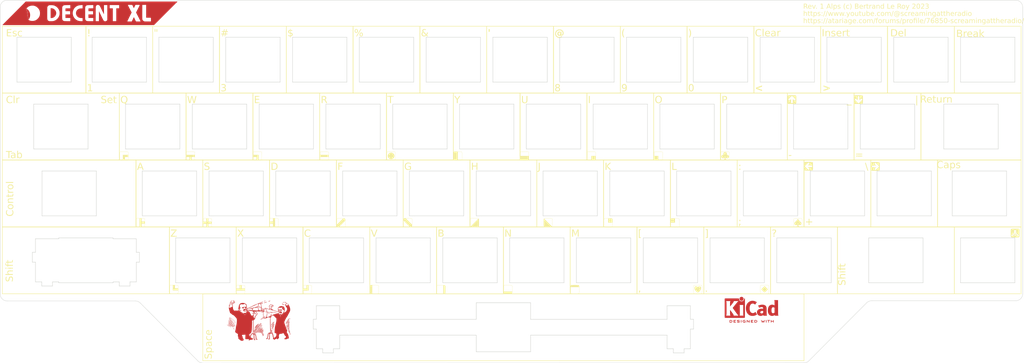
<source format=kicad_pcb>
(kicad_pcb (version 20221018) (generator pcbnew)
  (title_block (title "DecentXL plate") (date "2023-07-09") (rev "1") (company "Decent Consulting"))
  (layers (0 "F.Cu" signal) (31 "B.Cu" signal) (34 "B.Paste" user) (35 "F.Paste" user) (36 "B.SilkS" user "B.Silkscreen") (37 "F.SilkS" user "F.Silkscreen") (38 "B.Mask" user) (39 "F.Mask" user) (44 "Edge.Cuts" user))
  (net 0 "")
  (footprint "LOGO" (layer "F.Cu") (at 129.8944 84.6636)
    (fp_text reference "G***" hide)
    (fp_text value "LOGO" hide)
  )
  (footprint "DecentXL:1-00U-Alps-Hole" (layer "F.Cu") (at 109.5375 95.4)
    (fp_text reference "SWX1" hide)
    (fp_text value "SW_Push_45deg" hide)
    (fp_line (start -7.75 -6.4) (end -7.75 6.4) (stroke (width 0.12)) (layer "Edge.Cuts"))
    (fp_line (start -7.75 -6.4) (end 7.75 -6.4) (stroke (width 0.12)) (layer "Edge.Cuts"))
    (fp_line (start -7.75 6.4) (end 7.75 6.4) (stroke (width 0.12)) (layer "Edge.Cuts"))
    (fp_line (start 7.75 -6.4) (end 7.75 6.4) (stroke (width 0.12)) (layer "Edge.Cuts"))
  )
  (footprint "DecentXL:1-00U-Alps-Hole" (layer "F.Cu") (at 247.65 57.24)
    (fp_text reference "SWP1" hide)
    (fp_text value "SW_Push_45deg" hide)
    (fp_line (start -7.75 -6.4) (end -7.75 6.4) (stroke (width 0.12)) (layer "Edge.Cuts"))
    (fp_line (start -7.75 -6.4) (end 7.75 -6.4) (stroke (width 0.12)) (layer "Edge.Cuts"))
    (fp_line (start -7.75 6.4) (end 7.75 6.4) (stroke (width 0.12)) (layer "Edge.Cuts"))
    (fp_line (start 7.75 -6.4) (end 7.75 6.4) (stroke (width 0.12)) (layer "Edge.Cuts"))
  )
  (footprint "LOGO" (layer "F.Cu") (at 225.1444 84.6636)
    (fp_text reference "G***" hide)
    (fp_text value "LOGO" hide)
  )
  (footprint "DecentXL:1-00U-Alps-Hole" (layer "F.Cu") (at 257.175 38.16)
    (fp_text reference "SWLT1" hide)
    (fp_text value "SW_Push_45deg" hide)
    (fp_line (start -7.75 -6.4) (end -7.75 6.4) (stroke (width 0.12)) (layer "Edge.Cuts"))
    (fp_line (start -7.75 -6.4) (end 7.75 -6.4) (stroke (width 0.12)) (layer "Edge.Cuts"))
    (fp_line (start -7.75 6.4) (end 7.75 6.4) (stroke (width 0.12)) (layer "Edge.Cuts"))
    (fp_line (start 7.75 -6.4) (end 7.75 6.4) (stroke (width 0.12)) (layer "Edge.Cuts"))
  )
  (footprint "DecentXL:1-00U-Alps-Hole" (layer "F.Cu") (at 252.4125 76.32)
    (fp_text reference "SWSemi1" hide)
    (fp_text value "SW_Push_45deg" hide)
    (fp_line (start -7.75 -6.4) (end -7.75 6.4) (stroke (width 0.12)) (layer "Edge.Cuts"))
    (fp_line (start -7.75 -6.4) (end 7.75 -6.4) (stroke (width 0.12)) (layer "Edge.Cuts"))
    (fp_line (start -7.75 6.4) (end 7.75 6.4) (stroke (width 0.12)) (layer "Edge.Cuts"))
    (fp_line (start 7.75 -6.4) (end 7.75 6.4) (stroke (width 0.12)) (layer "Edge.Cuts"))
  )
  (footprint "DecentXL:1-00U-Alps-Hole" (layer "F.Cu") (at 176.2125 76.32)
    (fp_text reference "SWH1" hide)
    (fp_text value "SW_Push_45deg" hide)
    (fp_line (start -7.75 -6.4) (end -7.75 6.4) (stroke (width 0.12)) (layer "Edge.Cuts"))
    (fp_line (start -7.75 -6.4) (end 7.75 -6.4) (stroke (width 0.12)) (layer "Edge.Cuts"))
    (fp_line (start -7.75 6.4) (end 7.75 6.4) (stroke (width 0.12)) (layer "Edge.Cuts"))
    (fp_line (start 7.75 -6.4) (end 7.75 6.4) (stroke (width 0.12)) (layer "Edge.Cuts"))
  )
  (footprint "DecentXL:1-00U-Alps-Hole" (layer "F.Cu") (at 128.5875 95.4)
    (fp_text reference "SWC1" hide)
    (fp_text value "SW_Push_45deg" hide)
    (fp_line (start -7.75 -6.4) (end -7.75 6.4) (stroke (width 0.12)) (layer "Edge.Cuts"))
    (fp_line (start -7.75 -6.4) (end 7.75 -6.4) (stroke (width 0.12)) (layer "Edge.Cuts"))
    (fp_line (start -7.75 6.4) (end 7.75 6.4) (stroke (width 0.12)) (layer "Edge.Cuts"))
    (fp_line (start 7.75 -6.4) (end 7.75 6.4) (stroke (width 0.12)) (layer "Edge.Cuts"))
  )
  (footprint "DecentXL:1-00U-Alps-Hole" (layer "F.Cu") (at 90.4875 95.4)
    (fp_text reference "SWZ1" hide)
    (fp_text value "SW_Push_45deg" hide)
    (fp_line (start -7.75 -6.4) (end -7.75 6.4) (stroke (width 0.12)) (layer "Edge.Cuts"))
    (fp_line (start -7.75 -6.4) (end 7.75 -6.4) (stroke (width 0.12)) (layer "Edge.Cuts"))
    (fp_line (start -7.75 6.4) (end 7.75 6.4) (stroke (width 0.12)) (layer "Edge.Cuts"))
    (fp_line (start 7.75 -6.4) (end 7.75 6.4) (stroke (width 0.12)) (layer "Edge.Cuts"))
  )
  (footprint "DecentXL:1-00U-Alps-Hole" (layer "F.Cu") (at 261.9375 95.4)
    (fp_text reference "SWSlash1" hide)
    (fp_text value "SW_Push_45deg" hide)
    (fp_line (start -7.75 -6.4) (end -7.75 6.4) (stroke (width 0.12)) (layer "Edge.Cuts"))
    (fp_line (start -7.75 -6.4) (end 7.75 -6.4) (stroke (width 0.12)) (layer "Edge.Cuts"))
    (fp_line (start -7.75 6.4) (end 7.75 6.4) (stroke (width 0.12)) (layer "Edge.Cuts"))
    (fp_line (start 7.75 -6.4) (end 7.75 6.4) (stroke (width 0.12)) (layer "Edge.Cuts"))
  )
  (footprint "DecentXL:1-75U-Alps-Hole" (layer "F.Cu") (at 50.00625 57.24)
    (fp_text reference "SWTab1" hide)
    (fp_text value "SW_Push_45deg" hide)
    (fp_line (start -7.75 -6.4) (end -7.75 6.4) (stroke (width 0.12)) (layer "Edge.Cuts"))
    (fp_line (start -7.75 -6.4) (end 7.75 -6.4) (stroke (width 0.12)) (layer "Edge.Cuts"))
    (fp_line (start -7.75 6.4) (end 7.75 6.4) (stroke (width 0.12)) (layer "Edge.Cuts"))
    (fp_line (start 7.75 -6.4) (end 7.75 6.4) (stroke (width 0.12)) (layer "Edge.Cuts"))
  )
  (footprint "LOGO" (layer "F.Cu") (at 86.9944 65.6136)
    (fp_text reference "G***" hide)
    (fp_text value "LOGO" hide)
  )
  (footprint "DecentXL:1-00U-Alps-Hole" (layer "F.Cu") (at 195.2625 76.32)
    (fp_text reference "SWJ1" hide)
    (fp_text value "SW_Push_45deg" hide)
    (fp_line (start -7.75 -6.4) (end -7.75 6.4) (stroke (width 0.12)) (layer "Edge.Cuts"))
    (fp_line (start -7.75 -6.4) (end 7.75 -6.4) (stroke (width 0.12)) (layer "Edge.Cuts"))
    (fp_line (start -7.75 6.4) (end 7.75 6.4) (stroke (width 0.12)) (layer "Edge.Cuts"))
    (fp_line (start 7.75 -6.4) (end 7.75 6.4) (stroke (width 0.12)) (layer "Edge.Cuts"))
  )
  (footprint "DecentXL:1-00U-Alps-Hole" (layer "F.Cu") (at 314.325 95.4)
    (fp_text reference "SWInv1" hide)
    (fp_text value "SW_Push_45deg" hide)
    (fp_line (start -7.75 -6.4) (end -7.75 6.4) (stroke (width 0.12)) (layer "Edge.Cuts"))
    (fp_line (start -7.75 -6.4) (end 7.75 -6.4) (stroke (width 0.12)) (layer "Edge.Cuts"))
    (fp_line (start -7.75 6.4) (end 7.75 6.4) (stroke (width 0.12)) (layer "Edge.Cuts"))
    (fp_line (start 7.75 -6.4) (end 7.75 6.4) (stroke (width 0.12)) (layer "Edge.Cuts"))
  )
  (footprint "DecentXL:1-00U-Alps-Hole" (layer "F.Cu") (at 266.7 57.24)
    (fp_text reference "SWDash1" hide)
    (fp_text value "SW_Push_45deg" hide)
    (fp_line (start -7.75 -6.4) (end -7.75 6.4) (stroke (width 0.12)) (layer "Edge.Cuts"))
    (fp_line (start -7.75 -6.4) (end 7.75 -6.4) (stroke (width 0.12)) (layer "Edge.Cuts"))
    (fp_line (start -7.75 6.4) (end 7.75 6.4) (stroke (width 0.12)) (layer "Edge.Cuts"))
    (fp_line (start 7.75 -6.4) (end 7.75 6.4) (stroke (width 0.12)) (layer "Edge.Cuts"))
  )
  (footprint "Symbol:KiCad-Logo2_6mm_Copper" (layer "F.Cu") (at 246.982114 108.778848)
    (fp_text reference "REF**" hide)
    (fp_text value "KiCad-Logo2_6mm_Copper" hide)
    (fp_poly (pts (xy 4.200322 3.642069) (xy 4.224035 3.656839) (xy 4.250686 3.678419) (xy 4.250686 3.999965) (xy 4.250601 4.094022) (xy 4.250237 4.168124) (xy 4.249432 4.224896) (xy 4.248021 4.26696) (xy 4.245841 4.29694) (xy 4.242729 4.317459) (xy 4.238522 4.331141) (xy 4.233056 4.340608) (xy 4.22918 4.345274) (xy 4.197742 4.365767) (xy 4.161941 4.364931) (xy 4.130581 4.347456) (xy 4.10393 4.325876) (xy 4.10393 3.678419) (xy 4.130581 3.656839) (xy 4.156302 3.641141) (xy 4.177308 3.635259) (xy 4.200322 3.642069)) (stroke (width 0.01)) (fill solid) (layer "F.Cu"))
    (fp_poly (pts (xy -2.912114 3.657837) (xy -2.905534 3.66541) (xy -2.900371 3.675179) (xy -2.896456 3.689763) (xy -2.893616 3.711777) (xy -2.891679 3.74384) (xy -2.890475 3.788567) (xy -2.889831 3.848577) (xy -2.889576 3.926486) (xy -2.889537 4.002148) (xy -2.889606 4.095994) (xy -2.88993 4.169881) (xy -2.890678 4.226424) (xy -2.892024 4.268241) (xy -2.894138 4.297949) (xy -2.897192 4.318165) (xy -2.901358 4.331506) (xy -2.906808 4.34059) (xy -2.912114 4.346459) (xy -2.945118 4.366139) (xy -2.980283 4.364373) (xy -3.011747 4.342909) (xy -3.018976 4.334529) (xy -3.024626 4.324806) (xy -3.028891 4.311053) (xy -3.031965 4.290581) (xy -3.034044 4.260704) (xy -3.035322 4.218733) (xy -3.035993 4.161981) (xy -3.036251 4.087759) (xy -3.036292 4.003729) (xy -3.036292 3.690677) (xy -3.008583 3.662968) (xy -2.974429 3.639655) (xy -2.941298 3.638815) (xy -2.912114 3.657837)) (stroke (width 0.01)) (fill solid) (layer "F.Cu"))
    (fp_poly (pts (xy -2.726079 -2.96351) (xy -2.622973 -2.927762) (xy -2.526978 -2.871493) (xy -2.441247 -2.794712) (xy -2.36893 -2.697427) (xy -2.336445 -2.636108) (xy -2.308332 -2.55034) (xy -2.294705 -2.451323) (xy -2.296214 -2.349529) (xy -2.312969 -2.257286) (xy -2.358763 -2.144568) (xy -2.425168 -2.046793) (xy -2.508809 -1.965885) (xy -2.606312 -1.903768) (xy -2.7143 -1.862366) (xy -2.829399 -1.843603) (xy -2.948234 -1.849402) (xy -3.006811 -1.861794) (xy -3.120972 -1.906203) (xy -3.222365 -1.973967) (xy -3.308545 -2.062999) (xy -3.377066 -2.171209) (xy -3.382864 -2.183027) (xy -3.402904 -2.227372) (xy -3.415487 -2.26472) (xy -3.422319 -2.30412) (xy -3.425105 -2.354619) (xy -3.425568 -2.409567) (xy -3.424803 -2.475585) (xy -3.421352 -2.523311) (xy -3.413477 -2.561897) (xy -3.399443 -2.600494) (xy -3.38212 -2.638574) (xy -3.317505 -2.746672) (xy -3.237934 -2.834197) (xy -3.14656 -2.901159) (xy -3.046536 -2.947564) (xy -2.941012 -2.973419) (xy -2.833142 -2.978732) (xy -2.726079 -2.96351)) (stroke (width 0.01)) (fill solid) (layer "F.Cu"))
    (fp_poly (pts (xy 4.974773 3.635355) (xy 5.05348 3.635734) (xy 5.114571 3.636525) (xy 5.160525 3.637862) (xy 5.193822 3.639875) (xy 5.216944 3.642698) (xy 5.23237 3.646461) (xy 5.242579 3.651297) (xy 5.247521 3.655014) (xy 5.273165 3.68755) (xy 5.276267 3.72133) (xy 5.260419 3.752018) (xy 5.250056 3.764281) (xy 5.238904 3.772642) (xy 5.222743 3.777849) (xy 5.19735 3.780649) (xy 5.158506 3.781788) (xy 5.101988 3.782013) (xy 5.090888 3.782014) (xy 4.944952 3.782014) (xy 4.944952 4.052948) (xy 4.944856 4.138346) (xy 4.944419 4.204056) (xy 4.94342 4.252966) (xy 4.941636 4.287965) (xy 4.938845 4.311941) (xy 4.934825 4.327785) (xy 4.929353 4.338383) (xy 4.922374 4.346459) (xy 4.889442 4.366304) (xy 4.855062 4.36474) (xy 4.823884 4.342098) (xy 4.821594 4.339292) (xy 4.814137 4.328684) (xy 4.808455 4.316273) (xy 4.804309 4.299042) (xy 4.801458 4.273976) (xy 4.799662 4.238059) (xy 4.79868 4.188275) (xy 4.798272 4.121609) (xy 4.798197 4.045781) (xy 4.798197 3.782014) (xy 4.658835 3.782014) (xy 4.59903 3.78161) (xy 4.557626 3.780032) (xy 4.530456 3.776739) (xy 4.513354 3.771184) (xy 4.502151 3.762823) (xy 4.500791 3.76137) (xy 4.484433 3.728131) (xy 4.48588 3.690554) (xy 4.504686 3.657837) (xy 4.511958 3.65149) (xy 4.521335 3.646458) (xy 4.535317 3.642588) (xy 4.556404 3.639729) (xy 4.587097 3.637727) (xy 4.629897 3.636431) (xy 4.687303 3.63569) (xy 4.761818 3.63535) (xy 4.855941 3.63526) (xy 4.875968 3.635259) (xy 4.974773 3.635355)) (stroke (width 0.01)) (fill solid) (layer "F.Cu"))
    (fp_poly (pts (xy 6.240531 3.640725) (xy 6.27191 3.662968) (xy 6.299619 3.690677) (xy 6.299619 4.000112) (xy 6.299546 4.091991) (xy 6.299203 4.164032) (xy 6.2984 4.218972) (xy 6.296949 4.259552) (xy 6.29466 4.288509) (xy 6.291344 4.308583) (xy 6.286813 4.322513) (xy 6.280877 4.333037) (xy 6.276222 4.339292) (xy 6.245491 4.363865) (xy 6.210204 4.366533) (xy 6.177953 4.351463) (xy 6.167296 4.342566) (xy 6.160172 4.330749) (xy 6.155875 4.311718) (xy 6.153699 4.281184) (xy 6.152936 4.234854) (xy 6.152863 4.199063) (xy 6.152863 4.064237) (xy 5.656152 4.064237) (xy 5.656152 4.186892) (xy 5.655639 4.242979) (xy 5.653584 4.281525) (xy 5.649216 4.307553) (xy 5.641764 4.326089) (xy 5.632755 4.339292) (xy 5.601852 4.363796) (xy 5.566904 4.366698) (xy 5.533446 4.349281) (xy 5.524312 4.340151) (xy 5.51786 4.328047) (xy 5.513605 4.309193) (xy 5.51106 4.279812) (xy 5.509737 4.236129) (xy 5.509151 4.174367) (xy 5.509083 4.160192) (xy 5.508599 4.043823) (xy 5.508349 3.947919) (xy 5.508431 3.870369) (xy 5.508939 3.809061) (xy 5.50997 3.761882) (xy 5.511621 3.726722) (xy 5.513987 3.701468) (xy 5.517165 3.684009) (xy 5.521252 3.672233) (xy 5.526342 3.664027) (xy 5.531974 3.657837) (xy 5.563836 3.638036) (xy 5.597065 3.640725) (xy 5.628443 3.662968) (xy 5.641141 3.677318) (xy 5.649234 3.69317) (xy 5.65375 3.715746) (xy 5.655714 3.75027) (xy 5.656152 3.801968) (xy 5.656152 3.917481) (xy 6.152863 3.917481) (xy 6.152863 3.798948) (xy 6.15337 3.74434) (xy 6.155406 3.707467) (xy 6.159743 3.683499) (xy 6.167155 3.667607) (xy 6.175441 3.657837) (xy 6.207302 3.638036) (xy 6.240531 3.640725)) (stroke (width 0.01)) (fill solid) (layer "F.Cu"))
    (fp_poly (pts (xy 1.030017 3.635467) (xy 1.158996 3.639828) (xy 1.268699 3.653053) (xy 1.360934 3.675933) (xy 1.43751 3.709262) (xy 1.500235 3.75383) (xy 1.55092 3.810428) (xy 1.591371 3.87985) (xy 1.592167 3.881543) (xy 1.616309 3.943675) (xy 1.624911 3.998701) (xy 1.617939 4.054079) (xy 1.595362 4.117265) (xy 1.59108 4.126881) (xy 1.56188 4.183158) (xy 1.529064 4.226643) (xy 1.48671 4.263609) (xy 1.428898 4.300327) (xy 1.425539 4.302244) (xy 1.375212 4.326419) (xy 1.318329 4.344474) (xy 1.251235 4.357031) (xy 1.170273 4.364714) (xy 1.07179 4.368145) (xy 1.036994 4.368443) (xy 0.871302 4.369037) (xy 0.847905 4.339292) (xy 0.840965 4.329511) (xy 0.83555 4.318089) (xy 0.831473 4.302287) (xy 0.828545 4.279367) (xy 0.826575 4.246588) (xy 0.825933 4.222281) (xy 0.982552 4.222281) (xy 1.076434 4.222281) (xy 1.131372 4.220675) (xy 1.187768 4.216447) (xy 1.234053 4.210484) (xy 1.236847 4.209982) (xy 1.319056 4.187928) (xy 1.382822 4.154792) (xy 1.43016 4.109039) (xy 1.46309 4.049131) (xy 1.468816 4.033253) (xy 1.474429 4.008525) (xy 1.471999 3.984094) (xy 1.460175 3.951592) (xy 1.453048 3.935626) (xy 1.429708 3.893198) (xy 1.401588 3.863432) (xy 1.370648 3.842703) (xy 1.308674 3.815729) (xy 1.229359 3.79619) (xy 1.136961 3.784938) (xy 1.070041 3.782462) (xy 0.982552 3.782014) (xy 0.982552 4.222281) (xy 0.825933 4.222281) (xy 0.825376 4.201213) (xy 0.824758 4.140503) (xy 0.824533 4.061718) (xy 0.824508 4.000112) (xy 0.824508 3.690677) (xy 0.852217 3.662968) (xy 0.864514 3.651736) (xy 0.877811 3.644045) (xy 0.89638 3.639232) (xy 0.924494 3.636638) (xy 0.966425 3.635602) (xy 1.026445 3.635462) (xy 1.030017 3.635467)) (stroke (width 0.01)) (fill solid) (layer "F.Cu"))
    (fp_poly (pts (xy -6.109663 3.635258) (xy -6.070181 3.635659) (xy -5.954492 3.638451) (xy -5.857603 3.646742) (xy -5.776211 3.661424) (xy -5.707015 3.683385) (xy -5.646712 3.713514) (xy -5.592 3.752702) (xy -5.572459 3.769724) (xy -5.540042 3.809555) (xy -5.510812 3.863605) (xy -5.488283 3.923515) (xy -5.475971 3.980931) (xy -5.474692 4.002148) (xy -5.482709 4.060961) (xy -5.504191 4.125205) (xy -5.535291 4.186013) (xy -5.572158 4.234522) (xy -5.578146 4.240374) (xy -5.628871 4.281513) (xy -5.684417 4.313627) (xy -5.747988 4.337557) (xy -5.822786 4.354145) (xy -5.912014 4.364233) (xy -6.018874 4.368661) (xy -6.06782 4.369037) (xy -6.130054 4.368737) (xy -6.17382 4.367484) (xy -6.203223 4.364746) (xy -6.222371 4.359993) (xy -6.235369 4.352693) (xy -6.242337 4.346459) (xy -6.248918 4.338886) (xy -6.25408 4.329116) (xy -6.257995 4.314532) (xy -6.260835 4.292518) (xy -6.262772 4.260456) (xy -6.263976 4.215728) (xy -6.26462 4.155718) (xy -6.264875 4.077809) (xy -6.264914 4.002148) (xy -6.265162 3.901233) (xy -6.265109 3.820619) (xy -6.264149 3.782014) (xy -6.118159 3.782014) (xy -6.118159 4.222281) (xy -6.025026 4.222196) (xy -5.968985 4.220588) (xy -5.910291 4.216448) (xy -5.86132 4.210656) (xy -5.85983 4.210418) (xy -5.780684 4.191282) (xy -5.719294 4.161479) (xy -5.672597 4.11907) (xy -5.642927 4.073153) (xy -5.624645 4.022218) (xy -5.626063 3.974392) (xy -5.64728 3.923125) (xy -5.688781 3.870091) (xy -5.74629 3.830792) (xy -5.821042 3.804523) (xy -5.871 3.795227) (xy -5.927708 3.788699) (xy -5.987811 3.783974) (xy -6.038931 3.782009) (xy -6.041959 3.782) (xy -6.118159 3.782014) (xy -6.264149 3.782014) (xy -6.263552 3.758043) (xy -6.25929 3.711247) (xy -6.251122 3.67797) (xy -6.237848 3.655951) (xy -6.218266 3.642931) (xy -6.191175 3.636649) (xy -6.155374 3.634845) (xy -6.109663 3.635258)) (stroke (width 0.01)) (fill solid) (layer "F.Cu"))
    (fp_poly (pts (xy -1.288406 3.63964) (xy -1.26484 3.653465) (xy -1.234027 3.676073) (xy -1.19437 3.70853) (xy -1.144272 3.7519) (xy -1.082135 3.80725) (xy -1.006364 3.875643) (xy -0.919626 3.954276) (xy -0.739003 4.11807) (xy -0.733359 3.898221) (xy -0.731321 3.822543) (xy -0.729355 3.766186) (xy -0.727026 3.725898) (xy -0.723898 3.698427) (xy -0.719537 3.680521) (xy -0.713508 3.668929) (xy -0.705376 3.6604) (xy -0.701064 3.656815) (xy -0.666533 3.637862) (xy -0.633675 3.640633) (xy -0.60761 3.656825) (xy -0.580959 3.678391) (xy -0.577644 3.993343) (xy -0.576727 4.085971) (xy -0.57626 4.158736) (xy -0.576405 4.214353) (xy -0.577324 4.255534) (xy -0.579179 4.284995) (xy -0.582131 4.305447) (xy -0.586342 4.319605) (xy -0.591974 4.330183) (xy -0.598219 4.338666) (xy -0.611731 4.354399) (xy -0.625175 4.364828) (xy -0.640416 4.368831) (xy -0.659318 4.365286) (xy -0.683747 4.353071) (xy -0.715565 4.331063) (xy -0.75664 4.298141) (xy -0.808834 4.253183) (xy -0.874014 4.195067) (xy -0.947848 4.128291) (xy -1.213137 3.88765) (xy -1.218781 4.106781) (xy -1.220823 4.18232) (xy -1.222794 4.238546) (xy -1.225131 4.278716) (xy -1.228273 4.306088) (xy -1.232656 4.32392) (xy -1.238716 4.335471) (xy -1.246892 4.343999) (xy -1.251076 4.347474) (xy -1.288057 4.366564) (xy -1.323 4.363685) (xy -1.353428 4.339292) (xy -1.360389 4.329478) (xy -1.365815 4.318018) (xy -1.369895 4.30216) (xy -1.372821 4.279155) (xy -1.374784 4.246254) (xy -1.375975 4.200708) (xy -1.376584 4.139765) (xy -1.376803 4.060678) (xy -1.376826 4.002148) (xy -1.376752 3.910599) (xy -1.376405 3.838879) (xy -1.375593 3.784237) (xy -1.374125 3.743924) (xy -1.371811 3.71519) (xy -1.368459 3.695285) (xy -1.36388 3.68146) (xy -1.357881 3.670964) (xy -1.353428 3.665003) (xy -1.342142 3.650883) (xy -1.331593 3.640221) (xy -1.320185 3.634084) (xy -1.306322 3.633535) (xy -1.288406 3.63964)) (stroke (width 0.01)) (fill solid) (layer "F.Cu"))
    (fp_poly (pts (xy -1.938373 3.640791) (xy -1.869857 3.652287) (xy -1.817235 3.670159) (xy -1.783 3.693691) (xy -1.773671 3.707116) (xy -1.764185 3.73834) (xy -1.770569 3.766587) (xy -1.790722 3.793374) (xy -1.822037 3.805905) (xy -1.867475 3.804888) (xy -1.902618 3.798098) (xy -1.980711 3.785163) (xy -2.060518 3.783934) (xy -2.149847 3.794433) (xy -2.174521 3.798882) (xy -2.257583 3.8223) (xy -2.322565 3.857137) (xy -2.368753 3.902796) (xy -2.395437 3.958686) (xy -2.400955 3.98758) (xy -2.397343 4.046204) (xy -2.374021 4.098071) (xy -2.333116 4.14217) (xy -2.276751 4.177491) (xy -2.207052 4.203021) (xy -2.126144 4.217751) (xy -2.036152 4.22067) (xy -1.939202 4.210767) (xy -1.933728 4.209833) (xy -1.895167 4.202651) (xy -1.873786 4.195713) (xy -1.864519 4.185419) (xy -1.862298 4.168168) (xy -1.862248 4.159033) (xy -1.862248 4.120681) (xy -1.930723 4.120681) (xy -1.991192 4.116539) (xy -2.032457 4.103339) (xy -2.056467 4.079922) (xy -2.065169 4.045128) (xy -2.065275 4.040586) (xy -2.060184 4.010846) (xy -2.042725 3.989611) (xy -2.010231 3.975558) (xy -1.960035 3.967365) (xy -1.911415 3.964353) (xy -1.840748 3.962625) (xy -1.78949 3.965262) (xy -1.754531 3.974992) (xy -1.732762 3.994545) (xy -1.721072 4.026648) (xy -1.716352 4.07403) (xy -1.715492 4.136263) (xy -1.716901 4.205727) (xy -1.72114 4.252978) (xy -1.728228 4.278204) (xy -1.729603 4.28018) (xy -1.76852 4.3117) (xy -1.825578 4.336662) (xy -1.897161 4.354532) (xy -1.97965 4.364778) (xy -2.069431 4.366865) (xy -2.162884 4.36026) (xy -2.217848 4.352148) (xy -2.304058 4.327746) (xy -2.384184 4.287854) (xy -2.451269 4.236079) (xy -2.461465 4.225731) (xy -2.494594 4.182227) (xy -2.524486 4.12831) (xy -2.547649 4.071784) (xy -2.56059 4.020451) (xy -2.56215 4.000736) (xy -2.55551 3.959611) (xy -2.53786 3.908444) (xy -2.512589 3.854586) (xy -2.483081 3.805387) (xy -2.457011 3.772526) (xy -2.396057 3.723644) (xy -2.317261 3.684737) (xy -2.223449 3.656686) (xy -2.117442 3.640371) (xy -2.020292 3.636384) (xy -1.938373 3.640791)) (stroke (width 0.01)) (fill solid) (layer "F.Cu"))
    (fp_poly (pts (xy 0.242051 3.635452) (xy 0.318409 3.636366) (xy 0.376925 3.638503) (xy 0.419963 3.642367) (xy 0.449891 3.648459) (xy 0.469076 3.657282) (xy 0.479884 3.669338) (xy 0.484681 3.685131) (xy 0.485835 3.705162) (xy 0.485841 3.707527) (xy 0.484839 3.730184) (xy 0.480104 3.747695) (xy 0.469041 3.760766) (xy 0.449056 3.770105) (xy 0.417554 3.776419) (xy 0.37194 3.780414) (xy 0.309621 3.782798) (xy 0.228001 3.784278) (xy 0.202985 3.784606) (xy -0.039092 3.787659) (xy -0.042478 3.85257) (xy -0.045863 3.917481) (xy 0.122284 3.917481) (xy 0.187974 3.917723) (xy 0.23488 3.918748) (xy 0.266791 3.921003) (xy 0.287499 3.924934) (xy 0.300792 3.93099) (xy 0.310463 3.939616) (xy 0.310525 3.939685) (xy 0.328064 3.973304) (xy 0.32743 4.00964) (xy 0.309022 4.040615) (xy 0.305379 4.043799) (xy 0.292449 4.052004) (xy 0.274732 4.057713) (xy 0.248278 4.061354) (xy 0.20914 4.063359) (xy 0.15337 4.064156) (xy 0.117702 4.064237) (xy -0.044737 4.064237) (xy -0.044737 4.222281) (xy 0.201869 4.222281) (xy 0.283288 4.222423) (xy 0.345118 4.223006) (xy 0.390345 4.22426) (xy 0.421956 4.226419) (xy 0.442939 4.229715) (xy 0.456281 4.234381) (xy 0.464969 4.240649) (xy 0.467158 4.242925) (xy 0.483322 4.274472) (xy 0.484505 4.31036) (xy 0.471244 4.341477) (xy 0.460751 4.351463) (xy 0.449837 4.356961) (xy 0.432925 4.361214) (xy 0.407341 4.364372) (xy 0.370409 4.366584) (xy 0.319454 4.367998) (xy 0.251802 4.368764) (xy 0.164777 4.36903) (xy 0.145102 4.369037) (xy 0.056619 4.368979) (xy -0.012065 4.368659) (xy -0.063728 4.367859) (xy -0.101147 4.366359) (xy -0.127102 4.363941) (xy -0.14437 4.360386) (xy -0.15573 4.355474) (xy -0.16396 4.348987) (xy -0.168475 4.34433) (xy -0.175271 4.336081) (xy -0.18058 4.325861) (xy -0.184586 4.310992) (xy -0.187471 4.288794) (xy -0.189418 4.256585) (xy -0.190611 4.211688) (xy -0.191231 4.15142) (xy -0.191463 4.073103) (xy -0.191492 4.007186) (xy -0.191421 3.91482) (xy -0.191084 3.842309) (xy -0.190294 3.786929) (xy -0.188866 3.745957) (xy -0.186613 3.71667) (xy -0.183349 3.696345) (xy -0.178888 3.682258) (xy -0.173044 3.671687) (xy -0.168095 3.665003) (xy -0.144698 3.635259) (xy 0.145482 3.635259) (xy 0.242051 3.635452)) (stroke (width 0.01)) (fill solid) (layer "F.Cu"))
    (fp_poly (pts (xy -4.701086 3.635338) (xy -4.631678 3.63571) (xy -4.579289 3.636577) (xy -4.541139 3.638138) (xy -4.514451 3.640595) (xy -4.496445 3.644149) (xy -4.484341 3.649002) (xy -4.475361 3.655353) (xy -4.47211 3.658276) (xy -4.452335 3.689334) (xy -4.448774 3.72502) (xy -4.461783 3.756702) (xy -4.467798 3.763105) (xy -4.477527 3.769313) (xy -4.493193 3.774102) (xy -4.5177 3.777706) (xy -4.553953 3.780356) (xy -4.604857 3.782287) (xy -4.673318 3.783731) (xy -4.735909 3.78461) (xy -4.983626 3.787659) (xy -4.987011 3.85257) (xy -4.990397 3.917481) (xy -4.82225 3.917481) (xy -4.749251 3.918111) (xy -4.695809 3.920745) (xy -4.65892 3.926501) (xy -4.63558 3.936496) (xy -4.622786 3.951848) (xy -4.617534 3.973674) (xy -4.616737 3.99393) (xy -4.619215 4.018784) (xy -4.628569 4.037098) (xy -4.647675 4.049829) (xy -4.67941 4.057933) (xy -4.726651 4.062368) (xy -4.792275 4.064091) (xy -4.828093 4.064237) (xy -4.98927 4.064237) (xy -4.98927 4.222281) (xy -4.740914 4.222281) (xy -4.659505 4.222394) (xy -4.597634 4.222904) (xy -4.55226 4.224062) (xy -4.520346 4.226122) (xy -4.498851 4.229338) (xy -4.484735 4.233964) (xy -4.47496 4.240251) (xy -4.469981 4.244859) (xy -4.452902 4.271752) (xy -4.447403 4.295659) (xy -4.455255 4.324859) (xy -4.469981 4.346459) (xy -4.477838 4.353258) (xy -4.48798 4.358538) (xy -4.503136 4.36249) (xy -4.526033 4.365305) (xy -4.559401 4.367174) (xy -4.605967 4.36829) (xy -4.668459 4.368843) (xy -4.749606 4.369025) (xy -4.791714 4.369037) (xy -4.88189 4.368957) (xy -4.952216 4.36859) (xy -5.005421 4.367744) (xy -5.044232 4.366228) (xy -5.071379 4.363851) (xy -5.08959 4.360421) (xy -5.101592 4.355746) (xy -5.110114 4.349636) (xy -5.113448 4.346459) (xy -5.120047 4.338862) (xy -5.125219 4.329062) (xy -5.129138 4.314431) (xy -5.131976 4.292344) (xy -5.133907 4.260174) (xy -5.135104 4.215295) (xy -5.13574 4.155081) (xy -5.135989 4.076905) (xy -5.136026 4.004115) (xy -5.135992 3.910899) (xy -5.135757 3.837623) (xy -5.135122 3.78165) (xy -5.133886 3.740343) (xy -5.131848 3.711064) (xy -5.128809 3.691176) (xy -5.124569 3.678042) (xy -5.118927 3.669024) (xy -5.111683 3.661485) (xy -5.109898 3.659804) (xy -5.101237 3.652364) (xy -5.091174 3.646601) (xy -5.076917 3.642304) (xy -5.055675 3.639256) (xy -5.024656 3.637243) (xy -4.981069 3.636052) (xy -4.922123 3.635467) (xy -4.845026 3.635275) (xy -4.790293 3.635259) (xy -4.701086 3.635338)) (stroke (width 0.01)) (fill solid) (layer "F.Cu"))
    (fp_poly (pts (xy 3.756373 3.637226) (xy 3.775963 3.644227) (xy 3.776718 3.644569) (xy 3.803321 3.66487) (xy 3.817978 3.685753) (xy 3.820846 3.695544) (xy 3.820704 3.708553) (xy 3.816669 3.727087) (xy 3.807854 3.753449) (xy 3.793377 3.789944) (xy 3.772353 3.838879) (xy 3.743896 3.902557) (xy 3.707123 3.983285) (xy 3.686883 4.027408) (xy 3.650333 4.106177) (xy 3.616023 4.178615) (xy 3.58526 4.242072) (xy 3.559356 4.2939) (xy 3.539618 4.331451) (xy 3.527358 4.352076) (xy 3.524932 4.354925) (xy 3.493891 4.367494) (xy 3.458829 4.365811) (xy 3.430708 4.350524) (xy 3.429562 4.349281) (xy 3.418376 4.332346) (xy 3.399612 4.299362) (xy 3.375583 4.254572) (xy 3.348605 4.202224) (xy 3.338909 4.182934) (xy 3.265722 4.036342) (xy 3.185948 4.195585) (xy 3.157475 4.250607) (xy 3.131058 4.298324) (xy 3.108856 4.335085) (xy 3.093027 4.357236) (xy 3.087662 4.361933) (xy 3.045965 4.368294) (xy 3.011557 4.354925) (xy 3.001436 4.340638) (xy 2.983922 4.308884) (xy 2.960443 4.262789) (xy 2.932428 4.205477) (xy 2.901307 4.140072) (xy 2.868507 4.069699) (xy 2.835458 3.997483) (xy 2.803589 3.926547) (xy 2.774327 3.860017) (xy 2.749103 3.801018) (xy 2.729344 3.752673) (xy 2.71648 3.718107) (xy 2.711939 3.700445) (xy 2.711985 3.699805) (xy 2.723034 3.67758) (xy 2.745118 3.654945) (xy 2.746418 3.65396) (xy 2.773561 3.638617) (xy 2.798666 3.638766) (xy 2.808076 3.641658) (xy 2.819542 3.64791) (xy 2.831718 3.660206) (xy 2.846065 3.6811) (xy 2.864044 3.713141) (xy 2.887115 3.75888) (xy 2.916738 3.820869) (xy 2.943453 3.87809) (xy 2.974188 3.944418) (xy 3.001729 4.004066) (xy 3.024646 4.053917) (xy 3.041506 4.090856) (xy 3.050881 4.111765) (xy 3.052248 4.115037) (xy 3.058397 4.109689) (xy 3.07253 4.087301) (xy 3.092765 4.051138) (xy 3.117223 4.004469) (xy 3.126956 3.985214) (xy 3.159925 3.920196) (xy 3.185351 3.872846) (xy 3.20532 3.840411) (xy 3.221918 3.820138) (xy 3.237232 3.809274) (xy 3.253348 3.805067) (xy 3.263851 3.804592) (xy 3.282378 3.806234) (xy 3.298612 3.813023) (xy 3.314743 3.827758) (xy 3.332959 3.853236) (xy 3.355447 3.892253) (xy 3.384397 3.947606) (xy 3.40037 3.979095) (xy 3.426278 4.029279) (xy 3.448875 4.070896) (xy 3.466166 4.100434) (xy 3.476158 4.114381) (xy 3.477517 4.114962) (xy 3.483969 4.103985) (xy 3.498416 4.075482) (xy 3.519411 4.032436) (xy 3.545505 3.97783) (xy 3.575254 3.914646) (xy 3.589888 3.883263) (xy 3.627958 3.80227) (xy 3.658613 3.739948) (xy 3.683445 3.694263) (xy 3.704045 3.663181) (xy 3.722006 3.64467) (xy 3.738918 3.636696) (xy 3.756373 3.637226)) (stroke (width 0.01)) (fill solid) (layer "F.Cu"))
    (fp_poly (pts (xy -3.679995 3.636543) (xy -3.60518 3.641773) (xy -3.535598 3.649942) (xy -3.475294 3.660742) (xy -3.428312 3.673865) (xy -3.398698 3.689005) (xy -3.394152 3.693461) (xy -3.378346 3.728042) (xy -3.383139 3.763543) (xy -3.407656 3.793917) (xy -3.408826 3.794788) (xy -3.423246 3.804146) (xy -3.4383 3.809068) (xy -3.459297 3.809665) (xy -3.491549 3.806053) (xy -3.540365 3.798346) (xy -3.544292 3.797697) (xy -3.617031 3.788761) (xy -3.695509 3.784353) (xy -3.774219 3.784311) (xy -3.847653 3.788471) (xy -3.910303 3.796671) (xy -3.956662 3.808749) (xy -3.959708 3.809963) (xy -3.99334 3.828807) (xy -4.005156 3.847877) (xy -3.995906 3.866631) (xy -3.966339 3.884529) (xy -3.917203 3.901029) (xy -3.849249 3.915588) (xy -3.803937 3.922598) (xy -3.709748 3.936081) (xy -3.634836 3.948406) (xy -3.576009 3.960641) (xy -3.530077 3.973853) (xy -3.493847 3.989109) (xy -3.46413 4.007477) (xy -3.437734 4.030023) (xy -3.416522 4.052163) (xy -3.391357 4.083011) (xy -3.378973 4.109537) (xy -3.3751 4.142218) (xy -3.374959 4.154187) (xy -3.377868 4.193904) (xy -3.389494 4.223451) (xy -3.409615 4.249678) (xy -3.450508 4.289768) (xy -3.496109 4.320341) (xy -3.549805 4.342395) (xy -3.614984 4.356927) (xy -3.695036 4.364933) (xy -3.793349 4.36741) (xy -3.809581 4.367369) (xy -3.875141 4.36601) (xy -3.940158 4.362922) (xy -3.997544 4.358548) (xy -4.040214 4.353332) (xy -4.043664 4.352733) (xy -4.086088 4.342683) (xy -4.122072 4.329988) (xy -4.142442 4.318382) (xy -4.161399 4.287764) (xy -4.162719 4.25211) (xy -4.146377 4.220336) (xy -4.142721 4.216743) (xy -4.127607 4.206068) (xy -4.108707 4.201468) (xy -4.079454 4.202251) (xy -4.043943 4.206319) (xy -4.004262 4.209954) (xy -3.948637 4.21302) (xy -3.883698 4.215245) (xy -3.816077 4.216356) (xy -3.798292 4.216429) (xy -3.73042 4.216156) (xy -3.680746 4.214838) (xy -3.644902 4.212019) (xy -3.618516 4.207242) (xy -3.597218 4.200049) (xy -3.584418 4.194059) (xy -3.556292 4.177425) (xy -3.53836 4.16236) (xy -3.535739 4.158089) (xy -3.541268 4.140455) (xy -3.567552 4.123384) (xy -3.61277 4.10765) (xy -3.6751 4.09403) (xy -3.693463 4.090996) (xy -3.789382 4.07593) (xy -3.865933 4.063338) (xy -3.926072 4.052303) (xy -3.972752 4.041912) (xy -4.008929 4.031248) (xy -4.037557 4.019397) (xy -4.06159 4.005443) (xy -4.083984 3.988473) (xy -4.107694 3.96757) (xy -4.115672 3.960241) (xy -4.143645 3.932891) (xy -4.158452 3.911221) (xy -4.164244 3.886424) (xy -4.165181 3.855175) (xy -4.154867 3.793897) (xy -4.124044 3.741832) (xy -4.072887 3.69915) (xy -4.001575 3.666017) (xy -3.950692 3.651156) (xy -3.895392 3.641558) (xy -3.829145 3.636128) (xy -3.755998 3.634559) (xy -3.679995 3.636543)) (stroke (width 0.01)) (fill solid) (layer "F.Cu"))
    (fp_poly (pts (xy 0.439962 -1.839501) (xy 0.588014 -1.823293) (xy 0.731452 -1.794282) (xy 0.87611 -1.750955) (xy 1.027824 -1.691799) (xy 1.192428 -1.6153) (xy 1.222071 -1.600483) (xy 1.290098 -1.566969) (xy 1.354256 -1.536792) (xy 1.408215 -1.512834) (xy 1.44564 -1.497976) (xy 1.451389 -1.496105) (xy 1.506486 -1.479598) (xy 1.259851 -1.120799) (xy 1.199552 -1.033107) (xy 1.144422 -0.952988) (xy 1.096336 -0.883164) (xy 1.057168 -0.826353) (xy 1.028794 -0.785277) (xy 1.013087 -0.762654) (xy 1.010536 -0.759072) (xy 1.000171 -0.766562) (xy 0.97466 -0.789082) (xy 0.938563 -0.822539) (xy 0.918642 -0.84145) (xy 0.805773 -0.931222) (xy 0.679014 -0.999439) (xy 0.569783 -1.036805) (xy 0.504214 -1.04854) (xy 0.422116 -1.055692) (xy 0.333144 -1.058126) (xy 0.246956 -1.055712) (xy 0.173205 -1.048317) (xy 0.143776 -1.042653) (xy 0.011133 -0.997018) (xy -0.108394 -0.927337) (xy -0.214717 -0.83374) (xy -0.307747 -0.716351) (xy -0.387395 -0.5753) (xy -0.453574 -0.410714) (xy -0.506194 -0.22272) (xy -0.537467 -0.061783) (xy -0.545626 0.009263) (xy -0.551185 0.101046) (xy -0.554198 0.206968) (xy -0.554719 0.320434) (xy -0.5528 0.434849) (xy -0.548497 0.543617) (xy -0.541863 0.640143) (xy -0.532951 0.717831) (xy -0.531021 0.729817) (xy -0.488501 0.922892) (xy -0.430567 1.093773) (xy -0.356867 1.243224) (xy -0.267049 1.372011) (xy -0.203293 1.441639) (xy -0.088714 1.536173) (xy 0.036942 1.606246) (xy 0.171557 1.651477) (xy 0.313011 1.671484) (xy 0.459183 1.665885) (xy 0.607955 1.6343) (xy 0.695911 1.603394) (xy 0.817629 1.541506) (xy 0.94308 1.452729) (xy 1.013353 1.392694) (xy 1.052811 1.357947) (xy 1.083812 1.332454) (xy 1.101458 1.32017) (xy 1.103648 1.319795) (xy 1.111524 1.332347) (xy 1.131932 1.365516) (xy 1.163132 1.416458) (xy 1.203386 1.482331) (xy 1.250957 1.560289) (xy 1.304104 1.64749) (xy 1.333687 1.696067) (xy 1.559648 2.067215) (xy 1.277527 2.206639) (xy 1.175522 2.256719) (xy 1.092889 2.29621) (xy 1.024578 2.327073) (xy 0.965537 2.351268) (xy 0.910714 2.370758) (xy 0.85506 2.387503) (xy 0.793523 2.403465) (xy 0.73454 2.417482) (xy 0.682115 2.428329) (xy 0.627288 2.436526) (xy 0.564572 2.442528) (xy 0.488477 2.44679) (xy 0.393516 2.449767) (xy 0.329513 2.451052) (xy 0.238192 2.45193) (xy 0.150627 2.451487) (xy 0.072612 2.449852) (xy 0.009942 2.447149) (xy -0.031587 2.443505) (xy -0.034048 2.443142) (xy -0.249697 2.396487) (xy -0.452207 2.325729) (xy -0.641505 2.230914) (xy -0.817521 2.112089) (xy -0.980184 1.9693) (xy -1.129422 1.802594) (xy -1.237504 1.654433) (xy -1.352566 1.460502) (xy -1.445577 1.255699) (xy -1.516987 1.038383) (xy -1.567244 0.806912) (xy -1.596799 0.559643) (xy -1.606111 0.308559) (xy -1.598452 0.06567) (xy -1.574387 -0.15843) (xy -1.533148 -0.367523) (xy -1.473973 -0.565387) (xy -1.396096 -0.755804) (xy -1.386797 -0.775532) (xy -1.284352 -0.959941) (xy -1.158528 -1.135424) (xy -1.012888 -1.29835) (xy -0.850999 -1.445086) (xy -0.676424 -1.571999) (xy -0.513756 -1.665095) (xy -0.349427 -1.738009) (xy -0.184749 -1.790826) (xy -0.013348 -1.824985) (xy 0.171153 -1.841922) (xy 0.281459 -1.84442) (xy 0.439962 -1.839501)) (stroke (width 0.01)) (fill solid) (layer "F.Cu"))
    (fp_poly (pts (xy 6.84227 -2.043175) (xy 6.959041 -2.042696) (xy 6.998729 -2.042455) (xy 7.544486 -2.038865) (xy 7.551351 0.054919) (xy 7.552258 0.338842) (xy 7.553062 0.59664) (xy 7.553815 0.829646) (xy 7.554569 1.039194) (xy 7.555375 1.226618) (xy 7.556285 1.39325) (xy 7.557351 1.540425) (xy 7.558624 1.669477) (xy 7.560156 1.781739) (xy 7.561998 1.878544) (xy 7.564203 1.961226) (xy 7.566822 2.031119) (xy 7.569906 2.089557) (xy 7.573508 2.137872) (xy 7.577678 2.1774) (xy 7.582469 2.209473) (xy 7.587931 2.235424) (xy 7.594118 2.256589) (xy 7.60108 2.274299) (xy 7.608869 2.289889) (xy 7.617537 2.304693) (xy 7.627135 2.320044) (xy 7.637715 2.337276) (xy 7.639884 2.340946) (xy 7.676268 2.403031) (xy 7.150431 2.399434) (xy 6.624594 2.395838) (xy 6.617729 2.280331) (xy 6.613992 2.224899) (xy 6.610097 2.192851) (xy 6.604811 2.180135) (xy 6.596903 2.182696) (xy 6.59027 2.190024) (xy 6.561374 2.216714) (xy 6.514279 2.251021) (xy 6.45562 2.288846) (xy 6.392031 2.32609) (xy 6.330149 2.358653) (xy 6.282634 2.380077) (xy 6.171316 2.415283) (xy 6.043596 2.440222) (xy 5.908901 2.453941) (xy 5.776663 2.455486) (xy 5.656308 2.443906) (xy 5.654326 2.443574) (xy 5.489641 2.40225) (xy 5.335479 2.336412) (xy 5.193328 2.247474) (xy 5.064675 2.136852) (xy 4.951007 2.005961) (xy 4.85381 1.856216) (xy 4.774572 1.689033) (xy 4.73143 1.56519) (xy 4.702979 1.461581) (xy 4.68188 1.361252) (xy 4.667488 1.258109) (xy 4.659158 1.146057) (xy 4.656245 1.019001) (xy 4.657535 0.915252) (xy 5.67065 0.915252) (xy 5.675444 1.089222) (xy 5.690568 1.238895) (xy 5.716485 1.365597) (xy 5.753663 1.470658) (xy 5.802565 1.555406) (xy 5.863658 1.621169) (xy 5.934177 1.667659) (xy 5.970871 1.685014) (xy 6.002696 1.695419) (xy 6.038177 1.700179) (xy 6.085841 1.700601) (xy 6.137189 1.698748) (xy 6.238169 1.689841) (xy 6.318035 1.672398) (xy 6.343135 1.663661) (xy 6.400448 1.637857) (xy 6.460897 1.605453) (xy 6.487297 1.589233) (xy 6.555946 1.544205) (xy 6.555946 0.116982) (xy 6.480432 0.071718) (xy 6.375121 0.020572) (xy 6.267525 -0.009676) (xy 6.161581 -0.019205) (xy 6.061224 -0.008193) (xy 5.970387 0.023181) (xy 5.893007 0.07474) (xy 5.868039 0.099488) (xy 5.807856 0.180577) (xy 5.759145 0.278734) (xy 5.721499 0.395643) (xy 5.694512 0.532985) (xy 5.677775 0.692444) (xy 5.670883 0.8757) (xy 5.67065 0.915252) (xy 4.657535 0.915252) (xy 4.658073 0.872067) (xy 4.669647 0.646053) (xy 4.69292 0.442192) (xy 4.728504 0.257513) (xy 4.777013 0.089048) (xy 4.83906 -0.066174) (xy 4.861201 -0.112192) (xy 4.950385 -0.262261) (xy 5.058159 -0.395623) (xy 5.18199 -0.510123) (xy 5.319342 -0.603611) (xy 5.467683 -0.673932) (xy 5.556604 -0.70294) (xy 5.643933 -0.72016) (xy 5.749011 -0.730406) (xy 5.863029 -0.733682) (xy 5.977177 -0.729991) (xy 6.082648 -0.71934) (xy 6.167334 -0.70263) (xy 6.268128 -0.66986) (xy 6.365822 -0.627721) (xy 6.451296 -0.580481) (xy 6.496789 -0.548419) (xy 6.528169 -0.524578) (xy 6.550142 -0.510061) (xy 6.555141 -0.508) (xy 6.55669 -0.521282) (xy 6.558135 -0.559337) (xy 6.559443 -0.619481) (xy 6.560583 -0.699027) (xy 6.561521 -0.795289) (xy 6.562226 -0.905581) (xy 6.562667 -1.027219) (xy 6.562811 -1.151115) (xy 6.56273 -1.309804) (xy 6.562335 -1.443592) (xy 6.561395 -1.55504) (xy 6.55968 -1.646705) (xy 6.556957 -1.721147) (xy 6.552997 -1.780925) (xy 6.547569 -1.828598) (xy 6.540441 -1.866726) (xy 6.531384 -1.897866) (xy 6.520167 -1.924579) (xy 6.506558 -1.949423) (xy 6.490328 -1.974957) (xy 6.48824 -1.978119) (xy 6.467306 -2.01119) (xy 6.454667 -2.033931) (xy 6.452973 -2.038728) (xy 6.466216 -2.040241) (xy 6.504002 -2.041472) (xy 6.563416 -2.042401) (xy 6.641542 -2.043008) (xy 6.735465 -2.043273) (xy 6.84227 -2.043175)) (stroke (width 0.01)) (fill solid) (layer "F.Cu"))
    (fp_poly (pts (xy 3.167505 -0.735771) (xy 3.235531 -0.730622) (xy 3.430163 -0.704727) (xy 3.602529 -0.663425) (xy 3.75347 -0.606147) (xy 3.883825 -0.532326) (xy 3.994434 -0.441392) (xy 4.086135 -0.332778) (xy 4.15977 -0.205915) (xy 4.213539 -0.068648) (xy 4.227187 -0.024863) (xy 4.239073 0.016141) (xy 4.249334 0.056569) (xy 4.258113 0.09863) (xy 4.265548 0.144531) (xy 4.27178 0.19648) (xy 4.27695 0.256685) (xy 4.281196 0.327352) (xy 4.28466 0.410689) (xy 4.287481 0.508905) (xy 4.2898 0.624205) (xy 4.291757 0.758799) (xy 4.293491 0.914893) (xy 4.295143 1.094695) (xy 4.296324 1.235676) (xy 4.30427 2.203622) (xy 4.355756 2.29677) (xy 4.380137 2.341645) (xy 4.39828 2.376501) (xy 4.406935 2.395054) (xy 4.407243 2.396311) (xy 4.394014 2.397749) (xy 4.356326 2.399074) (xy 4.297183 2.400249) (xy 4.219586 2.401237) (xy 4.126536 2.401999) (xy 4.021035 2.4025) (xy 3.906084 2.402701) (xy 3.892378 2.402703) (xy 3.377513 2.402703) (xy 3.377513 2.286) (xy 3.376635 2.23326) (xy 3.374292 2.192926) (xy 3.370921 2.1713) (xy 3.369431 2.169298) (xy 3.355804 2.177683) (xy 3.327757 2.199692) (xy 3.291303 2.230601) (xy 3.290485 2.231316) (xy 3.223962 2.280843) (xy 3.139948 2.330575) (xy 3.047937 2.375626) (xy 2.957421 2.41111) (xy 2.917567 2.423236) (xy 2.838255 2.438637) (xy 2.740935 2.448465) (xy 2.634516 2.45258) (xy 2.527907 2.450841) (xy 2.430017 2.443108) (xy 2.361513 2.431981) (xy 2.19352 2.382648) (xy 2.042281 2.312342) (xy 1.908782 2.221933) (xy 1.794006 2.112295) (xy 1.698937 1.984299) (xy 1.62456 1.838818) (xy 1.592474 1.750541) (xy 1.572365 1.664739) (xy 1.559038 1.561736) (xy 1.552872 1.451034) (xy 1.553074 1.434925) (xy 2.481648 1.434925) (xy 2.489348 1.517184) (xy 2.514989 1.585546) (xy 2.562378 1.64897) (xy 2.580579 1.667567) (xy 2.645282 1.717846) (xy 2.720066 1.750056) (xy 2.809662 1.765648) (xy 2.904012 1.766796) (xy 2.993501 1.759216) (xy 3.062018 1.744389) (xy 3.091775 1.733253) (xy 3.145408 1.702904) (xy 3.202235 1.660221) (xy 3.254082 1.612317) (xy 3.292778 1.566301) (xy 3.303054 1.549421) (xy 3.311042 1.525782) (xy 3.316721 1.488168) (xy 3.320356 1.432985) (xy 3.322211 1.35664) (xy 3.322594 1.283981) (xy 3.322335 1.19927) (xy 3.321287 1.138018) (xy 3.319045 1.096227) (xy 3.315206 1.069899) (xy 3.309365 1.055035) (xy 3.301118 1.047639) (xy 3.298567 1.046461) (xy 3.2764 1.042833) (xy 3.23268 1.039866) (xy 3.173311 1.037827) (xy 3.104196 1.036983) (xy 3.089189 1.036982) (xy 2.996805 1.038457) (xy 2.925432 1.042842) (xy 2.868719 1.050738) (xy 2.821872 1.06227) (xy 2.705669 1.106215) (xy 2.614543 1.160243) (xy 2.547705 1.225219) (xy 2.504365 1.302005) (xy 2.483734 1.391467) (xy 2.481648 1.434925) (xy 1.553074 1.434925) (xy 1.554244 1.342133) (xy 1.563532 1.244536) (xy 1.570777 1.205105) (xy 1.617039 1.058701) (xy 1.687384 0.923995) (xy 1.780484 0.80228) (xy 1.895012 0.694847) (xy 2.02964 0.602988) (xy 2.18304 0.527996) (xy 2.313459 0.482458) (xy 2.400623 0.458533) (xy 2.483996 0.439943) (xy 2.568976 0.426084) (xy 2.660965 0.416351) (xy 2.765362 0.410141) (xy 2.887568 0.406851) (xy 2.998055 0.405924) (xy 3.325677 0.405027) (xy 3.319401 0.306547) (xy 3.301579 0.199695) (xy 3.263667 0.107852) (xy 3.20728 0.03331) (xy 3.134031 -0.021636) (xy 3.069535 -0.048448) (xy 2.977123 -0.065346) (xy 2.867111 -0.067773) (xy 2.744656 -0.056622) (xy 2.614914 -0.03279) (xy 2.483042 0.00283) (xy 2.354198 0.049343) (xy 2.260566 0.091883) (xy 2.215517 0.113728) (xy 2.181156 0.128984) (xy 2.163681 0.134937) (xy 2.162733 0.134746) (xy 2.156703 0.121412) (xy 2.141645 0.086068) (xy 2.118977 0.032101) (xy 2.090115 -0.037104) (xy 2.056477 -0.11816) (xy 2.022284 -0.200882) (xy 1.885586 -0.532197) (xy 1.98282 -0.548167) (xy 2.024964 -0.55618) (xy 2.088319 -0.569639) (xy 2.167457 -0.587321) (xy 2.256951 -0.608004) (xy 2.351373 -0.630468) (xy 2.388973 -0.639597) (xy 2.551637 -0.677326) (xy 2.69405 -0.705612) (xy 2.821527 -0.725028) (xy 2.939384 -0.736146) (xy 3.052938 -0.739536) (xy 3.167505 -0.735771)) (stroke (width 0.01)) (fill solid) (layer "F.Cu"))
    (fp_poly (pts (xy -5.955743 -2.526311) (xy -5.69122 -2.526275) (xy -5.568088 -2.52627) (xy -3.597189 -2.52627) (xy -3.597189 -2.41009) (xy -3.584789 -2.268709) (xy -3.547364 -2.138316) (xy -3.484577 -2.018138) (xy -3.396094 -1.907398) (xy -3.366157 -1.877489) (xy -3.258466 -1.792652) (xy -3.139725 -1.730779) (xy -3.01346 -1.691841) (xy -2.883197 -1.67581) (xy -2.752465 -1.682658) (xy -2.624788 -1.712357) (xy -2.503695 -1.76488) (xy -2.392712 -1.840197) (xy -2.342868 -1.885637) (xy -2.249983 -1.997048) (xy -2.181873 -2.119565) (xy -2.139129 -2.251785) (xy -2.122347 -2.392308) (xy -2.122124 -2.406133) (xy -2.121244 -2.526266) (xy -2.068443 -2.526268) (xy -2.021604 -2.519911) (xy -1.978817 -2.504444) (xy -1.975989 -2.502846) (xy -1.966325 -2.497832) (xy -1.957451 -2.493927) (xy -1.949335 -2.489993) (xy -1.941943 -2.484894) (xy -1.935245 -2.477492) (xy -1.929208 -2.466649) (xy -1.923801 -2.451228) (xy -1.91899 -2.430091) (xy -1.914745 -2.402101) (xy -1.911032 -2.366121) (xy -1.907821 -2.321013) (xy -1.905078 -2.26564) (xy -1.902772 -2.198863) (xy -1.900871 -2.119547) (xy -1.899342 -2.026553) (xy -1.898154 -1.918743) (xy -1.897274 -1.794981) (xy -1.89667 -1.654129) (xy -1.896311 -1.49505) (xy -1.896165 -1.316605) (xy -1.896198 -1.117658) (xy -1.89638 -0.897071) (xy -1.896677 -0.653707) (xy -1.897059 -0.386428) (xy -1.897492 -0.094097) (xy -1.897945 0.224424) (xy -1.897998 0.26323) (xy -1.898404 0.583782) (xy -1.898749 0.878012) (xy -1.899069 1.147056) (xy -1.8994 1.392052) (xy -1.899779 1.614137) (xy -1.900243 1.814447) (xy -1.900828 1.994119) (xy -1.90157 2.15429) (xy -1.902506 2.296098) (xy -1.903673 2.420679) (xy -1.905107 2.52917) (xy -1.906844 2.622707) (xy -1.908922 2.702429) (xy -1.911376 2.769472) (xy -1.914244 2.824973) (xy -1.917561 2.870068) (xy -1.921364 2.905895) (xy -1.92569 2.933591) (xy -1.930575 2.954293) (xy -1.936055 2.969137) (xy -1.942168 2.97926) (xy -1.94895 2.9858) (xy -1.956437 2.989893) (xy -1.964666 2.992676) (xy -1.973673 2.995287) (xy -1.983495 2.998862) (xy -1.985894 2.99995) (xy -1.993435 3.002396) (xy -2.006056 3.004642) (xy -2.024859 3.006698) (xy -2.050947 3.008572) (xy -2.085422 3.010271) (xy -2.129385 3.011803) (xy -2.183939 3.013177) (xy -2.250185 3.0144) (xy -2.329226 3.015481) (xy -2.422163 3.016427) (xy -2.530099 3.017247) (xy -2.654136 3.017947) (xy -2.795376 3.018538) (xy -2.954921 3.019025) (xy -3.133872 3.019419) (xy -3.333332 3.019725) (xy -3.554404 3.019953) (xy -3.798188 3.02011) (xy -4.065787 3.020205) (xy -4.358303 3.020245) (xy -4.676839 3.020238) (xy -4.780021 3.020228) (xy -5.105623 3.020176) (xy -5.404881 3.020091) (xy -5.678909 3.019963) (xy -5.928824 3.019785) (xy -6.15574 3.019548) (xy -6.360773 3.019242) (xy -6.545038 3.01886) (xy -6.70965 3.018392) (xy -6.855725 3.01783) (xy -6.984376 3.017165) (xy -7.096721 3.016388) (xy -7.193874 3.015491) (xy -7.27695 3.014465) (xy -7.347064 3.013301) (xy -7.405332 3.011991) (xy -7.452869 3.010525) (xy -7.49079 3.008896) (xy -7.52021 3.007093) (xy -7.542245 3.00511) (xy -7.55801 3.002936) (xy -7.56862 3.000563) (xy -7.574404 2.998391) (xy -7.584684 2.994056) (xy -7.594122 2.990859) (xy -7.602755 2.987665) (xy -7.610619 2.983338) (xy -7.617748 2.976744) (xy -7.624179 2.966747) (xy -7.629947 2.952212) (xy -7.635089 2.932003) (xy -7.63964 2.904985) (xy -7.643635 2.870023) (xy -7.647111 2.825981) (xy -7.650102 2.771724) (xy -7.652646 2.706117) (xy -7.654777 2.628024) (xy -7.656532 2.53631) (xy -7.657945 2.42984) (xy -7.658315 2.388973) (xy -7.291884 2.388973) (xy -5.996734 2.388973) (xy -6.021655 2.351217) (xy -6.046447 2.312417) (xy -6.06744 2.275469) (xy -6.084935 2.237788) (xy -6.09923 2.196788) (xy -6.110623 2.149883) (xy -6.119413 2.094487) (xy -6.125898 2.028016) (xy -6.130377 1.947883) (xy -6.13315 1.851502) (xy -6.134513 1.736289) (xy -6.134767 1.599657) (xy -6.134209 1.43902) (xy -6.133893 1.379382) (xy -6.130325 0.740041) (xy -5.725298 1.291449) (xy -5.610554 1.447876) (xy -5.511143 1.584088) (xy -5.42599 1.70189) (xy -5.354022 1.803084) (xy -5.294166 1.889477) (xy -5.245348 1.962874) (xy -5.206495 2.025077) (xy -5.176534 2.077893) (xy -5.154391 2.123125) (xy -5.138993 2.162578) (xy -5.129266 2.198058) (xy -5.124137 2.231368) (xy -5.122532 2.264313) (xy -5.123379 2.298697) (xy -5.123595 2.303019) (xy -5.128054 2.389031) (xy -3.708692 2.388973) (xy -3.814265 2.282522) (xy -3.842913 2.253406) (xy -3.87009 2.225076) (xy -3.896989 2.195968) (xy -3.924803 2.16452) (xy -3.954725 2.129169) (xy -3.987946 2.088354) (xy -4.025661 2.040511) (xy -4.06906 1.984079) (xy -4.119338 1.917494) (xy -4.177688 1.839195) (xy -4.2453 1.747619) (xy -4.323369 1.641204) (xy -4.413088 1.518387) (xy -4.515648 1.377605) (xy -4.632242 1.217297) (xy -4.727809 1.085798) (xy -4.847749 0.920596) (xy -4.95238 0.776152) (xy -5.042648 0.651094) (xy -5.119503 0.544052) (xy -5.183891 0.453654) (xy -5.236761 0.378529) (xy -5.27906 0.317304) (xy -5.311736 0.26861) (xy -5.335738 0.231074) (xy -5.352013 0.203325) (xy -5.361508 0.183992) (xy -5.365173 0.171703) (xy -5.364071 0.165242) (xy -5.350724 0.148048) (xy -5.321866 0.111655) (xy -5.27924 0.058224) (xy -5.224585 -0.010081) (xy -5.159644 -0.091097) (xy -5.086158 -0.18266) (xy -5.005868 -0.282608) (xy -4.920515 -0.388776) (xy -4.83184 -0.499003) (xy -4.741586 -0.611124) (xy -4.691944 -0.672756) (xy -3.459373 -0.672756) (xy -3.408146 -0.580081) (xy -3.356919 -0.487405) (xy -3.356919 2.203622) (xy -3.408146 2.296298) (xy -3.459373 2.388973) (xy -2.853396 2.388973) (xy -2.708734 2.388931) (xy -2.589244 2.388741) (xy -2.492642 2.388308) (xy -2.416642 2.387536) (xy -2.358957 2.38633) (xy -2.317301 2.384594) (xy -2.289389 2.382232) (xy -2.272935 2.37915) (xy -2.265652 2.375251) (xy -2.265255 2.37044) (xy -2.269458 2.364622) (xy -2.269501 2.364574) (xy -2.286813 2.339532) (xy -2.309736 2.298815) (xy -2.329981 2.258168) (xy -2.368379 2.176162) (xy -2.376211 -0.672756) (xy -3.459373 -0.672756) (xy -4.691944 -0.672756) (xy -4.651493 -0.722976) (xy -4.563302 -0.832396) (xy -4.478754 -0.937222) (xy -4.399592 -1.035289) (xy -4.327556 -1.124434) (xy -4.264387 -1.202495) (xy -4.211827 -1.267308) (xy -4.171617 -1.31671) (xy -4.148 -1.345513) (xy -4.05629 -1.453222) (xy -3.96806 -1.55042) (xy -3.886403 -1.633924) (xy -3.81441 -1.700552) (xy -3.763319 -1.741401) (xy -3.702907 -1.784865) (xy -5.092298 -1.784865) (xy -5.091908 -1.703334) (xy -5.095791 -1.643394) (xy -5.11039 -1.587823) (xy -5.132988 -1.535145) (xy -5.147678 -1.505385) (xy -5.163472 -1.475897) (xy -5.181814 -1.444724) (xy -5.204145 -1.409907) (xy -5.231909 -1.36949) (xy -5.266549 -1.321514) (xy -5.309507 -1.264022) (xy -5.362227 -1.195057) (xy -5.426151 -1.112661) (xy -5.502721 -1.014876) (xy -5.593381 -0.899745) (xy -5.699574 -0.76531) (xy -5.711568 -0.750141) (xy -6.130325 -0.220588) (xy -6.134378 -0.807078) (xy -6.135195 -0.982749) (xy -6.135021 -1.131468) (xy -6.133849 -1.253725) (xy -6.131669 -1.350011) (xy -6.128474 -1.420817) (xy -6.124256 -1.466631) (xy -6.122838 -1.475321) (xy -6.100591 -1.566865) (xy -6.071443 -1.649392) (xy -6.038182 -1.715747) (xy -6.0182 -1.74389) (xy -5.983722 -1.784865) (xy -6.637914 -1.784865) (xy -6.793969 -1.784731) (xy -6.924467 -1.784297) (xy -7.03131 -1.783511) (xy -7.116398 -1.782324) (xy -7.181635 -1.780683) (xy -7.228921 -1.778539) (xy -7.260157 -1.775841) (xy -7.277246 -1.772538) (xy -7.282088 -1.768579) (xy -7.281753 -1.767702) (xy -7.267885 -1.746769) (xy -7.244732 -1.713588) (xy -7.232754 -1.696807) (xy -7.220369 -1.68006) (xy -7.209237 -1.665085) (xy -7.199288 -1.650406) (xy -7.190451 -1.634551) (xy -7.182657 -1.616045) (xy -7.175835 -1.593415) (xy -7.169916 -1.565187) (xy -7.164829 -1.529887) (xy -7.160504 -1.486042) (xy -7.156871 -1.432178) (xy -7.15386 -1.36682) (xy -7.151401 -1.288496) (xy -7.149423 -1.195732) (xy -7.147858 -1.087053) (xy -7.146634 -0.960987) (xy -7.145681 -0.816058) (xy -7.14493 -0.650794) (xy -7.144311 -0.463721) (xy -7.143752 -0.253365) (xy -7.143185 -0.018252) (xy -7.142655 0.197741) (xy -7.142155 0.438535) (xy -7.141895 0.668274) (xy -7.141868 0.885493) (xy -7.142067 1.088722) (xy -7.142486 1.276496) (xy -7.143118 1.447345) (xy -7.143956 1.599803) (xy -7.144992 1.732403) (xy -7.14622 1.843676) (xy -7.147633 1.932156) (xy -7.149225 1.996375) (xy -7.150987 2.034865) (xy -7.151321 2.038933) (xy -7.163466 2.132248) (xy -7.182427 2.20719) (xy -7.211302 2.272594) (xy -7.25319 2.337293) (xy -7.258429 2.344352) (xy -7.291884 2.388973) (xy -7.658315 2.388973) (xy -7.659054 2.307479) (xy -7.659893 2.16809) (xy -7.660498 2.010539) (xy -7.660905 1.833691) (xy -7.66115 1.63641) (xy -7.661267 1.41756) (xy -7.661295 1.176007) (xy -7.661267 0.910615) (xy -7.66122 0.620249) (xy -7.66119 0.303773) (xy -7.661189 0.240946) (xy -7.661172 -0.078863) (xy -7.661112 -0.372339) (xy -7.661002 -0.64061) (xy -7.660833 -0.884802) (xy -7.660597 -1.106043) (xy -7.660284 -1.30546) (xy -7.659885 -1.48418) (xy -7.659393 -1.643329) (xy -7.658797 -1.784034) (xy -7.65809 -1.907424) (xy -7.657263 -2.014624) (xy -7.656307 -2.106762) (xy -7.655213 -2.184965) (xy -7.653973 -2.250359) (xy -7.652578 -2.304072) (xy -7.651018 -2.347231) (xy -7.649286 -2.380963) (xy -7.647372 -2.406395) (xy -7.645268 -2.424653) (xy -7.642966 -2.436866) (xy -7.640455 -2.444159) (xy -7.640363 -2.444341) (xy -7.635192 -2.455482) (xy -7.630885 -2.465569) (xy -7.626121 -2.474654) (xy -7.619578 -2.482788) (xy -7.609935 -2.490024) (xy -7.595871 -2.496414) (xy -7.576063 -2.502011) (xy -7.549191 -2.506867) (xy -7.513933 -2.511034) (xy -7.468968 -2.514564) (xy -7.412974 -2.517509) (xy -7.344629 -2.519923) (xy -7.262614 -2.521856) (xy -7.165605 -2.523362) (xy -7.052282 -2.524492) (xy -6.921323 -2.525298) (xy -6.771407 -2.525834) (xy -6.601213 -2.526151) (xy -6.409418 -2.526301) (xy -6.194702 -2.526337) (xy -5.955743 -2.526311)) (stroke (width 0.01)) (fill solid) (layer "F.Cu"))
  )
  (footprint "LOGO" (layer "F.Cu") (at 282.2944 68.6136 90)
    (fp_text reference "G***" hide)
    (fp_text value "LOGO" hide)
  )
  (footprint "DecentXL:1-75U-Alps-Hole" (layer "F.Cu") (at 288.13125 95.4)
    (fp_text reference "SWRightSft1" hide)
    (fp_text value "SW_Push_45deg" hide)
    (fp_line (start -7.75 -6.4) (end -7.75 6.4) (stroke (width 0.12)) (layer "Edge.Cuts"))
    (fp_line (start -7.75 -6.4) (end 7.75 -6.4) (stroke (width 0.12)) (layer "Edge.Cuts"))
    (fp_line (start -7.75 6.4) (end 7.75 6.4) (stroke (width 0.12)) (layer "Edge.Cuts"))
    (fp_line (start 7.75 -6.4) (end 7.75 6.4) (stroke (width 0.12)) (layer "Edge.Cuts"))
  )
  (footprint "DecentXL:1-00U-Alps-Hole" (layer "F.Cu") (at 100.0125 76.32)
    (fp_text reference "SWS1" hide)
    (fp_text value "SW_Push_45deg" hide)
    (fp_line (start -7.75 -6.4) (end -7.75 6.4) (stroke (width 0.12)) (layer "Edge.Cuts"))
    (fp_line (start -7.75 -6.4) (end 7.75 -6.4) (stroke (width 0.12)) (layer "Edge.Cuts"))
    (fp_line (start -7.75 6.4) (end 7.75 6.4) (stroke (width 0.12)) (layer "Edge.Cuts"))
    (fp_line (start 7.75 -6.4) (end 7.75 6.4) (stroke (width 0.12)) (layer "Edge.Cuts"))
  )
  (footprint "LOGO" (layer "F.Cu") (at 182.2444 65.6136)
    (fp_text reference "G***" hide)
    (fp_text value "LOGO" hide)
  )
  (footprint "DecentXL:1-00U-Alps-Hole" (layer "F.Cu") (at 295.275 38.16)
    (fp_text reference "SWGT1" hide)
    (fp_text value "SW_Push_45deg" hide)
    (fp_line (start -7.75 -6.4) (end -7.75 6.4) (stroke (width 0.12)) (layer "Edge.Cuts"))
    (fp_line (start -7.75 -6.4) (end 7.75 -6.4) (stroke (width 0.12)) (layer "Edge.Cuts"))
    (fp_line (start -7.75 6.4) (end 7.75 6.4) (stroke (width 0.12)) (layer "Edge.Cuts"))
    (fp_line (start 7.75 -6.4) (end 7.75 6.4) (stroke (width 0.12)) (layer "Edge.Cuts"))
  )
  (footprint "LOGO" (layer "F.Cu") (at 139.4444 103.6636)
    (fp_text reference "G***" hide)
    (fp_text value "LOGO" hide)
  )
  (footprint "DecentXL:1-50U-Alps-Hole" (layer "F.Cu") (at 309.5625 57.24)
    (fp_text reference "SWTab1" hide)
    (fp_text value "SW_Push_45deg" hide)
    (fp_line (start -7.75 -6.4) (end -7.75 6.4) (stroke (width 0.12)) (layer "Edge.Cuts"))
    (fp_line (start -7.75 -6.4) (end 7.75 -6.4) (stroke (width 0.12)) (layer "Edge.Cuts"))
    (fp_line (start -7.75 6.4) (end 7.75 6.4) (stroke (width 0.12)) (layer "Edge.Cuts"))
    (fp_line (start 7.75 -6.4) (end 7.75 6.4) (stroke (width 0.12)) (layer "Edge.Cuts"))
  )
  (footprint "DecentXL:1-00U-Alps-Hole" (layer "F.Cu") (at 104.775 38.16)
    (fp_text reference "SW3" hide)
    (fp_text value "SW_Push_45deg" hide)
    (fp_line (start -7.75 -6.4) (end -7.75 6.4) (stroke (width 0.12)) (layer "Edge.Cuts"))
    (fp_line (start -7.75 -6.4) (end 7.75 -6.4) (stroke (width 0.12)) (layer "Edge.Cuts"))
    (fp_line (start -7.75 6.4) (end 7.75 6.4) (stroke (width 0.12)) (layer "Edge.Cuts"))
    (fp_line (start 7.75 -6.4) (end 7.75 6.4) (stroke (width 0.12)) (layer "Edge.Cuts"))
  )
  (footprint "DecentXL:1-00U-Alps-Hole" (layer "F.Cu") (at 138.1125 76.32)
    (fp_text reference "SWF1" hide)
    (fp_text value "SW_Push_45deg" hide)
    (fp_line (start -7.75 -6.4) (end -7.75 6.4) (stroke (width 0.12)) (layer "Edge.Cuts"))
    (fp_line (start -7.75 -6.4) (end 7.75 -6.4) (stroke (width 0.12)) (layer "Edge.Cuts"))
    (fp_line (start -7.75 6.4) (end 7.75 6.4) (stroke (width 0.12)) (layer "Edge.Cuts"))
    (fp_line (start 7.75 -6.4) (end 7.75 6.4) (stroke (width 0.12)) (layer "Edge.Cuts"))
  )
  (footprint "LOGO" (layer "F.Cu") (at 258.4944 49.5636 180)
    (fp_text reference "G***" hide)
    (fp_text value "LOGO" hide)
  )
  (footprint "LOGO" (layer "F.Cu") (at 125.1444 65.6136)
    (fp_text reference "G***" hide)
    (fp_text value "LOGO" hide)
  )
  (footprint "LOGO" (layer "F.Cu") (at 67.9944 65.6136)
    (fp_text reference "G***" hide)
    (fp_text value "LOGO" hide)
  )
  (footprint "DecentXL:1-00U-Alps-Hole" (layer "F.Cu") (at 171.45 57.24)
    (fp_text reference "SWY1" hide)
    (fp_text value "SW_Push_45deg" hide)
    (fp_line (start -7.75 -6.4) (end -7.75 6.4) (stroke (width 0.12)) (layer "Edge.Cuts"))
    (fp_line (start -7.75 -6.4) (end 7.75 -6.4) (stroke (width 0.12)) (layer "Edge.Cuts"))
    (fp_line (start -7.75 6.4) (end 7.75 6.4) (stroke (width 0.12)) (layer "Edge.Cuts"))
    (fp_line (start 7.75 -6.4) (end 7.75 6.4) (stroke (width 0.12)) (layer "Edge.Cuts"))
  )
  (footprint "LOGO" (layer "F.Cu") (at 239.4444 65.6136)
    (fp_text reference "G***" hide)
    (fp_text value "LOGO" hide)
  )
  (footprint "DecentXL:1-00U-Alps-Hole" (layer "F.Cu") (at 133.35 57.24)
    (fp_text reference "SWR1" hide)
    (fp_text value "SW_Push_45deg" hide)
    (fp_line (start -7.75 -6.4) (end -7.75 6.4) (stroke (width 0.12)) (layer "Edge.Cuts"))
    (fp_line (start -7.75 -6.4) (end 7.75 -6.4) (stroke (width 0.12)) (layer "Edge.Cuts"))
    (fp_line (start -7.75 6.4) (end 7.75 6.4) (stroke (width 0.12)) (layer "Edge.Cuts"))
    (fp_line (start 7.75 -6.4) (end 7.75 6.4) (stroke (width 0.12)) (layer "Edge.Cuts"))
  )
  (footprint "LOGO" (layer "F.Cu") (at 260.1944 84.6636)
    (fp_text reference "G***" hide)
    (fp_text value "LOGO" hide)
  )
  (footprint "LOGO" (layer "F.Cu") (at 250.6944 103.6636)
    (fp_text reference "G***" hide)
    (fp_text value "LOGO" hide)
  )
  (footprint "LOGO" (layer "F.Cu") (at 206.0944 84.6636)
    (fp_text reference "G***" hide)
    (fp_text value "LOGO" hide)
  )
  (footprint "LOGO" (layer "F.Cu") (at 163.1944 65.6136)
    (fp_text reference "G***" hide)
    (fp_text value "LOGO" hide)
  )
  (footprint "DecentXL:1-00U-Alps-Hole" (layer "F.Cu") (at 119.0625 76.32)
    (fp_text reference "SWD1" hide)
    (fp_text value "SW_Push_45deg" hide)
    (fp_line (start -7.75 -6.4) (end -7.75 6.4) (stroke (width 0.12)) (layer "Edge.Cuts"))
    (fp_line (start -7.75 -6.4) (end 7.75 -6.4) (stroke (width 0.12)) (layer "Edge.Cuts"))
    (fp_line (start -7.75 6.4) (end 7.75 6.4) (stroke (width 0.12)) (layer "Edge.Cuts"))
    (fp_line (start 7.75 -6.4) (end 7.75 6.4) (stroke (width 0.12)) (layer "Edge.Cuts"))
  )
  (footprint "DecentXL:1-00U-Alps-Hole" (layer "F.Cu") (at 95.25 57.24)
    (fp_text reference "SWW1" hide)
    (fp_text value "SW_Push_45deg" hide)
    (fp_line (start -7.75 -6.4) (end -7.75 6.4) (stroke (width 0.12)) (layer "Edge.Cuts"))
    (fp_line (start -7.75 -6.4) (end 7.75 -6.4) (stroke (width 0.12)) (layer "Edge.Cuts"))
    (fp_line (start -7.75 6.4) (end 7.75 6.4) (stroke (width 0.12)) (layer "Edge.Cuts"))
    (fp_line (start 7.75 -6.4) (end 7.75 6.4) (stroke (width 0.12)) (layer "Edge.Cuts"))
  )
  (footprint "LOGO" (layer "F.Cu") (at 188.9444 84.6136)
    (fp_text reference "G***" hide)
    (fp_text value "LOGO" hide)
  )
  (footprint "LOGO" (layer "F.Cu") (at 177.4944 103.6636)
    (fp_text reference "G***" hide)
    (fp_text value "LOGO" hide)
  )
  (footprint "LOGO" (layer "F.Cu") (at 220.3944 65.6136)
    (fp_text reference "G***" hide)
    (fp_text value "LOGO" hide)
  )
  (footprint "LOGO" (layer "F.Cu") (at 158.4444 103.7136)
    (fp_text reference "G***" hide)
    (fp_text value "LOGO" hide)
  )
  (footprint "DecentXL:1-00U-Alps-Hole" (layer "F.Cu") (at 190.5 57.24)
    (fp_text reference "SWU1" hide)
    (fp_text value "SW_Push_45deg" hide)
    (fp_line (start -7.75 -6.4) (end -7.75 6.4) (stroke (width 0.12)) (layer "Edge.Cuts"))
    (fp_line (start -7.75 -6.4) (end 7.75 -6.4) (stroke (width 0.12)) (layer "Edge.Cuts"))
    (fp_line (start -7.75 6.4) (end 7.75 6.4) (stroke (width 0.12)) (layer "Edge.Cuts"))
    (fp_line (start 7.75 -6.4) (end 7.75 6.4) (stroke (width 0.12)) (layer "Edge.Cuts"))
  )
  (footprint "DecentXL:1-00U-Alps-Hole" (layer "F.Cu") (at 161.925 38.16)
    (fp_text reference "SW6" hide)
    (fp_text value "SW_Push_45deg" hide)
    (fp_line (start -7.75 -6.4) (end -7.75 6.4) (stroke (width 0.12)) (layer "Edge.Cuts"))
    (fp_line (start -7.75 -6.4) (end 7.75 -6.4) (stroke (width 0.12)) (layer "Edge.Cuts"))
    (fp_line (start -7.75 6.4) (end 7.75 6.4) (stroke (width 0.12)) (layer "Edge.Cuts"))
    (fp_line (start 7.75 -6.4) (end 7.75 6.4) (stroke (width 0.12)) (layer "Edge.Cuts"))
  )
  (footprint "DecentXL:1-00U-Alps-Hole" (layer "F.Cu") (at 228.6 57.24)
    (fp_text reference "SWO1" hide)
    (fp_text value "SW_Push_45deg" hide)
    (fp_line (start -7.75 -6.4) (end -7.75 6.4) (stroke (width 0.12)) (layer "Edge.Cuts"))
    (fp_line (start -7.75 -6.4) (end 7.75 -6.4) (stroke (width 0.12)) (layer "Edge.Cuts"))
    (fp_line (start -7.75 6.4) (end 7.75 6.4) (stroke (width 0.12)) (layer "Edge.Cuts"))
    (fp_line (start 7.75 -6.4) (end 7.75 6.4) (stroke (width 0.12)) (layer "Edge.Cuts"))
  )
  (footprint "LOGO" (layer "F.Cu") (at 196.5944 103.6636)
    (fp_text reference "G***" hide)
    (fp_text value "LOGO" hide)
  )
  (footprint "DecentXL:1-25U-Alps-Hole" (layer "F.Cu") (at 45.24375 38.16)
    (fp_text reference "SWEsc1" hide)
    (fp_text value "SW_Push_45deg" hide)
    (fp_line (start -7.75 -6.4) (end -7.75 6.4) (stroke (width 0.12)) (layer "Edge.Cuts"))
    (fp_line (start -7.75 -6.4) (end 7.75 -6.4) (stroke (width 0.12)) (layer "Edge.Cuts"))
    (fp_line (start -7.75 6.4) (end 7.75 6.4) (stroke (width 0.12)) (layer "Edge.Cuts"))
    (fp_line (start 7.75 -6.4) (end 7.75 6.4) (stroke (width 0.12)) (layer "Edge.Cuts"))
  )
  (footprint "DecentXL:1-00U-Alps-Hole" (layer "F.Cu") (at 271.4625 76.32)
    (fp_text reference "SWPlus1" hide)
    (fp_text value "SW_Push_45deg" hide)
    (fp_line (start -7.75 -6.4) (end -7.75 6.4) (stroke (width 0.12)) (layer "Edge.Cuts"))
    (fp_line (start -7.75 -6.4) (end 7.75 -6.4) (stroke (width 0.12)) (layer "Edge.Cuts"))
    (fp_line (start -7.75 6.4) (end 7.75 6.4) (stroke (width 0.12)) (layer "Edge.Cuts"))
    (fp_line (start 7.75 -6.4) (end 7.75 6.4) (stroke (width 0.12)) (layer "Edge.Cuts"))
  )
  (footprint "DecentXL:1-00U-Alps-Hole" (layer "F.Cu") (at 200.025 38.16)
    (fp_text reference "SW8" hide)
    (fp_text value "SW_Push_45deg" hide)
    (fp_line (start -7.75 -6.4) (end -7.75 6.4) (stroke (width 0.12)) (layer "Edge.Cuts"))
    (fp_line (start -7.75 -6.4) (end 7.75 -6.4) (stroke (width 0.12)) (layer "Edge.Cuts"))
    (fp_line (start -7.75 6.4) (end 7.75 6.4) (stroke (width 0.12)) (layer "Edge.Cuts"))
    (fp_line (start 7.75 -6.4) (end 7.75 6.4) (stroke (width 0.12)) (layer "Edge.Cuts"))
  )
  (footprint "DecentXL:1-00U-Alps-Hole" (layer "F.Cu") (at 180.975 38.16)
    (fp_text reference "SW7" hide)
    (fp_text value "SW_Push_45deg" hide)
    (fp_line (start -7.75 -6.4) (end -7.75 6.4) (stroke (width 0.12)) (layer "Edge.Cuts"))
    (fp_line (start -7.75 -6.4) (end 7.75 -6.4) (stroke (width 0.12)) (layer "Edge.Cuts"))
    (fp_line (start -7.75 6.4) (end 7.75 6.4) (stroke (width 0.12)) (layer "Edge.Cuts"))
    (fp_line (start 7.75 -6.4) (end 7.75 6.4) (stroke (width 0.12)) (layer "Edge.Cuts"))
  )
  (footprint "DecentXL:1-00U-Alps-Hole" (layer "F.Cu") (at 76.2 57.24)
    (fp_text reference "SWQ1" hide)
    (fp_text value "SW_Push_45deg" hide)
    (fp_line (start -7.75 -6.4) (end -7.75 6.4) (stroke (width 0.12)) (layer "Edge.Cuts"))
    (fp_line (start -7.75 -6.4) (end 7.75 -6.4) (stroke (width 0.12)) (layer "Edge.Cuts"))
    (fp_line (start -7.75 6.4) (end 7.75 6.4) (stroke (width 0.12)) (layer "Edge.Cuts"))
    (fp_line (start 7.75 -6.4) (end 7.75 6.4) (stroke (width 0.12)) (layer "Edge.Cuts"))
  )
  (footprint "DecentXL:2-00U-Alps-Hole" (layer "F.Cu") (at 52.3875 76.32)
    (fp_text reference "SWCtlCaps1" hide)
    (fp_text value "SW_Push_45deg" hide)
    (fp_line (start -7.75 -6.4) (end -7.75 6.4) (stroke (width 0.12)) (layer "Edge.Cuts"))
    (fp_line (start -7.75 -6.4) (end 7.75 -6.4) (stroke (width 0.12)) (layer "Edge.Cuts"))
    (fp_line (start -7.75 6.4) (end 7.75 6.4) (stroke (width 0.12)) (layer "Edge.Cuts"))
    (fp_line (start 7.75 -6.4) (end 7.75 6.4) (stroke (width 0.12)) (layer "Edge.Cuts"))
  )
  (footprint "LOGO" (layer "F.Cu") (at 101.2944 103.7136)
    (fp_text reference "G***" hide)
    (fp_text value "LOGO" hide)
  )
  (footprint "DecentXL:2-50U-Alps-Hole" (layer "F.Cu") (at 57.15 95.4)
    (fp_text reference "SWLeftSft1" hide)
    (fp_text value "SW_Push_45deg" hide)
    (fp_line (start -15.268 -2.286) (end -15.268 0.508) (stroke (width 0.12)) (layer "Edge.Cuts"))
    (fp_line (start -14.3816 -6.1468) (end -14.3816 -2.286) (stroke (width 0.12)) (layer "Edge.Cuts"))
    (fp_line (start -14.3816 -2.286) (end -15.268 -2.286) (stroke (width 0.12)) (layer "Edge.Cuts"))
    (fp_line (start -14.3816 0.508) (end -15.268 0.508) (stroke (width 0.12)) (layer "Edge.Cuts"))
    (fp_line (start -14.3816 0.508) (end -14.3816 6.1468) (stroke (width 0.12)) (layer "Edge.Cuts"))
    (fp_line (start -12.5756 6.1468) (end -14.3816 6.1468) (stroke (width 0.12)) (layer "Edge.Cuts"))
    (fp_line (start -12.5756 6.1468) (end -12.5756 7.3152) (stroke (width 0.12)) (layer "Edge.Cuts"))
    (fp_line (start -9.5276 6.1468) (end -9.5276 7.3152) (stroke (width 0.12)) (layer "Edge.Cuts"))
    (fp_line (start -9.5276 7.3152) (end -12.5756 7.3152) (stroke (width 0.12)) (layer "Edge.Cuts"))
    (fp_line (start -7.75 -6.4) (end -7.75 -6.1468) (stroke (width 0.12)) (layer "Edge.Cuts"))
    (fp_line (start -7.75 -6.4) (end 7.75 -6.4) (stroke (width 0.12)) (layer "Edge.Cuts"))
    (fp_line (start -7.75 -6.1468) (end -14.3816 -6.1468) (stroke (width 0.12)) (layer "Edge.Cuts"))
    (fp_line (start -7.75 6.1468) (end -9.5276 6.1468) (stroke (width 0.12)) (layer "Edge.Cuts"))
    (fp_line (start -7.75 6.1468) (end -7.75 6.4) (stroke (width 0.12)) (layer "Edge.Cuts"))
    (fp_line (start -7.75 6.4) (end 7.75 6.4) (stroke (width 0.12)) (layer "Edge.Cuts"))
    (fp_line (start 7.75 -6.4) (end 7.75 -6.1468) (stroke (width 0.12)) (layer "Edge.Cuts"))
    (fp_line (start 7.75 -6.1468) (end 14.3816 -6.1468) (stroke (width 0.12)) (layer "Edge.Cuts"))
    (fp_line (start 7.75 6.1468) (end 7.75 6.4) (stroke (width 0.12)) (layer "Edge.Cuts"))
    (fp_line (start 7.75 6.1468) (end 9.5276 6.1468) (stroke (width 0.12)) (layer "Edge.Cuts"))
    (fp_line (start 9.5276 6.1468) (end 9.5276 7.3152) (stroke (width 0.12)) (layer "Edge.Cuts"))
    (fp_line (start 9.5276 7.3152) (end 12.5756 7.3152) (stroke (width 0.12)) (layer "Edge.Cuts"))
    (fp_line (start 12.5756 6.1468) (end 12.5756 7.3152) (stroke (width 0.12)) (layer "Edge.Cuts"))
    (fp_line (start 12.5756 6.1468) (end 14.3816 6.1468) (stroke (width 0.12)) (layer "Edge.Cuts"))
    (fp_line (start 14.3816 -6.1468) (end 14.3816 -2.286) (stroke (width 0.12)) (layer "Edge.Cuts"))
    (fp_line (start 14.3816 -2.286) (end 15.268 -2.286) (stroke (width 0.12)) (layer "Edge.Cuts"))
    (fp_line (start 14.3816 0.508) (end 14.3816 6.1468) (stroke (width 0.12)) (layer "Edge.Cuts"))
    (fp_line (start 14.3816 0.508) (end 15.268 0.508) (stroke (width 0.12)) (layer "Edge.Cuts"))
    (fp_line (start 15.268 -2.286) (end 15.268 0.508) (stroke (width 0.12)) (layer "Edge.Cuts"))
  )
  (footprint "LOGO" (layer "F.Cu") (at 72.7444 84.6136)
    (fp_text reference "G***" hide)
    (fp_text value "LOGO" hide)
  )
  (footprint "DecentXL:1-00U-Alps-Hole" (layer "F.Cu") (at 219.075 38.16)
    (fp_text reference "SW9" hide)
    (fp_text value "SW_Push_45deg" hide)
    (fp_line (start -7.75 -6.4) (end -7.75 6.4) (stroke (width 0.12)) (layer "Edge.Cuts"))
    (fp_line (start -7.75 -6.4) (end 7.75 -6.4) (stroke (width 0.12)) (layer "Edge.Cuts"))
    (fp_line (start -7.75 6.4) (end 7.75 6.4) (stroke (width 0.12)) (layer "Edge.Cuts"))
    (fp_line (start 7.75 -6.4) (end 7.75 6.4) (stroke (width 0.12)) (layer "Edge.Cuts"))
  )
  (footprint "DecentXL:1-00U-Alps-Hole" (layer "F.Cu") (at 185.7375 95.4)
    (fp_text reference "SWN1" hide)
    (fp_text value "SW_Push_45deg" hide)
    (fp_line (start -7.75 -6.4) (end -7.75 6.4) (stroke (width 0.12)) (layer "Edge.Cuts"))
    (fp_line (start -7.75 -6.4) (end 7.75 -6.4) (stroke (width 0.12)) (layer "Edge.Cuts"))
    (fp_line (start -7.75 6.4) (end 7.75 6.4) (stroke (width 0.12)) (layer "Edge.Cuts"))
    (fp_line (start 7.75 -6.4) (end 7.75 6.4) (stroke (width 0.12)) (layer "Edge.Cuts"))
  )
  (footprint "LOGO" (layer "F.Cu") (at 201.2944 65.6136)
    (fp_text reference "G***" hide)
    (fp_text value "LOGO" hide)
  )
  (footprint "LOGO" (layer "F.Cu") (at 277.4944 49.5636)
    (fp_text reference "G***" hide)
    (fp_text value "LOGO" hide)
  )
  (footprint "LOGO" (layer "F.Cu") (at 58.304586 24.925786)
    (fp_text reference "G***" hide)
    (fp_text value "LOGO" hide)
    (fp_poly (pts (xy -10.749819 -1.409804) (xy -10.475021 -1.314928) (xy -10.216798 -1.160297) (xy -10.059542 -1.027682) (xy -9.870551 -0.807763) (xy -9.730665 -0.560265) (xy -9.643884 -0.296336) (xy -9.614209 -0.027127) (xy -9.630951 0.166587) (xy -9.711081 0.450424) (xy -9.8427 0.708189) (xy -10.018379 0.933324) (xy -10.23069 1.119276) (xy -10.472202 1.259487) (xy -10.735487 1.347403) (xy -11.002106 1.376516) (xy -11.208774 1.376516) (xy -11.208774 -0.032774) (xy -11.208774 -1.442064) (xy -11.034465 -1.442064)) (fill solid) (layer "F.Cu"))
    (fp_poly (pts (xy -18.004675 -1.274952) (xy -17.922518 -1.217743) (xy -17.911755 -1.210048) (xy -17.660622 -0.992294) (xy -17.442007 -0.725525) (xy -17.264194 -0.421633) (xy -17.137221 -0.098322) (xy -17.086799 0.136597) (xy -17.06284 0.404878) (xy -17.065725 0.679982) (xy -17.095833 0.935372) (xy -17.120878 1.046154) (xy -17.163881 1.180045) (xy -17.219915 1.321383) (xy -17.2834 1.459926) (xy -17.348756 1.585433) (xy -17.410403 1.687663) (xy -17.462761 1.756377) (xy -17.50025 1.781332) (xy -17.514338 1.768277) (xy -17.523105 1.726944) (xy -17.541788 1.627773) (xy -17.569179 1.477523) (xy -17.604071 1.282954) (xy -17.645257 1.050826) (xy -17.691531 0.787897) (xy -17.741685 0.500929) (xy -17.780325 0.278581) (xy -17.832754 -0.023156) (xy -17.882299 -0.307004) (xy -17.92773 -0.56601) (xy -17.967816 -0.793219) (xy -18.001329 -0.981678) (xy -18.027037 -1.124432) (xy -18.043711 -1.214527) (xy -18.049417 -1.242822) (xy -18.057149 -1.284879) (xy -18.045894 -1.29646)) (fill solid) (layer "F.Cu"))
    (fp_poly (pts (xy 21.630968 0.016387) (xy 18.271733 3.375742) (xy -3.358839 3.375742) (xy -24.989412 3.375742) (xy -24.547609 2.925097) (xy -24.467997 2.844296) (xy -24.345445 2.720471) (xy -24.183313 2.556999) (xy -23.98496 2.357258) (xy -23.942417 2.314453) (xy 10.664951 2.314453) (xy 10.683354 2.330844) (xy 10.729432 2.34295) (xy 10.811036 2.351331) (xy 10.936019 2.356546) (xy 11.112233 2.359155) (xy 11.300721 2.359742) (xy 11.919113 2.359742) (xy 12.222713 1.728839) (xy 12.526314 1.097936) (xy 12.701986 1.474839) (xy 12.783812 1.648616) (xy 12.8701 1.828923) (xy 12.949573 1.992342) (xy 13.001861 2.097549) (xy 13.126065 2.343355) (xy 13.699613 2.352691) (xy 13.943184 2.355501) (xy 14.128165 2.354616) (xy 14.261438 2.349505) (xy 14.349885 2.339633) (xy 14.400388 2.324468) (xy 14.419829 2.303475) (xy 14.420645 2.296824) (xy 14.406117 2.26243) (xy 14.364593 2.175961) (xy 14.299169 2.043576) (xy 14.212938 1.871434) (xy 14.108993 1.665695) (xy 13.990429 1.432518) (xy 13.86034 1.178062) (xy 13.783034 1.027448) (xy 13.517164 0.510196) (xy 14.917523 0.510196) (xy 14.918759 0.866587) (xy 14.921473 1.160982) (xy 14.925682 1.39456) (xy 14.9314 1.5685) (xy 14.938641 1.683981) (xy 14.945999 1.737033) (xy 15.026695 1.93692) (xy 15.158906 2.108569) (xy 15.33082 2.240666) (xy 15.530623 2.321893) (xy 15.564377 2.329411) (xy 15.628839 2.335585) (xy 15.748578 2.340779) (xy 15.913326 2.344794) (xy 16.112816 2.347434) (xy 16.336781 2.348501) (xy 16.534581 2.348047) (xy 17.38671 2.343355) (xy 17.395788 1.837836) (xy 17.398067 1.631018) (xy 17.39603 1.481927) (xy 17.389202 1.382853) (xy 17.37711 1.326089) (xy 17.363014 1.305757) (xy 17.31856 1.297556) (xy 17.219303 1.290332) (xy 17.075983 1.284506) (xy 16.899343 1.280501) (xy 16.700125 1.278738) (xy 16.673871 1.278696) (xy 16.026581 1.278194) (xy 16.026581 -0.557953) (xy 16.026581 -2.394101) (xy 15.477613 -2.385115) (xy 14.928645 -2.376129) (xy 14.919433 -0.39329) (xy 14.917753 0.09063) (xy 14.917523 0.510196) (xy 13.517164 0.510196) (xy 13.145422 -0.213032) (xy 13.685322 -1.272141) (xy 13.808471 -1.515525) (xy 13.920724 -1.740867) (xy 14.018872 -1.941455) (xy 14.099705 -2.110573) (xy 14.160014 -2.24151) (xy 14.196589 -2.327551) (xy 14.20629 -2.361883) (xy 14.168684 -2.371843) (xy 14.075506 -2.380374) (xy 13.936727 -2.386986) (xy 13.762317 -2.391192) (xy 13.580827 -2.392516) (xy 12.974297 -2.392516) (xy 12.745326 -1.911542) (xy 12.516355 -1.430569) (xy 12.292563 -1.903349) (xy 12.068771 -2.376129) (xy 11.442127 -2.38503) (xy 11.224564 -2.387734) (xy 11.063992 -2.388328) (xy 10.951871 -2.38614) (xy 10.879661 -2.380497) (xy 10.838822 -2.370729) (xy 10.820811 -2.356164) (xy 10.81709 -2.336129) (xy 10.817097 -2.335869) (xy 10.832126 -2.294097) (xy 10.874138 -2.201285) (xy 10.939685 -2.064446) (xy 11.025315 -1.890595) (xy 11.127577 -1.686745) (xy 11.243023 -1.45991) (xy 11.353522 -1.245419) (xy 11.888333 -0.213032) (xy 11.267953 1.028066) (xy 11.136375 1.293129) (xy 11.015123 1.540943) (xy 10.907151 1.765208) (xy 10.815414 1.959621) (xy 10.742864 2.117881) (xy 10.692456 2.233686) (xy 10.667144 2.300736) (xy 10.664951 2.314453) (xy -23.942417 2.314453) (xy -23.753747 2.124622) (xy -23.493033 1.862469) (xy -23.206177 1.574176) (xy -22.896539 1.26312) (xy -22.567478 0.932675) (xy -22.222355 0.586221) (xy -21.864529 0.227132) (xy -21.497359 -0.141214) (xy -21.205166 -0.434258) (xy -20.297244 -1.344705) (xy -18.091241 -1.344705) (xy -18.085684 -1.303307) (xy -18.069793 -1.203796) (xy -18.044663 -1.052605) (xy -18.011393 -0.856165) (xy -17.971078 -0.620908) (xy -17.924816 -0.353267) (xy -17.873705 -0.059671) (xy -17.81884 0.253445) (xy -17.81266 0.288592) (xy -17.757586 0.601986) (xy -17.706128 0.895339) (xy -17.659376 1.162407) (xy -17.618417 1.396947) (xy -17.58434 1.592716) (xy -17.558234 1.743469) (xy -17.541187 1.842963) (xy -17.534288 1.884954) (xy -17.534193 1.885862) (xy -17.506381 1.910332) (xy -17.433731 1.951204) (xy -17.332426 2.000939) (xy -17.21865 2.051996) (xy -17.108584 2.096836) (xy -17.018411 2.127921) (xy -17.008979 2.130562) (xy -16.761101 2.177853) (xy -16.486675 2.197687) (xy -16.208665 2.190411) (xy -15.950034 2.156373) (xy -15.77779 2.111895) (xy -15.535692 2.019562) (xy -15.329939 1.913019) (xy -15.139359 1.778957) (xy -14.942779 1.604069) (xy -14.894595 1.556774) (xy -14.650125 1.280823) (xy -14.467081 0.997206) (xy -14.341373 0.696215) (xy -14.338219 0.681934) (xy -12.188015 0.681934) (xy -12.186056 1.001031) (xy -12.18216 1.261243) (xy -12.176349 1.460812) (xy -12.168648 1.597981) (xy -12.161385 1.660309) (xy -12.093975 1.873621) (xy -11.979275 2.047048) (xy -11.821664 2.174197) (xy -11.801748 2.185161) (xy -11.743751 2.213525) (xy -11.686112 2.233849) (xy -11.616819 2.24746) (xy -11.523862 2.255688) (xy -11.395231 2.25986) (xy -11.218915 2.261305) (xy -11.112182 2.26142) (xy -10.839459 2.25807) (xy -10.625052 2.247712) (xy -10.462055 2.229886) (xy -10.371724 2.211933) (xy -10.02896 2.092201) (xy -9.708646 1.916022) (xy -9.41767 1.69062) (xy -9.162921 1.423222) (xy -8.951289 1.121053) (xy -8.78966 0.791341) (xy -8.741149 0.629431) (xy -7.92948 0.629431) (xy -7.929322 0.91708) (xy -7.926989 1.155863) (xy -7.921909 1.351339) (xy -7.91351 1.509068) (xy -7.90122 1.63461) (xy -7.884468 1.733525) (xy -7.862681 1.811373) (xy -7.835288 1.873713) (xy -7.801718 1.926107) (xy -7.761397 1.974113) (xy -7.713756 2.023292) (xy -7.704766 2.032291) (xy -7.571287 2.145185) (xy -7.44558 2.212988) (xy -7.421469 2.22051) (xy -7.353009 2.230121) (xy -7.229287 2.238929) (xy -7.060587 2.246536) (xy -6.857196 2.252547) (xy -6.629398 2.256564) (xy -6.448322 2.258032) (xy -5.604387 2.26142) (xy -5.604387 1.802581) (xy -5.604387 1.343742) (xy -6.292645 1.343742) (xy -6.980903 1.343742) (xy -6.980903 0.835742) (xy -6.980903 0.327742) (xy -6.325419 0.327742) (xy -5.669935 0.327742) (xy -5.669935 0.097652) (xy -4.905527 0.097652) (xy -4.850265 0.489109) (xy -4.735825 0.852606) (xy -4.562973 1.186666) (xy -4.33247 1.489814) (xy -4.04571 1.760067) (xy -3.767277 1.95501) (xy -3.475114 2.098913) (xy -3.158656 2.195222) (xy -2.807339 2.247388) (xy -2.515419 2.259615) (xy -2.097548 2.26142) (xy -2.097548 1.823467) (xy -2.097548 1.385514) (xy -2.482645 1.368052) (xy -2.759158 1.345056) (xy -2.987853 1.300479) (xy -3.184316 1.229367) (xy -3.364134 1.126768) (xy -3.457761 1.058132) (xy -3.663256 0.85899) (xy -3.773815 0.695614) (xy -1.37319 0.695614) (xy -1.371688 1.007548) (xy -1.368322 1.26003) (xy -1.363062 1.455082) (xy -1.355878 1.59473) (xy -1.346741 1.680996) (xy -1.344369 1.693458) (xy -1.283506 1.860775) (xy -1.175531 2.012765) (xy -1.112653 2.080076) (xy -1.050027 2.133778) (xy -0.979573 2.175421) (xy -0.893214 2.206559) (xy -0.782871 2.228744) (xy -0.640467 2.243528) (xy -0.457923 2.252463) (xy -0.227162 2.257102) (xy 0.059895 2.258998) (xy 0.106516 2.259137) (xy 0.950452 2.26142) (xy 1.63871 2.26142) (xy 2.097204 2.26142) (xy 2.555698 2.26142) (xy 2.564236 0.836067) (xy 2.572774 -0.589286) (xy 3.176241 0.671204) (xy 3.307639 0.943659) (xy 3.433829 1.20152) (xy 3.55131 1.437905) (xy 3.656584 1.645933) (xy 3.746148 1.818723) (xy 3.816503 1.949395) (xy 3.864149 2.031067) (xy 3.878273 2.05127) (xy 3.962691 2.140092) (xy 4.053183 2.215946) (xy 4.077774 2.232398) (xy 4.214262 2.282125) (xy 4.379324 2.29187) (xy 4.54981 2.261913) (xy 4.644051 2.225497) (xy 4.791409 2.11898) (xy 4.867431 2.017779) (xy 4.948903 1.878757) (xy 4.948903 -0.224105) (xy 4.948903 -2.326967) (xy 5.637161 -2.326967) (xy 5.637161 -1.868129) (xy 5.637161 -1.40929) (xy 6.079613 -1.40929) (xy 6.522065 -1.40929) (xy 6.522065 0.426065) (xy 6.522065 2.26142) (xy 7.013678 2.26142) (xy 7.505291 2.26142) (xy 7.505291 0.426065) (xy 7.505291 -1.40929) (xy 7.914968 -1.40929) (xy 8.324645 -1.40929) (xy 8.324645 -1.868129) (xy 8.324645 -2.326967) (xy 6.980903 -2.326967) (xy 5.637161 -2.326967) (xy 4.948903 -2.326967) (xy 4.473678 -2.326967) (xy 3.998452 -2.326967) (xy 3.998452 -1.010537) (xy 3.99797 -0.724954) (xy 3.996594 -0.461669) (xy 3.994431 -0.227465) (xy 3.991584 -0.029126) (xy 3.98816 0.126566) (xy 3.984263 0.232828) (xy 3.98 0.282877) (xy 3.978322 0.285763) (xy 3.960158 0.252679) (xy 3.91694 0.166916) (xy 3.851833 0.034959) (xy 3.768 -0.136706) (xy 3.668606 -0.341596) (xy 3.556814 -0.573224) (xy 3.435789 -0.825105) (xy 3.404782 -0.889808) (xy 3.241116 -1.228445) (xy 3.097734 -1.518709) (xy 2.975813 -1.758345) (xy 2.876527 -1.945094) (xy 2.801051 -2.0767) (xy 2.750561 -2.150907) (xy 2.744848 -2.157336) (xy 2.580156 -2.290832) (xy 2.403124 -2.365945) (xy 2.223551 -2.384694) (xy 2.051236 -2.3491) (xy 1.895979 -2.261183) (xy 1.767579 -2.122964) (xy 1.67601 -1.93698) (xy 1.667435 -1.886442) (xy 1.660065 -1.788166) (xy 1.653859 -1.639801) (xy 1.648775 -1.439002) (xy 1.644775 -1.183421) (xy 1.641817 -0.870709) (xy 1.63986 -0.498518) (xy 1.638863 -0.064502) (xy 1.63871 0.217923) (xy 1.63871 2.26142) (xy 0.950452 2.26142) (xy 0.950452 1.802581) (xy 0.950452 1.343742) (xy 0.262194 1.343742) (xy -0.426064 1.343742) (xy -0.426064 0.835742) (xy -0.426064 0.327742) (xy 0.22942 0.327742) (xy 0.884903 0.327742) (xy 0.884903 -0.131097) (xy 0.884903 -0.589935) (xy 0.228411 -0.589935) (xy -0.428082 -0.589935) (xy -0.41888 -0.991419) (xy -0.409677 -1.392903) (xy 0.270387 -1.401761) (xy 0.950452 -1.41062) (xy 0.950452 -1.871607) (xy 0.950452 -2.332594) (xy 0.090129 -2.321458) (xy -0.192384 -2.317229) (xy -0.417956 -2.31151) (xy -0.595194 -2.302568) (xy -0.732704 -2.288668) (xy -0.839094 -2.268074) (xy -0.92297 -2.239053) (xy -0.992938 -2.19987) (xy -1.057607 -2.14879) (xy -1.125582 -2.084079) (xy -1.135164 -2.074522) (xy -1.18436 -2.025875) (xy -1.225811 -1.982667) (xy -1.260213 -1.939091) (xy -1.288265 -1.889341) (xy -1.310666 -1.82761) (xy -1.328112 -1.748091) (xy -1.341301 -1.644979) (xy -1.350932 -1.512466) (xy -1.357703 -1.344746) (xy -1.36231 -1.136013) (xy -1.365454 -0.880459) (xy -1.36783 -0.572279) (xy -1.370137 -0.205666) (xy -1.370717 -0.114709) (xy -1.372856 0.322202) (xy -1.37319 0.695614) (xy -3.773815 0.695614) (xy -3.818829 0.629095) (xy -3.923954 0.377524) (xy -3.978105 0.113355) (xy -3.980757 -0.154338) (xy -3.931385 -0.416476) (xy -3.829463 -0.663983) (xy -3.674466 -0.887782) (xy -3.576252 -0.988548) (xy -3.384576 -1.142131) (xy -3.185576 -1.253072) (xy -2.965604 -1.326011) (xy -2.711009 -1.365586) (xy -2.434791 -1.376516) (xy -2.097548 -1.376516) (xy -2.097548 -1.85679) (xy -2.097548 -2.337063) (xy -2.517705 -2.315798) (xy -2.916592 -2.278316) (xy -3.267292 -2.206919) (xy -3.579491 -2.098467) (xy -3.862877 -1.94982) (xy -4.051168 -1.818724) (xy -4.326294 -1.566399) (xy -4.552076 -1.274475) (xy -4.725493 -0.949727) (xy -4.843523 -0.598934) (xy -4.903146 -0.228873) (xy -4.905527 0.097652) (xy -5.669935 0.097652) (xy -5.669935 -0.131097) (xy -5.669935 -0.589935) (xy -6.326428 -0.589935) (xy -6.982921 -0.589935) (xy -6.973718 -0.991419) (xy -6.964516 -1.392903) (xy -6.284451 -1.401761) (xy -5.604387 -1.41062) (xy -5.604387 -1.871607) (xy -5.604387 -2.332594) (xy -6.464709 -2.321458) (xy -6.747223 -2.317229) (xy -6.972795 -2.31151) (xy -7.150033 -2.302568) (xy -7.287543 -2.288668) (xy -7.393933 -2.268074) (xy -7.477808 -2.239053) (xy -7.547777 -2.19987) (xy -7.612445 -2.14879) (xy -7.68042 -2.084079) (xy -7.690003 -2.074522) (xy -7.739199 -2.025875) (xy -7.780649 -1.982667) (xy -7.815052 -1.939091) (xy -7.843104 -1.889341) (xy -7.865504 -1.82761) (xy -7.88295 -1.748091) (xy -7.89614 -1.644979) (xy -7.905771 -1.512466) (xy -7.912541 -1.344746) (xy -7.917149 -1.136013) (xy -7.920292 -0.880459) (xy -7.922668 -0.572279) (xy -7.924976 -0.205666) (xy -7.925555 -0.114709) (xy -7.928034 0.287354) (xy -7.92948 0.629431) (xy -8.741149 0.629431) (xy -8.68524 0.44283) (xy -8.660607 0.264896) (xy -8.649737 0.051933) (xy -8.652269 -0.171946) (xy -8.667843 -0.382627) (xy -8.696099 -0.555996) (xy -8.700429 -0.573548) (xy -8.825648 -0.929035) (xy -9.00782 -1.259285) (xy -9.240814 -1.556876) (xy -9.5185 -1.814387) (xy -9.83475 -2.024394) (xy -9.945873 -2.08169) (xy -10.145615 -2.168415) (xy -10.340721 -2.23101) (xy -10.54792 -2.272705) (xy -10.783936 -2.296734) (xy -11.065497 -2.306327) (xy -11.110451 -2.306708) (xy -11.301093 -2.306945) (xy -11.439273 -2.304065) (xy -11.538059 -2.296598) (xy -11.610517 -2.283074) (xy -11.669715 -2.262025) (xy -11.716774 -2.238526) (xy -11.912708 -2.102719) (xy -12.059323 -1.930845) (xy -12.101891 -1.85859) (xy -12.118737 -1.825895) (xy -12.132841 -1.792407) (xy -12.144489 -1.752226) (xy -12.153968 -1.699452) (xy -12.161564 -1.628184) (xy -12.167564 -1.532522) (xy -12.172254 -1.406565) (xy -12.175921 -1.244415) (xy -12.17885 -1.040169) (xy -12.18133 -0.787928) (xy -12.183646 -0.481792) (xy -12.186019 -0.125885) (xy -12.18801 0.305709) (xy -12.188015 0.681934) (xy -14.338219 0.681934) (xy -14.26891 0.368141) (xy -14.245631 0.016387) (xy -14.259199 -0.277588) (xy -14.306731 -0.541979) (xy -14.394433 -0.803863) (xy -14.474786 -0.983226) (xy -14.599176 -1.19049) (xy -14.768873 -1.403445) (xy -14.967925 -1.606222) (xy -15.180381 -1.782953) (xy -15.39029 -1.91777) (xy -15.438852 -1.942285) (xy -15.665238 -2.04265) (xy -15.860881 -2.110601) (xy -16.048646 -2.151438) (xy -16.251402 -2.170464) (xy -16.436258 -2.173566) (xy -16.78146 -2.149116) (xy -17.095374 -2.076681) (xy -17.396119 -1.951353) (xy -17.530685 -1.877161) (xy -17.648376 -1.798735) (xy -17.77175 -1.701882) (xy -17.889247 -1.597585) (xy -17.989304 -1.496825) (xy -18.060361 -1.410583) (xy -18.090856 -1.349843) (xy -18.091241 -1.344705) (xy -20.297244 -1.344705) (xy -18.304525 -3.342967) (xy 3.342839 -3.342967) (xy 24.990203 -3.342967)) (fill solid) (layer "F.Cu"))
  )
  (footprint "LOGO" (layer "F.Cu") (at 82.2444 103.6636)
    (fp_text reference "G***" hide)
    (fp_text value "LOGO" hide)
  )
  (footprint "DecentXL:1-00U-Alps-Hole" (layer "F.Cu") (at 157.1625 76.32)
    (fp_text reference "SWG1" hide)
    (fp_text value "SW_Push_45deg" hide)
    (fp_line (start -7.75 -6.4) (end -7.75 6.4) (stroke (width 0.12)) (layer "Edge.Cuts"))
    (fp_line (start -7.75 -6.4) (end 7.75 -6.4) (stroke (width 0.12)) (layer "Edge.Cuts"))
    (fp_line (start -7.75 6.4) (end 7.75 6.4) (stroke (width 0.12)) (layer "Edge.Cuts"))
    (fp_line (start 7.75 -6.4) (end 7.75 6.4) (stroke (width 0.12)) (layer "Edge.Cuts"))
  )
  (footprint "DecentXL:1-00U-Alps-Hole" (layer "F.Cu") (at 290.5125 76.32)
    (fp_text reference "SWStar1" hide)
    (fp_text value "SW_Push_45deg" hide)
    (fp_line (start -7.75 -6.4) (end -7.75 6.4) (stroke (width 0.12)) (layer "Edge.Cuts"))
    (fp_line (start -7.75 -6.4) (end 7.75 -6.4) (stroke (width 0.12)) (layer "Edge.Cuts"))
    (fp_line (start -7.75 6.4) (end 7.75 6.4) (stroke (width 0.12)) (layer "Edge.Cuts"))
    (fp_line (start 7.75 -6.4) (end 7.75 6.4) (stroke (width 0.12)) (layer "Edge.Cuts"))
  )
  (footprint "LOGO" (layer "F.Cu") (at 148.9444 84.6136)
    (fp_text reference "G***" hide)
    (fp_text value "LOGO" hide)
  )
  (footprint "DecentXL:1-00U-Alps-Hole" (layer "F.Cu") (at 80.9625 76.32)
    (fp_text reference "SWA1" hide)
    (fp_text value "SW_Push_45deg" hide)
    (fp_line (start -7.75 -6.4) (end -7.75 6.4) (stroke (width 0.12)) (layer "Edge.Cuts"))
    (fp_line (start -7.75 -6.4) (end 7.75 -6.4) (stroke (width 0.12)) (layer "Edge.Cuts"))
    (fp_line (start -7.75 6.4) (end 7.75 6.4) (stroke (width 0.12)) (layer "Edge.Cuts"))
    (fp_line (start 7.75 -6.4) (end 7.75 6.4) (stroke (width 0.12)) (layer "Edge.Cuts"))
  )
  (footprint "DecentXL:1-00U-Alps-Hole" (layer "F.Cu") (at 214.3125 76.32)
    (fp_text reference "SWK1" hide)
    (fp_text value "SW_Push_45deg" hide)
    (fp_line (start -7.75 -6.4) (end -7.75 6.4) (stroke (width 0.12)) (layer "Edge.Cuts"))
    (fp_line (start -7.75 -6.4) (end 7.75 -6.4) (stroke (width 0.12)) (layer "Edge.Cuts"))
    (fp_line (start -7.75 6.4) (end 7.75 6.4) (stroke (width 0.12)) (layer "Edge.Cuts"))
    (fp_line (start 7.75 -6.4) (end 7.75 6.4) (stroke (width 0.12)) (layer "Edge.Cuts"))
  )
  (footprint "DecentXL:1-00U-Alps-Hole" (layer "F.Cu") (at 233.3625 76.32)
    (fp_text reference "SWL1" hide)
    (fp_text value "SW_Push_45deg" hide)
    (fp_line (start -7.75 -6.4) (end -7.75 6.4) (stroke (width 0.12)) (layer "Edge.Cuts"))
    (fp_line (start -7.75 -6.4) (end 7.75 -6.4) (stroke (width 0.12)) (layer "Edge.Cuts"))
    (fp_line (start -7.75 6.4) (end 7.75 6.4) (stroke (width 0.12)) (layer "Edge.Cuts"))
    (fp_line (start 7.75 -6.4) (end 7.75 6.4) (stroke (width 0.12)) (layer "Edge.Cuts"))
  )
  (footprint "DecentXL:1-00U-Alps-Hole" (layer "F.Cu") (at 314.325 38.16)
    (fp_text reference "SWGT1" hide)
    (fp_text value "SW_Push_45deg" hide)
    (fp_line (start -7.75 -6.4) (end -7.75 6.4) (stroke (width 0.12)) (layer "Edge.Cuts"))
    (fp_line (start -7.75 -6.4) (end 7.75 -6.4) (stroke (width 0.12)) (layer "Edge.Cuts"))
    (fp_line (start -7.75 6.4) (end 7.75 6.4) (stroke (width 0.12)) (layer "Edge.Cuts"))
    (fp_line (start 7.75 -6.4) (end 7.75 6.4) (stroke (width 0.12)) (layer "Edge.Cuts"))
  )
  (footprint "DecentXL:1-00U-Alps-Hole" (layer "F.Cu") (at 147.6375 95.4)
    (fp_text reference "SWV1" hide)
    (fp_text value "SW_Push_45deg" hide)
    (fp_line (start -7.75 -6.4) (end -7.75 6.4) (stroke (width 0.12)) (layer "Edge.Cuts"))
    (fp_line (start -7.75 -6.4) (end 7.75 -6.4) (stroke (width 0.12)) (layer "Edge.Cuts"))
    (fp_line (start -7.75 6.4) (end 7.75 6.4) (stroke (width 0.12)) (layer "Edge.Cuts"))
    (fp_line (start 7.75 -6.4) (end 7.75 6.4) (stroke (width 0.12)) (layer "Edge.Cuts"))
  )
  (footprint "DecentXL:1-00U-Alps-Hole" (layer "F.Cu") (at 276.225 38.16)
    (fp_text reference "SWGT1" hide)
    (fp_text value "SW_Push_45deg" hide)
    (fp_line (start -7.75 -6.4) (end -7.75 6.4) (stroke (width 0.12)) (layer "Edge.Cuts"))
    (fp_line (start -7.75 -6.4) (end 7.75 -6.4) (stroke (width 0.12)) (layer "Edge.Cuts"))
    (fp_line (start -7.75 6.4) (end 7.75 6.4) (stroke (width 0.12)) (layer "Edge.Cuts"))
    (fp_line (start 7.75 -6.4) (end 7.75 6.4) (stroke (width 0.12)) (layer "Edge.Cuts"))
  )
  (footprint "DecentXL:1-00U-Alps-Hole" (layer "F.Cu") (at 209.55 57.24)
    (fp_text reference "SWI1" hide)
    (fp_text value "SW_Push_45deg" hide)
    (fp_line (start -7.75 -6.4) (end -7.75 6.4) (stroke (width 0.12)) (layer "Edge.Cuts"))
    (fp_line (start -7.75 -6.4) (end 7.75 -6.4) (stroke (width 0.12)) (layer "Edge.Cuts"))
    (fp_line (start -7.75 6.4) (end 7.75 6.4) (stroke (width 0.12)) (layer "Edge.Cuts"))
    (fp_line (start 7.75 -6.4) (end 7.75 6.4) (stroke (width 0.12)) (layer "Edge.Cuts"))
  )
  (footprint "DecentXL:1-00U-Alps-Hole" (layer "F.Cu") (at 114.3 57.24)
    (fp_text reference "SWE1" hide)
    (fp_text value "SW_Push_45deg" hide)
    (fp_line (start -7.75 -6.4) (end -7.75 6.4) (stroke (width 0.12)) (layer "Edge.Cuts"))
    (fp_line (start -7.75 -6.4) (end 7.75 -6.4) (stroke (width 0.12)) (layer "Edge.Cuts"))
    (fp_line (start -7.75 6.4) (end 7.75 6.4) (stroke (width 0.12)) (layer "Edge.Cuts"))
    (fp_line (start 7.75 -6.4) (end 7.75 6.4) (stroke (width 0.12)) (layer "Edge.Cuts"))
  )
  (footprint "DecentXL:1-00U-Alps-Hole" (layer "F.Cu") (at 238.125 38.16)
    (fp_text reference "SW0" hide)
    (fp_text value "SW_Push_45deg" hide)
    (fp_line (start -7.75 -6.4) (end -7.75 6.4) (stroke (width 0.12)) (layer "Edge.Cuts"))
    (fp_line (start -7.75 -6.4) (end 7.75 -6.4) (stroke (width 0.12)) (layer "Edge.Cuts"))
    (fp_line (start -7.75 6.4) (end 7.75 6.4) (stroke (width 0.12)) (layer "Edge.Cuts"))
    (fp_line (start 7.75 -6.4) (end 7.75 6.4) (stroke (width 0.12)) (layer "Edge.Cuts"))
  )
  (footprint "DecentXL:9-00U-Alps-Hole" (layer "F.Cu") (at 176.2125 114.48)
    (fp_text reference "SWSpc1" hide)
    (fp_text value "SW_Push_45deg")
    (fp_line (start -54.2164 -2.286) (end -54.2164 0.508) (stroke (width 0.12)) (layer "Edge.Cuts"))
    (fp_line (start -53.33 -6.1468) (end -53.33 -2.286) (stroke (width 0.12)) (layer "Edge.Cuts"))
    (fp_line (start -53.33 -2.286) (end -54.2164 -2.286) (stroke (width 0.12)) (layer "Edge.Cuts"))
    (fp_line (start -53.33 0.508) (end -54.2164 0.508) (stroke (width 0.12)) (layer "Edge.Cuts"))
    (fp_line (start -53.33 0.508) (end -53.33 6.1468) (stroke (width 0.12)) (layer "Edge.Cuts"))
    (fp_line (start -51.524 6.1468) (end -53.33 6.1468) (stroke (width 0.12)) (layer "Edge.Cuts"))
    (fp_line (start -51.524 6.1468) (end -51.524 7.3152) (stroke (width 0.12)) (layer "Edge.Cuts"))
    (fp_line (start -48.476 6.1468) (end -48.476 7.3152) (stroke (width 0.12)) (layer "Edge.Cuts"))
    (fp_line (start -48.476 7.3152) (end -51.524 7.3152) (stroke (width 0.12)) (layer "Edge.Cuts"))
    (fp_line (start -46.67 -6.1468) (end -53.33 -6.1468) (stroke (width 0.12)) (layer "Edge.Cuts"))
    (fp_line (start -46.67 -6.1468) (end -46.67 -2.25) (stroke (width 0.12)) (layer "Edge.Cuts"))
    (fp_line (start -46.67 -2.25) (end -7.75 -2.25) (stroke (width 0.12)) (layer "Edge.Cuts"))
    (fp_line (start -46.67 2.25) (end -7.75 2.25) (stroke (width 0.12)) (layer "Edge.Cuts"))
    (fp_line (start -46.67 6.1468) (end -48.476 6.1468) (stroke (width 0.12)) (layer "Edge.Cuts"))
    (fp_line (start -46.67 6.1468) (end -46.67 2.25) (stroke (width 0.12)) (layer "Edge.Cuts"))
    (fp_line (start -7.75 -7) (end -7.75 -2.25) (stroke (width 0.12)) (layer "Edge.Cuts"))
    (fp_line (start -7.75 -7) (end 7.75 -7) (stroke (width 0.12)) (layer "Edge.Cuts"))
    (fp_line (start -7.75 7) (end -7.75 2.25) (stroke (width 0.12)) (layer "Edge.Cuts"))
    (fp_line (start -7.75 7) (end 7.75 7) (stroke (width 0.12)) (layer "Edge.Cuts"))
    (fp_line (start 7.75 -7) (end 7.75 -2.25) (stroke (width 0.12)) (layer "Edge.Cuts"))
    (fp_line (start 7.75 7) (end 7.75 2.25) (stroke (width 0.12)) (layer "Edge.Cuts"))
    (fp_line (start 46.67 -6.1468) (end 46.67 -2.25) (stroke (width 0.12)) (layer "Edge.Cuts"))
    (fp_line (start 46.67 -6.1468) (end 53.33 -6.1468) (stroke (width 0.12)) (layer "Edge.Cuts"))
    (fp_line (start 46.67 -2.25) (end 7.75 -2.25) (stroke (width 0.12)) (layer "Edge.Cuts"))
    (fp_line (start 46.67 2.25) (end 7.75 2.25) (stroke (width 0.12)) (layer "Edge.Cuts"))
    (fp_line (start 46.67 6.1468) (end 46.67 2.25) (stroke (width 0.12)) (layer "Edge.Cuts"))
    (fp_line (start 46.67 6.1468) (end 48.476 6.1468) (stroke (width 0.12)) (layer "Edge.Cuts"))
    (fp_line (start 48.476 6.1468) (end 48.476 7.3152) (stroke (width 0.12)) (layer "Edge.Cuts"))
    (fp_line (start 48.476 7.3152) (end 51.524 7.3152) (stroke (width 0.12)) (layer "Edge.Cuts"))
    (fp_line (start 51.524 6.1468) (end 51.524 7.3152) (stroke (width 0.12)) (layer "Edge.Cuts"))
    (fp_line (start 51.524 6.1468) (end 53.33 6.1468) (stroke (width 0.12)) (layer "Edge.Cuts"))
    (fp_line (start 53.33 -6.1468) (end 53.33 -2.286) (stroke (width 0.12)) (layer "Edge.Cuts"))
    (fp_line (start 53.33 -2.286) (end 54.2164 -2.286) (stroke (width 0.12)) (layer "Edge.Cuts"))
    (fp_line (start 53.33 0.508) (end 53.33 6.1468) (stroke (width 0.12)) (layer "Edge.Cuts"))
    (fp_line (start 53.33 0.508) (end 54.2164 0.508) (stroke (width 0.12)) (layer "Edge.Cuts"))
    (fp_line (start 54.2164 -2.286) (end 54.2164 0.508) (stroke (width 0.12)) (layer "Edge.Cuts"))
  )
  (footprint "DecentXL:1-00U-Alps-Hole" (layer "F.Cu") (at 166.6875 95.4)
    (fp_text reference "SWB1" hide)
    (fp_text value "SW_Push_45deg" hide)
    (fp_line (start -7.75 -6.4) (end -7.75 6.4) (stroke (width 0.12)) (layer "Edge.Cuts"))
    (fp_line (start -7.75 -6.4) (end 7.75 -6.4) (stroke (width 0.12)) (layer "Edge.Cuts"))
    (fp_line (start -7.75 6.4) (end 7.75 6.4) (stroke (width 0.12)) (layer "Edge.Cuts"))
    (fp_line (start 7.75 -6.4) (end 7.75 6.4) (stroke (width 0.12)) (layer "Edge.Cuts"))
  )
  (footprint "DecentXL:1-00U-Alps-Hole" (layer "F.Cu") (at 242.8875 95.4)
    (fp_text reference "SWPeriod1" hide)
    (fp_text value "SW_Push_45deg" hide)
    (fp_line (start -7.75 -6.4) (end -7.75 6.4) (stroke (width 0.12)) (layer "Edge.Cuts"))
    (fp_line (start -7.75 -6.4) (end 7.75 -6.4) (stroke (width 0.12)) (layer "Edge.Cuts"))
    (fp_line (start -7.75 6.4) (end 7.75 6.4) (stroke (width 0.12)) (layer "Edge.Cuts"))
    (fp_line (start 7.75 -6.4) (end 7.75 6.4) (stroke (width 0.12)) (layer "Edge.Cuts"))
  )
  (footprint "LOGO" (layer "F.Cu") (at 322.1444 87.6136)
    (fp_text reference "G***" hide)
    (fp_text value "LOGO" hide)
  )
  (footprint "LOGO" (layer "F.Cu") (at 167.9944 84.6136)
    (fp_text reference "G***" hide)
    (fp_text value "LOGO" hide)
  )
  (footprint "DecentXL:1-00U-Alps-Hole" (layer "F.Cu") (at 142.875 38.16)
    (fp_text reference "SW5" hide)
    (fp_text value "SW_Push_45deg" hide)
    (fp_line (start -7.75 -6.4) (end -7.75 6.4) (stroke (width 0.12)) (layer "Edge.Cuts"))
    (fp_line (start -7.75 -6.4) (end 7.75 -6.4) (stroke (width 0.12)) (layer "Edge.Cuts"))
    (fp_line (start -7.75 6.4) (end 7.75 6.4) (stroke (width 0.12)) (layer "Edge.Cuts"))
    (fp_line (start 7.75 -6.4) (end 7.75 6.4) (stroke (width 0.12)) (layer "Edge.Cuts"))
  )
  (footprint "DecentXL:1-00U-Alps-Hole" (layer "F.Cu") (at 123.825 38.16)
    (fp_text reference "SW4" hide)
    (fp_text value "SW_Push_45deg" hide)
    (fp_line (start -7.75 -6.4) (end -7.75 6.4) (stroke (width 0.12)) (layer "Edge.Cuts"))
    (fp_line (start -7.75 -6.4) (end 7.75 -6.4) (stroke (width 0.12)) (layer "Edge.Cuts"))
    (fp_line (start -7.75 6.4) (end 7.75 6.4) (stroke (width 0.12)) (layer "Edge.Cuts"))
    (fp_line (start 7.75 -6.4) (end 7.75 6.4) (stroke (width 0.12)) (layer "Edge.Cuts"))
  )
  (footprint "DecentXL:1-00U-Alps-Hole" (layer "F.Cu") (at 85.725 38.16)
    (fp_text reference "SW2" hide)
    (fp_text value "SW_Push_45deg" hide)
    (fp_line (start -7.75 -6.4) (end -7.75 6.4) (stroke (width 0.12)) (layer "Edge.Cuts"))
    (fp_line (start -7.75 -6.4) (end 7.75 -6.4) (stroke (width 0.12)) (layer "Edge.Cuts"))
    (fp_line (start -7.75 6.4) (end 7.75 6.4) (stroke (width 0.12)) (layer "Edge.Cuts"))
    (fp_line (start 7.75 -6.4) (end 7.75 6.4) (stroke (width 0.12)) (layer "Edge.Cuts"))
  )
  (footprint "LOGO" (layer "F.Cu") (at 231.6444 103.6636)
    (fp_text reference "G***" hide)
    (fp_text value "LOGO" hide)
  )
  (footprint "LOGO" (layer "F.Cu") (at 263.2444 68.5636 -90)
    (fp_text reference "G***" hide)
    (fp_text value "LOGO" hide)
  )
  (footprint "DecentXL:1-00U-Alps-Hole" (layer "F.Cu") (at 66.675 38.16)
    (fp_text reference "SW1" hide)
    (fp_text value "SW_Push_45deg" hide)
    (fp_line (start -7.75 -6.4) (end -7.75 6.4) (stroke (width 0.12)) (layer "Edge.Cuts"))
    (fp_line (start -7.75 -6.4) (end 7.75 -6.4) (stroke (width 0.12)) (layer "Edge.Cuts"))
    (fp_line (start -7.75 6.4) (end 7.75 6.4) (stroke (width 0.12)) (layer "Edge.Cuts"))
    (fp_line (start 7.75 -6.4) (end 7.75 6.4) (stroke (width 0.12)) (layer "Edge.Cuts"))
  )
  (footprint "LOGO" (layer "F.Cu") (at 106.0944 65.6136)
    (fp_text reference "G***" hide)
    (fp_text value "LOGO" hide)
  )
  (footprint "Library:ScreamingAtTheRadio" (layer "F.Cu") (at 106.5784 111.506)
    (fp_text reference "G***" hide)
    (fp_text value "LOGO" hide)
    (fp_poly (pts (xy 0.773763 3.192464) (xy 0.764101 3.204915) (xy 0.749863 3.215616) (xy 0.753416 3.198648) (xy 0.754622 3.195436) (xy 0.768036 3.1747) (xy 0.775663 3.174551) (xy 0.773763 3.192464)) (stroke (width 0.01)) (fill solid) (layer "F.Cu"))
    (fp_poly (pts (xy 0.773763 3.192464) (xy 0.764101 3.204915) (xy 0.749863 3.215616) (xy 0.753416 3.198648) (xy 0.754622 3.195436) (xy 0.768036 3.1747) (xy 0.775663 3.174551) (xy 0.773763 3.192464)) (stroke (width 0.01)) (fill solid) (layer "F.Cu"))
    (fp_poly (pts (xy -3.0988 -2.243667) (xy -3.082513 -2.222019) (xy -3.081867 -2.217268) (xy -3.094783 -2.20179) (xy -3.0988 -2.201334) (xy -3.113661 -2.215117) (xy -3.115734 -2.227733) (xy -3.107525 -2.24526) (xy -3.0988 -2.243667)) (stroke (width 0.01)) (fill solid) (layer "F.Cu"))
    (fp_poly (pts (xy -3.0988 -2.243667) (xy -3.082513 -2.222019) (xy -3.081867 -2.217268) (xy -3.094783 -2.20179) (xy -3.0988 -2.201334) (xy -3.113661 -2.215117) (xy -3.115734 -2.227733) (xy -3.107525 -2.24526) (xy -3.0988 -2.243667)) (stroke (width 0.01)) (fill solid) (layer "F.Cu"))
    (fp_poly (pts (xy 0.152205 2.062034) (xy 0.1524 2.065866) (xy 0.139382 2.082149) (xy 0.134467 2.0828) (xy 0.124354 2.072426) (xy 0.127 2.065866) (xy 0.142216 2.049712) (xy 0.144932 2.048933) (xy 0.152205 2.062034)) (stroke (width 0.01)) (fill solid) (layer "F.Cu"))
    (fp_poly (pts (xy 0.152205 2.062034) (xy 0.1524 2.065866) (xy 0.139382 2.082149) (xy 0.134467 2.0828) (xy 0.124354 2.072426) (xy 0.127 2.065866) (xy 0.142216 2.049712) (xy 0.144932 2.048933) (xy 0.152205 2.062034)) (stroke (width 0.01)) (fill solid) (layer "F.Cu"))
    (fp_poly (pts (xy 0.202707 2.011019) (xy 0.2032 2.015066) (xy 0.190314 2.031507) (xy 0.186266 2.032) (xy 0.169825 2.019114) (xy 0.169333 2.015066) (xy 0.182219 1.998625) (xy 0.186266 1.998133) (xy 0.202707 2.011019)) (stroke (width 0.01)) (fill solid) (layer "F.Cu"))
    (fp_poly (pts (xy 0.202707 2.011019) (xy 0.2032 2.015066) (xy 0.190314 2.031507) (xy 0.186266 2.032) (xy 0.169825 2.019114) (xy 0.169333 2.015066) (xy 0.182219 1.998625) (xy 0.186266 1.998133) (xy 0.202707 2.011019)) (stroke (width 0.01)) (fill solid) (layer "F.Cu"))
    (fp_poly (pts (xy 0.624096 2.620038) (xy 0.626533 2.632133) (xy 0.617692 2.655302) (xy 0.6096 2.658533) (xy 0.593151 2.646379) (xy 0.592666 2.642599) (xy 0.604975 2.619665) (xy 0.6096 2.6162) (xy 0.624096 2.620038)) (stroke (width 0.01)) (fill solid) (layer "F.Cu"))
    (fp_poly (pts (xy 0.624096 2.620038) (xy 0.626533 2.632133) (xy 0.617692 2.655302) (xy 0.6096 2.658533) (xy 0.593151 2.646379) (xy 0.592666 2.642599) (xy 0.604975 2.619665) (xy 0.6096 2.6162) (xy 0.624096 2.620038)) (stroke (width 0.01)) (fill solid) (layer "F.Cu"))
    (fp_poly (pts (xy 3.216644 -1.088375) (xy 3.217333 -1.083734) (xy 3.211555 -1.067241) (xy 3.209866 -1.066801) (xy 3.195408 -1.078666) (xy 3.191933 -1.083734) (xy 3.193275 -1.099338) (xy 3.1994 -1.100667) (xy 3.216644 -1.088375)) (stroke (width 0.01)) (fill solid) (layer "F.Cu"))
    (fp_poly (pts (xy 3.216644 -1.088375) (xy 3.217333 -1.083734) (xy 3.211555 -1.067241) (xy 3.209866 -1.066801) (xy 3.195408 -1.078666) (xy 3.191933 -1.083734) (xy 3.193275 -1.099338) (xy 3.1994 -1.100667) (xy 3.216644 -1.088375)) (stroke (width 0.01)) (fill solid) (layer "F.Cu"))
    (fp_poly (pts (xy 3.452489 4.721181) (xy 3.4544 4.732866) (xy 3.445256 4.755401) (xy 3.437466 4.758266) (xy 3.422443 4.744551) (xy 3.420533 4.732866) (xy 3.429676 4.710332) (xy 3.437466 4.707466) (xy 3.452489 4.721181)) (stroke (width 0.01)) (fill solid) (layer "F.Cu"))
    (fp_poly (pts (xy 3.452489 4.721181) (xy 3.4544 4.732866) (xy 3.445256 4.755401) (xy 3.437466 4.758266) (xy 3.422443 4.744551) (xy 3.420533 4.732866) (xy 3.429676 4.710332) (xy 3.437466 4.707466) (xy 3.452489 4.721181)) (stroke (width 0.01)) (fill solid) (layer "F.Cu"))
    (fp_poly (pts (xy 3.589374 2.942352) (xy 3.589866 2.9464) (xy 3.57698 2.962841) (xy 3.572933 2.963333) (xy 3.556492 2.950447) (xy 3.556 2.9464) (xy 3.568885 2.929958) (xy 3.572933 2.929466) (xy 3.589374 2.942352)) (stroke (width 0.01)) (fill solid) (layer "F.Cu"))
    (fp_poly (pts (xy 3.589374 2.942352) (xy 3.589866 2.9464) (xy 3.57698 2.962841) (xy 3.572933 2.963333) (xy 3.556492 2.950447) (xy 3.556 2.9464) (xy 3.568885 2.929958) (xy 3.572933 2.929466) (xy 3.589374 2.942352)) (stroke (width 0.01)) (fill solid) (layer "F.Cu"))
    (fp_poly (pts (xy 3.640174 2.468219) (xy 3.640666 2.472266) (xy 3.62778 2.488707) (xy 3.623733 2.4892) (xy 3.607292 2.476314) (xy 3.6068 2.472266) (xy 3.619685 2.455825) (xy 3.623733 2.455333) (xy 3.640174 2.468219)) (stroke (width 0.01)) (fill solid) (layer "F.Cu"))
    (fp_poly (pts (xy 3.640174 2.468219) (xy 3.640666 2.472266) (xy 3.62778 2.488707) (xy 3.623733 2.4892) (xy 3.607292 2.476314) (xy 3.6068 2.472266) (xy 3.619685 2.455825) (xy 3.623733 2.455333) (xy 3.640174 2.468219)) (stroke (width 0.01)) (fill solid) (layer "F.Cu"))
    (fp_poly (pts (xy 3.842617 4.690313) (xy 3.843351 4.711699) (xy 3.84036 4.749977) (xy 3.8299 4.755625) (xy 3.818549 4.741467) (xy 3.817543 4.714647) (xy 3.825501 4.6949) (xy 3.837826 4.678356) (xy 3.842617 4.690313)) (stroke (width 0.01)) (fill solid) (layer "F.Cu"))
    (fp_poly (pts (xy 3.842617 4.690313) (xy 3.843351 4.711699) (xy 3.84036 4.749977) (xy 3.8299 4.755625) (xy 3.818549 4.741467) (xy 3.817543 4.714647) (xy 3.825501 4.6949) (xy 3.837826 4.678356) (xy 3.842617 4.690313)) (stroke (width 0.01)) (fill solid) (layer "F.Cu"))
    (fp_poly (pts (xy 4.163352 3.665397) (xy 4.162424 3.675591) (xy 4.140985 3.701254) (xy 4.132791 3.705225) (xy 4.117047 3.700602) (xy 4.117974 3.690408) (xy 4.139414 3.664745) (xy 4.147608 3.660775) (xy 4.163352 3.665397)) (stroke (width 0.01)) (fill solid) (layer "F.Cu"))
    (fp_poly (pts (xy 4.163352 3.665397) (xy 4.162424 3.675591) (xy 4.140985 3.701254) (xy 4.132791 3.705225) (xy 4.117047 3.700602) (xy 4.117974 3.690408) (xy 4.139414 3.664745) (xy 4.147608 3.660775) (xy 4.163352 3.665397)) (stroke (width 0.01)) (fill solid) (layer "F.Cu"))
    (fp_poly (pts (xy 8.528579 0.873973) (xy 8.525933 0.880533) (xy 8.510716 0.896687) (xy 8.508 0.897466) (xy 8.500727 0.884365) (xy 8.500533 0.880533) (xy 8.51355 0.86425) (xy 8.518466 0.8636) (xy 8.528579 0.873973)) (stroke (width 0.01)) (fill solid) (layer "F.Cu"))
    (fp_poly (pts (xy 8.528579 0.873973) (xy 8.525933 0.880533) (xy 8.510716 0.896687) (xy 8.508 0.897466) (xy 8.500727 0.884365) (xy 8.500533 0.880533) (xy 8.51355 0.86425) (xy 8.518466 0.8636) (xy 8.528579 0.873973)) (stroke (width 0.01)) (fill solid) (layer "F.Cu"))
    (fp_poly (pts (xy 8.681741 1.041561) (xy 8.669373 1.06883) (xy 8.651783 1.083646) (xy 8.650525 1.083733) (xy 8.645203 1.071463) (xy 8.653709 1.048416) (xy 8.670793 1.024133) (xy 8.680103 1.020592) (xy 8.681741 1.041561)) (stroke (width 0.01)) (fill solid) (layer "F.Cu"))
    (fp_poly (pts (xy 8.681741 1.041561) (xy 8.669373 1.06883) (xy 8.651783 1.083646) (xy 8.650525 1.083733) (xy 8.645203 1.071463) (xy 8.653709 1.048416) (xy 8.670793 1.024133) (xy 8.680103 1.020592) (xy 8.681741 1.041561)) (stroke (width 0.01)) (fill solid) (layer "F.Cu"))
    (fp_poly (pts (xy -2.829878 -2.34592) (xy -2.828382 -2.307167) (xy -2.829918 -2.255789) (xy -2.835372 -2.237507) (xy -2.84456 -2.252551) (xy -2.851915 -2.278174) (xy -2.854041 -2.322058) (xy -2.845799 -2.350141) (xy -2.835199 -2.361476) (xy -2.829878 -2.34592)) (stroke (width 0.01)) (fill solid) (layer "F.Cu"))
    (fp_poly (pts (xy -2.829878 -2.34592) (xy -2.828382 -2.307167) (xy -2.829918 -2.255789) (xy -2.835372 -2.237507) (xy -2.84456 -2.252551) (xy -2.851915 -2.278174) (xy -2.854041 -2.322058) (xy -2.845799 -2.350141) (xy -2.835199 -2.361476) (xy -2.829878 -2.34592)) (stroke (width 0.01)) (fill solid) (layer "F.Cu"))
    (fp_poly (pts (xy -1.433755 -2.651487) (xy -1.430023 -2.616028) (xy -1.440644 -2.585114) (xy -1.458079 -2.573867) (xy -1.470782 -2.587851) (xy -1.472941 -2.603501) (xy -1.464732 -2.642635) (xy -1.458364 -2.65572) (xy -1.444455 -2.668435) (xy -1.433755 -2.651487)) (stroke (width 0.01)) (fill solid) (layer "F.Cu"))
    (fp_poly (pts (xy -1.433755 -2.651487) (xy -1.430023 -2.616028) (xy -1.440644 -2.585114) (xy -1.458079 -2.573867) (xy -1.470782 -2.587851) (xy -1.472941 -2.603501) (xy -1.464732 -2.642635) (xy -1.458364 -2.65572) (xy -1.444455 -2.668435) (xy -1.433755 -2.651487)) (stroke (width 0.01)) (fill solid) (layer "F.Cu"))
    (fp_poly (pts (xy 0.405931 2.928982) (xy 0.395706 2.951925) (xy 0.37979 2.97059) (xy 0.351592 2.994318) (xy 0.339634 2.991339) (xy 0.338666 2.982891) (xy 0.349989 2.961989) (xy 0.372533 2.937933) (xy 0.397676 2.92193) (xy 0.405931 2.928982)) (stroke (width 0.01)) (fill solid) (layer "F.Cu"))
    (fp_poly (pts (xy 0.405931 2.928982) (xy 0.395706 2.951925) (xy 0.37979 2.97059) (xy 0.351592 2.994318) (xy 0.339634 2.991339) (xy 0.338666 2.982891) (xy 0.349989 2.961989) (xy 0.372533 2.937933) (xy 0.397676 2.92193) (xy 0.405931 2.928982)) (stroke (width 0.01)) (fill solid) (layer "F.Cu"))
    (fp_poly (pts (xy 0.880131 3.049451) (xy 0.872257 3.083548) (xy 0.870254 3.088948) (xy 0.853945 3.110831) (xy 0.836208 3.115015) (xy 0.829733 3.102036) (xy 0.838977 3.079176) (xy 0.854594 3.055469) (xy 0.873537 3.038582) (xy 0.880131 3.049451)) (stroke (width 0.01)) (fill solid) (layer "F.Cu"))
    (fp_poly (pts (xy 0.880131 3.049451) (xy 0.872257 3.083548) (xy 0.870254 3.088948) (xy 0.853945 3.110831) (xy 0.836208 3.115015) (xy 0.829733 3.102036) (xy 0.838977 3.079176) (xy 0.854594 3.055469) (xy 0.873537 3.038582) (xy 0.880131 3.049451)) (stroke (width 0.01)) (fill solid) (layer "F.Cu"))
    (fp_poly (pts (xy 4.010227 3.430235) (xy 4.011335 3.451824) (xy 3.999589 3.482786) (xy 3.996266 3.488266) (xy 3.98383 3.501807) (xy 3.979761 3.485076) (xy 3.979592 3.476566) (xy 3.986303 3.442419) (xy 3.996266 3.429) (xy 4.010227 3.430235)) (stroke (width 0.01)) (fill solid) (layer "F.Cu"))
    (fp_poly (pts (xy 4.010227 3.430235) (xy 4.011335 3.451824) (xy 3.999589 3.482786) (xy 3.996266 3.488266) (xy 3.98383 3.501807) (xy 3.979761 3.485076) (xy 3.979592 3.476566) (xy 3.986303 3.442419) (xy 3.996266 3.429) (xy 4.010227 3.430235)) (stroke (width 0.01)) (fill solid) (layer "F.Cu"))
    (fp_poly (pts (xy 4.273209 -1.354667) (xy 4.27655 -1.308538) (xy 4.270325 -1.255174) (xy 4.269849 -1.253067) (xy 4.256084 -1.193801) (xy 4.244663 -1.244601) (xy 4.241115 -1.299731) (xy 4.248024 -1.346201) (xy 4.262806 -1.397001) (xy 4.273209 -1.354667)) (stroke (width 0.01)) (fill solid) (layer "F.Cu"))
    (fp_poly (pts (xy 4.273209 -1.354667) (xy 4.27655 -1.308538) (xy 4.270325 -1.255174) (xy 4.269849 -1.253067) (xy 4.256084 -1.193801) (xy 4.244663 -1.244601) (xy 4.241115 -1.299731) (xy 4.248024 -1.346201) (xy 4.262806 -1.397001) (xy 4.273209 -1.354667)) (stroke (width 0.01)) (fill solid) (layer "F.Cu"))
    (fp_poly (pts (xy -7.376443 2.206932) (xy -7.359435 2.229253) (xy -7.349651 2.259579) (xy -7.349326 2.264833) (xy -7.356979 2.284716) (xy -7.374064 2.28018) (xy -7.390553 2.254526) (xy -7.391806 2.250857) (xy -7.396329 2.218256) (xy -7.392026 2.20478) (xy -7.376443 2.206932)) (stroke (width 0.01)) (fill solid) (layer "F.Cu"))
    (fp_poly (pts (xy -2.95128 -2.304852) (xy -2.946403 -2.272113) (xy -2.9464 -2.271066) (xy -2.951521 -2.231589) (xy -2.963334 -2.209801) (xy -2.975387 -2.216349) (xy -2.980264 -2.249088) (xy -2.980267 -2.250135) (xy -2.975146 -2.289612) (xy -2.963334 -2.311401) (xy -2.95128 -2.304852)) (stroke (width 0.01)) (fill solid) (layer "F.Cu"))
    (fp_poly (pts (xy -2.95128 -2.304852) (xy -2.946403 -2.272113) (xy -2.9464 -2.271066) (xy -2.951521 -2.231589) (xy -2.963334 -2.209801) (xy -2.975387 -2.216349) (xy -2.980264 -2.249088) (xy -2.980267 -2.250135) (xy -2.975146 -2.289612) (xy -2.963334 -2.311401) (xy -2.95128 -2.304852)) (stroke (width 0.01)) (fill solid) (layer "F.Cu"))
    (fp_poly (pts (xy -2.679441 -2.390612) (xy -2.676327 -2.358283) (xy -2.682955 -2.321706) (xy -2.690543 -2.305359) (xy -2.70673 -2.292033) (xy -2.717278 -2.302088) (xy -2.72298 -2.331405) (xy -2.717277 -2.368187) (xy -2.703934 -2.397132) (xy -2.692078 -2.404534) (xy -2.679441 -2.390612)) (stroke (width 0.01)) (fill solid) (layer "F.Cu"))
    (fp_poly (pts (xy -2.679441 -2.390612) (xy -2.676327 -2.358283) (xy -2.682955 -2.321706) (xy -2.690543 -2.305359) (xy -2.70673 -2.292033) (xy -2.717278 -2.302088) (xy -2.72298 -2.331405) (xy -2.717277 -2.368187) (xy -2.703934 -2.397132) (xy -2.692078 -2.404534) (xy -2.679441 -2.390612)) (stroke (width 0.01)) (fill solid) (layer "F.Cu"))
    (fp_poly (pts (xy 2.576867 -1.357288) (xy 2.592111 -1.324646) (xy 2.599443 -1.289115) (xy 2.594398 -1.266826) (xy 2.580728 -1.271221) (xy 2.565123 -1.301094) (xy 2.561487 -1.311916) (xy 2.55287 -1.352247) (xy 2.556893 -1.371123) (xy 2.558937 -1.371601) (xy 2.576867 -1.357288)) (stroke (width 0.01)) (fill solid) (layer "F.Cu"))
    (fp_poly (pts (xy 2.576867 -1.357288) (xy 2.592111 -1.324646) (xy 2.599443 -1.289115) (xy 2.594398 -1.266826) (xy 2.580728 -1.271221) (xy 2.565123 -1.301094) (xy 2.561487 -1.311916) (xy 2.55287 -1.352247) (xy 2.556893 -1.371123) (xy 2.558937 -1.371601) (xy 2.576867 -1.357288)) (stroke (width 0.01)) (fill solid) (layer "F.Cu"))
    (fp_poly (pts (xy 2.905679 -1.080251) (xy 2.909238 -1.048836) (xy 2.905338 -1.023505) (xy 2.890013 -0.990091) (xy 2.87309 -0.984545) (xy 2.86265 -1.007477) (xy 2.861992 -1.020234) (xy 2.868459 -1.061352) (xy 2.876809 -1.081308) (xy 2.893559 -1.093729) (xy 2.905679 -1.080251)) (stroke (width 0.01)) (fill solid) (layer "F.Cu"))
    (fp_poly (pts (xy 2.905679 -1.080251) (xy 2.909238 -1.048836) (xy 2.905338 -1.023505) (xy 2.890013 -0.990091) (xy 2.87309 -0.984545) (xy 2.86265 -1.007477) (xy 2.861992 -1.020234) (xy 2.868459 -1.061352) (xy 2.876809 -1.081308) (xy 2.893559 -1.093729) (xy 2.905679 -1.080251)) (stroke (width 0.01)) (fill solid) (layer "F.Cu"))
    (fp_poly (pts (xy 3.635352 4.815041) (xy 3.639131 4.838882) (xy 3.629281 4.875173) (xy 3.611534 4.908577) (xy 3.594959 4.923107) (xy 3.583134 4.919169) (xy 3.586055 4.891138) (xy 3.590203 4.875624) (xy 3.606594 4.827732) (xy 3.621072 4.809324) (xy 3.635352 4.815041)) (stroke (width 0.01)) (fill solid) (layer "F.Cu"))
    (fp_poly (pts (xy 3.635352 4.815041) (xy 3.639131 4.838882) (xy 3.629281 4.875173) (xy 3.611534 4.908577) (xy 3.594959 4.923107) (xy 3.583134 4.919169) (xy 3.586055 4.891138) (xy 3.590203 4.875624) (xy 3.606594 4.827732) (xy 3.621072 4.809324) (xy 3.635352 4.815041)) (stroke (width 0.01)) (fill solid) (layer "F.Cu"))
    (fp_poly (pts (xy -8.342877 -3.1011) (xy -8.319428 -3.063915) (xy -8.317201 -3.027766) (xy -8.334879 -2.99402) (xy -8.366884 -2.982449) (xy -8.400479 -2.994865) (xy -8.41566 -3.013746) (xy -8.42686 -3.056939) (xy -8.417721 -3.094415) (xy -8.391926 -3.114694) (xy -8.382933 -3.115734) (xy -8.342877 -3.1011)) (stroke (width 0.01)) (fill solid) (layer "F.Cu"))
    (fp_poly (pts (xy -8.313084 0.098092) (xy -8.29793 0.11742) (xy -8.281377 0.161724) (xy -8.285914 0.183945) (xy -8.305992 0.180304) (xy -8.336065 0.147021) (xy -8.33772 0.144529) (xy -8.359949 0.107059) (xy -8.361713 0.089423) (xy -8.343304 0.084696) (xy -8.340263 0.084666) (xy -8.313084 0.098092)) (stroke (width 0.01)) (fill solid) (layer "F.Cu"))
    (fp_poly (pts (xy -5.434549 -2.147643) (xy -5.42015 -2.121626) (xy -5.409531 -2.080486) (xy -5.423183 -2.061666) (xy -5.458989 -2.067603) (xy -5.464861 -2.070182) (xy -5.498117 -2.096307) (xy -5.515025 -2.12999) (xy -5.51114 -2.159661) (xy -5.502448 -2.168015) (xy -5.466546 -2.174443) (xy -5.434549 -2.147643)) (stroke (width 0.01)) (fill solid) (layer "F.Cu"))
    (fp_poly (pts (xy -1.530083 -2.648184) (xy -1.526158 -2.613221) (xy -1.527212 -2.596343) (xy -1.536802 -2.551249) (xy -1.553077 -2.528318) (xy -1.571171 -2.531809) (xy -1.581166 -2.549097) (xy -1.586055 -2.58846) (xy -1.576985 -2.628146) (xy -1.558257 -2.654557) (xy -1.546543 -2.658534) (xy -1.530083 -2.648184)) (stroke (width 0.01)) (fill solid) (layer "F.Cu"))
    (fp_poly (pts (xy -1.530083 -2.648184) (xy -1.526158 -2.613221) (xy -1.527212 -2.596343) (xy -1.536802 -2.551249) (xy -1.553077 -2.528318) (xy -1.571171 -2.531809) (xy -1.581166 -2.549097) (xy -1.586055 -2.58846) (xy -1.576985 -2.628146) (xy -1.558257 -2.654557) (xy -1.546543 -2.658534) (xy -1.530083 -2.648184)) (stroke (width 0.01)) (fill solid) (layer "F.Cu"))
    (fp_poly (pts (xy 0.778505 2.770881) (xy 0.772851 2.797753) (xy 0.748507 2.832687) (xy 0.7366 2.8448) (xy 0.706974 2.868293) (xy 0.69488 2.865597) (xy 0.694266 2.859986) (xy 0.703601 2.827838) (xy 0.725369 2.791834) (xy 0.750221 2.765567) (xy 0.76296 2.760133) (xy 0.778505 2.770881)) (stroke (width 0.01)) (fill solid) (layer "F.Cu"))
    (fp_poly (pts (xy 0.778505 2.770881) (xy 0.772851 2.797753) (xy 0.748507 2.832687) (xy 0.7366 2.8448) (xy 0.706974 2.868293) (xy 0.69488 2.865597) (xy 0.694266 2.859986) (xy 0.703601 2.827838) (xy 0.725369 2.791834) (xy 0.750221 2.765567) (xy 0.76296 2.760133) (xy 0.778505 2.770881)) (stroke (width 0.01)) (fill solid) (layer "F.Cu"))
    (fp_poly (pts (xy 3.1242 -1.354667) (xy 3.143078 -1.301777) (xy 3.148134 -1.243011) (xy 3.138326 -1.194695) (xy 3.134797 -1.188201) (xy 3.122733 -1.182304) (xy 3.112276 -1.207961) (xy 3.109656 -1.219951) (xy 3.102122 -1.276802) (xy 3.0994 -1.335617) (xy 3.1 -1.397001) (xy 3.1242 -1.354667)) (stroke (width 0.01)) (fill solid) (layer "F.Cu"))
    (fp_poly (pts (xy 3.1242 -1.354667) (xy 3.143078 -1.301777) (xy 3.148134 -1.243011) (xy 3.138326 -1.194695) (xy 3.134797 -1.188201) (xy 3.122733 -1.182304) (xy 3.112276 -1.207961) (xy 3.109656 -1.219951) (xy 3.102122 -1.276802) (xy 3.0994 -1.335617) (xy 3.1 -1.397001) (xy 3.1242 -1.354667)) (stroke (width 0.01)) (fill solid) (layer "F.Cu"))
    (fp_poly (pts (xy 4.433249 -1.306102) (xy 4.435343 -1.257301) (xy 4.4331 -1.207647) (xy 4.426065 -1.175379) (xy 4.419599 -1.168401) (xy 4.408401 -1.183182) (xy 4.403815 -1.219195) (xy 4.403856 -1.223434) (xy 4.409207 -1.273561) (xy 4.419599 -1.312334) (xy 4.428238 -1.323629) (xy 4.433249 -1.306102)) (stroke (width 0.01)) (fill solid) (layer "F.Cu"))
    (fp_poly (pts (xy 4.433249 -1.306102) (xy 4.435343 -1.257301) (xy 4.4331 -1.207647) (xy 4.426065 -1.175379) (xy 4.419599 -1.168401) (xy 4.408401 -1.183182) (xy 4.403815 -1.219195) (xy 4.403856 -1.223434) (xy 4.409207 -1.273561) (xy 4.419599 -1.312334) (xy 4.428238 -1.323629) (xy 4.433249 -1.306102)) (stroke (width 0.01)) (fill solid) (layer "F.Cu"))
    (fp_poly (pts (xy 4.944521 -1.31907) (xy 4.944533 -1.317105) (xy 4.938556 -1.261927) (xy 4.922582 -1.227231) (xy 4.906738 -1.219201) (xy 4.897249 -1.233844) (xy 4.900197 -1.272679) (xy 4.9004 -1.273705) (xy 4.913271 -1.318991) (xy 4.927608 -1.344296) (xy 4.939372 -1.345647) (xy 4.944521 -1.31907)) (stroke (width 0.01)) (fill solid) (layer "F.Cu"))
    (fp_poly (pts (xy 4.944521 -1.31907) (xy 4.944533 -1.317105) (xy 4.938556 -1.261927) (xy 4.922582 -1.227231) (xy 4.906738 -1.219201) (xy 4.897249 -1.233844) (xy 4.900197 -1.272679) (xy 4.9004 -1.273705) (xy 4.913271 -1.318991) (xy 4.927608 -1.344296) (xy 4.939372 -1.345647) (xy 4.944521 -1.31907)) (stroke (width 0.01)) (fill solid) (layer "F.Cu"))
    (fp_poly (pts (xy 7.81198 2.09657) (xy 7.804563 2.131162) (xy 7.803729 2.1336) (xy 7.786322 2.16854) (xy 7.768435 2.184752) (xy 7.756836 2.177644) (xy 7.755466 2.166353) (xy 7.763761 2.134383) (xy 7.782547 2.101688) (xy 7.802679 2.083398) (xy 7.805981 2.0828) (xy 7.81198 2.09657)) (stroke (width 0.01)) (fill solid) (layer "F.Cu"))
    (fp_poly (pts (xy 7.81198 2.09657) (xy 7.804563 2.131162) (xy 7.803729 2.1336) (xy 7.786322 2.16854) (xy 7.768435 2.184752) (xy 7.756836 2.177644) (xy 7.755466 2.166353) (xy 7.763761 2.134383) (xy 7.782547 2.101688) (xy 7.802679 2.083398) (xy 7.805981 2.0828) (xy 7.81198 2.09657)) (stroke (width 0.01)) (fill solid) (layer "F.Cu"))
    (fp_poly (pts (xy -7.450375 1.368551) (xy -7.430581 1.401599) (xy -7.413308 1.440905) (xy -7.404509 1.47356) (xy -7.406429 1.485406) (xy -7.419545 1.478062) (xy -7.441859 1.449305) (xy -7.449691 1.437009) (xy -7.47615 1.389532) (xy -7.482999 1.363844) (xy -7.471282 1.354892) (xy -7.466736 1.354666) (xy -7.450375 1.368551)) (stroke (width 0.01)) (fill solid) (layer "F.Cu"))
    (fp_poly (pts (xy -2.549029 -2.424561) (xy -2.541761 -2.377363) (xy -2.540001 -2.326949) (xy -2.544212 -2.27769) (xy -2.555048 -2.253768) (xy -2.569814 -2.25838) (xy -2.580522 -2.278919) (xy -2.589104 -2.323162) (xy -2.58932 -2.376848) (xy -2.581676 -2.422532) (xy -2.575964 -2.435587) (xy -2.560828 -2.445171) (xy -2.549029 -2.424561)) (stroke (width 0.01)) (fill solid) (layer "F.Cu"))
    (fp_poly (pts (xy -2.549029 -2.424561) (xy -2.541761 -2.377363) (xy -2.540001 -2.326949) (xy -2.544212 -2.27769) (xy -2.555048 -2.253768) (xy -2.569814 -2.25838) (xy -2.580522 -2.278919) (xy -2.589104 -2.323162) (xy -2.58932 -2.376848) (xy -2.581676 -2.422532) (xy -2.575964 -2.435587) (xy -2.560828 -2.445171) (xy -2.549029 -2.424561)) (stroke (width 0.01)) (fill solid) (layer "F.Cu"))
    (fp_poly (pts (xy -2.428248 -2.45508) (xy -2.422488 -2.416568) (xy -2.421467 -2.380133) (xy -2.422158 -2.32343) (xy -2.425284 -2.29478) (xy -2.432427 -2.288379) (xy -2.444045 -2.297289) (xy -2.452403 -2.322264) (xy -2.455211 -2.365353) (xy -2.45294 -2.412679) (xy -2.44606 -2.45036) (xy -2.438401 -2.463801) (xy -2.428248 -2.45508)) (stroke (width 0.01)) (fill solid) (layer "F.Cu"))
    (fp_poly (pts (xy -2.428248 -2.45508) (xy -2.422488 -2.416568) (xy -2.421467 -2.380133) (xy -2.422158 -2.32343) (xy -2.425284 -2.29478) (xy -2.432427 -2.288379) (xy -2.444045 -2.297289) (xy -2.452403 -2.322264) (xy -2.455211 -2.365353) (xy -2.45294 -2.412679) (xy -2.44606 -2.45036) (xy -2.438401 -2.463801) (xy -2.428248 -2.45508)) (stroke (width 0.01)) (fill solid) (layer "F.Cu"))
    (fp_poly (pts (xy -1.196048 -0.816139) (xy -1.166488 -0.783622) (xy -1.142891 -0.744587) (xy -1.134534 -0.714342) (xy -1.146117 -0.685332) (xy -1.172966 -0.677212) (xy -1.203233 -0.690582) (xy -1.218605 -0.710087) (xy -1.231103 -0.746839) (xy -1.235704 -0.787535) (xy -1.232026 -0.819322) (xy -1.222152 -0.829734) (xy -1.196048 -0.816139)) (stroke (width 0.01)) (fill solid) (layer "F.Cu"))
    (fp_poly (pts (xy -1.196048 -0.816139) (xy -1.166488 -0.783622) (xy -1.142891 -0.744587) (xy -1.134534 -0.714342) (xy -1.146117 -0.685332) (xy -1.172966 -0.677212) (xy -1.203233 -0.690582) (xy -1.218605 -0.710087) (xy -1.231103 -0.746839) (xy -1.235704 -0.787535) (xy -1.232026 -0.819322) (xy -1.222152 -0.829734) (xy -1.196048 -0.816139)) (stroke (width 0.01)) (fill solid) (layer "F.Cu"))
    (fp_poly (pts (xy 2.940497 -1.356909) (xy 2.945405 -1.313679) (xy 2.944189 -1.263614) (xy 2.93685 -1.21995) (xy 2.929466 -1.202267) (xy 2.920087 -1.198654) (xy 2.914666 -1.224727) (xy 2.912796 -1.282486) (xy 2.912792 -1.2837) (xy 2.915048 -1.34387) (xy 2.92179 -1.376157) (xy 2.929466 -1.380067) (xy 2.940497 -1.356909)) (stroke (width 0.01)) (fill solid) (layer "F.Cu"))
    (fp_poly (pts (xy 2.940497 -1.356909) (xy 2.945405 -1.313679) (xy 2.944189 -1.263614) (xy 2.93685 -1.21995) (xy 2.929466 -1.202267) (xy 2.920087 -1.198654) (xy 2.914666 -1.224727) (xy 2.912796 -1.282486) (xy 2.912792 -1.2837) (xy 2.915048 -1.34387) (xy 2.92179 -1.376157) (xy 2.929466 -1.380067) (xy 2.940497 -1.356909)) (stroke (width 0.01)) (fill solid) (layer "F.Cu"))
    (fp_poly (pts (xy 3.264414 -1.390804) (xy 3.275865 -1.355718) (xy 3.280733 -1.313566) (xy 3.27694 -1.277706) (xy 3.270255 -1.265349) (xy 3.255917 -1.259195) (xy 3.251045 -1.282768) (xy 3.250968 -1.287781) (xy 3.246387 -1.33821) (xy 3.240527 -1.367367) (xy 3.238995 -1.397318) (xy 3.248457 -1.405467) (xy 3.264414 -1.390804)) (stroke (width 0.01)) (fill solid) (layer "F.Cu"))
    (fp_poly (pts (xy 3.264414 -1.390804) (xy 3.275865 -1.355718) (xy 3.280733 -1.313566) (xy 3.27694 -1.277706) (xy 3.270255 -1.265349) (xy 3.255917 -1.259195) (xy 3.251045 -1.282768) (xy 3.250968 -1.287781) (xy 3.246387 -1.33821) (xy 3.240527 -1.367367) (xy 3.238995 -1.397318) (xy 3.248457 -1.405467) (xy 3.264414 -1.390804)) (stroke (width 0.01)) (fill solid) (layer "F.Cu"))
    (fp_poly (pts (xy 4.091314 -1.373678) (xy 4.095599 -1.33631) (xy 4.093786 -1.287235) (xy 4.085876 -1.237253) (xy 4.080933 -1.219201) (xy 4.073418 -1.204173) (xy 4.068676 -1.217451) (xy 4.066135 -1.261412) (xy 4.065687 -1.282701) (xy 4.06727 -1.339591) (xy 4.073287 -1.377384) (xy 4.080933 -1.388534) (xy 4.091314 -1.373678)) (stroke (width 0.01)) (fill solid) (layer "F.Cu"))
    (fp_poly (pts (xy 4.091314 -1.373678) (xy 4.095599 -1.33631) (xy 4.093786 -1.287235) (xy 4.085876 -1.237253) (xy 4.080933 -1.219201) (xy 4.073418 -1.204173) (xy 4.068676 -1.217451) (xy 4.066135 -1.261412) (xy 4.065687 -1.282701) (xy 4.06727 -1.339591) (xy 4.073287 -1.377384) (xy 4.080933 -1.388534) (xy 4.091314 -1.373678)) (stroke (width 0.01)) (fill solid) (layer "F.Cu"))
    (fp_poly (pts (xy 8.580191 1.17468) (xy 8.581024 1.195939) (xy 8.568564 1.232087) (xy 8.549004 1.270315) (xy 8.528535 1.297814) (xy 8.51774 1.303866) (xy 8.503426 1.289926) (xy 8.501096 1.274233) (xy 8.51017 1.244132) (xy 8.53105 1.210388) (xy 8.555643 1.183187) (xy 8.575854 1.172718) (xy 8.580191 1.17468)) (stroke (width 0.01)) (fill solid) (layer "F.Cu"))
    (fp_poly (pts (xy 8.580191 1.17468) (xy 8.581024 1.195939) (xy 8.568564 1.232087) (xy 8.549004 1.270315) (xy 8.528535 1.297814) (xy 8.51774 1.303866) (xy 8.503426 1.289926) (xy 8.501096 1.274233) (xy 8.51017 1.244132) (xy 8.53105 1.210388) (xy 8.555643 1.183187) (xy 8.575854 1.172718) (xy 8.580191 1.17468)) (stroke (width 0.01)) (fill solid) (layer "F.Cu"))
    (fp_poly (pts (xy 8.61425 3.480529) (xy 8.605516 3.518792) (xy 8.590712 3.560361) (xy 8.574245 3.591678) (xy 8.567031 3.599096) (xy 8.55235 3.596219) (xy 8.551333 3.590322) (xy 8.557298 3.561292) (xy 8.571729 3.522822) (xy 8.589433 3.486051) (xy 8.605214 3.462119) (xy 8.612509 3.459132) (xy 8.61425 3.480529)) (stroke (width 0.01)) (fill solid) (layer "F.Cu"))
    (fp_poly (pts (xy 8.61425 3.480529) (xy 8.605516 3.518792) (xy 8.590712 3.560361) (xy 8.574245 3.591678) (xy 8.567031 3.599096) (xy 8.55235 3.596219) (xy 8.551333 3.590322) (xy 8.557298 3.561292) (xy 8.571729 3.522822) (xy 8.589433 3.486051) (xy 8.605214 3.462119) (xy 8.612509 3.459132) (xy 8.61425 3.480529)) (stroke (width 0.01)) (fill solid) (layer "F.Cu"))
    (fp_poly (pts (xy 8.791741 0.485875) (xy 8.795047 0.511051) (xy 8.778117 0.550238) (xy 8.749058 0.588433) (xy 8.70964 0.620315) (xy 8.67697 0.623674) (xy 8.661616 0.609949) (xy 8.660982 0.580157) (xy 8.682157 0.541782) (xy 8.718889 0.505207) (xy 8.728984 0.498073) (xy 8.769341 0.47984) (xy 8.791741 0.485875)) (stroke (width 0.01)) (fill solid) (layer "F.Cu"))
    (fp_poly (pts (xy 8.791741 0.485875) (xy 8.795047 0.511051) (xy 8.778117 0.550238) (xy 8.749058 0.588433) (xy 8.70964 0.620315) (xy 8.67697 0.623674) (xy 8.661616 0.609949) (xy 8.660982 0.580157) (xy 8.682157 0.541782) (xy 8.718889 0.505207) (xy 8.728984 0.498073) (xy 8.769341 0.47984) (xy 8.791741 0.485875)) (stroke (width 0.01)) (fill solid) (layer "F.Cu"))
    (fp_poly (pts (xy -8.209077 2.926558) (xy -8.188958 2.961368) (xy -8.168247 3.00607) (xy -8.154405 3.043766) (xy -8.152538 3.074459) (xy -8.166892 3.080725) (xy -8.188307 3.060562) (xy -8.193135 3.052233) (xy -8.206935 3.017544) (xy -8.218571 2.975021) (xy -8.225492 2.936627) (xy -8.225149 2.914324) (xy -8.222914 2.912533) (xy -8.209077 2.926558)) (stroke (width 0.01)) (fill solid) (layer "F.Cu"))
    (fp_poly (pts (xy -8.016678 0.311614) (xy -7.989511 0.350517) (xy -7.966112 0.395789) (xy -7.953213 0.435096) (xy -7.953554 0.451366) (xy -7.970984 0.472799) (xy -7.992605 0.462277) (xy -8.015964 0.421052) (xy -8.016769 0.4191) (xy -8.042907 0.351527) (xy -8.054654 0.310451) (xy -8.05273 0.292058) (xy -8.040877 0.291413) (xy -8.016678 0.311614)) (stroke (width 0.01)) (fill solid) (layer "F.Cu"))
    (fp_poly (pts (xy 0.550322 2.732193) (xy 0.530086 2.772664) (xy 0.51535 2.79561) (xy 0.475872 2.84881) (xy 0.451282 2.872691) (xy 0.440787 2.867952) (xy 0.440266 2.86155) (xy 0.448585 2.836569) (xy 0.469448 2.800354) (xy 0.496712 2.761174) (xy 0.524236 2.7273) (xy 0.545877 2.707002) (xy 0.555151 2.706853) (xy 0.550322 2.732193)) (stroke (width 0.01)) (fill solid) (layer "F.Cu"))
    (fp_poly (pts (xy 0.550322 2.732193) (xy 0.530086 2.772664) (xy 0.51535 2.79561) (xy 0.475872 2.84881) (xy 0.451282 2.872691) (xy 0.440787 2.867952) (xy 0.440266 2.86155) (xy 0.448585 2.836569) (xy 0.469448 2.800354) (xy 0.496712 2.761174) (xy 0.524236 2.7273) (xy 0.545877 2.707002) (xy 0.555151 2.706853) (xy 0.550322 2.732193)) (stroke (width 0.01)) (fill solid) (layer "F.Cu"))
    (fp_poly (pts (xy 3.92848 -1.409509) (xy 3.934643 -1.397035) (xy 3.944371 -1.332732) (xy 3.932652 -1.259431) (xy 3.920678 -1.227667) (xy 3.907825 -1.20125) (xy 3.900761 -1.196154) (xy 3.897598 -1.216316) (xy 3.896446 -1.265672) (xy 3.896301 -1.278467) (xy 3.898427 -1.343453) (xy 3.905452 -1.389903) (xy 3.915946 -1.413395) (xy 3.92848 -1.409509)) (stroke (width 0.01)) (fill solid) (layer "F.Cu"))
    (fp_poly (pts (xy 3.92848 -1.409509) (xy 3.934643 -1.397035) (xy 3.944371 -1.332732) (xy 3.932652 -1.259431) (xy 3.920678 -1.227667) (xy 3.907825 -1.20125) (xy 3.900761 -1.196154) (xy 3.897598 -1.216316) (xy 3.896446 -1.265672) (xy 3.896301 -1.278467) (xy 3.898427 -1.343453) (xy 3.905452 -1.389903) (xy 3.915946 -1.413395) (xy 3.92848 -1.409509)) (stroke (width 0.01)) (fill solid) (layer "F.Cu"))
    (fp_poly (pts (xy 8.049328 3.129229) (xy 8.039916 3.1634) (xy 8.021836 3.208767) (xy 7.998465 3.255851) (xy 7.993978 3.26374) (xy 7.98041 3.284097) (xy 7.976435 3.27489) (xy 7.976114 3.264474) (xy 7.982513 3.231056) (xy 7.998832 3.187975) (xy 8.019449 3.147083) (xy 8.038741 3.120227) (xy 8.046696 3.115733) (xy 8.049328 3.129229)) (stroke (width 0.01)) (fill solid) (layer "F.Cu"))
    (fp_poly (pts (xy 8.049328 3.129229) (xy 8.039916 3.1634) (xy 8.021836 3.208767) (xy 7.998465 3.255851) (xy 7.993978 3.26374) (xy 7.98041 3.284097) (xy 7.976435 3.27489) (xy 7.976114 3.264474) (xy 7.982513 3.231056) (xy 7.998832 3.187975) (xy 8.019449 3.147083) (xy 8.038741 3.120227) (xy 8.046696 3.115733) (xy 8.049328 3.129229)) (stroke (width 0.01)) (fill solid) (layer "F.Cu"))
    (fp_poly (pts (xy 8.121078 1.989197) (xy 8.108289 2.028164) (xy 8.087631 2.075556) (xy 8.063439 2.120809) (xy 8.052521 2.137707) (xy 8.033974 2.157861) (xy 8.0264 2.153738) (xy 8.033153 2.127918) (xy 8.050143 2.087569) (xy 8.072468 2.042186) (xy 8.095224 2.001268) (xy 8.113508 1.974311) (xy 8.121663 1.969219) (xy 8.121078 1.989197)) (stroke (width 0.01)) (fill solid) (layer "F.Cu"))
    (fp_poly (pts (xy 8.121078 1.989197) (xy 8.108289 2.028164) (xy 8.087631 2.075556) (xy 8.063439 2.120809) (xy 8.052521 2.137707) (xy 8.033974 2.157861) (xy 8.0264 2.153738) (xy 8.033153 2.127918) (xy 8.050143 2.087569) (xy 8.072468 2.042186) (xy 8.095224 2.001268) (xy 8.113508 1.974311) (xy 8.121663 1.969219) (xy 8.121078 1.989197)) (stroke (width 0.01)) (fill solid) (layer "F.Cu"))
    (fp_poly (pts (xy -7.157796 1.649379) (xy -7.138428 1.690984) (xy -7.119662 1.744132) (xy -7.105137 1.797991) (xy -7.098489 1.841733) (xy -7.098882 1.8542) (xy -7.104036 1.872158) (xy -7.113462 1.862178) (xy -7.124605 1.837266) (xy -7.150457 1.769161) (xy -7.169387 1.70807) (xy -7.179798 1.660669) (xy -7.180093 1.633638) (xy -7.174131 1.630146) (xy -7.157796 1.649379)) (stroke (width 0.01)) (fill solid) (layer "F.Cu"))
    (fp_poly (pts (xy -1.265671 -2.745781) (xy -1.263833 -2.739324) (xy -1.253791 -2.680004) (xy -1.254502 -2.626032) (xy -1.264184 -2.584084) (xy -1.281055 -2.560837) (xy -1.303332 -2.562968) (xy -1.309512 -2.568223) (xy -1.318915 -2.595613) (xy -1.321282 -2.642212) (xy -1.31748 -2.694297) (xy -1.308379 -2.738146) (xy -1.297469 -2.758417) (xy -1.277967 -2.766571) (xy -1.265671 -2.745781)) (stroke (width 0.01)) (fill solid) (layer "F.Cu"))
    (fp_poly (pts (xy -1.265671 -2.745781) (xy -1.263833 -2.739324) (xy -1.253791 -2.680004) (xy -1.254502 -2.626032) (xy -1.264184 -2.584084) (xy -1.281055 -2.560837) (xy -1.303332 -2.562968) (xy -1.309512 -2.568223) (xy -1.318915 -2.595613) (xy -1.321282 -2.642212) (xy -1.31748 -2.694297) (xy -1.308379 -2.738146) (xy -1.297469 -2.758417) (xy -1.277967 -2.766571) (xy -1.265671 -2.745781)) (stroke (width 0.01)) (fill solid) (layer "F.Cu"))
    (fp_poly (pts (xy 0.631778 2.992716) (xy 0.619605 3.023508) (xy 0.61479 3.032079) (xy 0.58748 3.072032) (xy 0.55675 3.108243) (xy 0.52917 3.134184) (xy 0.511314 3.143326) (xy 0.508 3.138159) (xy 0.517716 3.112965) (xy 0.54182 3.074648) (xy 0.572739 3.033203) (xy 0.602902 2.998625) (xy 0.62474 2.980909) (xy 0.627596 2.980266) (xy 0.631778 2.992716)) (stroke (width 0.01)) (fill solid) (layer "F.Cu"))
    (fp_poly (pts (xy 0.631778 2.992716) (xy 0.619605 3.023508) (xy 0.61479 3.032079) (xy 0.58748 3.072032) (xy 0.55675 3.108243) (xy 0.52917 3.134184) (xy 0.511314 3.143326) (xy 0.508 3.138159) (xy 0.517716 3.112965) (xy 0.54182 3.074648) (xy 0.572739 3.033203) (xy 0.602902 2.998625) (xy 0.62474 2.980909) (xy 0.627596 2.980266) (xy 0.631778 2.992716)) (stroke (width 0.01)) (fill solid) (layer "F.Cu"))
    (fp_poly (pts (xy 0.82378 2.376002) (xy 0.818984 2.392791) (xy 0.79699 2.426107) (xy 0.764254 2.468241) (xy 0.727234 2.511484) (xy 0.692387 2.548128) (xy 0.666169 2.570465) (xy 0.658038 2.573866) (xy 0.657764 2.561689) (xy 0.674325 2.530195) (xy 0.69603 2.497742) (xy 0.74758 2.430976) (xy 0.78821 2.388815) (xy 0.815766 2.373312) (xy 0.82378 2.376002)) (stroke (width 0.01)) (fill solid) (layer "F.Cu"))
    (fp_poly (pts (xy 0.82378 2.376002) (xy 0.818984 2.392791) (xy 0.79699 2.426107) (xy 0.764254 2.468241) (xy 0.727234 2.511484) (xy 0.692387 2.548128) (xy 0.666169 2.570465) (xy 0.658038 2.573866) (xy 0.657764 2.561689) (xy 0.674325 2.530195) (xy 0.69603 2.497742) (xy 0.74758 2.430976) (xy 0.78821 2.388815) (xy 0.815766 2.373312) (xy 0.82378 2.376002)) (stroke (width 0.01)) (fill solid) (layer "F.Cu"))
    (fp_poly (pts (xy 1.113038 4.456907) (xy 1.104061 4.482505) (xy 1.081766 4.526816) (xy 1.074517 4.539898) (xy 1.03358 4.610562) (xy 1.00581 4.65308) (xy 0.989412 4.669688) (xy 0.98259 4.662622) (xy 0.982133 4.654901) (xy 0.991667 4.624477) (xy 1.015822 4.578405) (xy 1.04793 4.527374) (xy 1.08132 4.482073) (xy 1.106716 4.455231) (xy 1.113038 4.456907)) (stroke (width 0.01)) (fill solid) (layer "F.Cu"))
    (fp_poly (pts (xy 1.113038 4.456907) (xy 1.104061 4.482505) (xy 1.081766 4.526816) (xy 1.074517 4.539898) (xy 1.03358 4.610562) (xy 1.00581 4.65308) (xy 0.989412 4.669688) (xy 0.98259 4.662622) (xy 0.982133 4.654901) (xy 0.991667 4.624477) (xy 1.015822 4.578405) (xy 1.04793 4.527374) (xy 1.08132 4.482073) (xy 1.106716 4.455231) (xy 1.113038 4.456907)) (stroke (width 0.01)) (fill solid) (layer "F.Cu"))
    (fp_poly (pts (xy 3.584054 -1.327955) (xy 3.58589 -1.292179) (xy 3.586175 -1.261534) (xy 3.584098 -1.198618) (xy 3.578412 -1.143605) (xy 3.572933 -1.117601) (xy 3.565286 -1.101074) (xy 3.561084 -1.112961) (xy 3.559689 -1.155708) (xy 3.559691 -1.168401) (xy 3.562275 -1.23175) (xy 3.56851 -1.289428) (xy 3.572933 -1.312334) (xy 3.579961 -1.333808) (xy 3.584054 -1.327955)) (stroke (width 0.01)) (fill solid) (layer "F.Cu"))
    (fp_poly (pts (xy 3.584054 -1.327955) (xy 3.58589 -1.292179) (xy 3.586175 -1.261534) (xy 3.584098 -1.198618) (xy 3.578412 -1.143605) (xy 3.572933 -1.117601) (xy 3.565286 -1.101074) (xy 3.561084 -1.112961) (xy 3.559689 -1.155708) (xy 3.559691 -1.168401) (xy 3.562275 -1.23175) (xy 3.56851 -1.289428) (xy 3.572933 -1.312334) (xy 3.579961 -1.333808) (xy 3.584054 -1.327955)) (stroke (width 0.01)) (fill solid) (layer "F.Cu"))
    (fp_poly (pts (xy 3.76038 4.414007) (xy 3.76649 4.439499) (xy 3.761755 4.483872) (xy 3.749209 4.536604) (xy 3.731889 4.587172) (xy 3.712828 4.625055) (xy 3.695272 4.639733) (xy 3.680156 4.63223) (xy 3.678258 4.604664) (xy 3.682667 4.576233) (xy 3.698803 4.509304) (xy 3.718471 4.455383) (xy 3.738692 4.42069) (xy 3.756487 4.411444) (xy 3.76038 4.414007)) (stroke (width 0.01)) (fill solid) (layer "F.Cu"))
    (fp_poly (pts (xy 3.76038 4.414007) (xy 3.76649 4.439499) (xy 3.761755 4.483872) (xy 3.749209 4.536604) (xy 3.731889 4.587172) (xy 3.712828 4.625055) (xy 3.695272 4.639733) (xy 3.680156 4.63223) (xy 3.678258 4.604664) (xy 3.682667 4.576233) (xy 3.698803 4.509304) (xy 3.718471 4.455383) (xy 3.738692 4.42069) (xy 3.756487 4.411444) (xy 3.76038 4.414007)) (stroke (width 0.01)) (fill solid) (layer "F.Cu"))
    (fp_poly (pts (xy 3.92835 3.625016) (xy 3.922297 3.662511) (xy 3.909001 3.710396) (xy 3.888337 3.760775) (xy 3.862767 3.798674) (xy 3.837936 3.817746) (xy 3.819487 3.811644) (xy 3.819269 3.811298) (xy 3.819023 3.784942) (xy 3.83239 3.741588) (xy 3.854413 3.69256) (xy 3.880139 3.649184) (xy 3.900381 3.625893) (xy 3.921144 3.61378) (xy 3.92835 3.625016)) (stroke (width 0.01)) (fill solid) (layer "F.Cu"))
    (fp_poly (pts (xy 3.92835 3.625016) (xy 3.922297 3.662511) (xy 3.909001 3.710396) (xy 3.888337 3.760775) (xy 3.862767 3.798674) (xy 3.837936 3.817746) (xy 3.819487 3.811644) (xy 3.819269 3.811298) (xy 3.819023 3.784942) (xy 3.83239 3.741588) (xy 3.854413 3.69256) (xy 3.880139 3.649184) (xy 3.900381 3.625893) (xy 3.921144 3.61378) (xy 3.92835 3.625016)) (stroke (width 0.01)) (fill solid) (layer "F.Cu"))
    (fp_poly (pts (xy 4.158262 2.699026) (xy 4.14946 2.743172) (xy 4.130907 2.79588) (xy 4.106015 2.846665) (xy 4.089594 2.871667) (xy 4.071327 2.892564) (xy 4.065099 2.886151) (xy 4.064538 2.87594) (xy 4.069905 2.839266) (xy 4.084459 2.792035) (xy 4.104246 2.743184) (xy 4.125312 2.701652) (xy 4.143703 2.676374) (xy 4.153904 2.67393) (xy 4.158262 2.699026)) (stroke (width 0.01)) (fill solid) (layer "F.Cu"))
    (fp_poly (pts (xy 4.158262 2.699026) (xy 4.14946 2.743172) (xy 4.130907 2.79588) (xy 4.106015 2.846665) (xy 4.089594 2.871667) (xy 4.071327 2.892564) (xy 4.065099 2.886151) (xy 4.064538 2.87594) (xy 4.069905 2.839266) (xy 4.084459 2.792035) (xy 4.104246 2.743184) (xy 4.125312 2.701652) (xy 4.143703 2.676374) (xy 4.153904 2.67393) (xy 4.158262 2.699026)) (stroke (width 0.01)) (fill solid) (layer "F.Cu"))
    (fp_poly (pts (xy 4.637288 -1.343687) (xy 4.639129 -1.309282) (xy 4.639194 -1.30287) (xy 4.632661 -1.252169) (xy 4.616087 -1.211417) (xy 4.614871 -1.209737) (xy 4.598454 -1.190797) (xy 4.591378 -1.196314) (xy 4.589537 -1.230719) (xy 4.589471 -1.237131) (xy 4.596004 -1.287832) (xy 4.612578 -1.328584) (xy 4.613794 -1.330264) (xy 4.630212 -1.349204) (xy 4.637288 -1.343687)) (stroke (width 0.01)) (fill solid) (layer "F.Cu"))
    (fp_poly (pts (xy 4.637288 -1.343687) (xy 4.639129 -1.309282) (xy 4.639194 -1.30287) (xy 4.632661 -1.252169) (xy 4.616087 -1.211417) (xy 4.614871 -1.209737) (xy 4.598454 -1.190797) (xy 4.591378 -1.196314) (xy 4.589537 -1.230719) (xy 4.589471 -1.237131) (xy 4.596004 -1.287832) (xy 4.612578 -1.328584) (xy 4.613794 -1.330264) (xy 4.630212 -1.349204) (xy 4.637288 -1.343687)) (stroke (width 0.01)) (fill solid) (layer "F.Cu"))
    (fp_poly (pts (xy 4.795657 -1.379165) (xy 4.801433 -1.365497) (xy 4.806102 -1.328138) (xy 4.799933 -1.280582) (xy 4.78618 -1.236408) (xy 4.768095 -1.209197) (xy 4.763383 -1.20667) (xy 4.751077 -1.212779) (xy 4.750636 -1.245743) (xy 4.75321 -1.264651) (xy 4.763264 -1.316656) (xy 4.774599 -1.359099) (xy 4.776031 -1.363134) (xy 4.786867 -1.386759) (xy 4.795657 -1.379165)) (stroke (width 0.01)) (fill solid) (layer "F.Cu"))
    (fp_poly (pts (xy 4.795657 -1.379165) (xy 4.801433 -1.365497) (xy 4.806102 -1.328138) (xy 4.799933 -1.280582) (xy 4.78618 -1.236408) (xy 4.768095 -1.209197) (xy 4.763383 -1.20667) (xy 4.751077 -1.212779) (xy 4.750636 -1.245743) (xy 4.75321 -1.264651) (xy 4.763264 -1.316656) (xy 4.774599 -1.359099) (xy 4.776031 -1.363134) (xy 4.786867 -1.386759) (xy 4.795657 -1.379165)) (stroke (width 0.01)) (fill solid) (layer "F.Cu"))
    (fp_poly (pts (xy -1.150288 -2.797574) (xy -1.146801 -2.789331) (xy -1.142634 -2.75929) (xy -1.143289 -2.712599) (xy -1.147652 -2.660082) (xy -1.154612 -2.612562) (xy -1.163053 -2.580864) (xy -1.168958 -2.573867) (xy -1.185183 -2.587341) (xy -1.191989 -2.600652) (xy -1.201386 -2.649911) (xy -1.20047 -2.709074) (xy -1.19034 -2.761853) (xy -1.17959 -2.784673) (xy -1.161136 -2.80506) (xy -1.150288 -2.797574)) (stroke (width 0.01)) (fill solid) (layer "F.Cu"))
    (fp_poly (pts (xy -1.150288 -2.797574) (xy -1.146801 -2.789331) (xy -1.142634 -2.75929) (xy -1.143289 -2.712599) (xy -1.147652 -2.660082) (xy -1.154612 -2.612562) (xy -1.163053 -2.580864) (xy -1.168958 -2.573867) (xy -1.185183 -2.587341) (xy -1.191989 -2.600652) (xy -1.201386 -2.649911) (xy -1.20047 -2.709074) (xy -1.19034 -2.761853) (xy -1.17959 -2.784673) (xy -1.161136 -2.80506) (xy -1.150288 -2.797574)) (stroke (width 0.01)) (fill solid) (layer "F.Cu"))
    (fp_poly (pts (xy -0.598458 -2.931601) (xy -0.594425 -2.905746) (xy -0.593007 -2.854282) (xy -0.592926 -2.810329) (xy -0.595511 -2.722971) (xy -0.602578 -2.664156) (xy -0.613648 -2.635222) (xy -0.628243 -2.637506) (xy -0.644079 -2.667574) (xy -0.654667 -2.718901) (xy -0.655711 -2.783382) (xy -0.64841 -2.848602) (xy -0.633963 -2.902143) (xy -0.619014 -2.927311) (xy -0.606267 -2.937053) (xy -0.598458 -2.931601)) (stroke (width 0.01)) (fill solid) (layer "F.Cu"))
    (fp_poly (pts (xy -0.598458 -2.931601) (xy -0.594425 -2.905746) (xy -0.593007 -2.854282) (xy -0.592926 -2.810329) (xy -0.595511 -2.722971) (xy -0.602578 -2.664156) (xy -0.613648 -2.635222) (xy -0.628243 -2.637506) (xy -0.644079 -2.667574) (xy -0.654667 -2.718901) (xy -0.655711 -2.783382) (xy -0.64841 -2.848602) (xy -0.633963 -2.902143) (xy -0.619014 -2.927311) (xy -0.606267 -2.937053) (xy -0.598458 -2.931601)) (stroke (width 0.01)) (fill solid) (layer "F.Cu"))
    (fp_poly (pts (xy 0.416504 1.765526) (xy 0.410946 1.781945) (xy 0.386327 1.815369) (xy 0.347715 1.859045) (xy 0.341024 1.86607) (xy 0.297232 1.908434) (xy 0.267079 1.931077) (xy 0.254505 1.931106) (xy 0.254365 1.929692) (xy 0.264787 1.90621) (xy 0.291584 1.871215) (xy 0.327408 1.832143) (xy 0.364913 1.796435) (xy 0.396751 1.771528) (xy 0.415577 1.764861) (xy 0.416504 1.765526)) (stroke (width 0.01)) (fill solid) (layer "F.Cu"))
    (fp_poly (pts (xy 0.416504 1.765526) (xy 0.410946 1.781945) (xy 0.386327 1.815369) (xy 0.347715 1.859045) (xy 0.341024 1.86607) (xy 0.297232 1.908434) (xy 0.267079 1.931077) (xy 0.254505 1.931106) (xy 0.254365 1.929692) (xy 0.264787 1.90621) (xy 0.291584 1.871215) (xy 0.327408 1.832143) (xy 0.364913 1.796435) (xy 0.396751 1.771528) (xy 0.415577 1.764861) (xy 0.416504 1.765526)) (stroke (width 0.01)) (fill solid) (layer "F.Cu"))
    (fp_poly (pts (xy 3.530619 2.66873) (xy 3.509411 2.723271) (xy 3.507412 2.727858) (xy 3.48308 2.777834) (xy 3.457889 2.821167) (xy 3.436397 2.851087) (xy 3.423164 2.860824) (xy 3.421071 2.856051) (xy 3.427878 2.834904) (xy 3.446309 2.792438) (xy 3.47252 2.737462) (xy 3.475175 2.732109) (xy 3.50622 2.674541) (xy 3.527095 2.644619) (xy 3.535871 2.642597) (xy 3.530619 2.66873)) (stroke (width 0.01)) (fill solid) (layer "F.Cu"))
    (fp_poly (pts (xy 3.530619 2.66873) (xy 3.509411 2.723271) (xy 3.507412 2.727858) (xy 3.48308 2.777834) (xy 3.457889 2.821167) (xy 3.436397 2.851087) (xy 3.423164 2.860824) (xy 3.421071 2.856051) (xy 3.427878 2.834904) (xy 3.446309 2.792438) (xy 3.47252 2.737462) (xy 3.475175 2.732109) (xy 3.50622 2.674541) (xy 3.527095 2.644619) (xy 3.535871 2.642597) (xy 3.530619 2.66873)) (stroke (width 0.01)) (fill solid) (layer "F.Cu"))
    (fp_poly (pts (xy 3.758415 -1.40056) (xy 3.762498 -1.358647) (xy 3.763257 -1.301939) (xy 3.76097 -1.239861) (xy 3.755913 -1.181838) (xy 3.748363 -1.137295) (xy 3.741964 -1.119543) (xy 3.734151 -1.119233) (xy 3.729831 -1.150822) (xy 3.72894 -1.215038) (xy 3.729704 -1.257387) (xy 3.733264 -1.334714) (xy 3.739224 -1.389149) (xy 3.746993 -1.416178) (xy 3.750733 -1.418253) (xy 3.758415 -1.40056)) (stroke (width 0.01)) (fill solid) (layer "F.Cu"))
    (fp_poly (pts (xy 3.758415 -1.40056) (xy 3.762498 -1.358647) (xy 3.763257 -1.301939) (xy 3.76097 -1.239861) (xy 3.755913 -1.181838) (xy 3.748363 -1.137295) (xy 3.741964 -1.119543) (xy 3.734151 -1.119233) (xy 3.729831 -1.150822) (xy 3.72894 -1.215038) (xy 3.729704 -1.257387) (xy 3.733264 -1.334714) (xy 3.739224 -1.389149) (xy 3.746993 -1.416178) (xy 3.750733 -1.418253) (xy 3.758415 -1.40056)) (stroke (width 0.01)) (fill solid) (layer "F.Cu"))
    (fp_poly (pts (xy -8.478198 1.041865) (xy -8.449229 1.094855) (xy -8.418304 1.166088) (xy -8.391234 1.240841) (xy -8.373829 1.304393) (xy -8.373112 1.3081) (xy -8.367081 1.354578) (xy -8.371143 1.371044) (xy -8.383869 1.359333) (xy -8.403832 1.321281) (xy -8.429605 1.258721) (xy -8.445597 1.214934) (xy -8.476354 1.123833) (xy -8.494618 1.060995) (xy -8.50024 1.027209) (xy -8.493073 1.023261) (xy -8.478198 1.041865)) (stroke (width 0.01)) (fill solid) (layer "F.Cu"))
    (fp_poly (pts (xy -7.486519 1.859453) (xy -7.466712 1.902473) (xy -7.439652 1.974201) (xy -7.424131 2.01933) (xy -7.40292 2.088813) (xy -7.391015 2.140832) (xy -7.388497 2.171978) (xy -7.39545 2.178841) (xy -7.411956 2.15801) (xy -7.421172 2.141315) (xy -7.440121 2.096392) (xy -7.461093 2.034248) (xy -7.474701 1.986471) (xy -7.493164 1.908649) (xy -7.50067 1.86194) (xy -7.498147 1.845741) (xy -7.486519 1.859453)) (stroke (width 0.01)) (fill solid) (layer "F.Cu"))
    (fp_poly (pts (xy -1.008568 -2.833727) (xy -1.004192 -2.804496) (xy -1.002067 -2.777067) (xy -1.000497 -2.705734) (xy -1.005423 -2.643277) (xy -1.015342 -2.594622) (xy -1.028752 -2.564697) (xy -1.044151 -2.558431) (xy -1.060037 -2.580751) (xy -1.061095 -2.583423) (xy -1.065978 -2.622477) (xy -1.062537 -2.680015) (xy -1.052653 -2.742232) (xy -1.038211 -2.795322) (xy -1.029556 -2.814682) (xy -1.015973 -2.835686) (xy -1.008568 -2.833727)) (stroke (width 0.01)) (fill solid) (layer "F.Cu"))
    (fp_poly (pts (xy -1.008568 -2.833727) (xy -1.004192 -2.804496) (xy -1.002067 -2.777067) (xy -1.000497 -2.705734) (xy -1.005423 -2.643277) (xy -1.015342 -2.594622) (xy -1.028752 -2.564697) (xy -1.044151 -2.558431) (xy -1.060037 -2.580751) (xy -1.061095 -2.583423) (xy -1.065978 -2.622477) (xy -1.062537 -2.680015) (xy -1.052653 -2.742232) (xy -1.038211 -2.795322) (xy -1.029556 -2.814682) (xy -1.015973 -2.835686) (xy -1.008568 -2.833727)) (stroke (width 0.01)) (fill solid) (layer "F.Cu"))
    (fp_poly (pts (xy -0.732172 -2.867809) (xy -0.729281 -2.809645) (xy -0.728649 -2.7559) (xy -0.729141 -2.68579) (xy -0.730883 -2.630464) (xy -0.733569 -2.597182) (xy -0.735601 -2.590801) (xy -0.749835 -2.602909) (xy -0.756112 -2.611906) (xy -0.763144 -2.641798) (xy -0.765957 -2.693844) (xy -0.764976 -2.756648) (xy -0.760625 -2.818816) (xy -0.753326 -2.868955) (xy -0.745672 -2.892709) (xy -0.737565 -2.894935) (xy -0.732172 -2.867809)) (stroke (width 0.01)) (fill solid) (layer "F.Cu"))
    (fp_poly (pts (xy -0.732172 -2.867809) (xy -0.729281 -2.809645) (xy -0.728649 -2.7559) (xy -0.729141 -2.68579) (xy -0.730883 -2.630464) (xy -0.733569 -2.597182) (xy -0.735601 -2.590801) (xy -0.749835 -2.602909) (xy -0.756112 -2.611906) (xy -0.763144 -2.641798) (xy -0.765957 -2.693844) (xy -0.764976 -2.756648) (xy -0.760625 -2.818816) (xy -0.753326 -2.868955) (xy -0.745672 -2.892709) (xy -0.737565 -2.894935) (xy -0.732172 -2.867809)) (stroke (width 0.01)) (fill solid) (layer "F.Cu"))
    (fp_poly (pts (xy -0.482613 -2.96484) (xy -0.477776 -2.924452) (xy -0.475071 -2.86794) (xy -0.474504 -2.804143) (xy -0.476079 -2.741899) (xy -0.4798 -2.690047) (xy -0.485673 -2.657425) (xy -0.489408 -2.651093) (xy -0.499149 -2.661193) (xy -0.509223 -2.696928) (xy -0.516399 -2.742616) (xy -0.520927 -2.812245) (xy -0.519242 -2.878877) (xy -0.512262 -2.934378) (xy -0.500905 -2.970612) (xy -0.489579 -2.980267) (xy -0.482613 -2.96484)) (stroke (width 0.01)) (fill solid) (layer "F.Cu"))
    (fp_poly (pts (xy -0.482613 -2.96484) (xy -0.477776 -2.924452) (xy -0.475071 -2.86794) (xy -0.474504 -2.804143) (xy -0.476079 -2.741899) (xy -0.4798 -2.690047) (xy -0.485673 -2.657425) (xy -0.489408 -2.651093) (xy -0.499149 -2.661193) (xy -0.509223 -2.696928) (xy -0.516399 -2.742616) (xy -0.520927 -2.812245) (xy -0.519242 -2.878877) (xy -0.512262 -2.934378) (xy -0.500905 -2.970612) (xy -0.489579 -2.980267) (xy -0.482613 -2.96484)) (stroke (width 0.01)) (fill solid) (layer "F.Cu"))
    (fp_poly (pts (xy -0.10535 2.022606) (xy -0.108151 2.041549) (xy -0.128875 2.077242) (xy -0.161587 2.122402) (xy -0.200347 2.169747) (xy -0.23922 2.211992) (xy -0.272268 2.241855) (xy -0.292462 2.252133) (xy -0.296996 2.241767) (xy -0.28489 2.2225) (xy -0.262004 2.190758) (xy -0.231723 2.142897) (xy -0.214981 2.114417) (xy -0.178177 2.060289) (xy -0.142959 2.026622) (xy -0.114417 2.017677) (xy -0.10535 2.022606)) (stroke (width 0.01)) (fill solid) (layer "F.Cu"))
    (fp_poly (pts (xy -0.10535 2.022606) (xy -0.108151 2.041549) (xy -0.128875 2.077242) (xy -0.161587 2.122402) (xy -0.200347 2.169747) (xy -0.23922 2.211992) (xy -0.272268 2.241855) (xy -0.292462 2.252133) (xy -0.296996 2.241767) (xy -0.28489 2.2225) (xy -0.262004 2.190758) (xy -0.231723 2.142897) (xy -0.214981 2.114417) (xy -0.178177 2.060289) (xy -0.142959 2.026622) (xy -0.114417 2.017677) (xy -0.10535 2.022606)) (stroke (width 0.01)) (fill solid) (layer "F.Cu"))
    (fp_poly (pts (xy 1.182673 4.03112) (xy 1.168261 4.063397) (xy 1.133255 4.119358) (xy 1.117663 4.142503) (xy 1.060832 4.223274) (xy 1.017346 4.27959) (xy 0.98819 4.310556) (xy 0.974348 4.315278) (xy 0.976807 4.292861) (xy 0.98943 4.25892) (xy 1.019435 4.198871) (xy 1.058541 4.136148) (xy 1.100012 4.080235) (xy 1.137112 4.040621) (xy 1.152105 4.029791) (xy 1.177089 4.02057) (xy 1.182673 4.03112)) (stroke (width 0.01)) (fill solid) (layer "F.Cu"))
    (fp_poly (pts (xy 1.182673 4.03112) (xy 1.168261 4.063397) (xy 1.133255 4.119358) (xy 1.117663 4.142503) (xy 1.060832 4.223274) (xy 1.017346 4.27959) (xy 0.98819 4.310556) (xy 0.974348 4.315278) (xy 0.976807 4.292861) (xy 0.98943 4.25892) (xy 1.019435 4.198871) (xy 1.058541 4.136148) (xy 1.100012 4.080235) (xy 1.137112 4.040621) (xy 1.152105 4.029791) (xy 1.177089 4.02057) (xy 1.182673 4.03112)) (stroke (width 0.01)) (fill solid) (layer "F.Cu"))
    (fp_poly (pts (xy 3.805338 2.140227) (xy 3.803597 2.159597) (xy 3.788421 2.198934) (xy 3.764223 2.249424) (xy 3.735419 2.302255) (xy 3.706422 2.348611) (xy 3.689924 2.370666) (xy 3.667186 2.395863) (xy 3.66126 2.395159) (xy 3.665498 2.379133) (xy 3.680816 2.34254) (xy 3.705396 2.294059) (xy 3.734589 2.241636) (xy 3.763744 2.193215) (xy 3.788211 2.15674) (xy 3.803338 2.140157) (xy 3.805338 2.140227)) (stroke (width 0.01)) (fill solid) (layer "F.Cu"))
    (fp_poly (pts (xy 3.805338 2.140227) (xy 3.803597 2.159597) (xy 3.788421 2.198934) (xy 3.764223 2.249424) (xy 3.735419 2.302255) (xy 3.706422 2.348611) (xy 3.689924 2.370666) (xy 3.667186 2.395863) (xy 3.66126 2.395159) (xy 3.665498 2.379133) (xy 3.680816 2.34254) (xy 3.705396 2.294059) (xy 3.734589 2.241636) (xy 3.763744 2.193215) (xy 3.788211 2.15674) (xy 3.803338 2.140157) (xy 3.805338 2.140227)) (stroke (width 0.01)) (fill solid) (layer "F.Cu"))
    (fp_poly (pts (xy 8.837972 4.777062) (xy 8.838505 4.817533) (xy 8.83502 4.885198) (xy 8.82511 4.946914) (xy 8.810829 4.997212) (xy 8.794229 5.030621) (xy 8.777363 5.041671) (xy 8.762284 5.024891) (xy 8.761465 5.02284) (xy 8.759166 4.988867) (xy 8.765975 4.934939) (xy 8.779379 4.872906) (xy 8.796863 4.814622) (xy 8.813991 4.775199) (xy 8.82813 4.752314) (xy 8.835304 4.751519) (xy 8.837972 4.777062)) (stroke (width 0.01)) (fill solid) (layer "F.Cu"))
    (fp_poly (pts (xy 8.837972 4.777062) (xy 8.838505 4.817533) (xy 8.83502 4.885198) (xy 8.82511 4.946914) (xy 8.810829 4.997212) (xy 8.794229 5.030621) (xy 8.777363 5.041671) (xy 8.762284 5.024891) (xy 8.761465 5.02284) (xy 8.759166 4.988867) (xy 8.765975 4.934939) (xy 8.779379 4.872906) (xy 8.796863 4.814622) (xy 8.813991 4.775199) (xy 8.82813 4.752314) (xy 8.835304 4.751519) (xy 8.837972 4.777062)) (stroke (width 0.01)) (fill solid) (layer "F.Cu"))
    (fp_poly (pts (xy -8.622411 0.759033) (xy -8.598856 0.794038) (xy -8.57349 0.839739) (xy -8.551777 0.885796) (xy -8.539179 0.921865) (xy -8.538413 0.934903) (xy -8.550998 0.93743) (xy -8.572804 0.914862) (xy -8.573556 0.913798) (xy -8.594362 0.877907) (xy -8.602134 0.853438) (xy -8.61392 0.827165) (xy -8.627534 0.8128) (xy -8.647276 0.786294) (xy -8.652551 0.759292) (xy -8.641143 0.745243) (xy -8.638692 0.745066) (xy -8.622411 0.759033)) (stroke (width 0.01)) (fill solid) (layer "F.Cu"))
    (fp_poly (pts (xy -7.784502 0.491845) (xy -7.78004 0.497801) (xy -7.763523 0.528322) (xy -7.743373 0.57632) (xy -7.722834 0.632332) (xy -7.705148 0.686891) (xy -7.693556 0.730535) (xy -7.6913 0.753798) (xy -7.691957 0.754934) (xy -7.701833 0.744158) (xy -7.721816 0.708831) (xy -7.748396 0.655413) (xy -7.762523 0.625122) (xy -7.791396 0.557032) (xy -7.808479 0.506403) (xy -7.813323 0.47649) (xy -7.80548 0.470552) (xy -7.784502 0.491845)) (stroke (width 0.01)) (fill solid) (layer "F.Cu"))
    (fp_poly (pts (xy -7.184592 1.030944) (xy -7.162837 1.070058) (xy -7.138755 1.124763) (xy -7.115497 1.18648) (xy -7.096214 1.24663) (xy -7.08406 1.296633) (xy -7.082184 1.327912) (xy -7.084491 1.332801) (xy -7.094972 1.322826) (xy -7.114946 1.288641) (xy -7.140479 1.237128) (xy -7.14595 1.225259) (xy -7.183159 1.137516) (xy -7.205165 1.071794) (xy -7.211339 1.03049) (xy -7.201051 1.016001) (xy -7.200869 1.016) (xy -7.184592 1.030944)) (stroke (width 0.01)) (fill solid) (layer "F.Cu"))
    (fp_poly (pts (xy -0.856888 -2.863321) (xy -0.855373 -2.823197) (xy -0.856646 -2.767169) (xy -0.860189 -2.70411) (xy -0.865487 -2.642892) (xy -0.872023 -2.592389) (xy -0.879278 -2.561474) (xy -0.88031 -2.559237) (xy -0.891786 -2.550351) (xy -0.902422 -2.573247) (xy -0.903223 -2.57617) (xy -0.912803 -2.635386) (xy -0.914158 -2.702268) (xy -0.90844 -2.768423) (xy -0.896802 -2.825458) (xy -0.880394 -2.864982) (xy -0.861707 -2.878667) (xy -0.856888 -2.863321)) (stroke (width 0.01)) (fill solid) (layer "F.Cu"))
    (fp_poly (pts (xy -0.856888 -2.863321) (xy -0.855373 -2.823197) (xy -0.856646 -2.767169) (xy -0.860189 -2.70411) (xy -0.865487 -2.642892) (xy -0.872023 -2.592389) (xy -0.879278 -2.561474) (xy -0.88031 -2.559237) (xy -0.891786 -2.550351) (xy -0.902422 -2.573247) (xy -0.903223 -2.57617) (xy -0.912803 -2.635386) (xy -0.914158 -2.702268) (xy -0.90844 -2.768423) (xy -0.896802 -2.825458) (xy -0.880394 -2.864982) (xy -0.861707 -2.878667) (xy -0.856888 -2.863321)) (stroke (width 0.01)) (fill solid) (layer "F.Cu"))
    (fp_poly (pts (xy 0.943744 4.751717) (xy 0.931803 4.792878) (xy 0.912237 4.846149) (xy 0.888745 4.902404) (xy 0.865025 4.952523) (xy 0.844776 4.987382) (xy 0.837187 4.996173) (xy 0.817746 5.006951) (xy 0.8128 4.989671) (xy 0.8128 4.989282) (xy 0.819491 4.950903) (xy 0.836931 4.900397) (xy 0.861165 4.845502) (xy 0.888242 4.793954) (xy 0.914206 4.75349) (xy 0.935106 4.731848) (xy 0.944363 4.731786) (xy 0.943744 4.751717)) (stroke (width 0.01)) (fill solid) (layer "F.Cu"))
    (fp_poly (pts (xy 0.943744 4.751717) (xy 0.931803 4.792878) (xy 0.912237 4.846149) (xy 0.888745 4.902404) (xy 0.865025 4.952523) (xy 0.844776 4.987382) (xy 0.837187 4.996173) (xy 0.817746 5.006951) (xy 0.8128 4.989671) (xy 0.8128 4.989282) (xy 0.819491 4.950903) (xy 0.836931 4.900397) (xy 0.861165 4.845502) (xy 0.888242 4.793954) (xy 0.914206 4.75349) (xy 0.935106 4.731848) (xy 0.944363 4.731786) (xy 0.943744 4.751717)) (stroke (width 0.01)) (fill solid) (layer "F.Cu"))
    (fp_poly (pts (xy 3.388084 -1.406946) (xy 3.398752 -1.366122) (xy 3.405446 -1.308238) (xy 3.407962 -1.2416) (xy 3.4061 -1.174518) (xy 3.399656 -1.1153) (xy 3.388429 -1.072254) (xy 3.382433 -1.06126) (xy 3.373265 -1.054056) (xy 3.367096 -1.064876) (xy 3.363395 -1.097875) (xy 3.361634 -1.157207) (xy 3.361266 -1.227356) (xy 3.36227 -1.304089) (xy 3.364999 -1.366617) (xy 3.369029 -1.408263) (xy 3.373644 -1.422401) (xy 3.388084 -1.406946)) (stroke (width 0.01)) (fill solid) (layer "F.Cu"))
    (fp_poly (pts (xy 3.388084 -1.406946) (xy 3.398752 -1.366122) (xy 3.405446 -1.308238) (xy 3.407962 -1.2416) (xy 3.4061 -1.174518) (xy 3.399656 -1.1153) (xy 3.388429 -1.072254) (xy 3.382433 -1.06126) (xy 3.373265 -1.054056) (xy 3.367096 -1.064876) (xy 3.363395 -1.097875) (xy 3.361634 -1.157207) (xy 3.361266 -1.227356) (xy 3.36227 -1.304089) (xy 3.364999 -1.366617) (xy 3.369029 -1.408263) (xy 3.373644 -1.422401) (xy 3.388084 -1.406946)) (stroke (width 0.01)) (fill solid) (layer "F.Cu"))
    (fp_poly (pts (xy 4.001391 1.501495) (xy 3.984643 1.530117) (xy 3.973197 1.545166) (xy 3.937345 1.592219) (xy 3.895674 1.650449) (xy 3.875042 1.680633) (xy 3.839267 1.729681) (xy 3.814579 1.755302) (xy 3.803566 1.75662) (xy 3.808818 1.732756) (xy 3.82511 1.697566) (xy 3.854109 1.649485) (xy 3.892062 1.59716) (xy 3.932535 1.548232) (xy 3.969097 1.510341) (xy 3.995314 1.491127) (xy 3.999756 1.490133) (xy 4.001391 1.501495)) (stroke (width 0.01)) (fill solid) (layer "F.Cu"))
    (fp_poly (pts (xy 4.001391 1.501495) (xy 3.984643 1.530117) (xy 3.973197 1.545166) (xy 3.937345 1.592219) (xy 3.895674 1.650449) (xy 3.875042 1.680633) (xy 3.839267 1.729681) (xy 3.814579 1.755302) (xy 3.803566 1.75662) (xy 3.808818 1.732756) (xy 3.82511 1.697566) (xy 3.854109 1.649485) (xy 3.892062 1.59716) (xy 3.932535 1.548232) (xy 3.969097 1.510341) (xy 3.995314 1.491127) (xy 3.999756 1.490133) (xy 4.001391 1.501495)) (stroke (width 0.01)) (fill solid) (layer "F.Cu"))
    (fp_poly (pts (xy -9.081221 2.215671) (xy -9.057292 2.253588) (xy -9.027771 2.307431) (xy -8.996413 2.369552) (xy -8.966978 2.432301) (xy -8.943221 2.488028) (xy -8.928901 2.529083) (xy -8.926637 2.54575) (xy -8.935647 2.541666) (xy -8.955889 2.511878) (xy -8.984315 2.461391) (xy -9.01616 2.398737) (xy -9.050196 2.32888) (xy -9.078724 2.270288) (xy -9.098497 2.229636) (xy -9.10606 2.214033) (xy -9.09983 2.201769) (xy -9.095799 2.201333) (xy -9.081221 2.215671)) (stroke (width 0.01)) (fill solid) (layer "F.Cu"))
    (fp_poly (pts (xy 1.917203 -1.449368) (xy 1.98706 -1.432345) (xy 2.046956 -1.416402) (xy 2.100889 -1.402826) (xy 2.1209 -1.398156) (xy 2.154609 -1.385543) (xy 2.167466 -1.371278) (xy 2.152221 -1.361437) (xy 2.112351 -1.356856) (xy 2.056653 -1.357332) (xy 1.993926 -1.362659) (xy 1.932966 -1.372631) (xy 1.913617 -1.377197) (xy 1.858432 -1.398011) (xy 1.832896 -1.423143) (xy 1.831942 -1.426634) (xy 1.83682 -1.448212) (xy 1.864269 -1.455754) (xy 1.917203 -1.449368)) (stroke (width 0.01)) (fill solid) (layer "F.Cu"))
    (fp_poly (pts (xy 1.917203 -1.449368) (xy 1.98706 -1.432345) (xy 2.046956 -1.416402) (xy 2.100889 -1.402826) (xy 2.1209 -1.398156) (xy 2.154609 -1.385543) (xy 2.167466 -1.371278) (xy 2.152221 -1.361437) (xy 2.112351 -1.356856) (xy 2.056653 -1.357332) (xy 1.993926 -1.362659) (xy 1.932966 -1.372631) (xy 1.913617 -1.377197) (xy 1.858432 -1.398011) (xy 1.832896 -1.423143) (xy 1.831942 -1.426634) (xy 1.83682 -1.448212) (xy 1.864269 -1.455754) (xy 1.917203 -1.449368)) (stroke (width 0.01)) (fill solid) (layer "F.Cu"))
    (fp_poly (pts (xy 2.771984 -1.288508) (xy 2.773734 -1.232977) (xy 2.77457 -1.168401) (xy 2.774618 -1.081285) (xy 2.772303 -1.020901) (xy 2.766701 -0.98014) (xy 2.756887 -0.951897) (xy 2.743707 -0.931334) (xy 2.711101 -0.889001) (xy 2.726746 -0.956734) (xy 2.736308 -1.014827) (xy 2.742742 -1.085035) (xy 2.744051 -1.117601) (xy 2.747736 -1.188318) (xy 2.755149 -1.259956) (xy 2.759268 -1.286934) (xy 2.76506 -1.313093) (xy 2.769195 -1.314415) (xy 2.771984 -1.288508)) (stroke (width 0.01)) (fill solid) (layer "F.Cu"))
    (fp_poly (pts (xy 2.771984 -1.288508) (xy 2.773734 -1.232977) (xy 2.77457 -1.168401) (xy 2.774618 -1.081285) (xy 2.772303 -1.020901) (xy 2.766701 -0.98014) (xy 2.756887 -0.951897) (xy 2.743707 -0.931334) (xy 2.711101 -0.889001) (xy 2.726746 -0.956734) (xy 2.736308 -1.014827) (xy 2.742742 -1.085035) (xy 2.744051 -1.117601) (xy 2.747736 -1.188318) (xy 2.755149 -1.259956) (xy 2.759268 -1.286934) (xy 2.76506 -1.313093) (xy 2.769195 -1.314415) (xy 2.771984 -1.288508)) (stroke (width 0.01)) (fill solid) (layer "F.Cu"))
    (fp_poly (pts (xy -7.516203 0.706849) (xy -7.493418 0.73506) (xy -7.485503 0.74739) (xy -7.464863 0.787812) (xy -7.441056 0.844201) (xy -7.416907 0.908352) (xy -7.395243 0.972062) (xy -7.378892 1.027126) (xy -7.37068 1.065339) (xy -7.37158 1.078024) (xy -7.383373 1.069454) (xy -7.404241 1.037814) (xy -7.421957 1.004983) (xy -7.451767 0.941231) (xy -7.480305 0.872526) (xy -7.504878 0.806454) (xy -7.522789 0.750597) (xy -7.531343 0.712539) (xy -7.530196 0.700418) (xy -7.516203 0.706849)) (stroke (width 0.01)) (fill solid) (layer "F.Cu"))
    (fp_poly (pts (xy -2.223129 -2.538518) (xy -2.208568 -2.52876) (xy -2.202574 -2.502762) (xy -2.201343 -2.452558) (xy -2.201334 -2.437981) (xy -2.202594 -2.380558) (xy -2.208655 -2.347632) (xy -2.222941 -2.329864) (xy -2.24477 -2.319448) (xy -2.280383 -2.306525) (xy -2.298682 -2.306578) (xy -2.314436 -2.321734) (xy -2.321683 -2.330522) (xy -2.337564 -2.369759) (xy -2.342151 -2.424662) (xy -2.335592 -2.479024) (xy -2.319968 -2.51448) (xy -2.28827 -2.53336) (xy -2.25006 -2.540001) (xy -2.223129 -2.538518)) (stroke (width 0.01)) (fill solid) (layer "F.Cu"))
    (fp_poly (pts (xy -2.223129 -2.538518) (xy -2.208568 -2.52876) (xy -2.202574 -2.502762) (xy -2.201343 -2.452558) (xy -2.201334 -2.437981) (xy -2.202594 -2.380558) (xy -2.208655 -2.347632) (xy -2.222941 -2.329864) (xy -2.24477 -2.319448) (xy -2.280383 -2.306525) (xy -2.298682 -2.306578) (xy -2.314436 -2.321734) (xy -2.321683 -2.330522) (xy -2.337564 -2.369759) (xy -2.342151 -2.424662) (xy -2.335592 -2.479024) (xy -2.319968 -2.51448) (xy -2.28827 -2.53336) (xy -2.25006 -2.540001) (xy -2.223129 -2.538518)) (stroke (width 0.01)) (fill solid) (layer "F.Cu"))
    (fp_poly (pts (xy 2.404948 -1.462643) (xy 2.410185 -1.458427) (xy 2.424099 -1.44019) (xy 2.432729 -1.408779) (xy 2.43714 -1.35736) (xy 2.438399 -1.279096) (xy 2.4384 -1.277393) (xy 2.43669 -1.207342) (xy 2.432103 -1.150864) (xy 2.42545 -1.116016) (xy 2.421466 -1.109134) (xy 2.41213 -1.118765) (xy 2.40628 -1.15928) (xy 2.404346 -1.222434) (xy 2.402675 -1.295432) (xy 2.39849 -1.365203) (xy 2.393066 -1.413934) (xy 2.387381 -1.45562) (xy 2.390596 -1.469917) (xy 2.404948 -1.462643)) (stroke (width 0.01)) (fill solid) (layer "F.Cu"))
    (fp_poly (pts (xy 2.404948 -1.462643) (xy 2.410185 -1.458427) (xy 2.424099 -1.44019) (xy 2.432729 -1.408779) (xy 2.43714 -1.35736) (xy 2.438399 -1.279096) (xy 2.4384 -1.277393) (xy 2.43669 -1.207342) (xy 2.432103 -1.150864) (xy 2.42545 -1.116016) (xy 2.421466 -1.109134) (xy 2.41213 -1.118765) (xy 2.40628 -1.15928) (xy 2.404346 -1.222434) (xy 2.402675 -1.295432) (xy 2.39849 -1.365203) (xy 2.393066 -1.413934) (xy 2.387381 -1.45562) (xy 2.390596 -1.469917) (xy 2.404948 -1.462643)) (stroke (width 0.01)) (fill solid) (layer "F.Cu"))
    (fp_poly (pts (xy 3.674523 4.166736) (xy 3.666254 4.207697) (xy 3.643562 4.277364) (xy 3.606269 4.376613) (xy 3.605515 4.378542) (xy 3.571471 4.462554) (xy 3.545813 4.517562) (xy 3.52645 4.546766) (xy 3.511294 4.553368) (xy 3.498963 4.541742) (xy 3.501055 4.520406) (xy 3.51423 4.476121) (xy 3.535373 4.416686) (xy 3.561369 4.349897) (xy 3.589101 4.283553) (xy 3.615456 4.225452) (xy 3.637317 4.18339) (xy 3.648505 4.167437) (xy 3.668547 4.153608) (xy 3.674523 4.166736)) (stroke (width 0.01)) (fill solid) (layer "F.Cu"))
    (fp_poly (pts (xy 3.674523 4.166736) (xy 3.666254 4.207697) (xy 3.643562 4.277364) (xy 3.606269 4.376613) (xy 3.605515 4.378542) (xy 3.571471 4.462554) (xy 3.545813 4.517562) (xy 3.52645 4.546766) (xy 3.511294 4.553368) (xy 3.498963 4.541742) (xy 3.501055 4.520406) (xy 3.51423 4.476121) (xy 3.535373 4.416686) (xy 3.561369 4.349897) (xy 3.589101 4.283553) (xy 3.615456 4.225452) (xy 3.637317 4.18339) (xy 3.648505 4.167437) (xy 3.668547 4.153608) (xy 3.674523 4.166736)) (stroke (width 0.01)) (fill solid) (layer "F.Cu"))
    (fp_poly (pts (xy 8.781361 4.229113) (xy 8.780021 4.268299) (xy 8.769737 4.33553) (xy 8.750276 4.432377) (xy 8.727214 4.535405) (xy 8.702555 4.636566) (xy 8.682743 4.705597) (xy 8.667912 4.742193) (xy 8.658196 4.746047) (xy 8.653729 4.716853) (xy 8.653448 4.70434) (xy 8.656972 4.649964) (xy 8.667142 4.57994) (xy 8.682257 4.501152) (xy 8.700616 4.420483) (xy 8.720519 4.344817) (xy 8.740266 4.281037) (xy 8.758156 4.236028) (xy 8.772489 4.216673) (xy 8.773984 4.216399) (xy 8.781361 4.229113)) (stroke (width 0.01)) (fill solid) (layer "F.Cu"))
    (fp_poly (pts (xy 8.781361 4.229113) (xy 8.780021 4.268299) (xy 8.769737 4.33553) (xy 8.750276 4.432377) (xy 8.727214 4.535405) (xy 8.702555 4.636566) (xy 8.682743 4.705597) (xy 8.667912 4.742193) (xy 8.658196 4.746047) (xy 8.653729 4.716853) (xy 8.653448 4.70434) (xy 8.656972 4.649964) (xy 8.667142 4.57994) (xy 8.682257 4.501152) (xy 8.700616 4.420483) (xy 8.720519 4.344817) (xy 8.740266 4.281037) (xy 8.758156 4.236028) (xy 8.772489 4.216673) (xy 8.773984 4.216399) (xy 8.781361 4.229113)) (stroke (width 0.01)) (fill solid) (layer "F.Cu"))
    (fp_poly (pts (xy -8.890014 2.259397) (xy -8.872009 2.282887) (xy -8.846323 2.331503) (xy -8.811439 2.407943) (xy -8.790119 2.457337) (xy -8.751211 2.553013) (xy -8.723237 2.631076) (xy -8.707253 2.687991) (xy -8.704315 2.720224) (xy -8.70974 2.726266) (xy -8.722969 2.712623) (xy -8.743887 2.678411) (xy -8.752123 2.662766) (xy -8.77281 2.617891) (xy -8.798163 2.557068) (xy -8.82552 2.487487) (xy -8.85222 2.416333) (xy -8.875603 2.350797) (xy -8.893006 2.298066) (xy -8.90177 2.265328) (xy -8.901851 2.258339) (xy -8.890014 2.259397)) (stroke (width 0.01)) (fill solid) (layer "F.Cu"))
    (fp_poly (pts (xy -6.979463 2.1844) (xy -6.964297 2.218508) (xy -6.946065 2.275037) (xy -6.926349 2.346913) (xy -6.906728 2.427061) (xy -6.888781 2.508409) (xy -6.874087 2.58388) (xy -6.864227 2.646403) (xy -6.86078 2.688903) (xy -6.863533 2.703576) (xy -6.870378 2.691055) (xy -6.883941 2.651883) (xy -6.902262 2.592146) (xy -6.923378 2.51793) (xy -6.923447 2.51768) (xy -6.947434 2.425739) (xy -6.966907 2.34186) (xy -6.981095 2.270614) (xy -6.989233 2.216568) (xy -6.990551 2.184292) (xy -6.984282 2.178354) (xy -6.979463 2.1844)) (stroke (width 0.01)) (fill solid) (layer "F.Cu"))
    (fp_poly (pts (xy -6.929004 1.338091) (xy -6.908019 1.378912) (xy -6.88462 1.434118) (xy -6.861058 1.497635) (xy -6.839583 1.563392) (xy -6.822444 1.625314) (xy -6.811891 1.67733) (xy -6.810175 1.713366) (xy -6.810249 1.713902) (xy -6.815105 1.737973) (xy -6.822663 1.734185) (xy -6.836238 1.706004) (xy -6.851536 1.665104) (xy -6.870099 1.605758) (xy -6.88417 1.554896) (xy -6.902834 1.490485) (xy -6.923007 1.432351) (xy -6.936589 1.400847) (xy -6.952291 1.358105) (xy -6.954736 1.323896) (xy -6.945327 1.317728) (xy -6.929004 1.338091)) (stroke (width 0.01)) (fill solid) (layer "F.Cu"))
    (fp_poly (pts (xy 0.955174 4.362546) (xy 0.947172 4.391836) (xy 0.922762 4.443719) (xy 0.895082 4.496192) (xy 0.859705 4.564284) (xy 0.828516 4.628766) (xy 0.80692 4.678333) (xy 0.803194 4.688388) (xy 0.782884 4.733096) (xy 0.763495 4.75343) (xy 0.749465 4.747049) (xy 0.745066 4.719065) (xy 0.752567 4.685185) (xy 0.772443 4.632341) (xy 0.800753 4.568456) (xy 0.833557 4.50145) (xy 0.866915 4.439245) (xy 0.896886 4.389762) (xy 0.91953 4.360924) (xy 0.925106 4.35713) (xy 0.947555 4.352196) (xy 0.955174 4.362546)) (stroke (width 0.01)) (fill solid) (layer "F.Cu"))
    (fp_poly (pts (xy 0.955174 4.362546) (xy 0.947172 4.391836) (xy 0.922762 4.443719) (xy 0.895082 4.496192) (xy 0.859705 4.564284) (xy 0.828516 4.628766) (xy 0.80692 4.678333) (xy 0.803194 4.688388) (xy 0.782884 4.733096) (xy 0.763495 4.75343) (xy 0.749465 4.747049) (xy 0.745066 4.719065) (xy 0.752567 4.685185) (xy 0.772443 4.632341) (xy 0.800753 4.568456) (xy 0.833557 4.50145) (xy 0.866915 4.439245) (xy 0.896886 4.389762) (xy 0.91953 4.360924) (xy 0.925106 4.35713) (xy 0.947555 4.352196) (xy 0.955174 4.362546)) (stroke (width 0.01)) (fill solid) (layer "F.Cu"))
    (fp_poly (pts (xy 1.178267 4.71169) (xy 1.174096 4.728786) (xy 1.157582 4.770672) (xy 1.13114 4.831654) (xy 1.097181 4.906037) (xy 1.084338 4.933398) (xy 1.037813 5.02788) (xy 1.000005 5.096351) (xy 0.972092 5.136824) (xy 0.957184 5.147733) (xy 0.934318 5.142274) (xy 0.931333 5.137528) (xy 0.939085 5.107587) (xy 0.959988 5.059098) (xy 0.990514 4.998145) (xy 1.027133 4.930817) (xy 1.066316 4.863198) (xy 1.104534 4.801374) (xy 1.138257 4.751433) (xy 1.163956 4.719458) (xy 1.178103 4.711538) (xy 1.178267 4.71169)) (stroke (width 0.01)) (fill solid) (layer "F.Cu"))
    (fp_poly (pts (xy 1.178267 4.71169) (xy 1.174096 4.728786) (xy 1.157582 4.770672) (xy 1.13114 4.831654) (xy 1.097181 4.906037) (xy 1.084338 4.933398) (xy 1.037813 5.02788) (xy 1.000005 5.096351) (xy 0.972092 5.136824) (xy 0.957184 5.147733) (xy 0.934318 5.142274) (xy 0.931333 5.137528) (xy 0.939085 5.107587) (xy 0.959988 5.059098) (xy 0.990514 4.998145) (xy 1.027133 4.930817) (xy 1.066316 4.863198) (xy 1.104534 4.801374) (xy 1.138257 4.751433) (xy 1.163956 4.719458) (xy 1.178103 4.711538) (xy 1.178267 4.71169)) (stroke (width 0.01)) (fill solid) (layer "F.Cu"))
    (fp_poly (pts (xy 3.127479 -4.570291) (xy 3.14885 -4.559674) (xy 3.1496 -4.556027) (xy 3.13405 -4.532284) (xy 3.091942 -4.505279) (xy 3.030091 -4.477016) (xy 2.95531 -4.449496) (xy 2.874413 -4.42472) (xy 2.794213 -4.404689) (xy 2.721525 -4.391405) (xy 2.663161 -4.386869) (xy 2.625937 -4.393083) (xy 2.617935 -4.399859) (xy 2.621761 -4.422706) (xy 2.658853 -4.449935) (xy 2.729306 -4.481597) (xy 2.833214 -4.517741) (xy 2.84835 -4.522511) (xy 2.935589 -4.546704) (xy 3.015054 -4.563161) (xy 3.080949 -4.571238) (xy 3.127479 -4.570291)) (stroke (width 0.01)) (fill solid) (layer "F.Cu"))
    (fp_poly (pts (xy 4.024354 2.985777) (xy 4.020945 3.003348) (xy 4.005693 3.044204) (xy 3.98178 3.10128) (xy 3.952389 3.167509) (xy 3.920702 3.235827) (xy 3.889902 3.299168) (xy 3.863171 3.350465) (xy 3.849509 3.373966) (xy 3.817061 3.421084) (xy 3.798319 3.437399) (xy 3.793066 3.42632) (xy 3.800269 3.398652) (xy 3.819698 3.351131) (xy 3.848086 3.28998) (xy 3.882166 3.221421) (xy 3.918671 3.15168) (xy 3.954333 3.086978) (xy 3.985885 3.033539) (xy 4.010059 2.997587) (xy 4.023589 2.985345) (xy 4.024354 2.985777)) (stroke (width 0.01)) (fill solid) (layer "F.Cu"))
    (fp_poly (pts (xy 4.024354 2.985777) (xy 4.020945 3.003348) (xy 4.005693 3.044204) (xy 3.98178 3.10128) (xy 3.952389 3.167509) (xy 3.920702 3.235827) (xy 3.889902 3.299168) (xy 3.863171 3.350465) (xy 3.849509 3.373966) (xy 3.817061 3.421084) (xy 3.798319 3.437399) (xy 3.793066 3.42632) (xy 3.800269 3.398652) (xy 3.819698 3.351131) (xy 3.848086 3.28998) (xy 3.882166 3.221421) (xy 3.918671 3.15168) (xy 3.954333 3.086978) (xy 3.985885 3.033539) (xy 4.010059 2.997587) (xy 4.023589 2.985345) (xy 4.024354 2.985777)) (stroke (width 0.01)) (fill solid) (layer "F.Cu"))
    (fp_poly (pts (xy -1.640678 -2.622244) (xy -1.62689 -2.57377) (xy -1.635128 -2.521385) (xy -1.643103 -2.506134) (xy -1.658795 -2.490242) (xy -1.673514 -2.503729) (xy -1.677552 -2.510367) (xy -1.698923 -2.534769) (xy -1.711109 -2.540001) (xy -1.724885 -2.526002) (xy -1.72746 -2.510367) (xy -1.736001 -2.47065) (xy -1.742542 -2.45733) (xy -1.755826 -2.44617) (xy -1.767216 -2.465244) (xy -1.769291 -2.471502) (xy -1.774598 -2.514741) (xy -1.770605 -2.565645) (xy -1.756427 -2.607587) (xy -1.727498 -2.628259) (xy -1.707615 -2.633716) (xy -1.661494 -2.636289) (xy -1.640678 -2.622244)) (stroke (width 0.01)) (fill solid) (layer "F.Cu"))
    (fp_poly (pts (xy -1.640678 -2.622244) (xy -1.62689 -2.57377) (xy -1.635128 -2.521385) (xy -1.643103 -2.506134) (xy -1.658795 -2.490242) (xy -1.673514 -2.503729) (xy -1.677552 -2.510367) (xy -1.698923 -2.534769) (xy -1.711109 -2.540001) (xy -1.724885 -2.526002) (xy -1.72746 -2.510367) (xy -1.736001 -2.47065) (xy -1.742542 -2.45733) (xy -1.755826 -2.44617) (xy -1.767216 -2.465244) (xy -1.769291 -2.471502) (xy -1.774598 -2.514741) (xy -1.770605 -2.565645) (xy -1.756427 -2.607587) (xy -1.727498 -2.628259) (xy -1.707615 -2.633716) (xy -1.661494 -2.636289) (xy -1.640678 -2.622244)) (stroke (width 0.01)) (fill solid) (layer "F.Cu"))
    (fp_poly (pts (xy 3.504527 3.653767) (xy 3.5052 3.662219) (xy 3.499299 3.687365) (xy 3.483505 3.736061) (xy 3.460678 3.800484) (xy 3.433678 3.87281) (xy 3.405365 3.945217) (xy 3.3786 4.00988) (xy 3.37533 4.017433) (xy 3.352158 4.060727) (xy 3.332654 4.080069) (xy 3.320779 4.072689) (xy 3.318933 4.056882) (xy 3.324614 4.029481) (xy 3.339658 3.979131) (xy 3.361063 3.91441) (xy 3.385828 3.843898) (xy 3.410951 3.776174) (xy 3.433432 3.719818) (xy 3.448238 3.687233) (xy 3.471905 3.653025) (xy 3.492893 3.640893) (xy 3.504527 3.653767)) (stroke (width 0.01)) (fill solid) (layer "F.Cu"))
    (fp_poly (pts (xy 3.504527 3.653767) (xy 3.5052 3.662219) (xy 3.499299 3.687365) (xy 3.483505 3.736061) (xy 3.460678 3.800484) (xy 3.433678 3.87281) (xy 3.405365 3.945217) (xy 3.3786 4.00988) (xy 3.37533 4.017433) (xy 3.352158 4.060727) (xy 3.332654 4.080069) (xy 3.320779 4.072689) (xy 3.318933 4.056882) (xy 3.324614 4.029481) (xy 3.339658 3.979131) (xy 3.361063 3.91441) (xy 3.385828 3.843898) (xy 3.410951 3.776174) (xy 3.433432 3.719818) (xy 3.448238 3.687233) (xy 3.471905 3.653025) (xy 3.492893 3.640893) (xy 3.504527 3.653767)) (stroke (width 0.01)) (fill solid) (layer "F.Cu"))
    (fp_poly (pts (xy 3.579158 3.875904) (xy 3.589479 3.910102) (xy 3.589866 3.92175) (xy 3.583734 3.952412) (xy 3.567327 4.00339) (xy 3.543634 4.067504) (xy 3.515642 4.137573) (xy 3.486336 4.206418) (xy 3.458704 4.266858) (xy 3.435734 4.311713) (xy 3.420412 4.333803) (xy 3.417981 4.334933) (xy 3.406824 4.32057) (xy 3.403788 4.296833) (xy 3.40957 4.258492) (xy 3.424657 4.198085) (xy 3.446026 4.125088) (xy 3.470652 4.048975) (xy 3.49551 3.979223) (xy 3.517577 3.925308) (xy 3.529844 3.90191) (xy 3.557889 3.872713) (xy 3.579158 3.875904)) (stroke (width 0.01)) (fill solid) (layer "F.Cu"))
    (fp_poly (pts (xy 3.579158 3.875904) (xy 3.589479 3.910102) (xy 3.589866 3.92175) (xy 3.583734 3.952412) (xy 3.567327 4.00339) (xy 3.543634 4.067504) (xy 3.515642 4.137573) (xy 3.486336 4.206418) (xy 3.458704 4.266858) (xy 3.435734 4.311713) (xy 3.420412 4.333803) (xy 3.417981 4.334933) (xy 3.406824 4.32057) (xy 3.403788 4.296833) (xy 3.40957 4.258492) (xy 3.424657 4.198085) (xy 3.446026 4.125088) (xy 3.470652 4.048975) (xy 3.49551 3.979223) (xy 3.517577 3.925308) (xy 3.529844 3.90191) (xy 3.557889 3.872713) (xy 3.579158 3.875904)) (stroke (width 0.01)) (fill solid) (layer "F.Cu"))
    (fp_poly (pts (xy 7.949225 2.300941) (xy 7.934549 2.347161) (xy 7.911274 2.409451) (xy 7.882295 2.481069) (xy 7.850507 2.555272) (xy 7.818806 2.625318) (xy 7.790085 2.684463) (xy 7.767241 2.725967) (xy 7.753168 2.743085) (xy 7.752467 2.7432) (xy 7.733379 2.731215) (xy 7.731212 2.72812) (xy 7.735092 2.70843) (xy 7.752003 2.664282) (xy 7.779522 2.601357) (xy 7.815228 2.525333) (xy 7.834086 2.48682) (xy 7.873421 2.409338) (xy 7.907555 2.345559) (xy 7.933783 2.300267) (xy 7.949399 2.278249) (xy 7.952407 2.277533) (xy 7.949225 2.300941)) (stroke (width 0.01)) (fill solid) (layer "F.Cu"))
    (fp_poly (pts (xy 7.949225 2.300941) (xy 7.934549 2.347161) (xy 7.911274 2.409451) (xy 7.882295 2.481069) (xy 7.850507 2.555272) (xy 7.818806 2.625318) (xy 7.790085 2.684463) (xy 7.767241 2.725967) (xy 7.753168 2.743085) (xy 7.752467 2.7432) (xy 7.733379 2.731215) (xy 7.731212 2.72812) (xy 7.735092 2.70843) (xy 7.752003 2.664282) (xy 7.779522 2.601357) (xy 7.815228 2.525333) (xy 7.834086 2.48682) (xy 7.873421 2.409338) (xy 7.907555 2.345559) (xy 7.933783 2.300267) (xy 7.949399 2.278249) (xy 7.952407 2.277533) (xy 7.949225 2.300941)) (stroke (width 0.01)) (fill solid) (layer "F.Cu"))
    (fp_poly (pts (xy 8.533028 3.68761) (xy 8.528201 3.719939) (xy 8.512483 3.780477) (xy 8.485599 3.871017) (xy 8.484242 3.875436) (xy 8.459824 3.956087) (xy 8.436588 4.034931) (xy 8.418143 4.099644) (xy 8.41209 4.121917) (xy 8.393065 4.177061) (xy 8.372855 4.208436) (xy 8.354565 4.21266) (xy 8.344011 4.196079) (xy 8.34346 4.160783) (xy 8.354561 4.102254) (xy 8.37478 4.028013) (xy 8.401581 3.945578) (xy 8.43243 3.862469) (xy 8.464792 3.786207) (xy 8.496131 3.72431) (xy 8.511111 3.700398) (xy 8.52724 3.681695) (xy 8.533028 3.68761)) (stroke (width 0.01)) (fill solid) (layer "F.Cu"))
    (fp_poly (pts (xy 8.533028 3.68761) (xy 8.528201 3.719939) (xy 8.512483 3.780477) (xy 8.485599 3.871017) (xy 8.484242 3.875436) (xy 8.459824 3.956087) (xy 8.436588 4.034931) (xy 8.418143 4.099644) (xy 8.41209 4.121917) (xy 8.393065 4.177061) (xy 8.372855 4.208436) (xy 8.354565 4.21266) (xy 8.344011 4.196079) (xy 8.34346 4.160783) (xy 8.354561 4.102254) (xy 8.37478 4.028013) (xy 8.401581 3.945578) (xy 8.43243 3.862469) (xy 8.464792 3.786207) (xy 8.496131 3.72431) (xy 8.511111 3.700398) (xy 8.52724 3.681695) (xy 8.533028 3.68761)) (stroke (width 0.01)) (fill solid) (layer "F.Cu"))
    (fp_poly (pts (xy -7.336508 2.351857) (xy -7.316 2.392484) (xy -7.290897 2.451866) (xy -7.263853 2.523185) (xy -7.237521 2.599626) (xy -7.214554 2.674371) (xy -7.205718 2.706822) (xy -7.191625 2.769996) (xy -7.184925 2.818389) (xy -7.185372 2.847698) (xy -7.192721 2.853622) (xy -7.206726 2.831859) (xy -7.212144 2.8194) (xy -7.22524 2.783126) (xy -7.245078 2.723022) (xy -7.268859 2.647752) (xy -7.291422 2.573866) (xy -7.31485 2.496153) (xy -7.335139 2.429425) (xy -7.350086 2.380893) (xy -7.357416 2.357966) (xy -7.355468 2.338794) (xy -7.349767 2.3368) (xy -7.336508 2.351857)) (stroke (width 0.01)) (fill solid) (layer "F.Cu"))
    (fp_poly (pts (xy 1.8288 -4.591014) (xy 1.814268 -4.576002) (xy 1.778106 -4.558886) (xy 1.7653 -4.554488) (xy 1.721283 -4.537175) (xy 1.658841 -4.508433) (xy 1.589052 -4.473451) (xy 1.563726 -4.460041) (xy 1.488028 -4.420329) (xy 1.43717 -4.39697) (xy 1.406856 -4.38905) (xy 1.392794 -4.395652) (xy 1.390687 -4.415863) (xy 1.391588 -4.423376) (xy 1.411541 -4.458842) (xy 1.457057 -4.494524) (xy 1.463346 -4.498153) (xy 1.519207 -4.524957) (xy 1.585668 -4.550213) (xy 1.655637 -4.572119) (xy 1.722021 -4.588873) (xy 1.77773 -4.598673) (xy 1.815671 -4.599717) (xy 1.8288 -4.591014)) (stroke (width 0.01)) (fill solid) (layer "F.Cu"))
    (fp_poly (pts (xy 1.26454 4.950363) (xy 1.262622 4.969346) (xy 1.249315 5.012604) (xy 1.22731 5.073613) (xy 1.199297 5.145851) (xy 1.167968 5.222796) (xy 1.136011 5.297924) (xy 1.106118 5.364713) (xy 1.08098 5.41664) (xy 1.063285 5.447184) (xy 1.057411 5.452533) (xy 1.030024 5.443574) (xy 1.027288 5.441244) (xy 1.017634 5.41638) (xy 1.016 5.398488) (xy 1.023492 5.36692) (xy 1.043747 5.316752) (xy 1.073433 5.253992) (xy 1.109216 5.184651) (xy 1.147764 5.114737) (xy 1.185743 5.05026) (xy 1.21982 4.997228) (xy 1.246664 4.961652) (xy 1.262941 4.94954) (xy 1.26454 4.950363)) (stroke (width 0.01)) (fill solid) (layer "F.Cu"))
    (fp_poly (pts (xy 1.26454 4.950363) (xy 1.262622 4.969346) (xy 1.249315 5.012604) (xy 1.22731 5.073613) (xy 1.199297 5.145851) (xy 1.167968 5.222796) (xy 1.136011 5.297924) (xy 1.106118 5.364713) (xy 1.08098 5.41664) (xy 1.063285 5.447184) (xy 1.057411 5.452533) (xy 1.030024 5.443574) (xy 1.027288 5.441244) (xy 1.017634 5.41638) (xy 1.016 5.398488) (xy 1.023492 5.36692) (xy 1.043747 5.316752) (xy 1.073433 5.253992) (xy 1.109216 5.184651) (xy 1.147764 5.114737) (xy 1.185743 5.05026) (xy 1.21982 4.997228) (xy 1.246664 4.961652) (xy 1.262941 4.94954) (xy 1.26454 4.950363)) (stroke (width 0.01)) (fill solid) (layer "F.Cu"))
    (fp_poly (pts (xy 8.471572 1.361417) (xy 8.467887 1.393255) (xy 8.462854 1.409123) (xy 8.443324 1.454691) (xy 8.41163 1.517278) (xy 8.371635 1.590371) (xy 8.327201 1.667456) (xy 8.282188 1.742018) (xy 8.240459 1.807543) (xy 8.205876 1.857517) (xy 8.1823 1.885426) (xy 8.178996 1.887945) (xy 8.16467 1.883821) (xy 8.161866 1.869913) (xy 8.169931 1.84638) (xy 8.191766 1.800162) (xy 8.22383 1.73768) (xy 8.262582 1.665359) (xy 8.30448 1.589619) (xy 8.345985 1.516885) (xy 8.383554 1.453578) (xy 8.413647 1.406121) (xy 8.4296 1.3843) (xy 8.458216 1.357988) (xy 8.471572 1.361417)) (stroke (width 0.01)) (fill solid) (layer "F.Cu"))
    (fp_poly (pts (xy 8.471572 1.361417) (xy 8.467887 1.393255) (xy 8.462854 1.409123) (xy 8.443324 1.454691) (xy 8.41163 1.517278) (xy 8.371635 1.590371) (xy 8.327201 1.667456) (xy 8.282188 1.742018) (xy 8.240459 1.807543) (xy 8.205876 1.857517) (xy 8.1823 1.885426) (xy 8.178996 1.887945) (xy 8.16467 1.883821) (xy 8.161866 1.869913) (xy 8.169931 1.84638) (xy 8.191766 1.800162) (xy 8.22383 1.73768) (xy 8.262582 1.665359) (xy 8.30448 1.589619) (xy 8.345985 1.516885) (xy 8.383554 1.453578) (xy 8.413647 1.406121) (xy 8.4296 1.3843) (xy 8.458216 1.357988) (xy 8.471572 1.361417)) (stroke (width 0.01)) (fill solid) (layer "F.Cu"))
    (fp_poly (pts (xy 8.691285 3.887805) (xy 8.684433 3.924299) (xy 8.669198 3.978166) (xy 8.647476 4.049102) (xy 8.621451 4.130607) (xy 8.593306 4.21618) (xy 8.565224 4.299322) (xy 8.539391 4.373532) (xy 8.517989 4.432309) (xy 8.503202 4.469153) (xy 8.498421 4.47802) (xy 8.488672 4.474692) (xy 8.483827 4.443424) (xy 8.4836 4.431736) (xy 8.489105 4.393616) (xy 8.503994 4.331585) (xy 8.525826 4.253469) (xy 8.55216 4.16709) (xy 8.580555 4.080275) (xy 8.608571 4.000847) (xy 8.633768 3.936631) (xy 8.647166 3.907366) (xy 8.67157 3.869453) (xy 8.687424 3.863454) (xy 8.691285 3.887805)) (stroke (width 0.01)) (fill solid) (layer "F.Cu"))
    (fp_poly (pts (xy 8.691285 3.887805) (xy 8.684433 3.924299) (xy 8.669198 3.978166) (xy 8.647476 4.049102) (xy 8.621451 4.130607) (xy 8.593306 4.21618) (xy 8.565224 4.299322) (xy 8.539391 4.373532) (xy 8.517989 4.432309) (xy 8.503202 4.469153) (xy 8.498421 4.47802) (xy 8.488672 4.474692) (xy 8.483827 4.443424) (xy 8.4836 4.431736) (xy 8.489105 4.393616) (xy 8.503994 4.331585) (xy 8.525826 4.253469) (xy 8.55216 4.16709) (xy 8.580555 4.080275) (xy 8.608571 4.000847) (xy 8.633768 3.936631) (xy 8.647166 3.907366) (xy 8.67157 3.869453) (xy 8.687424 3.863454) (xy 8.691285 3.887805)) (stroke (width 0.01)) (fill solid) (layer "F.Cu"))
    (fp_poly (pts (xy -7.758185 1.016) (xy -7.737436 1.059975) (xy -7.711091 1.125574) (xy -7.680895 1.207357) (xy -7.648596 1.299889) (xy -7.615939 1.397731) (xy -7.584671 1.495447) (xy -7.556537 1.587599) (xy -7.533285 1.66875) (xy -7.51666 1.733462) (xy -7.508408 1.7763) (xy -7.509173 1.791349) (xy -7.520053 1.783511) (xy -7.535173 1.753224) (xy -7.536147 1.750715) (xy -7.566287 1.669839) (xy -7.600256 1.575381) (xy -7.636126 1.473069) (xy -7.671972 1.36863) (xy -7.705866 1.267793) (xy -7.735881 1.176285) (xy -7.760091 1.099835) (xy -7.77657 1.044171) (xy -7.783278 1.016) (xy -7.791018 0.956733) (xy -7.758185 1.016)) (stroke (width 0.01)) (fill solid) (layer "F.Cu"))
    (fp_poly (pts (xy -7.301131 3.031066) (xy -7.291847 3.054559) (xy -7.275849 3.103693) (xy -7.255163 3.171389) (xy -7.231814 3.25057) (xy -7.207829 3.334156) (xy -7.185234 3.415069) (xy -7.166054 3.486231) (xy -7.152316 3.540563) (xy -7.146047 3.570987) (xy -7.145867 3.5735) (xy -7.159545 3.588127) (xy -7.170614 3.589866) (xy -7.191092 3.574253) (xy -7.210168 3.532402) (xy -7.214402 3.5179) (xy -7.22909 3.463006) (xy -7.24828 3.3921) (xy -7.265178 3.330182) (xy -7.280613 3.266681) (xy -7.293717 3.199694) (xy -7.303712 3.135687) (xy -7.309822 3.081123) (xy -7.311269 3.042465) (xy -7.307277 3.026179) (xy -7.301131 3.031066)) (stroke (width 0.01)) (fill solid) (layer "F.Cu"))
    (fp_poly (pts (xy 0.628366 2.244668) (xy 0.616247 2.269363) (xy 0.589489 2.312466) (xy 0.551056 2.369729) (xy 0.503917 2.436907) (xy 0.451037 2.509752) (xy 0.395383 2.584016) (xy 0.339921 2.655454) (xy 0.299842 2.7051) (xy 0.242734 2.771941) (xy 0.203127 2.812248) (xy 0.179347 2.827402) (xy 0.169723 2.818786) (xy 0.169333 2.813006) (xy 0.180932 2.791043) (xy 0.195443 2.776477) (xy 0.21659 2.753579) (xy 0.251243 2.710505) (xy 0.29344 2.65479) (xy 0.314286 2.626237) (xy 0.403743 2.504224) (xy 0.481297 2.402582) (xy 0.545276 2.323392) (xy 0.594006 2.268734) (xy 0.622877 2.242627) (xy 0.628366 2.244668)) (stroke (width 0.01)) (fill solid) (layer "F.Cu"))
    (fp_poly (pts (xy 0.628366 2.244668) (xy 0.616247 2.269363) (xy 0.589489 2.312466) (xy 0.551056 2.369729) (xy 0.503917 2.436907) (xy 0.451037 2.509752) (xy 0.395383 2.584016) (xy 0.339921 2.655454) (xy 0.299842 2.7051) (xy 0.242734 2.771941) (xy 0.203127 2.812248) (xy 0.179347 2.827402) (xy 0.169723 2.818786) (xy 0.169333 2.813006) (xy 0.180932 2.791043) (xy 0.195443 2.776477) (xy 0.21659 2.753579) (xy 0.251243 2.710505) (xy 0.29344 2.65479) (xy 0.314286 2.626237) (xy 0.403743 2.504224) (xy 0.481297 2.402582) (xy 0.545276 2.323392) (xy 0.594006 2.268734) (xy 0.622877 2.242627) (xy 0.628366 2.244668)) (stroke (width 0.01)) (fill solid) (layer "F.Cu"))
    (fp_poly (pts (xy -8.486268 0.142284) (xy -8.469581 0.167798) (xy -8.466667 0.186266) (xy -8.459117 0.217954) (xy -8.450653 0.228031) (xy -8.435243 0.2483) (xy -8.410704 0.291968) (xy -8.380794 0.351113) (xy -8.349273 0.417815) (xy -8.319896 0.484153) (xy -8.296423 0.542207) (xy -8.283685 0.579966) (xy -8.276699 0.621737) (xy -8.281624 0.64339) (xy -8.295925 0.639617) (xy -8.305876 0.626411) (xy -8.316471 0.604069) (xy -8.336627 0.557479) (xy -8.363382 0.493862) (xy -8.393777 0.420437) (xy -8.424851 0.344423) (xy -8.453642 0.273039) (xy -8.477191 0.213506) (xy -8.492537 0.173043) (xy -8.496139 0.162452) (xy -8.497948 0.140115) (xy -8.486268 0.142284)) (stroke (width 0.01)) (fill solid) (layer "F.Cu"))
    (fp_poly (pts (xy 3.760028 1.831091) (xy 3.753493 1.858083) (xy 3.735004 1.903088) (xy 3.705511 1.963115) (xy 3.665962 2.035169) (xy 3.635484 2.086752) (xy 3.589685 2.164973) (xy 3.541168 2.252182) (xy 3.500227 2.329864) (xy 3.499255 2.33179) (xy 3.461013 2.403355) (xy 3.43135 2.449817) (xy 3.411755 2.469242) (xy 3.403718 2.459693) (xy 3.4036 2.456106) (xy 3.411356 2.431546) (xy 3.432544 2.383461) (xy 3.464037 2.317872) (xy 3.50271 2.240798) (xy 3.545439 2.158261) (xy 3.5891 2.076278) (xy 3.630566 2.000872) (xy 3.666713 1.938062) (xy 3.694416 1.893867) (xy 3.698432 1.88812) (xy 3.733446 1.843117) (xy 3.753662 1.825105) (xy 3.760028 1.831091)) (stroke (width 0.01)) (fill solid) (layer "F.Cu"))
    (fp_poly (pts (xy 3.760028 1.831091) (xy 3.753493 1.858083) (xy 3.735004 1.903088) (xy 3.705511 1.963115) (xy 3.665962 2.035169) (xy 3.635484 2.086752) (xy 3.589685 2.164973) (xy 3.541168 2.252182) (xy 3.500227 2.329864) (xy 3.499255 2.33179) (xy 3.461013 2.403355) (xy 3.43135 2.449817) (xy 3.411755 2.469242) (xy 3.403718 2.459693) (xy 3.4036 2.456106) (xy 3.411356 2.431546) (xy 3.432544 2.383461) (xy 3.464037 2.317872) (xy 3.50271 2.240798) (xy 3.545439 2.158261) (xy 3.5891 2.076278) (xy 3.630566 2.000872) (xy 3.666713 1.938062) (xy 3.694416 1.893867) (xy 3.698432 1.88812) (xy 3.733446 1.843117) (xy 3.753662 1.825105) (xy 3.760028 1.831091)) (stroke (width 0.01)) (fill solid) (layer "F.Cu"))
    (fp_poly (pts (xy -7.589092 2.015289) (xy -7.573755 2.054689) (xy -7.552293 2.115667) (xy -7.526443 2.192773) (xy -7.497947 2.280559) (xy -7.468544 2.373575) (xy -7.439975 2.466372) (xy -7.41398 2.553502) (xy -7.392298 2.629516) (xy -7.376671 2.688963) (xy -7.374312 2.69887) (xy -7.3611 2.767901) (xy -7.353273 2.833108) (xy -7.352412 2.87667) (xy -7.355668 2.905734) (xy -7.360538 2.913443) (xy -7.369375 2.896627) (xy -7.384532 2.852116) (xy -7.394927 2.8194) (xy -7.425858 2.717873) (xy -7.457499 2.607844) (xy -7.48865 2.494177) (xy -7.518108 2.381738) (xy -7.544673 2.275391) (xy -7.567143 2.179999) (xy -7.584317 2.100429) (xy -7.594994 2.041544) (xy -7.597972 2.008208) (xy -7.596561 2.002915) (xy -7.589092 2.015289)) (stroke (width 0.01)) (fill solid) (layer "F.Cu"))
    (fp_poly (pts (xy -1.055689 3.307466) (xy -1.054644 3.31962) (xy -1.064399 3.34618) (xy -1.086511 3.39007) (xy -1.122538 3.454214) (xy -1.17404 3.541536) (xy -1.228737 3.6322) (xy -1.283474 3.724343) (xy -1.340629 3.823909) (xy -1.393337 3.918752) (xy -1.433828 3.994964) (xy -1.477546 4.076993) (xy -1.51061 4.130357) (xy -1.535264 4.157704) (xy -1.553755 4.161683) (xy -1.565422 4.150141) (xy -1.566809 4.131748) (xy -1.555768 4.097895) (xy -1.53093 4.04589) (xy -1.490927 3.973042) (xy -1.434391 3.876659) (xy -1.383829 3.793066) (xy -1.317166 3.685233) (xy -1.253045 3.584161) (xy -1.193916 3.493476) (xy -1.142231 3.416806) (xy -1.10044 3.357778) (xy -1.070995 3.320018) (xy -1.056346 3.307155) (xy -1.055689 3.307466)) (stroke (width 0.01)) (fill solid) (layer "F.Cu"))
    (fp_poly (pts (xy -1.055689 3.307466) (xy -1.054644 3.31962) (xy -1.064399 3.34618) (xy -1.086511 3.39007) (xy -1.122538 3.454214) (xy -1.17404 3.541536) (xy -1.228737 3.6322) (xy -1.283474 3.724343) (xy -1.340629 3.823909) (xy -1.393337 3.918752) (xy -1.433828 3.994964) (xy -1.477546 4.076993) (xy -1.51061 4.130357) (xy -1.535264 4.157704) (xy -1.553755 4.161683) (xy -1.565422 4.150141) (xy -1.566809 4.131748) (xy -1.555768 4.097895) (xy -1.53093 4.04589) (xy -1.490927 3.973042) (xy -1.434391 3.876659) (xy -1.383829 3.793066) (xy -1.317166 3.685233) (xy -1.253045 3.584161) (xy -1.193916 3.493476) (xy -1.142231 3.416806) (xy -1.10044 3.357778) (xy -1.070995 3.320018) (xy -1.056346 3.307155) (xy -1.055689 3.307466)) (stroke (width 0.01)) (fill solid) (layer "F.Cu"))
    (fp_poly (pts (xy 4.248349 1.448435) (xy 4.229574 1.490899) (xy 4.188489 1.55788) (xy 4.186726 1.560547) (xy 4.153608 1.611744) (xy 4.108565 1.683017) (xy 4.057181 1.765453) (xy 4.005044 1.850139) (xy 3.998013 1.861651) (xy 3.941954 1.95257) (xy 3.900748 2.016763) (xy 3.872368 2.056863) (xy 3.854786 2.075503) (xy 3.845975 2.075317) (xy 3.843866 2.061883) (xy 3.85238 2.036354) (xy 3.874563 1.992631) (xy 3.901702 1.946584) (xy 3.932685 1.895719) (xy 3.974866 1.824593) (xy 4.022811 1.742451) (xy 4.071089 1.658533) (xy 4.073332 1.6546) (xy 4.117655 1.579597) (xy 4.15886 1.514827) (xy 4.192879 1.46635) (xy 4.21564 1.440229) (xy 4.218696 1.438104) (xy 4.244746 1.43075) (xy 4.248349 1.448435)) (stroke (width 0.01)) (fill solid) (layer "F.Cu"))
    (fp_poly (pts (xy 4.248349 1.448435) (xy 4.229574 1.490899) (xy 4.188489 1.55788) (xy 4.186726 1.560547) (xy 4.153608 1.611744) (xy 4.108565 1.683017) (xy 4.057181 1.765453) (xy 4.005044 1.850139) (xy 3.998013 1.861651) (xy 3.941954 1.95257) (xy 3.900748 2.016763) (xy 3.872368 2.056863) (xy 3.854786 2.075503) (xy 3.845975 2.075317) (xy 3.843866 2.061883) (xy 3.85238 2.036354) (xy 3.874563 1.992631) (xy 3.901702 1.946584) (xy 3.932685 1.895719) (xy 3.974866 1.824593) (xy 4.022811 1.742451) (xy 4.071089 1.658533) (xy 4.073332 1.6546) (xy 4.117655 1.579597) (xy 4.15886 1.514827) (xy 4.192879 1.46635) (xy 4.21564 1.440229) (xy 4.218696 1.438104) (xy 4.244746 1.43075) (xy 4.248349 1.448435)) (stroke (width 0.01)) (fill solid) (layer "F.Cu"))
    (fp_poly (pts (xy -8.80009 1.831253) (xy -8.798222 1.83368) (xy -8.774814 1.873362) (xy -8.744516 1.937981) (xy -8.709024 2.022612) (xy -8.670034 2.122331) (xy -8.629244 2.232212) (xy -8.588349 2.347333) (xy -8.549047 2.462767) (xy -8.513033 2.57359) (xy -8.482005 2.674878) (xy -8.457659 2.761707) (xy -8.441691 2.829151) (xy -8.435798 2.872286) (xy -8.436897 2.882488) (xy -8.444414 2.87429) (xy -8.460905 2.839179) (xy -8.484227 2.782233) (xy -8.51224 2.708531) (xy -8.524823 2.673983) (xy -8.560362 2.576238) (xy -8.603579 2.458944) (xy -8.649999 2.334162) (xy -8.695145 2.213954) (xy -8.714407 2.163108) (xy -8.760245 2.039294) (xy -8.793789 1.941585) (xy -8.814794 1.870954) (xy -8.82301 1.828374) (xy -8.818192 1.814816) (xy -8.80009 1.831253)) (stroke (width 0.01)) (fill solid) (layer "F.Cu"))
    (fp_poly (pts (xy 2.148676 -4.242267) (xy 2.163987 -4.230987) (xy 2.154942 -4.213464) (xy 2.117898 -4.190433) (xy 2.085553 -4.1762) (xy 2.027533 -4.154515) (xy 1.948797 -4.127348) (xy 1.856371 -4.096886) (xy 1.757281 -4.065315) (xy 1.65855 -4.034821) (xy 1.567204 -4.007592) (xy 1.490268 -3.985814) (xy 1.434767 -3.971673) (xy 1.416951 -3.968102) (xy 1.373826 -3.962253) (xy 1.358178 -3.964924) (xy 1.364192 -3.97841) (xy 1.370586 -3.986411) (xy 1.406587 -4.016167) (xy 1.466159 -4.051059) (xy 1.540364 -4.086734) (xy 1.620263 -4.118835) (xy 1.685751 -4.139994) (xy 1.754042 -4.159833) (xy 1.836699 -4.184966) (xy 1.915956 -4.209992) (xy 1.916761 -4.210252) (xy 1.993052 -4.231296) (xy 2.059564 -4.243157) (xy 2.112653 -4.246569) (xy 2.148676 -4.242267)) (stroke (width 0.01)) (fill solid) (layer "F.Cu"))
    (fp_poly (pts (xy 8.577011 2.092637) (xy 8.562652 2.135928) (xy 8.533929 2.202034) (xy 8.508442 2.254881) (xy 8.455477 2.360052) (xy 8.399687 2.468393) (xy 8.343358 2.575709) (xy 8.288775 2.677809) (xy 8.238224 2.770498) (xy 8.193991 2.849585) (xy 8.15836 2.910877) (xy 8.133618 2.95018) (xy 8.122257 2.963333) (xy 8.114147 2.951463) (xy 8.116697 2.942166) (xy 8.127454 2.917007) (xy 8.14731 2.870125) (xy 8.172244 2.811019) (xy 8.175845 2.802466) (xy 8.206304 2.734069) (xy 8.246658 2.649129) (xy 8.2937 2.553832) (xy 8.344222 2.454362) (xy 8.395018 2.356904) (xy 8.442878 2.267642) (xy 8.484596 2.192763) (xy 8.516964 2.138449) (xy 8.530924 2.117823) (xy 8.561445 2.081768) (xy 8.576708 2.073978) (xy 8.577011 2.092637)) (stroke (width 0.01)) (fill solid) (layer "F.Cu"))
    (fp_poly (pts (xy 8.577011 2.092637) (xy 8.562652 2.135928) (xy 8.533929 2.202034) (xy 8.508442 2.254881) (xy 8.455477 2.360052) (xy 8.399687 2.468393) (xy 8.343358 2.575709) (xy 8.288775 2.677809) (xy 8.238224 2.770498) (xy 8.193991 2.849585) (xy 8.15836 2.910877) (xy 8.133618 2.95018) (xy 8.122257 2.963333) (xy 8.114147 2.951463) (xy 8.116697 2.942166) (xy 8.127454 2.917007) (xy 8.14731 2.870125) (xy 8.172244 2.811019) (xy 8.175845 2.802466) (xy 8.206304 2.734069) (xy 8.246658 2.649129) (xy 8.2937 2.553832) (xy 8.344222 2.454362) (xy 8.395018 2.356904) (xy 8.442878 2.267642) (xy 8.484596 2.192763) (xy 8.516964 2.138449) (xy 8.530924 2.117823) (xy 8.561445 2.081768) (xy 8.576708 2.073978) (xy 8.577011 2.092637)) (stroke (width 0.01)) (fill solid) (layer "F.Cu"))
    (fp_poly (pts (xy 6.627948 -3.80684) (xy 6.651868 -3.74562) (xy 6.658242 -3.725334) (xy 6.679861 -3.658089) (xy 6.701094 -3.612778) (xy 6.728891 -3.584961) (xy 6.770206 -3.570194) (xy 6.831989 -3.564037) (xy 6.913639 -3.562147) (xy 6.987624 -3.560996) (xy 7.049038 -3.559745) (xy 7.089926 -3.558572) (xy 7.101924 -3.557914) (xy 7.106536 -3.547568) (xy 7.090027 -3.525431) (xy 7.059605 -3.498274) (xy 7.022476 -3.472866) (xy 6.998243 -3.46053) (xy 6.96615 -3.447721) (xy 6.939664 -3.441724) (xy 6.908185 -3.442387) (xy 6.861111 -3.449556) (xy 6.815666 -3.457906) (xy 6.718796 -3.482896) (xy 6.650987 -3.518947) (xy 6.608042 -3.570737) (xy 6.585765 -3.642942) (xy 6.579976 -3.720499) (xy 6.582712 -3.791637) (xy 6.59232 -3.829783) (xy 6.607748 -3.834872) (xy 6.627948 -3.80684)) (stroke (width 0.01)) (fill solid) (layer "F.Cu"))
    (fp_poly (pts (xy 8.584734 2.973084) (xy 8.585197 2.976033) (xy 8.579777 2.997835) (xy 8.564758 3.045886) (xy 8.542002 3.114871) (xy 8.513372 3.199474) (xy 8.480729 3.29438) (xy 8.445934 3.394276) (xy 8.41085 3.493845) (xy 8.377339 3.587772) (xy 8.347261 3.670744) (xy 8.322479 3.737443) (xy 8.304854 3.782557) (xy 8.296337 3.800686) (xy 8.28368 3.801583) (xy 8.2804 3.780783) (xy 8.286136 3.74248) (xy 8.301866 3.679399) (xy 8.32537 3.598351) (xy 8.354427 3.506148) (xy 8.386818 3.4096) (xy 8.420324 3.315517) (xy 8.452724 3.23071) (xy 8.481799 3.161989) (xy 8.482777 3.159855) (xy 8.512366 3.093168) (xy 8.535537 3.036498) (xy 8.54911 2.997862) (xy 8.551333 2.987047) (xy 8.561037 2.965616) (xy 8.568266 2.963333) (xy 8.584734 2.973084)) (stroke (width 0.01)) (fill solid) (layer "F.Cu"))
    (fp_poly (pts (xy 8.584734 2.973084) (xy 8.585197 2.976033) (xy 8.579777 2.997835) (xy 8.564758 3.045886) (xy 8.542002 3.114871) (xy 8.513372 3.199474) (xy 8.480729 3.29438) (xy 8.445934 3.394276) (xy 8.41085 3.493845) (xy 8.377339 3.587772) (xy 8.347261 3.670744) (xy 8.322479 3.737443) (xy 8.304854 3.782557) (xy 8.296337 3.800686) (xy 8.28368 3.801583) (xy 8.2804 3.780783) (xy 8.286136 3.74248) (xy 8.301866 3.679399) (xy 8.32537 3.598351) (xy 8.354427 3.506148) (xy 8.386818 3.4096) (xy 8.420324 3.315517) (xy 8.452724 3.23071) (xy 8.481799 3.161989) (xy 8.482777 3.159855) (xy 8.512366 3.093168) (xy 8.535537 3.036498) (xy 8.54911 2.997862) (xy 8.551333 2.987047) (xy 8.561037 2.965616) (xy 8.568266 2.963333) (xy 8.584734 2.973084)) (stroke (width 0.01)) (fill solid) (layer "F.Cu"))
    (fp_poly (pts (xy 0.941297 3.649285) (xy 0.93443 3.667179) (xy 0.91661 3.69983) (xy 0.885968 3.750665) (xy 0.840634 3.823115) (xy 0.779634 3.919202) (xy 0.719753 4.014783) (xy 0.6545 4.121481) (xy 0.592015 4.225854) (xy 0.543249 4.309533) (xy 0.500716 4.382706) (xy 0.462249 4.44656) (xy 0.431918 4.494491) (xy 0.413795 4.519894) (xy 0.413149 4.520595) (xy 0.396752 4.533379) (xy 0.390342 4.520654) (xy 0.389466 4.494126) (xy 0.394492 4.463213) (xy 0.410653 4.420517) (xy 0.439573 4.363133) (xy 0.482875 4.288155) (xy 0.542184 4.192675) (xy 0.619123 4.073787) (xy 0.653454 4.021666) (xy 0.734982 3.899321) (xy 0.80028 3.803608) (xy 0.850933 3.732358) (xy 0.888527 3.683404) (xy 0.91465 3.654575) (xy 0.929648 3.64405) (xy 0.93908 3.642718) (xy 0.941297 3.649285)) (stroke (width 0.01)) (fill solid) (layer "F.Cu"))
    (fp_poly (pts (xy 0.941297 3.649285) (xy 0.93443 3.667179) (xy 0.91661 3.69983) (xy 0.885968 3.750665) (xy 0.840634 3.823115) (xy 0.779634 3.919202) (xy 0.719753 4.014783) (xy 0.6545 4.121481) (xy 0.592015 4.225854) (xy 0.543249 4.309533) (xy 0.500716 4.382706) (xy 0.462249 4.44656) (xy 0.431918 4.494491) (xy 0.413795 4.519894) (xy 0.413149 4.520595) (xy 0.396752 4.533379) (xy 0.390342 4.520654) (xy 0.389466 4.494126) (xy 0.394492 4.463213) (xy 0.410653 4.420517) (xy 0.439573 4.363133) (xy 0.482875 4.288155) (xy 0.542184 4.192675) (xy 0.619123 4.073787) (xy 0.653454 4.021666) (xy 0.734982 3.899321) (xy 0.80028 3.803608) (xy 0.850933 3.732358) (xy 0.888527 3.683404) (xy 0.91465 3.654575) (xy 0.929648 3.64405) (xy 0.93908 3.642718) (xy 0.941297 3.649285)) (stroke (width 0.01)) (fill solid) (layer "F.Cu"))
    (fp_poly (pts (xy -3.593309 -1.681924) (xy -3.592515 -1.651838) (xy -3.611633 -1.609286) (xy -3.647872 -1.561852) (xy -3.705877 -1.498601) (xy -3.847424 -1.503494) (xy -3.945909 -1.502964) (xy -4.018017 -1.493068) (xy -4.051342 -1.482327) (xy -4.105313 -1.467199) (xy -4.173049 -1.457797) (xy -4.208693 -1.456267) (xy -4.267792 -1.458801) (xy -4.307017 -1.469558) (xy -4.340178 -1.493269) (xy -4.35317 -1.505765) (xy -4.392767 -1.554762) (xy -4.403222 -1.589151) (xy -4.387396 -1.605394) (xy -4.348152 -1.599954) (xy -4.297243 -1.574864) (xy -4.218143 -1.545919) (xy -4.127171 -1.546097) (xy -4.046027 -1.568726) (xy -3.998219 -1.583434) (xy -3.943728 -1.589603) (xy -3.871376 -1.588144) (xy -3.837089 -1.585796) (xy -3.697609 -1.575075) (xy -3.669412 -1.634204) (xy -3.645165 -1.672303) (xy -3.620516 -1.692405) (xy -3.615541 -1.693334) (xy -3.593309 -1.681924)) (stroke (width 0.01)) (fill solid) (layer "F.Cu"))
    (fp_poly (pts (xy 4.174638 1.883485) (xy 4.173221 1.897499) (xy 4.162067 1.925176) (xy 4.139471 1.970051) (xy 4.103729 2.035658) (xy 4.053137 2.125534) (xy 4.029277 2.167466) (xy 3.969269 2.273088) (xy 3.901041 2.393765) (xy 3.832806 2.514942) (xy 3.772775 2.622061) (xy 3.770382 2.626347) (xy 3.71719 2.719546) (xy 3.671867 2.794925) (xy 3.635866 2.850537) (xy 3.610635 2.884437) (xy 3.597624 2.89468) (xy 3.598286 2.879319) (xy 3.614069 2.83641) (xy 3.614422 2.835562) (xy 3.636571 2.787188) (xy 3.672113 2.71519) (xy 3.717922 2.625511) (xy 3.770873 2.524091) (xy 3.827839 2.416873) (xy 3.885696 2.309799) (xy 3.941317 2.20881) (xy 3.983698 2.1336) (xy 4.046873 2.026595) (xy 4.097207 1.949487) (xy 4.135498 1.901176) (xy 4.162545 1.88056) (xy 4.16802 1.8796) (xy 4.174638 1.883485)) (stroke (width 0.01)) (fill solid) (layer "F.Cu"))
    (fp_poly (pts (xy 4.174638 1.883485) (xy 4.173221 1.897499) (xy 4.162067 1.925176) (xy 4.139471 1.970051) (xy 4.103729 2.035658) (xy 4.053137 2.125534) (xy 4.029277 2.167466) (xy 3.969269 2.273088) (xy 3.901041 2.393765) (xy 3.832806 2.514942) (xy 3.772775 2.622061) (xy 3.770382 2.626347) (xy 3.71719 2.719546) (xy 3.671867 2.794925) (xy 3.635866 2.850537) (xy 3.610635 2.884437) (xy 3.597624 2.89468) (xy 3.598286 2.879319) (xy 3.614069 2.83641) (xy 3.614422 2.835562) (xy 3.636571 2.787188) (xy 3.672113 2.71519) (xy 3.717922 2.625511) (xy 3.770873 2.524091) (xy 3.827839 2.416873) (xy 3.885696 2.309799) (xy 3.941317 2.20881) (xy 3.983698 2.1336) (xy 4.046873 2.026595) (xy 4.097207 1.949487) (xy 4.135498 1.901176) (xy 4.162545 1.88056) (xy 4.16802 1.8796) (xy 4.174638 1.883485)) (stroke (width 0.01)) (fill solid) (layer "F.Cu"))
    (fp_poly (pts (xy -8.75076 1.405071) (xy -8.74344 1.413933) (xy -8.712107 1.462565) (xy -8.672439 1.538531) (xy -8.626389 1.636901) (xy -8.57591 1.752742) (xy -8.522956 1.881123) (xy -8.469478 2.017113) (xy -8.417429 2.155779) (xy -8.368764 2.29219) (xy -8.325434 2.421415) (xy -8.289392 2.538522) (xy -8.269539 2.61067) (xy -8.248701 2.697287) (xy -8.237148 2.758169) (xy -8.234816 2.791854) (xy -8.241639 2.796882) (xy -8.257552 2.77179) (xy -8.274998 2.733313) (xy -8.292362 2.688574) (xy -8.317468 2.619279) (xy -8.347621 2.533089) (xy -8.380123 2.437666) (xy -8.399401 2.379859) (xy -8.434994 2.276433) (xy -8.479903 2.152338) (xy -8.530197 2.018073) (xy -8.581944 1.884136) (xy -8.630108 1.763728) (xy -8.681268 1.637722) (xy -8.719861 1.540523) (xy -8.746644 1.4698) (xy -8.76237 1.423224) (xy -8.767795 1.398464) (xy -8.763673 1.39319) (xy -8.75076 1.405071)) (stroke (width 0.01)) (fill solid) (layer "F.Cu"))
    (fp_poly (pts (xy -7.361162 1.596156) (xy -7.352209 1.611538) (xy -7.33979 1.641045) (xy -7.322794 1.687844) (xy -7.300109 1.755101) (xy -7.270624 1.845985) (xy -7.233229 1.963661) (xy -7.198403 2.074333) (xy -7.138146 2.270123) (xy -7.089992 2.434996) (xy -7.053775 2.569603) (xy -7.02933 2.674594) (xy -7.016494 2.750619) (xy -7.015077 2.79813) (xy -7.020317 2.831423) (xy -7.024252 2.841167) (xy -7.024624 2.839975) (xy -7.032388 2.808536) (xy -7.048094 2.750008) (xy -7.070202 2.669812) (xy -7.097173 2.573373) (xy -7.127467 2.466111) (xy -7.159544 2.35345) (xy -7.191865 2.240813) (xy -7.222891 2.133621) (xy -7.251082 2.037299) (xy -7.274897 1.957268) (xy -7.280466 1.938866) (xy -7.315317 1.823779) (xy -7.341109 1.737093) (xy -7.358833 1.674869) (xy -7.369479 1.633167) (xy -7.374039 1.608047) (xy -7.373503 1.595568) (xy -7.368861 1.591793) (xy -7.36776 1.591733) (xy -7.361162 1.596156)) (stroke (width 0.01)) (fill solid) (layer "F.Cu"))
    (fp_poly (pts (xy 1.169454 3.686103) (xy 1.161829 3.714908) (xy 1.138772 3.746727) (xy 1.134684 3.750596) (xy 1.106512 3.783111) (xy 1.07271 3.83156) (xy 1.055906 3.859054) (xy 1.029821 3.90252) (xy 0.990252 3.966437) (xy 0.942171 4.042858) (xy 0.890548 4.123838) (xy 0.880031 4.140199) (xy 0.823645 4.229396) (xy 0.765645 4.323878) (xy 0.712694 4.412633) (xy 0.671457 4.484649) (xy 0.669976 4.487333) (xy 0.618806 4.57719) (xy 0.580936 4.636583) (xy 0.555973 4.666024) (xy 0.543524 4.666023) (xy 0.541866 4.65438) (xy 0.550869 4.621267) (xy 0.576058 4.564566) (xy 0.614699 4.48878) (xy 0.664062 4.398412) (xy 0.721414 4.297966) (xy 0.784022 4.191944) (xy 0.849156 4.084848) (xy 0.914082 3.981183) (xy 0.97607 3.885451) (xy 1.032386 3.802154) (xy 1.080299 3.735797) (xy 1.117077 3.690881) (xy 1.137236 3.673086) (xy 1.161354 3.669199) (xy 1.169454 3.686103)) (stroke (width 0.01)) (fill solid) (layer "F.Cu"))
    (fp_poly (pts (xy 1.169454 3.686103) (xy 1.161829 3.714908) (xy 1.138772 3.746727) (xy 1.134684 3.750596) (xy 1.106512 3.783111) (xy 1.07271 3.83156) (xy 1.055906 3.859054) (xy 1.029821 3.90252) (xy 0.990252 3.966437) (xy 0.942171 4.042858) (xy 0.890548 4.123838) (xy 0.880031 4.140199) (xy 0.823645 4.229396) (xy 0.765645 4.323878) (xy 0.712694 4.412633) (xy 0.671457 4.484649) (xy 0.669976 4.487333) (xy 0.618806 4.57719) (xy 0.580936 4.636583) (xy 0.555973 4.666024) (xy 0.543524 4.666023) (xy 0.541866 4.65438) (xy 0.550869 4.621267) (xy 0.576058 4.564566) (xy 0.614699 4.48878) (xy 0.664062 4.398412) (xy 0.721414 4.297966) (xy 0.784022 4.191944) (xy 0.849156 4.084848) (xy 0.914082 3.981183) (xy 0.97607 3.885451) (xy 1.032386 3.802154) (xy 1.080299 3.735797) (xy 1.117077 3.690881) (xy 1.137236 3.673086) (xy 1.161354 3.669199) (xy 1.169454 3.686103)) (stroke (width 0.01)) (fill solid) (layer "F.Cu"))
    (fp_poly (pts (xy 4.309818 2.106841) (xy 4.285527 2.161163) (xy 4.245055 2.243366) (xy 4.188248 2.353826) (xy 4.114955 2.49292) (xy 4.025022 2.661026) (xy 4.02015 2.670081) (xy 3.961939 2.7788) (xy 3.903057 2.889771) (xy 3.847604 2.995193) (xy 3.799682 3.087267) (xy 3.763391 3.158193) (xy 3.760435 3.164071) (xy 3.714902 3.25213) (xy 3.681325 3.310461) (xy 3.658544 3.340557) (xy 3.645394 3.343912) (xy 3.640714 3.322018) (xy 3.640666 3.317949) (xy 3.648414 3.291629) (xy 3.67018 3.239912) (xy 3.703742 3.167122) (xy 3.746883 3.077582) (xy 3.797382 2.975617) (xy 3.85302 2.86555) (xy 3.911577 2.751705) (xy 3.970835 2.638406) (xy 4.028572 2.529978) (xy 4.082571 2.430742) (xy 4.130611 2.345025) (xy 4.170473 2.277148) (xy 4.193864 2.240258) (xy 4.248201 2.160827) (xy 4.287117 2.107394) (xy 4.31046 2.080333) (xy 4.318078 2.080024) (xy 4.309818 2.106841)) (stroke (width 0.01)) (fill solid) (layer "F.Cu"))
    (fp_poly (pts (xy 4.309818 2.106841) (xy 4.285527 2.161163) (xy 4.245055 2.243366) (xy 4.188248 2.353826) (xy 4.114955 2.49292) (xy 4.025022 2.661026) (xy 4.02015 2.670081) (xy 3.961939 2.7788) (xy 3.903057 2.889771) (xy 3.847604 2.995193) (xy 3.799682 3.087267) (xy 3.763391 3.158193) (xy 3.760435 3.164071) (xy 3.714902 3.25213) (xy 3.681325 3.310461) (xy 3.658544 3.340557) (xy 3.645394 3.343912) (xy 3.640714 3.322018) (xy 3.640666 3.317949) (xy 3.648414 3.291629) (xy 3.67018 3.239912) (xy 3.703742 3.167122) (xy 3.746883 3.077582) (xy 3.797382 2.975617) (xy 3.85302 2.86555) (xy 3.911577 2.751705) (xy 3.970835 2.638406) (xy 4.028572 2.529978) (xy 4.082571 2.430742) (xy 4.130611 2.345025) (xy 4.170473 2.277148) (xy 4.193864 2.240258) (xy 4.248201 2.160827) (xy 4.287117 2.107394) (xy 4.31046 2.080333) (xy 4.318078 2.080024) (xy 4.309818 2.106841)) (stroke (width 0.01)) (fill solid) (layer "F.Cu"))
    (fp_poly (pts (xy -8.345765 1.426011) (xy -8.333507 1.444091) (xy -8.312946 1.490433) (xy -8.285446 1.560842) (xy -8.252374 1.651126) (xy -8.215096 1.757089) (xy -8.174979 1.874537) (xy -8.133387 1.999276) (xy -8.091687 2.127111) (xy -8.051245 2.253848) (xy -8.013428 2.375292) (xy -7.9796 2.487251) (xy -7.951129 2.585528) (xy -7.929379 2.665929) (xy -7.915718 2.724262) (xy -7.911511 2.75633) (xy -7.911773 2.758581) (xy -7.920854 2.773446) (xy -7.927148 2.7686) (xy -7.935957 2.746562) (xy -7.953603 2.696571) (xy -7.978668 2.622948) (xy -8.009733 2.530017) (xy -8.04538 2.4221) (xy -8.08419 2.30352) (xy -8.124744 2.178599) (xy -8.165623 2.051659) (xy -8.205409 1.927024) (xy -8.242684 1.809016) (xy -8.255044 1.769533) (xy -8.2854 1.67237) (xy -8.312557 1.585565) (xy -8.334796 1.514605) (xy -8.350397 1.46498) (xy -8.35764 1.442178) (xy -8.357648 1.442151) (xy -8.354106 1.425703) (xy -8.345765 1.426011)) (stroke (width 0.01)) (fill solid) (layer "F.Cu"))
    (fp_poly (pts (xy 8.486518 0.939275) (xy 8.476174 0.964527) (xy 8.451899 1.009229) (xy 8.412462 1.07552) (xy 8.356634 1.165541) (xy 8.283184 1.281431) (xy 8.279672 1.286933) (xy 8.229167 1.367225) (xy 8.179322 1.448529) (xy 8.136405 1.520509) (xy 8.110225 1.566333) (xy 8.076742 1.625944) (xy 8.036522 1.695707) (xy 7.99331 1.76935) (xy 7.950851 1.840603) (xy 7.91289 1.903197) (xy 7.883173 1.950862) (xy 7.865444 1.977327) (xy 7.863008 1.98021) (xy 7.859485 1.973795) (xy 7.865107 1.947333) (xy 7.879091 1.912298) (xy 7.90668 1.853675) (xy 7.944796 1.777352) (xy 7.990362 1.689215) (xy 8.040302 1.595151) (xy 8.091538 1.501045) (xy 8.140995 1.412785) (xy 8.176684 1.351232) (xy 8.220767 1.279873) (xy 8.271036 1.203589) (xy 8.323627 1.127655) (xy 8.374678 1.057346) (xy 8.420326 0.997936) (xy 8.456709 0.954701) (xy 8.479963 0.932916) (xy 8.484163 0.931333) (xy 8.486518 0.939275)) (stroke (width 0.01)) (fill solid) (layer "F.Cu"))
    (fp_poly (pts (xy 8.486518 0.939275) (xy 8.476174 0.964527) (xy 8.451899 1.009229) (xy 8.412462 1.07552) (xy 8.356634 1.165541) (xy 8.283184 1.281431) (xy 8.279672 1.286933) (xy 8.229167 1.367225) (xy 8.179322 1.448529) (xy 8.136405 1.520509) (xy 8.110225 1.566333) (xy 8.076742 1.625944) (xy 8.036522 1.695707) (xy 7.99331 1.76935) (xy 7.950851 1.840603) (xy 7.91289 1.903197) (xy 7.883173 1.950862) (xy 7.865444 1.977327) (xy 7.863008 1.98021) (xy 7.859485 1.973795) (xy 7.865107 1.947333) (xy 7.879091 1.912298) (xy 7.90668 1.853675) (xy 7.944796 1.777352) (xy 7.990362 1.689215) (xy 8.040302 1.595151) (xy 8.091538 1.501045) (xy 8.140995 1.412785) (xy 8.176684 1.351232) (xy 8.220767 1.279873) (xy 8.271036 1.203589) (xy 8.323627 1.127655) (xy 8.374678 1.057346) (xy 8.420326 0.997936) (xy 8.456709 0.954701) (xy 8.479963 0.932916) (xy 8.484163 0.931333) (xy 8.486518 0.939275)) (stroke (width 0.01)) (fill solid) (layer "F.Cu"))
    (fp_poly (pts (xy 8.545933 2.551181) (xy 8.544123 2.582031) (xy 8.533794 2.623981) (xy 8.516451 2.670311) (xy 8.493602 2.714302) (xy 8.475338 2.739868) (xy 8.447495 2.781869) (xy 8.416472 2.841921) (xy 8.392876 2.897271) (xy 8.323423 3.077231) (xy 8.259781 3.23615) (xy 8.197436 3.385243) (xy 8.181395 3.42259) (xy 8.15207 3.493053) (xy 8.128736 3.553926) (xy 8.114308 3.597321) (xy 8.111066 3.61309) (xy 8.101465 3.636969) (xy 8.091917 3.640666) (xy 8.080055 3.625719) (xy 8.081784 3.58511) (xy 8.091513 3.545835) (xy 8.11048 3.484676) (xy 8.135577 3.411286) (xy 8.153703 3.361606) (xy 8.178576 3.298248) (xy 8.211985 3.217521) (xy 8.251648 3.12452) (xy 8.295277 3.024338) (xy 8.340588 2.922068) (xy 8.385297 2.822803) (xy 8.427117 2.731639) (xy 8.463764 2.653667) (xy 8.492953 2.593981) (xy 8.512398 2.557675) (xy 8.517971 2.549655) (xy 8.537717 2.538149) (xy 8.545933 2.551181)) (stroke (width 0.01)) (fill solid) (layer "F.Cu"))
    (fp_poly (pts (xy 8.545933 2.551181) (xy 8.544123 2.582031) (xy 8.533794 2.623981) (xy 8.516451 2.670311) (xy 8.493602 2.714302) (xy 8.475338 2.739868) (xy 8.447495 2.781869) (xy 8.416472 2.841921) (xy 8.392876 2.897271) (xy 8.323423 3.077231) (xy 8.259781 3.23615) (xy 8.197436 3.385243) (xy 8.181395 3.42259) (xy 8.15207 3.493053) (xy 8.128736 3.553926) (xy 8.114308 3.597321) (xy 8.111066 3.61309) (xy 8.101465 3.636969) (xy 8.091917 3.640666) (xy 8.080055 3.625719) (xy 8.081784 3.58511) (xy 8.091513 3.545835) (xy 8.11048 3.484676) (xy 8.135577 3.411286) (xy 8.153703 3.361606) (xy 8.178576 3.298248) (xy 8.211985 3.217521) (xy 8.251648 3.12452) (xy 8.295277 3.024338) (xy 8.340588 2.922068) (xy 8.385297 2.822803) (xy 8.427117 2.731639) (xy 8.463764 2.653667) (xy 8.492953 2.593981) (xy 8.512398 2.557675) (xy 8.517971 2.549655) (xy 8.537717 2.538149) (xy 8.545933 2.551181)) (stroke (width 0.01)) (fill solid) (layer "F.Cu"))
    (fp_poly (pts (xy -0.349556 2.342201) (xy -0.372409 2.377645) (xy -0.407573 2.425875) (xy -0.419379 2.441212) (xy -0.46766 2.506324) (xy -0.514645 2.574817) (xy -0.550329 2.632094) (xy -0.55092 2.633133) (xy -0.588843 2.693789) (xy -0.63128 2.752837) (xy -0.651131 2.777066) (xy -0.694953 2.831837) (xy -0.737173 2.892159) (xy -0.744657 2.904066) (xy -0.786823 2.969715) (xy -0.834031 3.03771) (xy -0.882524 3.103343) (xy -0.928547 3.161905) (xy -0.968345 3.208689) (xy -0.998162 3.238987) (xy -1.014244 3.248089) (xy -1.016001 3.244243) (xy -1.00607 3.211659) (xy -0.978086 3.156736) (xy -0.934763 3.083891) (xy -0.878812 2.99754) (xy -0.812946 2.902098) (xy -0.765407 2.836333) (xy -0.707169 2.757172) (xy -0.653135 2.68365) (xy -0.607787 2.621869) (xy -0.575606 2.577935) (xy -0.565235 2.563715) (xy -0.531454 2.520456) (xy -0.488997 2.470561) (xy -0.443554 2.420121) (xy -0.400815 2.375227) (xy -0.366469 2.341972) (xy -0.346206 2.326446) (xy -0.343497 2.326326) (xy -0.349556 2.342201)) (stroke (width 0.01)) (fill solid) (layer "F.Cu"))
    (fp_poly (pts (xy -0.349556 2.342201) (xy -0.372409 2.377645) (xy -0.407573 2.425875) (xy -0.419379 2.441212) (xy -0.46766 2.506324) (xy -0.514645 2.574817) (xy -0.550329 2.632094) (xy -0.55092 2.633133) (xy -0.588843 2.693789) (xy -0.63128 2.752837) (xy -0.651131 2.777066) (xy -0.694953 2.831837) (xy -0.737173 2.892159) (xy -0.744657 2.904066) (xy -0.786823 2.969715) (xy -0.834031 3.03771) (xy -0.882524 3.103343) (xy -0.928547 3.161905) (xy -0.968345 3.208689) (xy -0.998162 3.238987) (xy -1.014244 3.248089) (xy -1.016001 3.244243) (xy -1.00607 3.211659) (xy -0.978086 3.156736) (xy -0.934763 3.083891) (xy -0.878812 2.99754) (xy -0.812946 2.902098) (xy -0.765407 2.836333) (xy -0.707169 2.757172) (xy -0.653135 2.68365) (xy -0.607787 2.621869) (xy -0.575606 2.577935) (xy -0.565235 2.563715) (xy -0.531454 2.520456) (xy -0.488997 2.470561) (xy -0.443554 2.420121) (xy -0.400815 2.375227) (xy -0.366469 2.341972) (xy -0.346206 2.326446) (xy -0.343497 2.326326) (xy -0.349556 2.342201)) (stroke (width 0.01)) (fill solid) (layer "F.Cu"))
    (fp_poly (pts (xy 0.97276 3.252903) (xy 0.97388 3.259856) (xy 0.96839 3.274824) (xy 0.954602 3.300571) (xy 0.930827 3.339864) (xy 0.895375 3.395465) (xy 0.846557 3.470141) (xy 0.782684 3.566656) (xy 0.702067 3.687774) (xy 0.677356 3.724836) (xy 0.602414 3.838924) (xy 0.528868 3.954037) (xy 0.460348 4.064255) (xy 0.400488 4.163659) (xy 0.352919 4.246328) (xy 0.323846 4.301066) (xy 0.270867 4.405042) (xy 0.228374 4.481342) (xy 0.196961 4.52907) (xy 0.177223 4.547329) (xy 0.169754 4.535225) (xy 0.169709 4.533528) (xy 0.177627 4.497373) (xy 0.200014 4.438473) (xy 0.233972 4.363152) (xy 0.2766 4.277737) (xy 0.324999 4.188555) (xy 0.339186 4.163778) (xy 0.395281 4.069567) (xy 0.459265 3.966392) (xy 0.528569 3.857991) (xy 0.60062 3.748103) (xy 0.67285 3.640466) (xy 0.742686 3.538818) (xy 0.807558 3.446899) (xy 0.864896 3.368447) (xy 0.912128 3.307199) (xy 0.946684 3.266895) (xy 0.965994 3.251272) (xy 0.966721 3.2512) (xy 0.97276 3.252903)) (stroke (width 0.01)) (fill solid) (layer "F.Cu"))
    (fp_poly (pts (xy 0.97276 3.252903) (xy 0.97388 3.259856) (xy 0.96839 3.274824) (xy 0.954602 3.300571) (xy 0.930827 3.339864) (xy 0.895375 3.395465) (xy 0.846557 3.470141) (xy 0.782684 3.566656) (xy 0.702067 3.687774) (xy 0.677356 3.724836) (xy 0.602414 3.838924) (xy 0.528868 3.954037) (xy 0.460348 4.064255) (xy 0.400488 4.163659) (xy 0.352919 4.246328) (xy 0.323846 4.301066) (xy 0.270867 4.405042) (xy 0.228374 4.481342) (xy 0.196961 4.52907) (xy 0.177223 4.547329) (xy 0.169754 4.535225) (xy 0.169709 4.533528) (xy 0.177627 4.497373) (xy 0.200014 4.438473) (xy 0.233972 4.363152) (xy 0.2766 4.277737) (xy 0.324999 4.188555) (xy 0.339186 4.163778) (xy 0.395281 4.069567) (xy 0.459265 3.966392) (xy 0.528569 3.857991) (xy 0.60062 3.748103) (xy 0.67285 3.640466) (xy 0.742686 3.538818) (xy 0.807558 3.446899) (xy 0.864896 3.368447) (xy 0.912128 3.307199) (xy 0.946684 3.266895) (xy 0.965994 3.251272) (xy 0.966721 3.2512) (xy 0.97276 3.252903)) (stroke (width 0.01)) (fill solid) (layer "F.Cu"))
    (fp_poly (pts (xy -0.340618 2.043336) (xy -0.341489 2.048375) (xy -0.353122 2.065763) (xy -0.382796 2.105885) (xy -0.42757 2.164888) (xy -0.484507 2.238921) (xy -0.550666 2.324132) (xy -0.601134 2.388675) (xy -0.756861 2.589523) (xy -0.904782 2.784719) (xy -1.040529 2.968405) (xy -1.159736 3.134722) (xy -1.197685 3.189106) (xy -1.237548 3.236752) (xy -1.274593 3.264107) (xy -1.303605 3.269186) (xy -1.319369 3.250007) (xy -1.320801 3.235929) (xy -1.307454 3.206092) (xy -1.274685 3.174769) (xy -1.268245 3.17045) (xy -1.234399 3.1441) (xy -1.200964 3.106285) (xy -1.164703 3.052129) (xy -1.122381 2.976756) (xy -1.07076 2.875289) (xy -1.066156 2.865947) (xy -1.019861 2.782061) (xy -0.961975 2.692335) (xy -0.898287 2.604465) (xy -0.834586 2.526142) (xy -0.776663 2.465063) (xy -0.743766 2.437473) (xy -0.711377 2.408211) (xy -0.666689 2.359792) (xy -0.617189 2.300546) (xy -0.594144 2.271006) (xy -0.531055 2.192359) (xy -0.470695 2.124819) (xy -0.417463 2.072758) (xy -0.375756 2.040544) (xy -0.3536 2.032) (xy -0.340618 2.043336)) (stroke (width 0.01)) (fill solid) (layer "F.Cu"))
    (fp_poly (pts (xy -0.340618 2.043336) (xy -0.341489 2.048375) (xy -0.353122 2.065763) (xy -0.382796 2.105885) (xy -0.42757 2.164888) (xy -0.484507 2.238921) (xy -0.550666 2.324132) (xy -0.601134 2.388675) (xy -0.756861 2.589523) (xy -0.904782 2.784719) (xy -1.040529 2.968405) (xy -1.159736 3.134722) (xy -1.197685 3.189106) (xy -1.237548 3.236752) (xy -1.274593 3.264107) (xy -1.303605 3.269186) (xy -1.319369 3.250007) (xy -1.320801 3.235929) (xy -1.307454 3.206092) (xy -1.274685 3.174769) (xy -1.268245 3.17045) (xy -1.234399 3.1441) (xy -1.200964 3.106285) (xy -1.164703 3.052129) (xy -1.122381 2.976756) (xy -1.07076 2.875289) (xy -1.066156 2.865947) (xy -1.019861 2.782061) (xy -0.961975 2.692335) (xy -0.898287 2.604465) (xy -0.834586 2.526142) (xy -0.776663 2.465063) (xy -0.743766 2.437473) (xy -0.711377 2.408211) (xy -0.666689 2.359792) (xy -0.617189 2.300546) (xy -0.594144 2.271006) (xy -0.531055 2.192359) (xy -0.470695 2.124819) (xy -0.417463 2.072758) (xy -0.375756 2.040544) (xy -0.3536 2.032) (xy -0.340618 2.043336)) (stroke (width 0.01)) (fill solid) (layer "F.Cu"))
    (fp_poly (pts (xy 0.490378 3.202008) (xy 0.47918 3.233002) (xy 0.4572 3.259666) (xy 0.431937 3.287825) (xy 0.423333 3.306089) (xy 0.414346 3.328102) (xy 0.391414 3.366809) (xy 0.374348 3.392365) (xy 0.304078 3.494937) (xy 0.227634 3.609013) (xy 0.147938 3.730005) (xy 0.067909 3.853326) (xy -0.009533 3.974391) (xy -0.081467 4.088612) (xy -0.144973 4.191404) (xy -0.19713 4.278179) (xy -0.235018 4.344352) (xy -0.250068 4.373033) (xy -0.292207 4.453997) (xy -0.323575 4.50301) (xy -0.344282 4.520195) (xy -0.35444 4.505671) (xy -0.3556 4.487816) (xy -0.346064 4.444663) (xy -0.319118 4.37838) (xy -0.277261 4.293234) (xy -0.222989 4.193491) (xy -0.158801 4.083421) (xy -0.087194 3.96729) (xy -0.010665 3.849366) (xy 0.068289 3.733918) (xy 0.14717 3.625212) (xy 0.156156 3.613294) (xy 0.21229 3.538569) (xy 0.265097 3.467216) (xy 0.30907 3.406743) (xy 0.338703 3.36466) (xy 0.341268 3.360851) (xy 0.385813 3.29796) (xy 0.427002 3.246623) (xy 0.460819 3.211117) (xy 0.48325 3.19572) (xy 0.490378 3.202008)) (stroke (width 0.01)) (fill solid) (layer "F.Cu"))
    (fp_poly (pts (xy 0.490378 3.202008) (xy 0.47918 3.233002) (xy 0.4572 3.259666) (xy 0.431937 3.287825) (xy 0.423333 3.306089) (xy 0.414346 3.328102) (xy 0.391414 3.366809) (xy 0.374348 3.392365) (xy 0.304078 3.494937) (xy 0.227634 3.609013) (xy 0.147938 3.730005) (xy 0.067909 3.853326) (xy -0.009533 3.974391) (xy -0.081467 4.088612) (xy -0.144973 4.191404) (xy -0.19713 4.278179) (xy -0.235018 4.344352) (xy -0.250068 4.373033) (xy -0.292207 4.453997) (xy -0.323575 4.50301) (xy -0.344282 4.520195) (xy -0.35444 4.505671) (xy -0.3556 4.487816) (xy -0.346064 4.444663) (xy -0.319118 4.37838) (xy -0.277261 4.293234) (xy -0.222989 4.193491) (xy -0.158801 4.083421) (xy -0.087194 3.96729) (xy -0.010665 3.849366) (xy 0.068289 3.733918) (xy 0.14717 3.625212) (xy 0.156156 3.613294) (xy 0.21229 3.538569) (xy 0.265097 3.467216) (xy 0.30907 3.406743) (xy 0.338703 3.36466) (xy 0.341268 3.360851) (xy 0.385813 3.29796) (xy 0.427002 3.246623) (xy 0.460819 3.211117) (xy 0.48325 3.19572) (xy 0.490378 3.202008)) (stroke (width 0.01)) (fill solid) (layer "F.Cu"))
    (fp_poly (pts (xy -8.575782 0.384138) (xy -8.553446 0.419927) (xy -8.520801 0.481358) (xy -8.477098 0.569889) (xy -8.421589 0.68698) (xy -8.367196 0.804333) (xy -8.275916 1.00929) (xy -8.19493 1.206271) (xy -8.120167 1.406074) (xy -8.047554 1.619494) (xy -7.985519 1.816283) (xy -7.949154 1.932648) (xy -7.911956 2.04738) (xy -7.876354 2.1533) (xy -7.844773 2.243229) (xy -7.819641 2.309989) (xy -7.813782 2.324283) (xy -7.779493 2.417616) (xy -7.749556 2.526904) (xy -7.722012 2.659701) (xy -7.712018 2.716401) (xy -7.69299 2.834137) (xy -7.680978 2.921096) (xy -7.675943 2.976883) (xy -7.677844 3.001105) (xy -7.686641 2.993369) (xy -7.702294 2.953281) (xy -7.724764 2.880448) (xy -7.727713 2.8702) (xy -7.83049 2.517881) (xy -7.931628 2.18488) (xy -8.030497 1.873012) (xy -8.126467 1.584095) (xy -8.218908 1.319943) (xy -8.307191 1.082372) (xy -8.390685 0.873199) (xy -8.468762 0.69424) (xy -8.517611 0.592379) (xy -8.561596 0.501686) (xy -8.589023 0.437236) (xy -8.600791 0.396251) (xy -8.597796 0.375952) (xy -8.588555 0.372533) (xy -8.575782 0.384138)) (stroke (width 0.01)) (fill solid) (layer "F.Cu"))
    (fp_poly (pts (xy -4.393969 -2.8808) (xy -4.373034 -2.844061) (xy -4.344884 -2.77519) (xy -4.337615 -2.711298) (xy -4.351623 -2.641876) (xy -4.383653 -2.564076) (xy -4.423465 -2.492496) (xy -4.46621 -2.4445) (xy -4.497939 -2.422089) (xy -4.542838 -2.400997) (xy -4.595511 -2.3841) (xy -4.646614 -2.373266) (xy -4.686801 -2.37036) (xy -4.70673 -2.377249) (xy -4.707467 -2.380238) (xy -4.69675 -2.400494) (xy -4.670248 -2.432873) (xy -4.662934 -2.440696) (xy -4.633101 -2.484031) (xy -4.631252 -2.516867) (xy -4.652295 -2.535997) (xy -4.691142 -2.538212) (xy -4.742702 -2.520303) (xy -4.766734 -2.506134) (xy -4.828865 -2.476882) (xy -4.877908 -2.478163) (xy -4.91139 -2.508724) (xy -4.926841 -2.567312) (xy -4.9276 -2.587717) (xy -4.914975 -2.631399) (xy -4.882817 -2.677851) (xy -4.839704 -2.719009) (xy -4.794212 -2.746809) (xy -4.754919 -2.753186) (xy -4.752301 -2.75253) (xy -4.639183 -2.729923) (xy -4.548193 -2.733318) (xy -4.507669 -2.74504) (xy -4.487936 -2.767726) (xy -4.478602 -2.807347) (xy -4.46356 -2.875614) (xy -4.445007 -2.910414) (xy -4.422094 -2.912045) (xy -4.393969 -2.8808)) (stroke (width 0.01)) (fill solid) (layer "F.Cu"))
    (fp_poly (pts (xy -8.728878 0.986006) (xy -8.701243 1.024418) (xy -8.666105 1.082939) (xy -8.625382 1.157886) (xy -8.580989 1.245571) (xy -8.534845 1.342311) (xy -8.488866 1.444421) (xy -8.44497 1.548214) (xy -8.405074 1.650006) (xy -8.398748 1.667063) (xy -8.361551 1.772143) (xy -8.324023 1.885197) (xy -8.286923 2.003184) (xy -8.251007 2.123067) (xy -8.217033 2.241806) (xy -8.185757 2.356361) (xy -8.157938 2.463694) (xy -8.134333 2.560766) (xy -8.115698 2.644537) (xy -8.102792 2.711968) (xy -8.096371 2.76002) (xy -8.097192 2.785654) (xy -8.106014 2.785831) (xy -8.123593 2.757511) (xy -8.130596 2.7432) (xy -8.145254 2.704877) (xy -8.165617 2.641809) (xy -8.189208 2.562115) (xy -8.213548 2.473913) (xy -8.218454 2.455333) (xy -8.262458 2.298126) (xy -8.316075 2.124033) (xy -8.376459 1.941136) (xy -8.440767 1.75752) (xy -8.506154 1.581267) (xy -8.569775 1.420462) (xy -8.628788 1.283189) (xy -8.637749 1.263652) (xy -8.677065 1.177168) (xy -8.710667 1.100029) (xy -8.736139 1.038042) (xy -8.751067 0.997013) (xy -8.75397 0.984252) (xy -8.747093 0.971389) (xy -8.728878 0.986006)) (stroke (width 0.01)) (fill solid) (layer "F.Cu"))
    (fp_poly (pts (xy 0.330431 3.03412) (xy 0.326969 3.051729) (xy 0.307794 3.084887) (xy 0.300694 3.09498) (xy 0.177755 3.265048) (xy 0.058445 3.433268) (xy -0.055144 3.596503) (xy -0.160921 3.751614) (xy -0.256797 3.895464) (xy -0.340679 4.024915) (xy -0.410479 4.136829) (xy -0.464104 4.228068) (xy -0.499464 4.295494) (xy -0.500087 4.296827) (xy -0.537705 4.372265) (xy -0.575218 4.438117) (xy -0.608761 4.488345) (xy -0.634469 4.516909) (xy -0.64368 4.521199) (xy -0.659991 4.513906) (xy -0.6604 4.511851) (xy -0.651754 4.484118) (xy -0.627744 4.432862) (xy -0.591267 4.363083) (xy -0.545219 4.279784) (xy -0.492497 4.187962) (xy -0.435997 4.09262) (xy -0.378615 3.998756) (xy -0.323248 3.911373) (xy -0.27279 3.835469) (xy -0.248978 3.801533) (xy -0.21936 3.758474) (xy -0.178167 3.696107) (xy -0.131622 3.623938) (xy -0.099361 3.572955) (xy -0.053364 3.501816) (xy -0.008551 3.436302) (xy 0.029101 3.384962) (xy 0.048683 3.361288) (xy 0.081915 3.321961) (xy 0.125164 3.266096) (xy 0.169515 3.205238) (xy 0.172914 3.2004) (xy 0.228296 3.125345) (xy 0.274656 3.070583) (xy 0.309293 3.038965) (xy 0.329503 3.033346) (xy 0.330431 3.03412)) (stroke (width 0.01)) (fill solid) (layer "F.Cu"))
    (fp_poly (pts (xy 0.330431 3.03412) (xy 0.326969 3.051729) (xy 0.307794 3.084887) (xy 0.300694 3.09498) (xy 0.177755 3.265048) (xy 0.058445 3.433268) (xy -0.055144 3.596503) (xy -0.160921 3.751614) (xy -0.256797 3.895464) (xy -0.340679 4.024915) (xy -0.410479 4.136829) (xy -0.464104 4.228068) (xy -0.499464 4.295494) (xy -0.500087 4.296827) (xy -0.537705 4.372265) (xy -0.575218 4.438117) (xy -0.608761 4.488345) (xy -0.634469 4.516909) (xy -0.64368 4.521199) (xy -0.659991 4.513906) (xy -0.6604 4.511851) (xy -0.651754 4.484118) (xy -0.627744 4.432862) (xy -0.591267 4.363083) (xy -0.545219 4.279784) (xy -0.492497 4.187962) (xy -0.435997 4.09262) (xy -0.378615 3.998756) (xy -0.323248 3.911373) (xy -0.27279 3.835469) (xy -0.248978 3.801533) (xy -0.21936 3.758474) (xy -0.178167 3.696107) (xy -0.131622 3.623938) (xy -0.099361 3.572955) (xy -0.053364 3.501816) (xy -0.008551 3.436302) (xy 0.029101 3.384962) (xy 0.048683 3.361288) (xy 0.081915 3.321961) (xy 0.125164 3.266096) (xy 0.169515 3.205238) (xy 0.172914 3.2004) (xy 0.228296 3.125345) (xy 0.274656 3.070583) (xy 0.309293 3.038965) (xy 0.329503 3.033346) (xy 0.330431 3.03412)) (stroke (width 0.01)) (fill solid) (layer "F.Cu"))
    (fp_poly (pts (xy 0.718776 3.263375) (xy 0.70556 3.295463) (xy 0.677784 3.340807) (xy 0.656898 3.369733) (xy 0.639069 3.396363) (xy 0.607072 3.447362) (xy 0.563866 3.517886) (xy 0.512409 3.603086) (xy 0.455661 3.698115) (xy 0.429498 3.742266) (xy 0.370905 3.840775) (xy 0.315848 3.932211) (xy 0.267391 4.011571) (xy 0.2286 4.073852) (xy 0.202542 4.11405) (xy 0.19604 4.123266) (xy 0.171999 4.158669) (xy 0.136539 4.21518) (xy 0.094843 4.284388) (xy 0.06039 4.343399) (xy 0.021343 4.410887) (xy -0.011498 4.466888) (xy -0.03451 4.505278) (xy -0.0439 4.519788) (xy -0.048719 4.510401) (xy -0.050799 4.47797) (xy -0.0508 4.476789) (xy -0.041926 4.440692) (xy -0.016311 4.379319) (xy 0.024532 4.295922) (xy 0.079089 4.193752) (xy 0.090371 4.1734) (xy 0.142286 4.079823) (xy 0.193242 3.987232) (xy 0.238873 3.903619) (xy 0.274807 3.836974) (xy 0.289338 3.809523) (xy 0.315581 3.765271) (xy 0.355477 3.705297) (xy 0.405268 3.634537) (xy 0.4612 3.557924) (xy 0.519518 3.480395) (xy 0.576465 3.406883) (xy 0.628286 3.342325) (xy 0.671226 3.291655) (xy 0.70153 3.259809) (xy 0.714212 3.2512) (xy 0.718776 3.263375)) (stroke (width 0.01)) (fill solid) (layer "F.Cu"))
    (fp_poly (pts (xy 0.718776 3.263375) (xy 0.70556 3.295463) (xy 0.677784 3.340807) (xy 0.656898 3.369733) (xy 0.639069 3.396363) (xy 0.607072 3.447362) (xy 0.563866 3.517886) (xy 0.512409 3.603086) (xy 0.455661 3.698115) (xy 0.429498 3.742266) (xy 0.370905 3.840775) (xy 0.315848 3.932211) (xy 0.267391 4.011571) (xy 0.2286 4.073852) (xy 0.202542 4.11405) (xy 0.19604 4.123266) (xy 0.171999 4.158669) (xy 0.136539 4.21518) (xy 0.094843 4.284388) (xy 0.06039 4.343399) (xy 0.021343 4.410887) (xy -0.011498 4.466888) (xy -0.03451 4.505278) (xy -0.0439 4.519788) (xy -0.048719 4.510401) (xy -0.050799 4.47797) (xy -0.0508 4.476789) (xy -0.041926 4.440692) (xy -0.016311 4.379319) (xy 0.024532 4.295922) (xy 0.079089 4.193752) (xy 0.090371 4.1734) (xy 0.142286 4.079823) (xy 0.193242 3.987232) (xy 0.238873 3.903619) (xy 0.274807 3.836974) (xy 0.289338 3.809523) (xy 0.315581 3.765271) (xy 0.355477 3.705297) (xy 0.405268 3.634537) (xy 0.4612 3.557924) (xy 0.519518 3.480395) (xy 0.576465 3.406883) (xy 0.628286 3.342325) (xy 0.671226 3.291655) (xy 0.70153 3.259809) (xy 0.714212 3.2512) (xy 0.718776 3.263375)) (stroke (width 0.01)) (fill solid) (layer "F.Cu"))
    (fp_poly (pts (xy 8.637446 1.50174) (xy 8.637298 1.52464) (xy 8.619433 1.574416) (xy 8.584596 1.649548) (xy 8.533528 1.748517) (xy 8.466971 1.869803) (xy 8.401556 1.984503) (xy 8.347311 2.081595) (xy 8.285927 2.197001) (xy 8.220467 2.324448) (xy 8.153989 2.457663) (xy 8.089555 2.590372) (xy 8.030225 2.716304) (xy 7.979058 2.829185) (xy 7.939117 2.922742) (xy 7.920547 2.97043) (xy 7.894249 3.036735) (xy 7.869293 3.089996) (xy 7.849385 3.122718) (xy 7.842004 3.12922) (xy 7.826567 3.126331) (xy 7.825871 3.098478) (xy 7.827547 3.088257) (xy 7.844239 3.025542) (xy 7.873757 2.942412) (xy 7.912159 2.847879) (xy 7.955505 2.750953) (xy 7.999854 2.660646) (xy 8.041266 2.585969) (xy 8.059898 2.556933) (xy 8.085507 2.507082) (xy 8.099026 2.4638) (xy 8.110147 2.43335) (xy 8.135157 2.378753) (xy 8.171252 2.305327) (xy 8.215628 2.218391) (xy 8.265481 2.123264) (xy 8.318006 2.025265) (xy 8.3704 1.929713) (xy 8.419858 1.841926) (xy 8.463577 1.767224) (xy 8.482893 1.735666) (xy 8.522141 1.670813) (xy 8.560022 1.60483) (xy 8.584111 1.560085) (xy 8.610489 1.516738) (xy 8.630991 1.499692) (xy 8.637446 1.50174)) (stroke (width 0.01)) (fill solid) (layer "F.Cu"))
    (fp_poly (pts (xy 8.637446 1.50174) (xy 8.637298 1.52464) (xy 8.619433 1.574416) (xy 8.584596 1.649548) (xy 8.533528 1.748517) (xy 8.466971 1.869803) (xy 8.401556 1.984503) (xy 8.347311 2.081595) (xy 8.285927 2.197001) (xy 8.220467 2.324448) (xy 8.153989 2.457663) (xy 8.089555 2.590372) (xy 8.030225 2.716304) (xy 7.979058 2.829185) (xy 7.939117 2.922742) (xy 7.920547 2.97043) (xy 7.894249 3.036735) (xy 7.869293 3.089996) (xy 7.849385 3.122718) (xy 7.842004 3.12922) (xy 7.826567 3.126331) (xy 7.825871 3.098478) (xy 7.827547 3.088257) (xy 7.844239 3.025542) (xy 7.873757 2.942412) (xy 7.912159 2.847879) (xy 7.955505 2.750953) (xy 7.999854 2.660646) (xy 8.041266 2.585969) (xy 8.059898 2.556933) (xy 8.085507 2.507082) (xy 8.099026 2.4638) (xy 8.110147 2.43335) (xy 8.135157 2.378753) (xy 8.171252 2.305327) (xy 8.215628 2.218391) (xy 8.265481 2.123264) (xy 8.318006 2.025265) (xy 8.3704 1.929713) (xy 8.419858 1.841926) (xy 8.463577 1.767224) (xy 8.482893 1.735666) (xy 8.522141 1.670813) (xy 8.560022 1.60483) (xy 8.584111 1.560085) (xy 8.610489 1.516738) (xy 8.630991 1.499692) (xy 8.637446 1.50174)) (stroke (width 0.01)) (fill solid) (layer "F.Cu"))
    (fp_poly (pts (xy 8.498023 0.536302) (xy 8.497622 0.566597) (xy 8.477376 0.610097) (xy 8.438978 0.661083) (xy 8.435448 0.665011) (xy 8.399849 0.707612) (xy 8.351833 0.769789) (xy 8.297847 0.842996) (xy 8.247303 0.9144) (xy 8.197847 0.985165) (xy 8.152821 1.048339) (xy 8.117033 1.097258) (xy 8.09529 1.125259) (xy 8.094591 1.126066) (xy 8.071877 1.159491) (xy 8.04321 1.211637) (xy 8.020402 1.259056) (xy 7.987473 1.325014) (xy 7.944392 1.401703) (xy 7.901637 1.470723) (xy 7.861416 1.533513) (xy 7.8248 1.593792) (xy 7.799159 1.639393) (xy 7.797556 1.642533) (xy 7.771918 1.690564) (xy 7.738162 1.74993) (xy 7.700392 1.813898) (xy 7.662714 1.875736) (xy 7.629234 1.928712) (xy 7.604056 1.966095) (xy 7.591286 1.981153) (xy 7.591019 1.9812) (xy 7.587754 1.966731) (xy 7.591863 1.931376) (xy 7.592859 1.926166) (xy 7.607604 1.884457) (xy 7.639728 1.817016) (xy 7.687813 1.726283) (xy 7.750442 1.614696) (xy 7.826196 1.484694) (xy 7.913657 1.338718) (xy 8.011407 1.179205) (xy 8.118027 1.008596) (xy 8.215433 0.855327) (xy 8.291271 0.73906) (xy 8.352501 0.650297) (xy 8.400836 0.586872) (xy 8.437993 0.546616) (xy 8.465687 0.527364) (xy 8.476887 0.524933) (xy 8.498023 0.536302)) (stroke (width 0.01)) (fill solid) (layer "F.Cu"))
    (fp_poly (pts (xy 8.498023 0.536302) (xy 8.497622 0.566597) (xy 8.477376 0.610097) (xy 8.438978 0.661083) (xy 8.435448 0.665011) (xy 8.399849 0.707612) (xy 8.351833 0.769789) (xy 8.297847 0.842996) (xy 8.247303 0.9144) (xy 8.197847 0.985165) (xy 8.152821 1.048339) (xy 8.117033 1.097258) (xy 8.09529 1.125259) (xy 8.094591 1.126066) (xy 8.071877 1.159491) (xy 8.04321 1.211637) (xy 8.020402 1.259056) (xy 7.987473 1.325014) (xy 7.944392 1.401703) (xy 7.901637 1.470723) (xy 7.861416 1.533513) (xy 7.8248 1.593792) (xy 7.799159 1.639393) (xy 7.797556 1.642533) (xy 7.771918 1.690564) (xy 7.738162 1.74993) (xy 7.700392 1.813898) (xy 7.662714 1.875736) (xy 7.629234 1.928712) (xy 7.604056 1.966095) (xy 7.591286 1.981153) (xy 7.591019 1.9812) (xy 7.587754 1.966731) (xy 7.591863 1.931376) (xy 7.592859 1.926166) (xy 7.607604 1.884457) (xy 7.639728 1.817016) (xy 7.687813 1.726283) (xy 7.750442 1.614696) (xy 7.826196 1.484694) (xy 7.913657 1.338718) (xy 8.011407 1.179205) (xy 8.118027 1.008596) (xy 8.215433 0.855327) (xy 8.291271 0.73906) (xy 8.352501 0.650297) (xy 8.400836 0.586872) (xy 8.437993 0.546616) (xy 8.465687 0.527364) (xy 8.476887 0.524933) (xy 8.498023 0.536302)) (stroke (width 0.01)) (fill solid) (layer "F.Cu"))
    (fp_poly (pts (xy -8.25776 0.257254) (xy -8.234729 0.297436) (xy -8.206975 0.356863) (xy -8.1839 0.413201) (xy -8.15874 0.474112) (xy -8.135483 0.523771) (xy -8.118688 0.552534) (xy -8.117196 0.554257) (xy -8.099968 0.581789) (xy -8.078719 0.628295) (xy -8.068106 0.655857) (xy -8.053793 0.694019) (xy -8.029056 0.758245) (xy -7.996003 0.843138) (xy -7.95674 0.943299) (xy -7.913376 1.05333) (xy -7.881234 1.134533) (xy -7.835319 1.25217) (xy -7.791636 1.367532) (xy -7.752465 1.474332) (xy -7.720086 1.566285) (xy -7.696777 1.637105) (xy -7.687804 1.667933) (xy -7.667259 1.741108) (xy -7.645683 1.810074) (xy -7.627277 1.861517) (xy -7.624975 1.867072) (xy -7.61055 1.909469) (xy -7.607541 1.936847) (xy -7.614765 1.943593) (xy -7.631043 1.924097) (xy -7.635357 1.916412) (xy -7.646748 1.889469) (xy -7.666667 1.836597) (xy -7.692873 1.763977) (xy -7.723125 1.677787) (xy -7.744925 1.614396) (xy -7.776949 1.522385) (xy -7.811749 1.426414) (xy -7.850813 1.322716) (xy -7.895629 1.207527) (xy -7.947687 1.077082) (xy -8.008475 0.927616) (xy -8.079481 0.755363) (xy -8.162194 0.556559) (xy -8.180129 0.513625) (xy -8.214898 0.428947) (xy -8.244363 0.354343) (xy -8.266245 0.295811) (xy -8.278264 0.259348) (xy -8.279862 0.251158) (xy -8.27362 0.240451) (xy -8.25776 0.257254)) (stroke (width 0.01)) (fill solid) (layer "F.Cu"))
    (fp_poly (pts (xy 6.06433 -2.128397) (xy 6.104466 -2.099734) (xy 6.126452 -2.081762) (xy 6.157759 -2.07137) (xy 6.207199 -2.066681) (xy 6.263724 -2.065773) (xy 6.36349 -2.061513) (xy 6.444261 -2.049609) (xy 6.501288 -2.031138) (xy 6.529825 -2.007176) (xy 6.530675 -2.005212) (xy 6.530252 -1.973806) (xy 6.517562 -1.922751) (xy 6.496419 -1.862204) (xy 6.47064 -1.802321) (xy 6.444041 -1.753257) (xy 6.427945 -1.731794) (xy 6.384102 -1.70276) (xy 6.318659 -1.680504) (xy 6.301097 -1.67676) (xy 6.218816 -1.663628) (xy 6.159037 -1.661388) (xy 6.111979 -1.670704) (xy 6.067858 -1.692241) (xy 6.067188 -1.692648) (xy 6.009934 -1.740281) (xy 5.976132 -1.801913) (xy 5.972702 -1.824082) (xy 6.078414 -1.824082) (xy 6.097666 -1.786514) (xy 6.149016 -1.753326) (xy 6.150773 -1.752555) (xy 6.227953 -1.730334) (xy 6.293648 -1.737762) (xy 6.347613 -1.770125) (xy 6.38008 -1.801329) (xy 6.389662 -1.827384) (xy 6.381696 -1.861614) (xy 6.358761 -1.907138) (xy 6.333931 -1.938084) (xy 6.314304 -1.952646) (xy 6.292282 -1.956706) (xy 6.257941 -1.949844) (xy 6.204204 -1.932603) (xy 6.132587 -1.900172) (xy 6.090356 -1.862983) (xy 6.078414 -1.824082) (xy 5.972702 -1.824082) (xy 5.963557 -1.88318) (xy 5.965768 -1.949834) (xy 5.973402 -2.01387) (xy 5.983876 -2.068257) (xy 5.993938 -2.098871) (xy 6.024666 -2.128523) (xy 6.06433 -2.128397)) (stroke (width 0.01)) (fill solid) (layer "F.Cu"))
    (fp_poly (pts (xy -8.229601 0.7366) (xy -8.214078 0.761075) (xy -8.212667 0.771805) (xy -8.205673 0.797382) (xy -8.186962 0.844895) (xy -8.159939 0.905979) (xy -8.14586 0.935905) (xy -8.111267 1.013588) (xy -8.072651 1.108984) (xy -8.035824 1.207402) (xy -8.017088 1.261533) (xy -7.986263 1.351165) (xy -7.952902 1.443284) (xy -7.921819 1.52481) (xy -7.904943 1.566333) (xy -7.885348 1.617843) (xy -7.858308 1.696345) (xy -7.825537 1.796226) (xy -7.788749 1.911872) (xy -7.749659 2.037671) (xy -7.709981 2.16801) (xy -7.671428 2.297275) (xy -7.635715 2.419854) (xy -7.604556 2.530134) (xy -7.579664 2.622502) (xy -7.567076 2.672706) (xy -7.551188 2.747232) (xy -7.541852 2.807692) (xy -7.539079 2.850105) (xy -7.542883 2.870492) (xy -7.553275 2.864873) (xy -7.566563 2.83845) (xy -7.576968 2.808212) (xy -7.594721 2.750786) (xy -7.618209 2.671644) (xy -7.645818 2.576255) (xy -7.675933 2.470092) (xy -7.688948 2.423583) (xy -7.728375 2.286857) (xy -7.775203 2.132275) (xy -7.827243 1.966467) (xy -7.882304 1.796064) (xy -7.938198 1.627696) (xy -7.992735 1.467993) (xy -8.043725 1.323588) (xy -8.088979 1.201109) (xy -8.112699 1.140328) (xy -8.138713 1.072726) (xy -8.166543 0.995827) (xy -8.193651 0.917236) (xy -8.217503 0.844557) (xy -8.235562 0.785395) (xy -8.24529 0.747353) (xy -8.24628 0.739833) (xy -8.235909 0.733687) (xy -8.229601 0.7366)) (stroke (width 0.01)) (fill solid) (layer "F.Cu"))
    (fp_poly (pts (xy 0.132765 2.881921) (xy 0.131373 2.893047) (xy 0.1224 2.914083) (xy 0.104573 2.94707) (xy 0.076622 2.994047) (xy 0.037273 3.057054) (xy -0.014745 3.138131) (xy -0.080704 3.239318) (xy -0.161877 3.362655) (xy -0.259534 3.510183) (xy -0.364067 3.667575) (xy -0.452387 3.801746) (xy -0.529785 3.922665) (xy -0.602663 4.040738) (xy -0.677424 4.166369) (xy -0.760471 4.309963) (xy -0.774746 4.334933) (xy -0.850131 4.46422) (xy -0.911937 4.563978) (xy -0.961014 4.635318) (xy -0.998209 4.679351) (xy -1.024371 4.697189) (xy -1.040348 4.689942) (xy -1.042412 4.685536) (xy -1.041332 4.652421) (xy -1.023633 4.610493) (xy -1.021945 4.607767) (xy -1.002878 4.577021) (xy -0.969964 4.523235) (xy -0.926837 4.452377) (xy -0.877132 4.370414) (xy -0.838745 4.306939) (xy -0.784937 4.219173) (xy -0.733104 4.137002) (xy -0.68738 4.06681) (xy -0.651902 4.014979) (xy -0.635545 3.993245) (xy -0.605291 3.952863) (xy -0.561271 3.889285) (xy -0.507204 3.80832) (xy -0.446809 3.715778) (xy -0.383805 3.617466) (xy -0.321911 3.519195) (xy -0.264845 3.426772) (xy -0.216326 3.346006) (xy -0.180074 3.282707) (xy -0.176745 3.2766) (xy -0.148795 3.230318) (xy -0.109083 3.171467) (xy -0.062043 3.105837) (xy -0.012107 3.039218) (xy 0.036293 2.977402) (xy 0.078724 2.926178) (xy 0.110755 2.891336) (xy 0.127848 2.878666) (xy 0.132765 2.881921)) (stroke (width 0.01)) (fill solid) (layer "F.Cu"))
    (fp_poly (pts (xy 0.132765 2.881921) (xy 0.131373 2.893047) (xy 0.1224 2.914083) (xy 0.104573 2.94707) (xy 0.076622 2.994047) (xy 0.037273 3.057054) (xy -0.014745 3.138131) (xy -0.080704 3.239318) (xy -0.161877 3.362655) (xy -0.259534 3.510183) (xy -0.364067 3.667575) (xy -0.452387 3.801746) (xy -0.529785 3.922665) (xy -0.602663 4.040738) (xy -0.677424 4.166369) (xy -0.760471 4.309963) (xy -0.774746 4.334933) (xy -0.850131 4.46422) (xy -0.911937 4.563978) (xy -0.961014 4.635318) (xy -0.998209 4.679351) (xy -1.024371 4.697189) (xy -1.040348 4.689942) (xy -1.042412 4.685536) (xy -1.041332 4.652421) (xy -1.023633 4.610493) (xy -1.021945 4.607767) (xy -1.002878 4.577021) (xy -0.969964 4.523235) (xy -0.926837 4.452377) (xy -0.877132 4.370414) (xy -0.838745 4.306939) (xy -0.784937 4.219173) (xy -0.733104 4.137002) (xy -0.68738 4.06681) (xy -0.651902 4.014979) (xy -0.635545 3.993245) (xy -0.605291 3.952863) (xy -0.561271 3.889285) (xy -0.507204 3.80832) (xy -0.446809 3.715778) (xy -0.383805 3.617466) (xy -0.321911 3.519195) (xy -0.264845 3.426772) (xy -0.216326 3.346006) (xy -0.180074 3.282707) (xy -0.176745 3.2766) (xy -0.148795 3.230318) (xy -0.109083 3.171467) (xy -0.062043 3.105837) (xy -0.012107 3.039218) (xy 0.036293 2.977402) (xy 0.078724 2.926178) (xy 0.110755 2.891336) (xy 0.127848 2.878666) (xy 0.132765 2.881921)) (stroke (width 0.01)) (fill solid) (layer "F.Cu"))
    (fp_poly (pts (xy 0.084666 2.128799) (xy 0.074099 2.154915) (xy 0.042181 2.204725) (xy -0.011411 2.278686) (xy -0.087004 2.377254) (xy -0.13732 2.44117) (xy -0.182976 2.500704) (xy -0.245448 2.585134) (xy -0.322517 2.691342) (xy -0.411965 2.816212) (xy -0.511574 2.956628) (xy -0.619124 3.109474) (xy -0.732398 3.271633) (xy -0.849177 3.439988) (xy -0.876672 3.4798) (xy -0.930423 3.559155) (xy -0.984387 3.641308) (xy -1.031405 3.715234) (xy -1.058126 3.7592) (xy -1.099149 3.828651) (xy -1.142096 3.900671) (xy -1.174196 3.953933) (xy -1.24862 4.08251) (xy -1.314175 4.207789) (xy -1.366726 4.321483) (xy -1.397895 4.402267) (xy -1.425241 4.468896) (xy -1.452556 4.509393) (xy -1.477479 4.521606) (xy -1.497649 4.503385) (xy -1.500837 4.496076) (xy -1.503765 4.472366) (xy -1.496685 4.437751) (xy -1.478099 4.388905) (xy -1.446509 4.322502) (xy -1.400415 4.235216) (xy -1.33832 4.12372) (xy -1.313027 4.079234) (xy -1.23609 3.947064) (xy -1.152147 3.807448) (xy -1.063844 3.664429) (xy -0.973829 3.522046) (xy -0.884751 3.38434) (xy -0.799255 3.25535) (xy -0.71999 3.139118) (xy -0.649603 3.039684) (xy -0.590742 2.961088) (xy -0.546053 2.907369) (xy -0.54298 2.904066) (xy -0.506109 2.860222) (xy -0.477081 2.817838) (xy -0.473693 2.811658) (xy -0.449214 2.771464) (xy -0.409402 2.713633) (xy -0.360538 2.646599) (xy -0.308901 2.578798) (xy -0.260774 2.518665) (xy -0.223849 2.476137) (xy -0.188399 2.435327) (xy -0.142277 2.378298) (xy -0.094573 2.316335) (xy -0.087464 2.306803) (xy -0.033761 2.237342) (xy 0.013741 2.181359) (xy 0.051601 2.142413) (xy 0.076378 2.12406) (xy 0.084666 2.128799)) (stroke (width 0.01)) (fill solid) (layer "F.Cu"))
    (fp_poly (pts (xy 0.084666 2.128799) (xy 0.074099 2.154915) (xy 0.042181 2.204725) (xy -0.011411 2.278686) (xy -0.087004 2.377254) (xy -0.13732 2.44117) (xy -0.182976 2.500704) (xy -0.245448 2.585134) (xy -0.322517 2.691342) (xy -0.411965 2.816212) (xy -0.511574 2.956628) (xy -0.619124 3.109474) (xy -0.732398 3.271633) (xy -0.849177 3.439988) (xy -0.876672 3.4798) (xy -0.930423 3.559155) (xy -0.984387 3.641308) (xy -1.031405 3.715234) (xy -1.058126 3.7592) (xy -1.099149 3.828651) (xy -1.142096 3.900671) (xy -1.174196 3.953933) (xy -1.24862 4.08251) (xy -1.314175 4.207789) (xy -1.366726 4.321483) (xy -1.397895 4.402267) (xy -1.425241 4.468896) (xy -1.452556 4.509393) (xy -1.477479 4.521606) (xy -1.497649 4.503385) (xy -1.500837 4.496076) (xy -1.503765 4.472366) (xy -1.496685 4.437751) (xy -1.478099 4.388905) (xy -1.446509 4.322502) (xy -1.400415 4.235216) (xy -1.33832 4.12372) (xy -1.313027 4.079234) (xy -1.23609 3.947064) (xy -1.152147 3.807448) (xy -1.063844 3.664429) (xy -0.973829 3.522046) (xy -0.884751 3.38434) (xy -0.799255 3.25535) (xy -0.71999 3.139118) (xy -0.649603 3.039684) (xy -0.590742 2.961088) (xy -0.546053 2.907369) (xy -0.54298 2.904066) (xy -0.506109 2.860222) (xy -0.477081 2.817838) (xy -0.473693 2.811658) (xy -0.449214 2.771464) (xy -0.409402 2.713633) (xy -0.360538 2.646599) (xy -0.308901 2.578798) (xy -0.260774 2.518665) (xy -0.223849 2.476137) (xy -0.188399 2.435327) (xy -0.142277 2.378298) (xy -0.094573 2.316335) (xy -0.087464 2.306803) (xy -0.033761 2.237342) (xy 0.013741 2.181359) (xy 0.051601 2.142413) (xy 0.076378 2.12406) (xy 0.084666 2.128799)) (stroke (width 0.01)) (fill solid) (layer "F.Cu"))
    (fp_poly (pts (xy 0.592666 1.899168) (xy 0.590155 1.910815) (xy 0.581226 1.928331) (xy 0.563785 1.954371) (xy 0.535738 1.99159) (xy 0.49499 2.042642) (xy 0.439448 2.110182) (xy 0.367017 2.196864) (xy 0.275604 2.305343) (xy 0.225576 2.364507) (xy 0.101203 2.515388) (xy -0.030838 2.682571) (xy -0.165942 2.859759) (xy -0.299507 3.040659) (xy -0.426927 3.218976) (xy -0.543598 3.388414) (xy -0.644918 3.542681) (xy -0.695448 3.623733) (xy -0.748603 3.710711) (xy -0.80251 3.798168) (xy -0.85142 3.876825) (xy -0.889583 3.937398) (xy -0.89474 3.945466) (xy -0.937259 4.013084) (xy -0.979794 4.082846) (xy -1.011828 4.137385) (xy -1.045013 4.194369) (xy -1.087073 4.264662) (xy -1.128329 4.332119) (xy -1.165756 4.396058) (xy -1.198393 4.458115) (xy -1.219566 4.505544) (xy -1.220468 4.508051) (xy -1.243235 4.559634) (xy -1.271204 4.605286) (xy -1.298731 4.637543) (xy -1.320172 4.648945) (xy -1.325244 4.646578) (xy -1.33348 4.633117) (xy -1.334841 4.613331) (xy -1.327946 4.584479) (xy -1.311415 4.543816) (xy -1.283866 4.488601) (xy -1.24392 4.416088) (xy -1.190195 4.323536) (xy -1.121312 4.208201) (xy -1.035889 4.06734) (xy -1.023532 4.047066) (xy -0.975796 3.966021) (xy -0.928075 3.880337) (xy -0.887459 3.802943) (xy -0.870285 3.767666) (xy -0.828931 3.691754) (xy -0.776265 3.612339) (xy -0.730336 3.554447) (xy -0.685111 3.49922) (xy -0.630781 3.425803) (xy -0.57532 3.345248) (xy -0.540995 3.29198) (xy -0.402957 3.081463) (xy -0.243766 2.857949) (xy -0.069168 2.629016) (xy 0.115092 2.402244) (xy 0.268753 2.223907) (xy 0.33581 2.147189) (xy 0.397784 2.074372) (xy 0.449879 2.011236) (xy 0.487296 1.963563) (xy 0.501798 1.9431) (xy 0.533193 1.903936) (xy 0.563295 1.882038) (xy 0.58533 1.880681) (xy 0.592666 1.899168)) (stroke (width 0.01)) (fill solid) (layer "F.Cu"))
    (fp_poly (pts (xy 0.592666 1.899168) (xy 0.590155 1.910815) (xy 0.581226 1.928331) (xy 0.563785 1.954371) (xy 0.535738 1.99159) (xy 0.49499 2.042642) (xy 0.439448 2.110182) (xy 0.367017 2.196864) (xy 0.275604 2.305343) (xy 0.225576 2.364507) (xy 0.101203 2.515388) (xy -0.030838 2.682571) (xy -0.165942 2.859759) (xy -0.299507 3.040659) (xy -0.426927 3.218976) (xy -0.543598 3.388414) (xy -0.644918 3.542681) (xy -0.695448 3.623733) (xy -0.748603 3.710711) (xy -0.80251 3.798168) (xy -0.85142 3.876825) (xy -0.889583 3.937398) (xy -0.89474 3.945466) (xy -0.937259 4.013084) (xy -0.979794 4.082846) (xy -1.011828 4.137385) (xy -1.045013 4.194369) (xy -1.087073 4.264662) (xy -1.128329 4.332119) (xy -1.165756 4.396058) (xy -1.198393 4.458115) (xy -1.219566 4.505544) (xy -1.220468 4.508051) (xy -1.243235 4.559634) (xy -1.271204 4.605286) (xy -1.298731 4.637543) (xy -1.320172 4.648945) (xy -1.325244 4.646578) (xy -1.33348 4.633117) (xy -1.334841 4.613331) (xy -1.327946 4.584479) (xy -1.311415 4.543816) (xy -1.283866 4.488601) (xy -1.24392 4.416088) (xy -1.190195 4.323536) (xy -1.121312 4.208201) (xy -1.035889 4.06734) (xy -1.023532 4.047066) (xy -0.975796 3.966021) (xy -0.928075 3.880337) (xy -0.887459 3.802943) (xy -0.870285 3.767666) (xy -0.828931 3.691754) (xy -0.776265 3.612339) (xy -0.730336 3.554447) (xy -0.685111 3.49922) (xy -0.630781 3.425803) (xy -0.57532 3.345248) (xy -0.540995 3.29198) (xy -0.402957 3.081463) (xy -0.243766 2.857949) (xy -0.069168 2.629016) (xy 0.115092 2.402244) (xy 0.268753 2.223907) (xy 0.33581 2.147189) (xy 0.397784 2.074372) (xy 0.449879 2.011236) (xy 0.487296 1.963563) (xy 0.501798 1.9431) (xy 0.533193 1.903936) (xy 0.563295 1.882038) (xy 0.58533 1.880681) (xy 0.592666 1.899168)) (stroke (width 0.01)) (fill solid) (layer "F.Cu"))
    (fp_poly (pts (xy -7.486954 -4.669244) (xy -7.402222 -4.666057) (xy -7.317266 -4.661708) (xy -7.244197 -4.65665) (xy -7.18985 -4.651453) (xy -7.161064 -4.646686) (xy -7.15889 -4.645783) (xy -7.151443 -4.623289) (xy -7.14899 -4.569629) (xy -7.151596 -4.487143) (xy -7.153482 -4.455445) (xy -7.165162 -4.275667) (xy -7.065708 -4.281237) (xy -7.009337 -4.283222) (xy -6.976904 -4.279035) (xy -6.958613 -4.265493) (xy -6.945994 -4.24234) (xy -6.930958 -4.201282) (xy -6.925734 -4.173568) (xy -6.937707 -4.149472) (xy -6.970114 -4.109189) (xy -7.017684 -4.058584) (xy -7.075148 -4.003523) (xy -7.092638 -3.9878) (xy -7.112929 -3.965253) (xy -7.144552 -3.925487) (xy -7.167704 -3.894667) (xy -7.22287 -3.831543) (xy -7.286224 -3.785606) (xy -7.365129 -3.753286) (xy -7.466947 -3.731012) (xy -7.520754 -3.723492) (xy -7.59423 -3.712603) (xy -7.657252 -3.699873) (xy -7.700584 -3.687322) (xy -7.71224 -3.68156) (xy -7.734691 -3.648523) (xy -7.749112 -3.596728) (xy -7.753631 -3.540458) (xy -7.746377 -3.493995) (xy -7.738647 -3.479937) (xy -7.707879 -3.462176) (xy -7.662689 -3.454414) (xy -7.660856 -3.454401) (xy -7.620908 -3.449008) (xy -7.594144 -3.429415) (xy -7.578192 -3.3905) (xy -7.570676 -3.327142) (xy -7.569143 -3.256547) (xy -7.567433 -3.182106) (xy -7.562876 -3.088224) (xy -7.556247 -2.989132) (xy -7.55127 -2.929467) (xy -7.542734 -2.84986) (xy -7.530481 -2.753995) (xy -7.515456 -2.647629) (xy -7.498605 -2.536518) (xy -7.480873 -2.426419) (xy -7.463204 -2.323089) (xy -7.446545 -2.232285) (xy -7.43184 -2.159763) (xy -7.420034 -2.11128) (xy -7.41432 -2.095304) (xy -7.389343 -2.069114) (xy -7.347275 -2.041553) (xy -7.335666 -2.035678) (xy -7.300498 -2.015567) (xy -7.280619 -1.99118) (xy -7.273652 -1.954365) (xy -7.277219 -1.896971) (xy -7.282738 -1.854201) (xy -7.28509 -1.821913) (xy -7.274287 -1.807386) (xy -7.241693 -1.803536) (xy -7.220782 -1.803401) (xy -7.136294 -1.78652) (xy -7.085664 -1.759549) (xy -7.019564 -1.715698) (xy -6.931568 -1.755984) (xy -6.891764 -1.773389) (xy -6.858266 -1.784055) (xy -6.8224 -1.788627) (xy -6.775495 -1.787748) (xy -6.70888 -1.782063) (xy -6.655047 -1.77653) (xy -6.548238 -1.768141) (xy -6.432337 -1.763774) (xy -6.31412 -1.763212) (xy -6.200362 -1.766238) (xy -6.097841 -1.772637) (xy -6.013332 -1.782192) (xy -5.95361 -1.794686) (xy -5.940684 -1.799337) (xy -5.889084 -1.825739) (xy -5.85625 -1.856522) (xy -5.83991 -1.898386) (xy -5.83779 -1.958029) (xy -5.847508 -2.041219) (xy -5.74847 -2.041219) (xy -5.735759 -1.977921) (xy -5.711862 -1.896534) (xy -5.691034 -1.839584) (xy -5.665958 -1.788997) (xy -5.63288 -1.740727) (xy -5.588045 -1.690729) (xy -5.527701 -1.634958) (xy -5.448093 -1.56937) (xy -5.345466 -1.489919) (xy -5.308601 -1.461999) (xy -5.221007 -1.401222) (xy -5.116021 -1.336796) (xy -5.000803 -1.272353) (xy -4.882512 -1.211525) (xy -4.768306 -1.157943) (xy -4.665345 -1.115239) (xy -4.580789 -1.087045) (xy -4.558975 -1.081721) (xy -4.514689 -1.076612) (xy -4.446169 -1.073832) (xy -4.360919 -1.073169) (xy -4.266446 -1.074409) (xy -4.170256 -1.077342) (xy -4.079855 -1.081755) (xy -4.002748 -1.087435) (xy -3.946443 -1.094171) (xy -3.922586 -1.099709) (xy -3.847588 -1.142224) (xy -3.769121 -1.210614) (xy -3.691944 -1.297903) (xy -3.620819 -1.397115) (xy -3.560507 -1.501274) (xy -3.515768 -1.603405) (xy -3.491362 -1.69653) (xy -3.488726 -1.730285) (xy -3.384302 -1.730285) (xy -3.364521 -1.687632) (xy -3.328257 -1.644915) (xy -3.27925 -1.608608) (xy -3.245865 -1.592811) (xy -3.203785 -1.583328) (xy -3.142365 -1.576803) (xy -3.085643 -1.574801) (xy -2.97309 -1.574801) (xy -2.862029 -1.460501) (xy -2.823389 -1.419144) (xy -2.78917 -1.377919) (xy -2.75617 -1.331681) (xy -2.72119 -1.275283) (xy -2.681029 -1.203579) (xy -2.632488 -1.111421) (xy -2.575102 -0.999067) (xy -2.494094 -0.84203) (xy -2.419372 -0.70287) (xy -2.3524 -0.584087) (xy -2.294637 -0.488177) (xy -2.247545 -0.417638) (xy -2.212586 -0.374968) (xy -2.206993 -0.369841) (xy -2.175439 -0.351337) (xy -2.124784 -0.328875) (xy -2.068507 -0.307728) (xy -2.020092 -0.293168) (xy -2.002813 -0.289982) (xy -1.980793 -0.300072) (xy -1.944142 -0.328459) (xy -1.906602 -0.363357) (xy -1.854874 -0.409066) (xy -1.800791 -0.447626) (xy -1.768379 -0.465058) (xy -1.705647 -0.49127) (xy -1.714706 -0.597002) (xy -1.730656 -0.687527) (xy -1.761605 -0.787709) (xy -1.777584 -0.82763) (xy -1.80797 -0.905965) (xy -1.820514 -0.964682) (xy -1.815199 -1.01296) (xy -1.792007 -1.059979) (xy -1.777092 -1.081341) (xy -1.756059 -1.123196) (xy -1.752108 -1.135494) (xy -1.623192 -1.135494) (xy -1.621455 -1.054944) (xy -1.617569 -0.946616) (xy -1.615209 -0.889244) (xy -1.610243 -0.752813) (xy -1.605971 -0.599769) (xy -1.602686 -0.443564) (xy -1.600684 -0.297651) (xy -1.600201 -0.2032) (xy -1.600201 0.127) (xy -1.464734 0.198385) (xy -1.374106 0.241855) (xy -1.303876 0.264816) (xy -1.248433 0.268452) (xy -1.202166 0.253945) (xy -1.201883 0.253794) (xy -1.176074 0.223943) (xy -1.158809 0.174702) (xy -1.153729 0.120191) (xy -1.159017 0.087554) (xy -1.181826 0.058056) (xy -1.219892 0.036162) (xy -1.254217 0.018939) (xy -1.267987 -0.008593) (xy -1.270001 -0.042128) (xy -1.260909 -0.112734) (xy -1.23128 -0.176803) (xy -1.177577 -0.239157) (xy -1.096267 -0.304618) (xy -1.058604 -0.330507) (xy -0.950323 -0.408955) (xy -0.866976 -0.485672) (xy -0.801075 -0.56873) (xy -0.745136 -0.666196) (xy -0.742769 -0.670976) (xy -0.714122 -0.735279) (xy -0.698739 -0.790979) (xy -0.693001 -0.854591) (xy -0.692648 -0.899576) (xy -0.696048 -0.990032) (xy -0.707258 -1.061679) (xy -0.730126 -1.126706) (xy -0.768505 -1.197303) (xy -0.804305 -1.253024) (xy -0.897 -1.372702) (xy -0.994604 -1.459628) (xy -1.098348 -1.514715) (xy -1.18587 -1.53638) (xy -1.234229 -1.536341) (xy -1.291505 -1.527217) (xy -1.348002 -1.511862) (xy -1.394025 -1.49313) (xy -1.419878 -1.473874) (xy -1.422401 -1.46676) (xy -1.407249 -1.431603) (xy -1.366439 -1.410048) (xy -1.327954 -1.405467) (xy -1.286732 -1.40084) (xy -1.25894 -1.382693) (xy -1.239684 -1.344629) (xy -1.224069 -1.280251) (xy -1.221418 -1.266189) (xy -1.204064 -1.190397) (xy -1.179835 -1.127364) (xy -1.143141 -1.066454) (xy -1.088394 -0.997027) (xy -1.066983 -0.972227) (xy -1.016012 -0.91014) (xy -0.989181 -0.866658) (xy -0.985059 -0.83818) (xy -1.002213 -0.821109) (xy -1.006166 -0.819449) (xy -1.043674 -0.822596) (xy -1.091448 -0.854536) (xy -1.146579 -0.912864) (xy -1.190813 -0.972198) (xy -1.261534 -1.075267) (xy -1.270001 -0.950012) (xy -1.276915 -0.878941) (xy -1.287162 -0.834761) (xy -1.302601 -0.810532) (xy -1.308583 -0.806079) (xy -1.339836 -0.799962) (xy -1.361118 -0.824481) (xy -1.370883 -0.87747) (xy -1.371341 -0.894052) (xy -1.379116 -0.944935) (xy -1.398198 -1.003633) (xy -1.405577 -1.020226) (xy -1.439553 -1.090548) (xy -1.382599 -1.150641) (xy -1.332959 -1.209268) (xy -1.312119 -1.25151) (xy -1.320877 -1.278776) (xy -1.360034 -1.292475) (xy -1.430389 -1.294017) (xy -1.462716 -1.291931) (xy -1.525985 -1.284648) (xy -1.577453 -1.27465) (xy -1.606289 -1.264058) (xy -1.606743 -1.263712) (xy -1.614554 -1.252375) (xy -1.619836 -1.230019) (xy -1.622683 -1.192456) (xy -1.623192 -1.135494) (xy -1.752108 -1.135494) (xy -1.736013 -1.18559) (xy -1.718887 -1.258497) (xy -1.706614 -1.33189) (xy -1.701129 -1.395743) (xy -1.701798 -1.404903) (xy -1.625601 -1.404903) (xy -1.620032 -1.347915) (xy -1.603621 -1.322495) (xy -1.576807 -1.328976) (xy -1.554028 -1.350434) (xy -1.524595 -1.397242) (xy -1.512992 -1.444423) (xy -1.519093 -1.483267) (xy -1.542771 -1.505065) (xy -1.556292 -1.507067) (xy -1.597624 -1.492737) (xy -1.620738 -1.450623) (xy -1.625601 -1.404903) (xy -1.701798 -1.404903) (xy -1.704365 -1.44003) (xy -1.706644 -1.446611) (xy -1.738886 -1.478388) (xy -1.803809 -1.503345) (xy -1.808064 -1.504456) (xy -1.883981 -1.534423) (xy -1.955766 -1.580149) (xy -1.963539 -1.586573) (xy -1.993443 -1.611175) (xy -2.020571 -1.628686) (xy -2.052028 -1.641103) (xy -2.09492 -1.650418) (xy -2.156352 -1.658628) (xy -2.24343 -1.667726) (xy -2.257669 -1.669144) (xy -2.35813 -1.679686) (xy -2.478838 -1.693205) (xy -2.606476 -1.708165) (xy -2.727726 -1.723028) (xy -2.760422 -1.727181) (xy -2.867922 -1.740951) (xy -2.976785 -1.754863) (xy -3.076886 -1.767625) (xy -3.158098 -1.777945) (xy -3.185895 -1.781463) (xy -3.255476 -1.788719) (xy -3.314202 -1.792059) (xy -3.352489 -1.791038) (xy -3.359462 -1.789503) (xy -3.383862 -1.7664) (xy -3.384302 -1.730285) (xy -3.488726 -1.730285) (xy -3.488267 -1.73615) (xy -3.488267 -1.811867) (xy -3.553309 -1.811867) (xy -3.609962 -1.806657) (xy -3.676314 -1.793532) (xy -3.701476 -1.78665) (xy -3.772868 -1.767462) (xy -3.822103 -1.763277) (xy -3.858389 -1.776318) (xy -3.890932 -1.808808) (xy -3.911698 -1.837409) (xy -3.939229 -1.882045) (xy -3.954431 -1.916037) (xy -3.955258 -1.928258) (xy -3.934268 -1.93931) (xy -3.892434 -1.949591) (xy -3.87487 -1.952344) (xy -3.820676 -1.966673) (xy -3.781327 -1.989938) (xy -3.777091 -1.994507) (xy -3.734062 -2.030773) (xy -3.680294 -2.041177) (xy -3.620241 -2.03106) (xy -3.572826 -2.021412) (xy -3.542516 -2.026199) (xy -3.520455 -2.041987) (xy -3.495477 -2.076708) (xy -3.488267 -2.103769) (xy -3.479856 -2.127019) (xy -3.461879 -2.12648) (xy -3.445224 -2.105359) (xy -3.441041 -2.089864) (xy -3.430773 -2.029879) (xy -3.421132 -1.998354) (xy -3.409519 -1.990036) (xy -3.395491 -1.997838) (xy -3.376151 -2.005332) (xy -3.357659 -1.987888) (xy -3.344953 -1.965465) (xy -3.319135 -1.926668) (xy -3.298136 -1.914793) (xy -3.28628 -1.931223) (xy -3.285067 -1.946334) (xy -3.277868 -1.981189) (xy -3.259585 -1.986443) (xy -3.235189 -1.962317) (xy -3.224405 -1.943654) (xy -3.194322 -1.88915) (xy -3.171285 -1.861118) (xy -3.150254 -1.854391) (xy -3.139896 -1.857019) (xy -3.122207 -1.880963) (xy -3.115735 -1.931288) (xy -3.115734 -1.932212) (xy -3.112849 -1.97379) (xy -3.105662 -1.996218) (xy -3.103034 -1.99752) (xy -3.088905 -1.983225) (xy -3.067586 -1.947689) (xy -3.056467 -1.925554) (xy -3.03308 -1.883267) (xy -3.012533 -1.857682) (xy -3.005667 -1.854201) (xy -2.99488 -1.869498) (xy -2.984814 -1.908961) (xy -2.979494 -1.947334) (xy -2.973414 -1.995816) (xy -2.966247 -2.014703) (xy -2.955856 -2.003092) (xy -2.940102 -1.960078) (xy -2.92944 -1.926167) (xy -2.910104 -1.87671) (xy -2.892511 -1.860507) (xy -2.876353 -1.877729) (xy -2.861323 -1.92855) (xy -2.853819 -1.968501) (xy -2.844259 -2.009171) (xy -2.833722 -2.030751) (xy -2.831333 -2.031812) (xy -2.8193 -2.017243) (xy -2.800708 -1.979828) (xy -2.785534 -1.942912) (xy -2.759936 -1.886163) (xy -2.738565 -1.862531) (xy -2.720459 -1.871666) (xy -2.70466 -1.913218) (xy -2.704616 -1.913388) (xy -2.689859 -1.953089) (xy -2.674031 -1.959922) (xy -2.656243 -1.933589) (xy -2.641205 -1.892301) (xy -2.618515 -1.820334) (xy -2.602132 -1.89287) (xy -2.585951 -1.941263) (xy -2.567849 -1.957128) (xy -2.549776 -1.940035) (xy -2.537865 -1.907048) (xy -2.518063 -1.856195) (xy -2.494718 -1.826851) (xy -2.473116 -1.821322) (xy -2.45854 -1.841914) (xy -2.455334 -1.871031) (xy -2.449099 -1.919015) (xy -2.43903 -1.954145) (xy -2.425786 -1.981864) (xy -2.407928 -1.988039) (xy -2.373052 -1.976133) (xy -2.367927 -1.973987) (xy -2.32068 -1.941438) (xy -2.290805 -1.886467) (xy -2.29066 -1.886049) (xy -2.267551 -1.828968) (xy -2.248953 -1.805) (xy -2.23435 -1.813768) (xy -2.226257 -1.839051) (xy -2.21148 -1.898138) (xy -2.198399 -1.924201) (xy -2.183792 -1.917404) (xy -2.16444 -1.877911) (xy -2.150821 -1.842882) (xy -2.131588 -1.801473) (xy -2.113577 -1.778101) (xy -2.108201 -1.776079) (xy -2.101344 -1.792933) (xy -2.094475 -1.839535) (xy -2.088157 -1.91008) (xy -2.010738 -1.91008) (xy -1.993849 -1.798081) (xy -1.958905 -1.708995) (xy -1.912115 -1.64642) (xy -1.874328 -1.613793) (xy -1.839843 -1.593642) (xy -1.816821 -1.589892) (xy -1.811867 -1.598184) (xy -1.812186 -1.599218) (xy -1.416124 -1.599218) (xy -1.401531 -1.582225) (xy -1.36706 -1.574801) (xy -1.366973 -1.574801) (xy -1.341898 -1.577221) (xy -1.34617 -1.589967) (xy -1.35788 -1.602204) (xy -1.386495 -1.619242) (xy -1.404118 -1.617967) (xy -1.416124 -1.599218) (xy -1.812186 -1.599218) (xy -1.817391 -1.616037) (xy -1.831932 -1.656971) (xy -1.85244 -1.712421) (xy -1.854201 -1.717104) (xy -1.886574 -1.830784) (xy -1.896635 -1.926554) (xy -1.898662 -2.033495) (xy -1.904111 -2.129141) (xy -1.912383 -2.208501) (xy -1.92288 -2.26659) (xy -1.935004 -2.298417) (xy -1.941796 -2.302934) (xy -1.966256 -2.288267) (xy -1.985531 -2.24351) (xy -1.999929 -2.167523) (xy -2.009755 -2.059171) (xy -2.010394 -2.048346) (xy -2.010738 -1.91008) (xy -2.088157 -1.91008) (xy -2.088005 -1.91177) (xy -2.082347 -2.00552) (xy -2.079996 -2.058026) (xy -2.076162 -2.168378) (xy -2.074952 -2.250186) (xy -2.07657 -2.308687) (xy -2.081217 -2.349117) (xy -2.089096 -2.376711) (xy -2.092592 -2.384186) (xy -2.1153 -2.459237) (xy -2.105653 -2.532044) (xy -2.105087 -2.533541) (xy -2.095693 -2.544046) (xy -2.083602 -2.527568) (xy -2.066987 -2.482477) (xy -2.048805 -2.436373) (xy -2.031409 -2.407617) (xy -2.023534 -2.402664) (xy -2.012944 -2.418775) (xy -2.004456 -2.458398) (xy -2.001482 -2.488978) (xy -1.993289 -2.545314) (xy -1.979969 -2.570535) (xy -1.965316 -2.566199) (xy -1.953124 -2.533862) (xy -1.947185 -2.475083) (xy -1.947075 -2.466649) (xy -1.943351 -2.43521) (xy -1.934312 -2.432724) (xy -1.922472 -2.455198) (xy -1.910347 -2.498634) (xy -1.903572 -2.535767) (xy -1.894218 -2.579634) (xy -1.883521 -2.605124) (xy -1.879653 -2.607734) (xy -1.867629 -2.599596) (xy -1.85794 -2.572908) (xy -1.85012 -2.524255) (xy -1.843704 -2.450224) (xy -1.838225 -2.3474) (xy -1.835762 -2.286001) (xy -1.830667 -2.177076) (xy -1.823954 -2.094402) (xy -1.814604 -2.030365) (xy -1.801598 -1.977355) (xy -1.78984 -1.942909) (xy -1.769285 -1.889987) (xy -1.755683 -1.864263) (xy -1.744129 -1.861211) (xy -1.729722 -1.876306) (xy -1.72476 -1.882836) (xy -1.706595 -1.904822) (xy -1.695563 -1.904862) (xy -1.685444 -1.878754) (xy -1.677854 -1.851133) (xy -1.660276 -1.802483) (xy -1.639492 -1.7667) (xy -1.633946 -1.760966) (xy -1.619697 -1.753322) (xy -1.612036 -1.76442) (xy -1.609034 -1.800031) (xy -1.608667 -1.836605) (xy -1.604602 -1.896462) (xy -1.593729 -1.92457) (xy -1.578027 -1.920317) (xy -1.559477 -1.88309) (xy -1.550488 -1.854563) (xy -1.53116 -1.803623) (xy -1.512362 -1.782547) (xy -1.497598 -1.791929) (xy -1.490368 -1.832362) (xy -1.490134 -1.844323) (xy -1.485735 -1.89365) (xy -1.474321 -1.910899) (xy -1.458566 -1.896443) (xy -1.441144 -1.850655) (xy -1.437495 -1.836979) (xy -1.420358 -1.780018) (xy -1.405851 -1.756707) (xy -1.393609 -1.7671) (xy -1.383265 -1.811253) (xy -1.378729 -1.845664) (xy -1.368625 -1.912882) (xy -1.357438 -1.948373) (xy -1.345727 -1.951508) (xy -1.334048 -1.92166) (xy -1.329621 -1.900931) (xy -1.313075 -1.835684) (xy -1.294062 -1.794631) (xy -1.275382 -1.779856) (xy -1.259832 -1.793445) (xy -1.250213 -1.837484) (xy -1.249856 -1.841501) (xy -1.241691 -1.888242) (xy -1.228114 -1.901796) (xy -1.20977 -1.882295) (xy -1.1873 -1.829872) (xy -1.186796 -1.828439) (xy -1.158696 -1.756818) (xy -1.135829 -1.718169) (xy -1.117471 -1.712128) (xy -1.1029 -1.738329) (xy -1.093639 -1.781287) (xy -1.082282 -1.852307) (xy -1.048229 -1.796311) (xy -1.022832 -1.760558) (xy -1.005357 -1.75395) (xy -0.993031 -1.778068) (xy -0.98323 -1.833348) (xy -0.974193 -1.877147) (xy -0.962786 -1.902487) (xy -0.958466 -1.905001) (xy -0.947558 -1.890694) (xy -0.93022 -1.854801) (xy -0.910739 -1.807864) (xy -0.8934 -1.760423) (xy -0.88249 -1.723018) (xy -0.881011 -1.714501) (xy -0.866594 -1.710809) (xy -0.853183 -1.710267) (xy -0.837855 -1.715153) (xy -0.832038 -1.734933) (xy -0.834395 -1.777287) (xy -0.837265 -1.801774) (xy -0.840215 -1.854765) (xy -0.835851 -1.89218) (xy -0.826555 -1.9094) (xy -0.814711 -1.901807) (xy -0.803309 -1.867593) (xy -0.778885 -1.775109) (xy -0.753795 -1.715397) (xy -0.735734 -1.692615) (xy -0.720791 -1.682418) (xy -0.712097 -1.686061) (xy -0.708478 -1.708936) (xy -0.708759 -1.756434) (xy -0.710664 -1.807634) (xy -0.710953 -1.857273) (xy -0.707769 -1.889541) (xy -0.704085 -1.896534) (xy -0.692387 -1.882337) (xy -0.672364 -1.84546) (xy -0.652652 -1.803401) (xy -0.622939 -1.744902) (xy -0.59925 -1.715721) (xy -0.583086 -1.716724) (xy -0.575947 -1.748778) (xy -0.575734 -1.758951) (xy -0.572411 -1.813352) (xy -0.563963 -1.864154) (xy -0.552668 -1.900944) (xy -0.541915 -1.913467) (xy -0.531516 -1.89855) (xy -0.521207 -1.861402) (xy -0.518783 -1.847933) (xy -0.505673 -1.79989) (xy -0.486726 -1.765141) (xy -0.482752 -1.761193) (xy -0.468722 -1.753532) (xy -0.460975 -1.763857) (xy -0.457738 -1.797895) (xy -0.4572 -1.84366) (xy -0.455013 -1.897859) (xy -0.449316 -1.935381) (xy -0.44247 -1.947334) (xy -0.431607 -1.932168) (xy -0.418504 -1.892848) (xy -0.408528 -1.849967) (xy -0.390509 -1.781905) (xy -0.366083 -1.719761) (xy -0.339233 -1.671519) (xy -0.313942 -1.645161) (xy -0.305049 -1.642534) (xy -0.292143 -1.65123) (xy -0.289482 -1.68008) (xy -0.297269 -1.733228) (xy -0.312928 -1.803401) (xy -0.326981 -1.862247) (xy -0.261302 -1.862247) (xy -0.254953 -1.824579) (xy -0.254134 -1.820924) (xy -0.239577 -1.774181) (xy -0.21975 -1.731154) (xy -0.19915 -1.699003) (xy -0.182272 -1.68489) (xy -0.174019 -1.693334) (xy -0.173772 -1.724835) (xy -0.179003 -1.77401) (xy -0.182308 -1.794934) (xy -0.194686 -1.845006) (xy -0.19583 -1.846594) (xy 0.010221 -1.846594) (xy 0.051677 -1.801414) (xy 0.099472 -1.75711) (xy 0.157393 -1.714886) (xy 0.219432 -1.6776) (xy 0.279585 -1.648113) (xy 0.331846 -1.629285) (xy 0.370208 -1.623975) (xy 0.388665 -1.635045) (xy 0.389466 -1.640559) (xy 0.403501 -1.656564) (xy 0.421654 -1.663934) (xy 0.449998 -1.68164) (xy 0.537343 -1.68164) (xy 0.544127 -1.670112) (xy 0.571015 -1.659069) (xy 0.62341 -1.645659) (xy 0.655327 -1.638411) (xy 0.731821 -1.621246) (xy 0.825947 -1.600027) (xy 0.92232 -1.578228) (xy 0.9652 -1.568499) (xy 1.038902 -1.552659) (xy 1.100198 -1.541178) (xy 1.141724 -1.535329) (xy 1.1557 -1.535521) (xy 1.165124 -1.556127) (xy 1.1684 -1.588507) (xy 1.1684 -1.634081) (xy 0.867833 -1.679579) (xy 0.76029 -1.695642) (xy 0.681302 -1.706625) (xy 0.625983 -1.712785) (xy 0.590888 -1.714316) (xy 1.277344 -1.714316) (xy 1.293988 -1.711604) (xy 1.315951 -1.714717) (xy 1.316213 -1.720498) (xy 1.29355 -1.72454) (xy 1.283758 -1.721835) (xy 1.277344 -1.714316) (xy 0.590888 -1.714316) (xy 0.589443 -1.714379) (xy 0.566796 -1.711664) (xy 0.553153 -1.704895) (xy 0.54526 -1.696506) (xy 0.537343 -1.68164) (xy 0.449998 -1.68164) (xy 0.455464 -1.685054) (xy 0.472053 -1.70638) (xy 0.480123 -1.727807) (xy 0.47017 -1.740063) (xy 0.435559 -1.748469) (xy 0.415657 -1.751597) (xy 0.359477 -1.765611) (xy 0.311453 -1.786732) (xy 0.301758 -1.793246) (xy 0.254877 -1.814677) (xy 0.179131 -1.83029) (xy 0.136344 -1.83515) (xy 0.010221 -1.846594) (xy -0.19583 -1.846594) (xy -0.212426 -1.86962) (xy -0.231676 -1.87634) (xy -0.254717 -1.876603) (xy -0.261302 -1.862247) (xy -0.326981 -1.862247) (xy -0.328238 -1.867507) (xy -0.33456 -1.905389) (xy -0.33008 -1.923917) (xy -0.312983 -1.929964) (xy -0.281456 -1.930403) (xy -0.2794 -1.930401) (xy -0.245801 -1.932341) (xy -0.227427 -1.941794) (xy -0.223979 -1.964211) (xy -0.23516 -2.005042) (xy -0.26067 -2.069736) (xy -0.270486 -2.093216) (xy -0.313836 -2.216888) (xy -0.345631 -2.356105) (xy -0.366604 -2.515712) (xy -0.377491 -2.700554) (xy -0.379427 -2.810934) (xy -0.37924 -2.830307) (xy -0.301871 -2.830307) (xy -0.296487 -2.648859) (xy -0.274203 -2.468891) (xy -0.236322 -2.297853) (xy -0.184147 -2.143196) (xy -0.118983 -2.012369) (xy -0.113778 -2.003993) (xy -0.095678 -1.976676) (xy -0.077242 -1.955755) (xy -0.053561 -1.939809) (xy -0.019728 -1.927417) (xy 0.029166 -1.917158) (xy 0.09803 -1.90761) (xy 0.191772 -1.897353) (xy 0.287866 -1.887691) (xy 0.3692 -1.87954) (xy 0.437978 -1.872529) (xy 0.487362 -1.867361) (xy 0.510515 -1.864744) (xy 0.511092 -1.864656) (xy 0.516904 -1.869851) (xy 0.616536 -1.869851) (xy 0.617527 -1.866028) (xy 0.635218 -1.862808) (xy 0.67989 -1.857458) (xy 0.744767 -1.850614) (xy 0.823077 -1.842909) (xy 0.908046 -1.83498) (xy 0.9929 -1.827461) (xy 1.070866 -1.820989) (xy 1.135169 -1.816196) (xy 1.172633 -1.813981) (xy 1.209939 -1.820112) (xy 1.2192 -1.836622) (xy 1.224101 -1.863837) (xy 1.237077 -1.913437) (xy 1.255533 -1.975665) (xy 1.259625 -1.988677) (xy 1.30005 -2.115977) (xy 1.102991 -2.177129) (xy 1.013381 -2.205741) (xy 0.923594 -2.235782) (xy 0.845297 -2.263276) (xy 0.798914 -2.28071) (xy 0.743742 -2.300543) (xy 0.701494 -2.311937) (xy 0.681217 -2.312459) (xy 0.681142 -2.312387) (xy 0.674595 -2.291083) (xy 0.668093 -2.246054) (xy 0.663421 -2.192217) (xy 0.656454 -2.082801) (xy 0.81506 -2.081791) (xy 0.917088 -2.078991) (xy 1.007661 -2.072425) (xy 1.080711 -2.062824) (xy 1.130169 -2.050919) (xy 1.147369 -2.041743) (xy 1.145642 -2.023694) (xy 1.128997 -2.006649) (xy 1.096463 -1.996744) (xy 1.035692 -1.991373) (xy 0.952008 -1.990553) (xy 0.850737 -1.9943) (xy 0.737205 -2.002631) (xy 0.708563 -2.00533) (xy 0.66911 -2.007044) (xy 0.648116 -1.996296) (xy 0.635012 -1.964651) (xy 0.628994 -1.941821) (xy 0.619447 -1.897689) (xy 0.616536 -1.869851) (xy 0.516904 -1.869851) (xy 0.524534 -1.876671) (xy 0.530685 -1.892301) (xy 0.54619 -1.952751) (xy 0.55049 -1.988706) (xy 0.541581 -2.008264) (xy 0.517457 -2.019523) (xy 0.497876 -2.024879) (xy 0.452811 -2.041914) (xy 0.441262 -2.05922) (xy 0.462994 -2.074252) (xy 0.503199 -2.082801) (xy 0.567253 -2.091267) (xy 0.580231 -2.192867) (xy 0.588417 -2.267011) (xy 0.587774 -2.315522) (xy 0.57482 -2.34621) (xy 0.546072 -2.366884) (xy 0.498047 -2.385354) (xy 0.493748 -2.386808) (xy 0.431121 -2.412148) (xy 0.384238 -2.439224) (xy 0.35877 -2.46404) (xy 0.359285 -2.481597) (xy 0.379369 -2.482154) (xy 0.422442 -2.473956) (xy 0.479299 -2.458768) (xy 0.481044 -2.458246) (xy 0.592666 -2.424759) (xy 0.592666 -2.515247) (xy 0.590249 -2.567384) (xy 0.584042 -2.604059) (xy 0.578649 -2.614398) (xy 0.550706 -2.625805) (xy 0.496766 -2.643184) (xy 0.42378 -2.664684) (xy 0.338703 -2.688453) (xy 0.248486 -2.712641) (xy 0.160084 -2.735396) (xy 0.080448 -2.754867) (xy 0.016531 -2.769203) (xy -0.024713 -2.776551) (xy -0.032531 -2.77713) (xy -0.088219 -2.78641) (xy -0.145045 -2.80906) (xy -0.151816 -2.812967) (xy -0.210497 -2.84874) (xy -0.171106 -2.880637) (xy -0.126364 -2.904806) (xy -0.070904 -2.910168) (xy 0.001167 -2.896446) (xy 0.081778 -2.868845) (xy 0.150469 -2.842277) (xy 0.21724 -2.81645) (xy 0.262466 -2.798958) (xy 0.310318 -2.782405) (xy 0.370979 -2.764086) (xy 0.4359 -2.746221) (xy 0.496534 -2.731029) (xy 0.544333 -2.720733) (xy 0.57075 -2.71755) (xy 0.573171 -2.718256) (xy 0.573799 -2.736977) (xy 0.569801 -2.782304) (xy 0.562134 -2.847439) (xy 0.551754 -2.925585) (xy 0.539616 -3.009944) (xy 0.526678 -3.09372) (xy 0.513895 -3.170113) (xy 0.502224 -3.232327) (xy 0.498198 -3.2512) (xy 0.479851 -3.327301) (xy 0.456886 -3.414948) (xy 0.43748 -3.484034) (xy 0.401466 -3.6068) (xy 0.319266 -3.6068) (xy 0.263668 -3.610967) (xy 0.240684 -3.623021) (xy 0.250557 -3.642297) (xy 0.293531 -3.66813) (xy 0.296333 -3.669477) (xy 0.334192 -3.69016) (xy 0.354505 -3.706376) (xy 0.3556 -3.709064) (xy 0.345151 -3.72783) (xy 0.319464 -3.759284) (xy 0.314075 -3.765195) (xy 0.287394 -3.789773) (xy 0.257824 -3.803312) (xy 0.214446 -3.808988) (xy 0.160002 -3.81) (xy 0.097718 -3.808664) (xy 0.057831 -3.802156) (xy 0.0289 -3.786731) (xy -0.000517 -3.758644) (xy -0.002137 -3.756913) (xy -0.050054 -3.692264) (xy -0.100247 -3.601296) (xy -0.149976 -3.491185) (xy -0.1965 -3.369104) (xy -0.237079 -3.242229) (xy -0.268973 -3.117733) (xy -0.289051 -3.005787) (xy -0.301871 -2.830307) (xy -0.37924 -2.830307) (xy -0.37808 -2.95012) (xy -0.370991 -3.067484) (xy -0.356179 -3.172744) (xy -0.331665 -3.27562) (xy -0.295468 -3.385831) (xy -0.245607 -3.513096) (xy -0.227511 -3.556473) (xy -0.190305 -3.646807) (xy -0.16661 -3.710107) (xy -0.155523 -3.749988) (xy -0.15614 -3.77006) (xy -0.167559 -3.773937) (xy -0.173567 -3.77227) (xy -0.321202 -3.719279) (xy -0.444032 -3.67357) (xy -0.540191 -3.635873) (xy -0.607812 -3.606922) (xy -0.645027 -3.587448) (xy -0.645222 -3.587315) (xy -0.691445 -3.559655) (xy -0.768248 -3.518831) (xy -0.875115 -3.465093) (xy -1.011529 -3.398693) (xy -1.176974 -3.31988) (xy -1.370933 -3.228906) (xy -1.59289 -3.126021) (xy -1.651001 -3.099247) (xy -1.787886 -3.03613) (xy -1.922491 -2.973847) (xy -2.049868 -2.914703) (xy -2.165068 -2.861003) (xy -2.263142 -2.815053) (xy -2.339145 -2.779158) (xy -2.379134 -2.760004) (xy -2.455208 -2.723707) (xy -2.549493 -2.679592) (xy -2.65534 -2.630683) (xy -2.766097 -2.580004) (xy -2.875115 -2.530579) (xy -2.975743 -2.485434) (xy -3.061331 -2.447591) (xy -3.125228 -2.420076) (xy -3.141134 -2.413487) (xy -3.205484 -2.382791) (xy -3.274231 -2.34279) (xy -3.339697 -2.298833) (xy -3.394204 -2.25627) (xy -3.430072 -2.220451) (xy -3.438911 -2.206004) (xy -3.453521 -2.179841) (xy -3.477449 -2.172378) (xy -3.514508 -2.177209) (xy -3.554314 -2.180103) (xy -3.598426 -2.171809) (xy -3.656633 -2.149891) (xy -3.69666 -2.131863) (xy -3.790386 -2.094708) (xy -3.872819 -2.078458) (xy -3.95747 -2.080962) (xy -3.9878 -2.085468) (xy -4.00783 -2.085142) (xy -4.018086 -2.070101) (xy -4.02188 -2.032621) (xy -4.022375 -2.004776) (xy -4.028923 -1.935257) (xy -4.050891 -1.881032) (xy -4.093726 -1.833915) (xy -4.162876 -1.785721) (xy -4.171715 -1.780367) (xy -4.282991 -1.721487) (xy -4.374743 -1.690132) (xy -4.447115 -1.686254) (xy -4.452463 -1.687206) (xy -4.499263 -1.701526) (xy -4.523767 -1.725485) (xy -4.528733 -1.765902) (xy -4.516919 -1.829595) (xy -4.514273 -1.840022) (xy -4.500147 -1.90713) (xy -4.487009 -1.990753) (xy -4.477552 -2.073584) (xy -4.477081 -2.0791) (xy -4.469912 -2.144755) (xy -4.461033 -2.196591) (xy -4.452032 -2.225993) (xy -4.449386 -2.229256) (xy -4.427338 -2.233176) (xy -4.378165 -2.23697) (xy -4.308604 -2.240261) (xy -4.225396 -2.24267) (xy -4.203489 -2.243086) (xy -4.110624 -2.245004) (xy -4.045557 -2.247717) (xy -4.002223 -2.252205) (xy -3.974555 -2.259452) (xy -3.956485 -2.270438) (xy -3.942625 -2.285305) (xy -3.915513 -2.330074) (xy -3.913316 -2.349642) (xy -3.824256 -2.349642) (xy -3.823492 -2.292839) (xy -3.809949 -2.252037) (xy -3.791312 -2.230572) (xy -3.763593 -2.226373) (xy -3.721319 -2.240506) (xy -3.659022 -2.274033) (xy -3.640667 -2.284973) (xy -3.594377 -2.316106) (xy -3.570392 -2.344493) (xy -3.5603 -2.381659) (xy -3.558624 -2.397372) (xy -3.558611 -2.449232) (xy -3.564395 -2.518198) (xy -3.57334 -2.580778) (xy -3.597842 -2.671394) (xy -3.633938 -2.735635) (xy -3.67979 -2.770898) (xy -3.712026 -2.777067) (xy -3.732097 -2.775172) (xy -3.733252 -2.764041) (xy -3.714956 -2.735505) (xy -3.708719 -2.726714) (xy -3.685783 -2.686885) (xy -3.684972 -2.656504) (xy -3.691228 -2.642047) (xy -3.715732 -2.61484) (xy -3.734928 -2.607734) (xy -3.763248 -2.595992) (xy -3.769991 -2.567493) (xy -3.754225 -2.532331) (xy -3.743031 -2.520144) (xy -3.72012 -2.491562) (xy -3.723947 -2.467941) (xy -3.756933 -2.443327) (xy -3.778942 -2.431817) (xy -3.808674 -2.40021) (xy -3.824256 -2.349642) (xy -3.913316 -2.349642) (xy -3.910494 -2.374758) (xy -3.929206 -2.424274) (xy -3.973284 -2.483542) (xy -4.027704 -2.541077) (xy -4.099615 -2.616999) (xy -4.146866 -2.678769) (xy -4.172317 -2.731969) (xy -4.178832 -2.78218) (xy -4.172475 -2.82339) (xy -4.149943 -2.881001) (xy -4.119723 -2.905702) (xy -4.081427 -2.897656) (xy -4.05099 -2.873959) (xy -4.015244 -2.843803) (xy -3.982417 -2.830851) (xy -3.941322 -2.833723) (xy -3.88077 -2.851038) (xy -3.876517 -2.852426) (xy -3.80986 -2.872984) (xy -3.740294 -2.89262) (xy -3.727329 -2.896015) (xy -3.653124 -2.915044) (xy -3.662243 -3.015605) (xy -3.668647 -3.061546) (xy -3.68098 -3.10785) (xy -3.701986 -3.161284) (xy -3.734409 -3.228615) (xy -3.780993 -3.316609) (xy -3.793908 -3.340316) (xy -3.853013 -3.447011) (xy -3.901018 -3.528056) (xy -3.9424 -3.58787) (xy -3.98164 -3.630874) (xy -4.023216 -3.661488) (xy -4.071608 -3.684131) (xy -4.131293 -3.703225) (xy -4.173044 -3.714464) (xy -4.272677 -3.740482) (xy -4.355971 -3.665594) (xy -4.425673 -3.61132) (xy -4.495757 -3.577562) (xy -4.57731 -3.560453) (xy -4.670042 -3.556095) (xy -4.76353 -3.563579) (xy -4.838839 -3.587901) (xy -4.846253 -3.591561) (xy -4.902313 -3.613871) (xy -4.957339 -3.626239) (xy -4.971304 -3.62712) (xy -5.018208 -3.621081) (xy -5.079811 -3.605552) (xy -5.121695 -3.591561) (xy -5.188661 -3.571423) (xy -5.256772 -3.558534) (xy -5.291003 -3.556) (xy -5.366866 -3.542372) (xy -5.429286 -3.500333) (xy -5.480286 -3.428156) (xy -5.504869 -3.373264) (xy -5.532933 -3.265407) (xy -5.542441 -3.143306) (xy -5.534639 -3.015672) (xy -5.510778 -2.89122) (xy -5.472106 -2.778662) (xy -5.419873 -2.68671) (xy -5.403557 -2.66649) (xy -5.372422 -2.628656) (xy -5.353542 -2.601135) (xy -5.350934 -2.594391) (xy -5.356014 -2.565115) (xy -5.369057 -2.516233) (xy -5.386763 -2.458053) (xy -5.405836 -2.400884) (xy -5.422976 -2.355033) (xy -5.434886 -2.330809) (xy -5.435478 -2.33015) (xy -5.462349 -2.320179) (xy -5.507536 -2.317013) (xy -5.521325 -2.317643) (xy -5.583612 -2.314724) (xy -5.620529 -2.291966) (xy -5.636858 -2.244953) (xy -5.638801 -2.209131) (xy -5.623029 -2.11112) (xy -5.579491 -2.016305) (xy -5.513855 -1.933288) (xy -5.431786 -1.87067) (xy -5.407798 -1.858491) (xy -5.377623 -1.849868) (xy -5.350439 -1.859496) (xy -5.317249 -1.887893) (xy -5.285106 -1.916887) (xy -5.268318 -1.923698) (xy -5.258637 -1.910424) (xy -5.256097 -1.903456) (xy -5.245123 -1.873955) (xy -5.225063 -1.821948) (xy -5.199384 -1.756381) (xy -5.185695 -1.721749) (xy -5.156432 -1.640879) (xy -5.142141 -1.585234) (xy -5.142374 -1.556081) (xy -5.156681 -1.554684) (xy -5.184614 -1.582308) (xy -5.218528 -1.629239) (xy -5.260386 -1.68537) (xy -5.301344 -1.720794) (xy -5.353875 -1.745919) (xy -5.36186 -1.748848) (xy -5.446644 -1.791921) (xy -5.534374 -1.858116) (xy -5.615353 -1.939136) (xy -5.672287 -2.014475) (xy -5.709514 -2.06575) (xy -5.734911 -2.086433) (xy -5.748042 -2.077823) (xy -5.74847 -2.041219) (xy -5.847508 -2.041219) (xy -5.847618 -2.042153) (xy -5.851006 -2.063669) (xy -5.866443 -2.142599) (xy -5.885666 -2.21741) (xy -5.905328 -2.275663) (xy -5.912059 -2.290558) (xy -5.932698 -2.346898) (xy -5.939609 -2.412259) (xy -5.932325 -2.491965) (xy -5.91038 -2.591341) (xy -5.875362 -2.709334) (xy -5.829594 -2.892246) (xy -5.809482 -3.039534) (xy -5.782374 -3.216209) (xy -5.730875 -3.372863) (xy -5.652173 -3.515577) (xy -5.543456 -3.650431) (xy -5.511888 -3.683) (xy -5.420786 -3.767064) (xy -5.33235 -3.831745) (xy -5.239704 -3.879753) (xy -5.135968 -3.913799) (xy -5.014266 -3.936593) (xy -4.867719 -3.950846) (xy -4.825606 -3.953436) (xy -4.675801 -3.957206) (xy -4.525664 -3.952584) (xy -4.384248 -3.940282) (xy -4.260602 -3.921015) (xy -4.187265 -3.903112) (xy -4.130907 -3.877768) (xy -4.055725 -3.831076) (xy -3.966142 -3.76632) (xy -3.86658 -3.686782) (xy -3.76146 -3.595746) (xy -3.710993 -3.549548) (xy -3.680337 -3.518056) (xy -3.655569 -3.483879) (xy -3.63538 -3.442307) (xy -3.618457 -3.388632) (xy -3.60349 -3.318143) (xy -3.589168 -3.226131) (xy -3.57418 -3.107886) (xy -3.564374 -3.022848) (xy -3.552507 -2.935413) (xy -3.536002 -2.83807) (xy -3.516297 -2.737096) (xy -3.494832 -2.638769) (xy -3.473044 -2.549368) (xy -3.452374 -2.475169) (xy -3.434261 -2.422452) (xy -3.421255 -2.398482) (xy -3.401759 -2.401076) (xy -3.35473 -2.417735) (xy -3.282891 -2.447304) (xy -3.188963 -2.488627) (xy -3.075668 -2.540549) (xy -2.97715 -2.586929) (xy -2.863638 -2.640646) (xy -2.758362 -2.68996) (xy -2.665706 -2.732859) (xy -2.59005 -2.767329) (xy -2.535778 -2.791358) (xy -2.507271 -2.802932) (xy -2.506134 -2.80329) (xy -2.450214 -2.823591) (xy -2.370252 -2.857879) (xy -2.271696 -2.903487) (xy -2.159994 -2.95775) (xy -2.040593 -3.018001) (xy -1.91894 -3.081574) (xy -1.800484 -3.145802) (xy -1.758845 -3.169036) (xy -1.62555 -3.242291) (xy -1.503785 -3.30485) (xy -1.384159 -3.360968) (xy -1.257281 -3.414901) (xy -1.113762 -3.470905) (xy -0.999067 -3.513364) (xy -0.817364 -3.582284) (xy -0.666031 -3.645713) (xy -0.542244 -3.704879) (xy -0.474968 -3.74178) (xy -0.329495 -3.819578) (xy -0.191734 -3.876402) (xy -0.047639 -3.917231) (xy 0.094373 -3.943705) (xy 0.226073 -3.967586) (xy 0.334893 -3.997066) (xy 0.431787 -4.036234) (xy 0.527708 -4.089182) (xy 0.587051 -4.127708) (xy 0.638284 -4.158602) (xy 0.70575 -4.194096) (xy 0.781637 -4.230686) (xy 0.858133 -4.264868) (xy 0.927429 -4.293135) (xy 0.981712 -4.311985) (xy 1.011174 -4.318) (xy 1.031491 -4.31012) (xy 1.023319 -4.288015) (xy 0.98773 -4.253991) (xy 0.9779 -4.246325) (xy 0.946172 -4.224315) (xy 0.891138 -4.188336) (xy 0.818445 -4.141992) (xy 0.733741 -4.088882) (xy 0.643466 -4.033093) (xy 0.555507 -3.979109) (xy 0.476734 -3.930722) (xy 0.411986 -3.890905) (xy 0.366099 -3.862634) (xy 0.343912 -3.848883) (xy 0.343376 -3.848544) (xy 0.337122 -3.831662) (xy 0.355252 -3.800868) (xy 0.374205 -3.778761) (xy 0.425726 -3.722122) (xy 0.678963 -3.816861) (xy 0.768258 -3.849353) (xy 0.84901 -3.877041) (xy 0.914769 -3.897841) (xy 0.959084 -3.909671) (xy 0.972288 -3.911601) (xy 1.010144 -3.900643) (xy 1.022391 -3.874049) (xy 1.00519 -3.841236) (xy 1.002158 -3.838381) (xy 0.969388 -3.817978) (xy 0.910382 -3.790085) (xy 0.831264 -3.757202) (xy 0.738157 -3.721831) (xy 0.637183 -3.686473) (xy 0.601133 -3.674569) (xy 0.543193 -3.655488) (xy 0.499629 -3.640644) (xy 0.478804 -3.632896) (xy 0.478185 -3.632545) (xy 0.480731 -3.616103) (xy 0.492199 -3.578363) (xy 0.500477 -3.554409) (xy 0.524403 -3.478619) (xy 0.551467 -3.378434) (xy 0.579637 -3.262928) (xy 0.606879 -3.141174) (xy 0.631161 -3.022246) (xy 0.650448 -2.915218) (xy 0.662447 -2.831492) (xy 0.671694 -2.754067) (xy 0.679902 -2.703458) (xy 0.689541 -2.672793) (xy 0.703083 -2.655203) (xy 0.722997 -2.643818) (xy 0.73118 -2.640338) (xy 0.767491 -2.615181) (xy 0.773628 -2.587882) (xy 0.750339 -2.566518) (xy 0.723755 -2.560042) (xy 0.695702 -2.554034) (xy 0.682044 -2.538193) (xy 0.677654 -2.503) (xy 0.677333 -2.473811) (xy 0.677333 -2.392939) (xy 0.833966 -2.34735) (xy 0.923059 -2.320815) (xy 1.026748 -2.289023) (xy 1.127484 -2.257379) (xy 1.163276 -2.245892) (xy 1.335952 -2.190021) (xy 1.355159 -2.236391) (xy 1.384575 -2.284321) (xy 1.432629 -2.339954) (xy 1.490333 -2.394905) (xy 1.548698 -2.440785) (xy 1.598734 -2.469208) (xy 1.60811 -2.472392) (xy 1.733915 -2.491319) (xy 1.876201 -2.483903) (xy 2.030856 -2.450687) (xy 2.1844 -2.396188) (xy 2.247009 -2.372119) (xy 2.307225 -2.352565) (xy 2.3368 -2.345041) (xy 2.374377 -2.335566) (xy 2.436405 -2.317893) (xy 2.515133 -2.294309) (xy 2.60281 -2.267103) (xy 2.62926 -2.258717) (xy 2.739822 -2.224481) (xy 2.822689 -2.201534) (xy 2.881881 -2.189287) (xy 2.921419 -2.187151) (xy 2.945324 -2.19454) (xy 2.957562 -2.21072) (xy 2.957631 -2.237504) (xy 2.949682 -2.288454) (xy 2.935212 -2.355233) (xy 2.923164 -2.402629) (xy 2.903713 -2.482449) (xy 2.888509 -2.558977) (xy 2.879707 -2.620642) (xy 2.878376 -2.643009) (xy 2.87376 -2.697397) (xy 2.861914 -2.769003) (xy 2.845369 -2.842617) (xy 2.8448 -2.8448) (xy 2.825075 -2.925991) (xy 2.81474 -2.992534) (xy 2.815981 -3.050066) (xy 2.82765 -3.092195) (xy 2.921 -3.092195) (xy 2.922648 -2.964264) (xy 2.928209 -2.869822) (xy 2.941448 -2.756469) (xy 2.960312 -2.637731) (xy 2.982747 -2.527137) (xy 2.998314 -2.465871) (xy 3.024581 -2.405452) (xy 3.062631 -2.355743) (xy 3.104821 -2.325311) (xy 3.128581 -2.319867) (xy 3.159879 -2.328587) (xy 3.206543 -2.350972) (xy 3.239454 -2.370317) (xy 3.291609 -2.409555) (xy 3.335873 -2.453329) (xy 3.351823 -2.474733) (xy 3.372156 -2.513258) (xy 3.373654 -2.539192) (xy 3.360254 -2.563517) (xy 3.337966 -2.614707) (xy 3.347976 -2.662251) (xy 3.38054 -2.701553) (xy 3.43611 -2.741952) (xy 3.510821 -2.782114) (xy 3.590575 -2.815314) (xy 3.659125 -2.834451) (xy 3.707018 -2.849834) (xy 3.749144 -2.880892) (xy 3.79139 -2.933273) (xy 3.833521 -3.001812) (xy 3.875763 -3.060402) (xy 3.927144 -3.110885) (xy 3.946402 -3.124791) (xy 3.997076 -3.16296) (xy 4.015057 -3.192913) (xy 4.000291 -3.214711) (xy 3.952725 -3.228417) (xy 3.872305 -3.23409) (xy 3.851161 -3.234267) (xy 3.742692 -3.234267) (xy 3.683934 -3.11759) (xy 3.652777 -3.059067) (xy 3.623977 -3.017567) (xy 3.588641 -2.983911) (xy 3.537877 -2.948917) (xy 3.49531 -2.922857) (xy 3.427175 -2.882683) (xy 3.380722 -2.858692) (xy 3.348945 -2.849066) (xy 3.324841 -2.851988) (xy 3.301404 -2.865638) (xy 3.29453 -2.870739) (xy 3.254696 -2.890649) (xy 3.22813 -2.8956) (xy 3.188472 -2.907347) (xy 3.152411 -2.935242) (xy 3.133285 -2.968274) (xy 3.132666 -2.974425) (xy 3.142682 -2.992688) (xy 3.174768 -2.994826) (xy 3.231982 -2.980708) (xy 3.26789 -2.968609) (xy 3.348392 -2.940017) (xy 3.445189 -3.022713) (xy 3.550047 -3.127387) (xy 3.628114 -3.238013) (xy 3.6541 -3.290097) (xy 3.669944 -3.332352) (xy 3.673011 -3.364115) (xy 3.659421 -3.388504) (xy 3.625297 -3.408633) (xy 3.566759 -3.427619) (xy 3.479928 -3.448577) (xy 3.447988 -3.45567) (xy 3.286061 -3.491282) (xy 3.237471 -3.456683) (xy 3.207946 -3.430144) (xy 3.163572 -3.383535) (xy 3.110384 -3.323452) (xy 3.054941 -3.257139) (xy 2.921 -3.092195) (xy 2.82765 -3.092195) (xy 2.830982 -3.104223) (xy 2.861928 -3.160642) (xy 2.911003 -3.224959) (xy 2.980393 -3.302809) (xy 3.051552 -3.378152) (xy 3.128469 -3.457216) (xy 3.186752 -3.513364) (xy 3.229746 -3.549446) (xy 3.260798 -3.56831) (xy 3.280334 -3.572934) (xy 3.313491 -3.567721) (xy 3.370051 -3.553613) (xy 3.441451 -3.532903) (xy 3.503055 -3.513271) (xy 3.603263 -3.47696) (xy 3.673596 -3.443575) (xy 3.717623 -3.410719) (xy 3.738916 -3.375994) (xy 3.742266 -3.352662) (xy 3.746393 -3.337695) (xy 3.763027 -3.327937) (xy 3.798548 -3.321797) (xy 3.859337 -3.317685) (xy 3.887565 -3.316438) (xy 3.961471 -3.312174) (xy 4.00922 -3.305541) (xy 4.038517 -3.29474) (xy 4.057066 -3.277971) (xy 4.058106 -3.2766) (xy 4.076439 -3.226093) (xy 4.070151 -3.166482) (xy 4.04165 -3.109072) (xy 4.016621 -3.081867) (xy 3.982217 -3.045974) (xy 3.939312 -2.992974) (xy 3.898222 -2.935823) (xy 3.859964 -2.883167) (xy 3.824645 -2.841897) (xy 3.799463 -2.82036) (xy 3.79811 -2.819743) (xy 3.767463 -2.808232) (xy 3.71567 -2.789663) (xy 3.653629 -2.767939) (xy 3.650124 -2.766726) (xy 3.58586 -2.741385) (xy 3.529889 -2.713851) (xy 3.494221 -2.69004) (xy 3.493982 -2.689817) (xy 3.461763 -2.648357) (xy 3.437646 -2.597477) (xy 3.426222 -2.549508) (xy 3.430497 -2.519165) (xy 3.532249 -2.356989) (xy 3.638712 -2.214571) (xy 3.745478 -2.097601) (xy 3.78636 -2.06001) (xy 3.846629 -2.009611) (xy 3.901744 -1.966825) (xy 3.944179 -1.937328) (xy 3.961515 -1.927922) (xy 3.991306 -1.918308) (xy 4.047467 -1.90195) (xy 4.123597 -1.880649) (xy 4.213293 -1.856202) (xy 4.283249 -1.837512) (xy 4.392396 -1.807012) (xy 4.505432 -1.772697) (xy 4.611723 -1.737972) (xy 4.700638 -1.706242) (xy 4.732866 -1.693552) (xy 4.824431 -1.65812) (xy 4.925586 -1.622534) (xy 5.019724 -1.59252) (xy 5.054599 -1.582568) (xy 5.131572 -1.561598) (xy 5.204776 -1.541441) (xy 5.261966 -1.525475) (xy 5.276374 -1.521376) (xy 5.338796 -1.508143) (xy 5.376796 -1.514947) (xy 5.395741 -1.545704) (xy 5.400994 -1.604332) (xy 5.400969 -1.612369) (xy 5.396308 -1.674992) (xy 5.385352 -1.7321) (xy 5.378494 -1.752601) (xy 5.365364 -1.810721) (xy 5.367057 -1.823259) (xy 5.457257 -1.823259) (xy 5.459833 -1.779923) (xy 5.481521 -1.74748) (xy 5.499895 -1.73872) (xy 5.549246 -1.731273) (xy 5.610836 -1.729252) (xy 5.672572 -1.732181) (xy 5.72236 -1.739586) (xy 5.745402 -1.748367) (xy 5.770626 -1.783344) (xy 5.784262 -1.832585) (xy 5.782813 -1.879286) (xy 5.776 -1.895471) (xy 5.750513 -1.908765) (xy 5.702338 -1.916691) (xy 5.642247 -1.919121) (xy 5.581011 -1.915924) (xy 5.529401 -1.906972) (xy 5.507385 -1.898702) (xy 5.473278 -1.866512) (xy 5.457257 -1.823259) (xy 5.367057 -1.823259) (xy 5.373062 -1.86773) (xy 5.379945 -1.91781) (xy 5.376142 -1.979635) (xy 5.36103 -2.063082) (xy 5.360611 -2.065023) (xy 5.334718 -2.223194) (xy 5.332114 -2.327084) (xy 5.425035 -2.327084) (xy 5.42859 -2.25004) (xy 5.435697 -2.178551) (xy 5.445671 -2.121246) (xy 5.45783 -2.086753) (xy 5.461507 -2.082379) (xy 5.488567 -2.071949) (xy 5.538788 -2.061867) (xy 5.601513 -2.05425) (xy 5.604158 -2.054024) (xy 5.668051 -2.049559) (xy 5.708744 -2.050916) (xy 5.73672 -2.060357) (xy 5.762456 -2.080145) (xy 5.773574 -2.090604) (xy 5.808492 -2.117534) (xy 5.835677 -2.127318) (xy 5.840623 -2.125984) (xy 5.850518 -2.103188) (xy 5.856546 -2.054902) (xy 5.85885 -1.989266) (xy 5.857572 -1.914419) (xy 5.852855 -1.838501) (xy 5.844839 -1.769651) (xy 5.833668 -1.716009) (xy 5.833458 -1.715297) (xy 5.807983 -1.629512) (xy 5.702224 -1.63709) (xy 5.619416 -1.635413) (xy 5.549084 -1.6196) (xy 5.497998 -1.592133) (xy 5.472925 -1.555495) (xy 5.472347 -1.552801) (xy 5.479505 -1.505871) (xy 5.514259 -1.462739) (xy 5.570478 -1.430289) (xy 5.586199 -1.42494) (xy 5.652635 -1.414084) (xy 5.6983 -1.428996) (xy 5.725905 -1.471039) (xy 5.733089 -1.498806) (xy 5.749236 -1.542892) (xy 5.772676 -1.556416) (xy 5.799068 -1.538054) (xy 5.809182 -1.52204) (xy 5.824665 -1.501392) (xy 5.848733 -1.492151) (xy 5.8915 -1.491752) (xy 5.920369 -1.493843) (xy 6.002563 -1.509521) (xy 6.061972 -1.538137) (xy 6.098753 -1.562443) (xy 6.124672 -1.57451) (xy 6.127008 -1.574801) (xy 6.151916 -1.565215) (xy 6.195491 -1.540108) (xy 6.249829 -1.504954) (xy 6.307025 -1.46523) (xy 6.359174 -1.426411) (xy 6.398371 -1.393972) (xy 6.416179 -1.374504) (xy 6.428286 -1.338986) (xy 6.439681 -1.284741) (xy 6.444687 -1.249952) (xy 6.449226 -1.193734) (xy 6.444032 -1.156554) (xy 6.425738 -1.124192) (xy 6.410401 -1.105103) (xy 6.369445 -1.067533) (xy 6.312284 -1.028139) (xy 6.272306 -1.006062) (xy 6.212739 -0.979797) (xy 6.164005 -0.968293) (xy 6.108219 -0.968358) (xy 6.077072 -0.971204) (xy 6.008061 -0.981106) (xy 5.95852 -0.993584) (xy 5.933188 -1.006986) (xy 5.936805 -1.019664) (xy 5.937192 -1.019891) (xy 5.961043 -1.028347) (xy 6.006165 -1.040778) (xy 6.040966 -1.049323) (xy 6.099342 -1.06609) (xy 6.125678 -1.082584) (xy 6.11963 -1.100372) (xy 6.080855 -1.12102) (xy 6.020537 -1.142433) (xy 6.001364 -1.151287) (xy 6.004198 -1.164029) (xy 6.031524 -1.188247) (xy 6.036972 -1.192608) (xy 6.06814 -1.220846) (xy 6.074813 -1.240889) (xy 6.063795 -1.259531) (xy 6.03064 -1.280048) (xy 5.993467 -1.286934) (xy 5.965581 -1.28479) (xy 5.947902 -1.273298) (xy 5.935109 -1.244873) (xy 5.921882 -1.191927) (xy 5.919568 -1.181569) (xy 5.902806 -1.139446) (xy 5.869294 -1.100019) (xy 5.814315 -1.059262) (xy 5.73315 -1.013149) (xy 5.705588 -0.998982) (xy 5.621108 -0.953555) (xy 5.567262 -0.916248) (xy 5.542898 -0.883496) (xy 5.546864 -0.851733) (xy 5.578008 -0.817395) (xy 5.634053 -0.777636) (xy 5.683036 -0.748431) (xy 5.722042 -0.734484) (xy 5.766564 -0.732326) (xy 5.816599 -0.73676) (xy 5.885681 -0.742883) (xy 5.952911 -0.746547) (xy 5.985933 -0.747059) (xy 6.032796 -0.746207) (xy 6.101977 -0.744613) (xy 6.181944 -0.742553) (xy 6.222999 -0.741415) (xy 6.303335 -0.739938) (xy 6.360217 -0.742041) (xy 6.404002 -0.74938) (xy 6.445048 -0.763612) (xy 6.488611 -0.78388) (xy 6.555942 -0.826459) (xy 6.634756 -0.8916) (xy 6.718745 -0.973048) (xy 6.721626 -0.97623) (xy 6.90907 -0.97623) (xy 6.914706 -0.952785) (xy 6.925982 -0.948267) (xy 6.945122 -0.961442) (xy 6.970771 -0.994042) (xy 6.97665 -1.003301) (xy 6.995001 -1.044555) (xy 6.990536 -1.064436) (xy 6.966614 -1.059367) (xy 6.941686 -1.040514) (xy 6.918731 -1.009391) (xy 6.90907 -0.97623) (xy 6.721626 -0.97623) (xy 6.801601 -1.064548) (xy 6.877017 -1.159844) (xy 6.89921 -1.191077) (xy 6.965524 -1.287363) (xy 6.920229 -1.334642) (xy 6.882912 -1.383924) (xy 6.877039 -1.420724) (xy 6.902444 -1.444725) (xy 6.958963 -1.455607) (xy 6.982995 -1.456267) (xy 7.037915 -1.46794) (xy 7.099506 -1.49776) (xy 7.155106 -1.537934) (xy 7.192052 -1.580667) (xy 7.195255 -1.586933) (xy 7.208784 -1.63664) (xy 7.212765 -1.697751) (xy 7.208413 -1.761425) (xy 7.196942 -1.818823) (xy 7.179568 -1.861103) (xy 7.157506 -1.879426) (xy 7.155035 -1.879601) (xy 7.139721 -1.863615) (xy 7.127332 -1.819431) (xy 7.123275 -1.791997) (xy 7.111441 -1.725007) (xy 7.094201 -1.688262) (xy 7.069366 -1.678292) (xy 7.053871 -1.682087) (xy 7.036474 -1.704079) (xy 7.028046 -1.745906) (xy 7.027858 -1.796815) (xy 7.035182 -1.846052) (xy 7.049288 -1.882864) (xy 7.068405 -1.896534) (xy 7.105431 -1.908205) (xy 7.131966 -1.935539) (xy 7.137175 -1.967013) (xy 7.136509 -1.968947) (xy 7.117034 -1.994316) (xy 7.087516 -1.99059) (xy 7.045564 -1.957256) (xy 7.035799 -1.947334) (xy 6.986299 -1.907507) (xy 6.945341 -1.899689) (xy 6.913832 -1.923941) (xy 6.905827 -1.93863) (xy 6.876337 -1.980802) (xy 6.846891 -2.006774) (xy 6.813035 -2.037045) (xy 6.775279 -2.082094) (xy 6.762573 -2.100161) (xy 6.722006 -2.150193) (xy 6.674989 -2.193096) (xy 6.661308 -2.202544) (xy 6.594206 -2.255929) (xy 6.551334 -2.32153) (xy 6.528493 -2.406979) (xy 6.523708 -2.45283) (xy 6.520661 -2.512758) (xy 6.524144 -2.554909) (xy 6.537906 -2.592315) (xy 6.565693 -2.638003) (xy 6.585319 -2.667) (xy 6.619259 -2.718313) (xy 6.643999 -2.758815) (xy 6.654656 -2.780466) (xy 6.654759 -2.7813) (xy 6.642476 -2.793891) (xy 6.605432 -2.783611) (xy 6.543563 -2.750435) (xy 6.500791 -2.723629) (xy 6.428379 -2.67945) (xy 6.34826 -2.634768) (xy 6.28673 -2.603608) (xy 6.181126 -2.553957) (xy 6.100463 -2.585079) (xy 6.030756 -2.602704) (xy 5.938312 -2.613291) (xy 5.833504 -2.616924) (xy 5.726703 -2.613692) (xy 5.628281 -2.603682) (xy 5.54861 -2.586981) (xy 5.528874 -2.580278) (xy 5.479516 -2.559434) (xy 5.452757 -2.538914) (xy 5.439322 -2.507598) (xy 5.431316 -2.463323) (xy 5.425716 -2.401055) (xy 5.425035 -2.327084) (xy 5.332114 -2.327084) (xy 5.33129 -2.359913) (xy 5.351223 -2.479837) (xy 5.395413 -2.587621) (xy 5.464755 -2.687923) (xy 5.484809 -2.710925) (xy 5.557927 -2.783036) (xy 5.639441 -2.844948) (xy 5.735575 -2.900213) (xy 5.852553 -2.952387) (xy 5.996598 -3.00502) (xy 6.004724 -3.007762) (xy 6.189133 -3.069773) (xy 6.392333 -3.048665) (xy 6.482973 -3.037376) (xy 6.571615 -3.023093) (xy 6.646976 -3.007808) (xy 6.690752 -2.995989) (xy 6.758751 -2.975823) (xy 6.827572 -2.959079) (xy 6.860085 -2.952945) (xy 6.923931 -2.932096) (xy 6.983892 -2.888243) (xy 7.042691 -2.81845) (xy 7.103049 -2.719781) (xy 7.136772 -2.65443) (xy 7.182641 -2.55407) (xy 7.214345 -2.464064) (xy 7.234272 -2.373492) (xy 7.244808 -2.271434) (xy 7.24834 -2.146971) (xy 7.248357 -2.143989) (xy 7.251162 -2.053152) (xy 7.25788 -1.958137) (xy 7.267268 -1.874878) (xy 7.271349 -1.849233) (xy 7.28367 -1.758072) (xy 7.282352 -1.682546) (xy 7.264918 -1.61259) (xy 7.228889 -1.53814) (xy 7.173364 -1.451433) (xy 7.121156 -1.36996) (xy 7.090204 -1.306669) (xy 7.078406 -1.255219) (xy 7.083661 -1.20927) (xy 7.088411 -1.195185) (xy 7.109664 -1.17192) (xy 7.1466 -1.174951) (xy 7.200734 -1.204717) (xy 7.250194 -1.242121) (xy 7.309915 -1.287294) (xy 7.372346 -1.32914) (xy 7.41413 -1.353305) (xy 7.517282 -1.413463) (xy 7.603092 -1.478571) (xy 7.665188 -1.543475) (xy 7.683847 -1.571507) (xy 7.71289 -1.617678) (xy 7.740532 -1.653074) (xy 7.747963 -1.660267) (xy 7.791832 -1.717015) (xy 7.822854 -1.802305) (xy 7.837085 -1.884661) (xy 7.84511 -1.943365) (xy 7.857225 -1.980244) (xy 7.879991 -2.007248) (xy 7.919967 -2.036327) (xy 7.920566 -2.03673) (xy 7.96481 -2.070069) (xy 7.986262 -2.099399) (xy 7.992455 -2.135796) (xy 7.992533 -2.142541) (xy 7.986335 -2.189171) (xy 7.969651 -2.258371) (xy 7.945346 -2.341587) (xy 7.916286 -2.430265) (xy 7.885335 -2.51585) (xy 7.85536 -2.589789) (xy 7.829224 -2.643529) (xy 7.819685 -2.658564) (xy 7.752646 -2.752269) (xy 7.697648 -2.835473) (xy 7.644993 -2.923373) (xy 7.603582 -2.9972) (xy 7.561143 -3.070419) (xy 7.518015 -3.138379) (xy 7.480329 -3.191712) (xy 7.461661 -3.21409) (xy 7.433581 -3.246271) (xy 7.41758 -3.276227) (xy 7.410296 -3.315138) (xy 7.408371 -3.374181) (xy 7.408333 -3.391505) (xy 7.407574 -3.455007) (xy 7.403093 -3.494105) (xy 7.391585 -3.518261) (xy 7.369744 -3.536935) (xy 7.353952 -3.547149) (xy 7.31387 -3.574738) (xy 7.30226 -3.593453) (xy 7.317868 -3.610648) (xy 7.340853 -3.623869) (xy 7.37307 -3.636717) (xy 7.400856 -3.631161) (xy 7.433301 -3.609798) (xy 7.478529 -3.584654) (xy 7.521563 -3.573028) (xy 7.52466 -3.572934) (xy 7.56094 -3.583471) (xy 7.608636 -3.610492) (xy 7.658919 -3.64711) (xy 7.702963 -3.686441) (xy 7.73194 -3.721597) (xy 7.738533 -3.739758) (xy 7.726728 -3.779358) (xy 7.694825 -3.835211) (xy 7.648089 -3.901126) (xy 7.591784 -3.970915) (xy 7.531177 -4.038389) (xy 7.471532 -4.097358) (xy 7.418116 -4.141633) (xy 7.376953 -4.16478) (xy 7.318759 -4.172905) (xy 7.236718 -4.169276) (xy 7.138205 -4.155261) (xy 7.030593 -4.132231) (xy 6.921257 -4.101557) (xy 6.817571 -4.064608) (xy 6.800898 -4.057743) (xy 6.741088 -4.037164) (xy 6.69653 -4.030835) (xy 6.673526 -4.039335) (xy 6.671733 -4.045914) (xy 6.686844 -4.070643) (xy 6.727106 -4.099646) (xy 6.784913 -4.128603) (xy 6.852656 -4.153195) (xy 6.868623 -4.157721) (xy 6.941262 -4.17328) (xy 7.033472 -4.187385) (xy 7.136048 -4.199223) (xy 7.239782 -4.20798) (xy 7.335466 -4.212843) (xy 7.413894 -4.212999) (xy 7.45556 -4.209581) (xy 7.508993 -4.197447) (xy 7.547132 -4.175116) (xy 7.584582 -4.133469) (xy 7.591026 -4.125013) (xy 7.626442 -4.078027) (xy 7.673919 -4.015076) (xy 7.725111 -3.947226) (xy 7.743433 -3.92295) (xy 7.788231 -3.866903) (xy 7.828064 -3.823009) (xy 7.857213 -3.797288) (xy 7.866795 -3.793067) (xy 7.898866 -3.801896) (xy 7.933862 -3.820415) (xy 7.962907 -3.834498) (xy 7.975579 -3.830843) (xy 7.9756 -3.830313) (xy 7.962836 -3.810146) (xy 7.928008 -3.774368) (xy 7.876313 -3.727465) (xy 7.812947 -3.673925) (xy 7.743106 -3.618231) (xy 7.671986 -3.56487) (xy 7.649571 -3.548855) (xy 7.580507 -3.495454) (xy 7.538796 -3.449553) (xy 7.52075 -3.405103) (xy 7.522685 -3.356055) (xy 7.52523 -3.344823) (xy 7.538098 -3.312734) (xy 7.561346 -3.289665) (xy 7.599834 -3.274283) (xy 7.658419 -3.265255) (xy 7.74196 -3.261249) (xy 7.831666 -3.260772) (xy 7.965657 -3.264517) (xy 8.07962 -3.273954) (xy 8.170035 -3.288537) (xy 8.23338 -3.307719) (xy 8.263879 -3.327898) (xy 8.269484 -3.344301) (xy 8.265124 -3.372514) (xy 8.249167 -3.417353) (xy 8.219984 -3.483635) (xy 8.188981 -3.549183) (xy 8.153247 -3.625223) (xy 8.123668 -3.691457) (xy 8.103066 -3.741321) (xy 8.094263 -3.768251) (xy 8.094133 -3.769749) (xy 8.10233 -3.791417) (xy 8.12459 -3.787791) (xy 8.157416 -3.762536) (xy 8.197312 -3.719317) (xy 8.240781 -3.661799) (xy 8.284327 -3.593647) (xy 8.31432 -3.538961) (xy 8.341274 -3.489576) (xy 8.379711 -3.423428) (xy 8.422774 -3.352225) (xy 8.438041 -3.327685) (xy 8.536218 -3.153404) (xy 8.626491 -2.958956) (xy 8.704023 -2.756424) (xy 8.763972 -2.557892) (xy 8.787751 -2.454514) (xy 8.804965 -2.345658) (xy 8.816784 -2.223179) (xy 8.822958 -2.096497) (xy 8.823236 -1.975033) (xy 8.817365 -1.868205) (xy 8.805537 -1.787377) (xy 8.786533 -1.721016) (xy 8.755547 -1.633104) (xy 8.716156 -1.53217) (xy 8.671938 -1.426743) (xy 8.626473 -1.325352) (xy 8.583336 -1.236526) (xy 8.546108 -1.168794) (xy 8.545868 -1.168401) (xy 8.474467 -1.050872) (xy 8.418503 -0.957495) (xy 8.375423 -0.883729) (xy 8.342674 -0.825031) (xy 8.317702 -0.776863) (xy 8.297953 -0.734681) (xy 8.285513 -0.705415) (xy 8.255184 -0.637953) (xy 8.220796 -0.570907) (xy 8.200495 -0.536082) (xy 8.169503 -0.482381) (xy 8.133866 -0.413874) (xy 8.106476 -0.356559) (xy 8.069704 -0.284657) (xy 8.01801 -0.195687) (xy 7.957394 -0.099213) (xy 7.893856 -0.0048) (xy 7.836174 0.074372) (xy 7.79313 0.135638) (xy 7.739341 0.219942) (xy 7.679017 0.31994) (xy 7.61637 0.428285) (xy 7.555612 0.537632) (xy 7.500955 0.640637) (xy 7.45661 0.729952) (xy 7.441903 0.762) (xy 7.406786 0.839059) (xy 7.362752 0.932615) (xy 7.316286 1.029003) (xy 7.285954 1.090508) (xy 7.213216 1.255647) (xy 7.166607 1.406576) (xy 7.146834 1.54089) (xy 7.14616 1.565841) (xy 7.151268 1.610207) (xy 7.165682 1.680504) (xy 7.187658 1.77065) (xy 7.215448 1.874566) (xy 7.247305 1.98617) (xy 7.281485 2.09938) (xy 7.31624 2.208117) (xy 7.349823 2.306299) (xy 7.380489 2.387844) (xy 7.386347 2.402172) (xy 7.418884 2.48299) (xy 7.457598 2.583238) (xy 7.497698 2.690304) (xy 7.53439 2.791577) (xy 7.535248 2.794) (xy 7.568605 2.886813) (xy 7.602218 2.977951) (xy 7.632504 3.057845) (xy 7.655883 3.116931) (xy 7.658904 3.1242) (xy 7.683363 3.186829) (xy 7.712578 3.268214) (xy 7.741696 3.354634) (xy 7.753319 3.391015) (xy 7.78117 3.471158) (xy 7.819465 3.569394) (xy 7.86329 3.673634) (xy 7.907729 3.771788) (xy 7.910511 3.777648) (xy 7.956545 3.87745) (xy 7.986394 3.949928) (xy 8.000794 3.997096) (xy 8.000485 4.020964) (xy 8.00003 4.021677) (xy 7.933875 4.117471) (xy 7.887031 4.19242) (xy 7.857883 4.252311) (xy 7.844819 4.302929) (xy 7.846225 4.350061) (xy 7.860487 4.399492) (xy 7.881346 4.447283) (xy 7.91588 4.512457) (xy 7.960818 4.587127) (xy 8.001699 4.648296) (xy 8.102947 4.810693) (xy 8.192771 4.99509) (xy 8.2664 5.190281) (xy 8.319062 5.385059) (xy 8.322519 5.401733) (xy 8.34154 5.489919) (xy 8.365153 5.590945) (xy 8.388717 5.685066) (xy 8.392146 5.698066) (xy 8.410725 5.777174) (xy 8.42484 5.855005) (xy 8.4322 5.918247) (xy 8.432757 5.93402) (xy 8.41767 6.039446) (xy 8.373815 6.128325) (xy 8.303473 6.197637) (xy 8.208925 6.24436) (xy 8.195363 6.248505) (xy 8.138673 6.256708) (xy 8.098823 6.23956) (xy 8.067385 6.194994) (xy 8.046161 6.163291) (xy 8.026005 6.158824) (xy 8.002742 6.183243) (xy 7.975746 6.23118) (xy 7.941346 6.280533) (xy 7.88948 6.320457) (xy 7.850496 6.341347) (xy 7.807855 6.360704) (xy 7.768079 6.373772) (xy 7.722641 6.381914) (xy 7.66301 6.386488) (xy 7.58066 6.388855) (xy 7.549541 6.389349) (xy 7.340599 6.392333) (xy 7.226297 6.324599) (xy 7.164869 6.284653) (xy 7.127059 6.252253) (xy 7.116431 6.231466) (xy 7.124799 6.215271) (xy 7.147222 6.196671) (xy 7.187945 6.173258) (xy 7.251216 6.142623) (xy 7.341284 6.10236) (xy 7.353903 6.096851) (xy 7.415247 6.068412) (xy 7.454086 6.043701) (xy 7.479674 6.014684) (xy 7.501265 5.973327) (xy 7.504488 5.966111) (xy 7.535742 5.901787) (xy 7.573699 5.831989) (xy 7.590245 5.804065) (xy 7.631188 5.717025) (xy 7.639964 5.640141) (xy 7.616251 5.572249) (xy 7.55973 5.512186) (xy 7.498937 5.473348) (xy 7.441048 5.439857) (xy 7.387705 5.405131) (xy 7.364929 5.388233) (xy 7.321242 5.340629) (xy 7.273109 5.267551) (xy 7.224706 5.176278) (xy 7.180204 5.074089) (xy 7.171093 5.050167) (xy 7.143444 4.987857) (xy 7.102781 4.911037) (xy 7.056083 4.832534) (xy 7.035178 4.800401) (xy 6.987857 4.732375) (xy 6.952966 4.688936) (xy 6.925956 4.665367) (xy 6.902275 4.656954) (xy 6.896485 4.656666) (xy 6.834451 4.66399) (xy 6.750208 4.68441) (xy 6.651699 4.715602) (xy 6.546867 4.755239) (xy 6.516643 4.767884) (xy 6.464134 4.789815) (xy 6.419731 4.805971) (xy 6.376322 4.817572) (xy 6.326792 4.82584) (xy 6.264026 4.831992) (xy 6.180912 4.837251) (xy 6.083325 4.842203) (xy 5.965144 4.849115) (xy 5.871587 4.857018) (xy 5.805484 4.865602) (xy 5.76967 4.874557) (xy 5.765629 4.876941) (xy 5.743517 4.907203) (xy 5.725315 4.950599) (xy 5.713249 4.988584) (xy 5.693025 5.049183) (xy 5.667782 5.123082) (xy 5.64816 5.179583) (xy 5.607078 5.315846) (xy 5.58703 5.432056) (xy 5.587237 5.534065) (xy 5.594787 5.582014) (xy 5.601039 5.62023) (xy 5.609084 5.68153) (xy 5.617569 5.755278) (xy 5.621149 5.789473) (xy 5.637262 5.948613) (xy 5.548123 6.051939) (xy 5.495983 6.115607) (xy 5.44452 6.183731) (xy 5.404764 6.241703) (xy 5.404349 6.242364) (xy 5.361206 6.300003) (xy 5.317174 6.340314) (xy 5.299328 6.350333) (xy 5.246009 6.362365) (xy 5.180763 6.363587) (xy 5.116467 6.355197) (xy 5.065993 6.338398) (xy 5.049809 6.327067) (xy 5.036763 6.309835) (xy 5.031983 6.287458) (xy 5.036288 6.253195) (xy 5.050495 6.200303) (xy 5.074245 6.125633) (xy 5.073727 6.102705) (xy 5.046836 6.09601) (xy 5.044889 6.095999) (xy 5.007126 6.110364) (xy 4.954838 6.152279) (xy 4.920147 6.187092) (xy 4.860808 6.248004) (xy 4.811492 6.290138) (xy 4.763167 6.317441) (xy 4.706799 6.333863) (xy 4.633356 6.343352) (xy 4.549805 6.348969) (xy 4.360333 6.359631) (xy 4.423833 6.391818) (xy 4.466698 6.418821) (xy 4.484873 6.447902) (xy 4.487333 6.471073) (xy 4.473851 6.517922) (xy 4.451897 6.537106) (xy 4.430961 6.543575) (xy 4.403118 6.540667) (xy 4.361945 6.526421) (xy 4.30102 6.498871) (xy 4.257317 6.477609) (xy 4.189129 6.441748) (xy 4.131844 6.407455) (xy 4.092855 6.379391) (xy 4.080491 6.366107) (xy 4.052116 6.339388) (xy 4.028767 6.333066) (xy 3.988657 6.319146) (xy 3.948279 6.285207) (xy 3.919147 6.242982) (xy 3.911599 6.213683) (xy 3.921192 6.175809) (xy 3.930679 6.15776) (xy 4.102679 6.15776) (xy 4.104678 6.181044) (xy 4.116629 6.218209) (xy 4.13423 6.259921) (xy 4.153181 6.296849) (xy 4.16918 6.319658) (xy 4.177561 6.320245) (xy 4.175142 6.29383) (xy 4.160324 6.249621) (xy 4.146995 6.219547) (xy 4.124761 6.178611) (xy 4.108263 6.157384) (xy 4.102679 6.15776) (xy 3.930679 6.15776) (xy 3.944645 6.131191) (xy 3.948211 6.126011) (xy 3.984823 6.074595) (xy 3.939525 5.869397) (xy 3.928285 5.815111) (xy 3.996805 5.815111) (xy 4.001605 5.858973) (xy 4.01451 5.918694) (xy 4.025899 5.95903) (xy 4.042891 6.008797) (xy 4.053742 6.02815) (xy 4.060122 6.019627) (xy 4.061291 6.0129) (xy 4.062473 5.969817) (xy 4.058169 5.914198) (xy 4.056363 5.900902) (xy 4.043899 5.84788) (xy 4.026265 5.805029) (xy 4.02151 5.797719) (xy 4.004502 5.778175) (xy 3.998021 5.78559) (xy 3.996805 5.815111) (xy 3.928285 5.815111) (xy 3.918125 5.766045) (xy 3.896648 5.651479) (xy 3.878098 5.542222) (xy 3.874738 5.519806) (xy 3.963032 5.519806) (xy 3.963653 5.563831) (xy 3.969951 5.603626) (xy 3.972678 5.612015) (xy 3.990786 5.636434) (xy 4.007673 5.631353) (xy 4.013199 5.607049) (xy 4.009282 5.558364) (xy 3.999529 5.511717) (xy 3.986939 5.478573) (xy 3.977216 5.469466) (xy 3.967687 5.484151) (xy 3.963032 5.519806) (xy 3.874738 5.519806) (xy 3.868793 5.480156) (xy 3.851228 5.363118) (xy 3.833122 5.260507) (xy 3.815385 5.176284) (xy 3.79893 5.11441) (xy 3.784667 5.078848) (xy 3.774938 5.072272) (xy 3.766554 5.068468) (xy 3.769412 5.056157) (xy 3.768067 5.027734) (xy 3.754401 4.980795) (xy 3.737681 4.939787) (xy 3.682481 4.85116) (xy 3.608911 4.779093) (xy 3.523227 4.726443) (xy 3.431687 4.696066) (xy 3.340545 4.690818) (xy 3.25606 4.713556) (xy 3.249393 4.716867) (xy 3.198539 4.757986) (xy 3.147653 4.825581) (xy 3.101214 4.912565) (xy 3.064325 5.009817) (xy 3.055054 5.042379) (xy 3.04767 5.076289) (xy 3.041961 5.115717) (xy 3.037717 5.164833) (xy 3.034726 5.227808) (xy 3.032777 5.308811) (xy 3.031659 5.412012) (xy 3.03116 5.541582) (xy 3.031066 5.666658) (xy 3.030941 5.827007) (xy 3.03015 5.957338) (xy 3.028064 6.0615) (xy 3.024059 6.143342) (xy 3.017506 6.206713) (xy 3.007781 6.255462) (xy 2.994256 6.293437) (xy 2.976306 6.324487) (xy 2.953303 6.352462) (xy 2.924621 6.381209) (xy 2.912948 6.392333) (xy 2.872003 6.425053) (xy 2.830362 6.439461) (xy 2.777585 6.441931) (xy 2.705483 6.432451) (xy 2.648953 6.408782) (xy 2.614766 6.374665) (xy 2.607733 6.34816) (xy 2.614909 6.330882) (xy 2.810933 6.330882) (xy 2.82014 6.348754) (xy 2.843668 6.340824) (xy 2.865533 6.320366) (xy 2.890828 6.285642) (xy 2.919107 6.238964) (xy 2.923191 6.231466) (xy 2.932412 6.211596) (xy 2.939726 6.18768) (xy 2.94539 6.155673) (xy 2.949657 6.111529) (xy 2.952785 6.0512) (xy 2.955027 5.970642) (xy 2.95664 5.865808) (xy 2.957878 5.732652) (xy 2.958293 5.675334) (xy 2.959788 5.518162) (xy 2.96203 5.390492) (xy 2.965239 5.287961) (xy 2.969636 5.206207) (xy 2.975441 5.140869) (xy 2.982876 5.087586) (xy 2.98983 5.052115) (xy 3.002108 4.990788) (xy 3.009079 4.943202) (xy 3.009522 4.918097) (xy 3.008752 4.916574) (xy 2.994832 4.921515) (xy 2.97562 4.952523) (xy 2.953823 5.002753) (xy 2.932145 5.065363) (xy 2.913291 5.13351) (xy 2.902348 5.185743) (xy 2.891133 5.26452) (xy 2.887445 5.337947) (xy 2.891082 5.420231) (xy 2.897987 5.491712) (xy 2.909401 5.646145) (xy 2.910599 5.80027) (xy 2.902075 5.946162) (xy 2.884321 6.075896) (xy 2.857831 6.181549) (xy 2.854469 6.191182) (xy 2.83345 6.251791) (xy 2.818002 6.300892) (xy 2.811059 6.329072) (xy 2.810933 6.330882) (xy 2.614909 6.330882) (xy 2.620277 6.31796) (xy 2.65445 6.273843) (xy 2.701599 6.225784) (xy 2.750295 6.178683) (xy 2.77986 6.14222) (xy 2.796724 6.104816) (xy 2.80732 6.054894) (xy 2.811325 6.028266) (xy 2.816153 5.977626) (xy 2.820422 5.900183) (xy 2.823893 5.802997) (xy 2.826322 5.693131) (xy 2.82747 5.577645) (xy 2.827526 5.553792) (xy 2.828433 5.413633) (xy 2.831553 5.300185) (xy 2.837925 5.206312) (xy 2.848583 5.12488) (xy 2.864565 5.048753) (xy 2.886907 4.970796) (xy 2.916646 4.883874) (xy 2.930278 4.846531) (xy 2.951982 4.785146) (xy 2.960224 4.748762) (xy 2.953939 4.730861) (xy 2.93206 4.724927) (xy 2.910299 4.724399) (xy 2.850898 4.740928) (xy 2.79285 4.788902) (xy 2.737125 4.865899) (xy 2.684692 4.9695) (xy 2.636522 5.097286) (xy 2.593584 5.246835) (xy 2.556848 5.415727) (xy 2.527283 5.601544) (xy 2.514101 5.713241) (xy 2.49464 5.880072) (xy 2.473865 6.015474) (xy 2.451092 6.121876) (xy 2.425635 6.20171) (xy 2.396809 6.257407) (xy 2.363928 6.291397) (xy 2.348685 6.29981) (xy 2.291131 6.317896) (xy 2.221447 6.330429) (xy 2.151628 6.336243) (xy 2.093672 6.334172) (xy 2.06626 6.327255) (xy 2.027798 6.294526) (xy 2.003831 6.246861) (xy 2.003399 6.239241) (xy 2.222623 6.239241) (xy 2.246625 6.247921) (xy 2.260165 6.248399) (xy 2.298926 6.235869) (xy 2.329328 6.195674) (xy 2.359585 6.130289) (xy 2.383596 6.060468) (xy 2.40368 5.977589) (xy 2.422156 5.87303) (xy 2.429778 5.822079) (xy 2.448795 5.695982) (xy 2.470114 5.564556) (xy 2.492534 5.434395) (xy 2.514856 5.312092) (xy 2.53588 5.204241) (xy 2.554406 5.117436) (xy 2.567866 5.063066) (xy 2.592615 4.996726) (xy 2.629131 4.923174) (xy 2.657862 4.876049) (xy 2.702077 4.806392) (xy 2.729617 4.752705) (xy 2.738958 4.718558) (xy 2.729864 4.707466) (xy 2.710523 4.719306) (xy 2.676397 4.750029) (xy 2.634308 4.79244) (xy 2.591079 4.839345) (xy 2.553532 4.88355) (xy 2.528489 4.917858) (xy 2.525593 4.922879) (xy 2.506427 4.97199) (xy 2.484763 5.050723) (xy 2.461461 5.155003) (xy 2.437383 5.280752) (xy 2.413388 5.423894) (xy 2.397525 5.529322) (xy 2.367868 5.723023) (xy 2.339487 5.882987) (xy 2.312358 6.009319) (xy 2.286458 6.102125) (xy 2.261764 6.16151) (xy 2.2527 6.175324) (xy 2.22479 6.216437) (xy 2.222623 6.239241) (xy 2.003399 6.239241) (xy 2.001111 6.198901) (xy 2.003486 6.19114) (xy 2.023837 6.169895) (xy 2.065667 6.143149) (xy 2.10647 6.122883) (xy 2.156996 6.097435) (xy 2.194642 6.068437) (xy 2.222331 6.030029) (xy 2.242986 5.976355) (xy 2.259531 5.901556) (xy 2.27489 5.799774) (xy 2.277478 5.78025) (xy 2.295719 5.648229) (xy 2.315989 5.513903) (xy 2.337275 5.383018) (xy 2.358561 5.261322) (xy 2.378833 5.15456) (xy 2.397076 5.068478) (xy 2.412276 5.008823) (xy 2.415443 4.998828) (xy 2.477622 4.84783) (xy 2.552181 4.724902) (xy 2.637961 4.631683) (xy 2.710109 4.581627) (xy 2.758596 4.557631) (xy 2.804989 4.541733) (xy 2.859748 4.531586) (xy 2.933337 4.524841) (xy 2.974114 4.52236) (xy 3.047068 4.517557) (xy 3.106536 4.512256) (xy 3.144961 4.507212) (xy 3.155264 4.504266) (xy 3.156968 4.485273) (xy 3.157659 4.433362) (xy 3.157356 4.349466) (xy 3.156076 4.234517) (xy 3.153837 4.089449) (xy 3.150658 3.915194) (xy 3.146556 3.712685) (xy 3.141548 3.482855) (xy 3.135655 3.226637) (xy 3.128892 2.944964) (xy 3.121279 2.638769) (xy 3.113115 2.319866) (xy 3.10849 2.126567) (xy 3.104174 1.917417) (xy 3.100284 1.700352) (xy 3.096941 1.483307) (xy 3.094265 1.274219) (xy 3.092374 1.081022) (xy 3.091389 0.911654) (xy 3.091295 0.872066) (xy 3.090756 0.695912) (xy 3.089654 0.550958) (xy 3.087901 0.434544) (xy 3.087181 0.40837) (xy 3.193424 0.40837) (xy 3.194294 0.529977) (xy 3.196232 0.677913) (xy 3.199205 0.850299) (xy 3.203177 1.045255) (xy 3.208113 1.260903) (xy 3.21398 1.495364) (xy 3.220742 1.746758) (xy 3.228365 2.013207) (xy 3.234447 2.215959) (xy 3.23885 2.371012) (xy 3.242904 2.534798) (xy 3.246446 2.698989) (xy 3.24931 2.855258) (xy 3.251332 2.995279) (xy 3.252346 3.110725) (xy 3.25239 3.121892) (xy 3.253414 3.23049) (xy 3.255596 3.329102) (xy 3.258711 3.412154) (xy 3.262536 3.474076) (xy 3.266846 3.509293) (xy 3.268133 3.513666) (xy 3.279497 3.533702) (xy 3.283821 3.522028) (xy 3.283876 3.520904) (xy 3.291784 3.493193) (xy 3.311538 3.444946) (xy 3.339158 3.384283) (xy 3.370667 3.319326) (xy 3.402083 3.258197) (xy 3.429429 3.209017) (xy 3.448726 3.179907) (xy 3.452898 3.175927) (xy 3.464126 3.171042) (xy 3.468633 3.176533) (xy 3.465262 3.196286) (xy 3.452857 3.234189) (xy 3.430259 3.294129) (xy 3.396312 3.379992) (xy 3.380117 3.420422) (xy 3.340202 3.516515) (xy 3.310227 3.581177) (xy 3.290329 3.61414) (xy 3.280645 3.615137) (xy 3.280482 3.614544) (xy 3.276837 3.614743) (xy 3.273989 3.643854) (xy 3.271947 3.696931) (xy 3.270721 3.769029) (xy 3.27032 3.855201) (xy 3.270753 3.950503) (xy 3.27203 4.049989) (xy 3.274159 4.148712) (xy 3.277149 4.241728) (xy 3.279225 4.289922) (xy 3.290317 4.521199) (xy 3.337721 4.521199) (xy 3.395381 4.529827) (xy 3.4713 4.553036) (xy 3.555429 4.586816) (xy 3.637721 4.627155) (xy 3.704784 4.667722) (xy 3.767421 4.715244) (xy 3.820613 4.766885) (xy 3.866143 4.826656) (xy 3.905798 4.898572) (xy 3.941362 4.986647) (xy 3.97462 5.094895) (xy 4.007357 5.227329) (xy 4.041357 5.387963) (xy 4.054301 5.453734) (xy 4.08289 5.597488) (xy 4.109405 5.723583) (xy 4.133069 5.828669) (xy 4.153107 5.909395) (xy 4.16874 5.96241) (xy 4.176575 5.98112) (xy 4.195247 5.983448) (xy 4.231628 5.973354) (xy 4.238207 5.970742) (xy 4.285988 5.952552) (xy 4.348515 5.930711) (xy 4.385733 5.918467) (xy 4.477515 5.882415) (xy 4.546756 5.837349) (xy 4.604757 5.775443) (xy 4.617905 5.757708) (xy 4.653077 5.711282) (xy 4.700617 5.652001) (xy 4.750472 5.592389) (xy 4.752355 5.590194) (xy 4.796394 5.536208) (xy 4.826274 5.489748) (xy 4.847845 5.438766) (xy 4.866955 5.371214) (xy 4.875122 5.337274) (xy 4.891666 5.25507) (xy 4.904016 5.171306) (xy 4.910056 5.101055) (xy 4.910331 5.08637) (xy 4.907205 5.003573) (xy 4.899223 4.918988) (xy 4.887675 4.840734) (xy 4.873852 4.776932) (xy 4.859044 4.7357) (xy 4.85328 4.72749) (xy 4.828545 4.714564) (xy 4.778365 4.696454) (xy 4.710281 4.67566) (xy 4.639553 4.656621) (xy 4.541265 4.630916) (xy 4.471199 4.607743) (xy 4.424696 4.581519) (xy 4.397095 4.546661) (xy 4.383739 4.497589) (xy 4.379969 4.428719) (xy 4.380892 4.346707) (xy 4.38374 4.2553) (xy 4.389077 4.137595) (xy 4.396419 4.001032) (xy 4.405283 3.853049) (xy 4.415185 3.701086) (xy 4.425644 3.55258) (xy 4.436175 3.414972) (xy 4.446296 3.295699) (xy 4.454796 3.208866) (xy 4.483668 2.991425) (xy 4.524515 2.755462) (xy 4.57481 2.513059) (xy 4.632021 2.276298) (xy 4.69362 2.057261) (xy 4.7007 2.034302) (xy 4.727682 1.943383) (xy 4.753255 1.849688) (xy 4.774025 1.76604) (xy 4.784144 1.71901) (xy 4.800118 1.63967) (xy 4.819993 1.546705) (xy 4.839641 1.459395) (xy 4.840843 1.454241) (xy 4.871684 1.313061) (xy 4.89365 1.187118) (xy 4.908014 1.064879) (xy 4.916049 0.934808) (xy 4.919028 0.78537) (xy 4.919133 0.745066) (xy 4.918143 0.620287) (xy 4.915054 0.52656) (xy 4.909688 0.461126) (xy 4.901866 0.421227) (xy 4.897484 0.410845) (xy 4.871813 0.381534) (xy 4.827523 0.344477) (xy 4.78624 0.315644) (xy 4.735184 0.276848) (xy 4.673237 0.22078) (xy 4.610426 0.156801) (xy 4.581969 0.124932) (xy 4.522363 0.059033) (xy 4.459032 -0.005428) (xy 4.402049 -0.058395) (xy 4.379946 -0.076757) (xy 4.323237 -0.127534) (xy 4.269632 -0.186031) (xy 4.241799 -0.223269) (xy 4.18085 -0.298922) (xy 4.165737 -0.309453) (xy 5.926729 -0.309453) (xy 5.935255 -0.27492) (xy 5.955961 -0.23261) (xy 5.981708 -0.194222) (xy 6.005358 -0.171456) (xy 6.012223 -0.169334) (xy 6.035347 -0.179274) (xy 6.072947 -0.204454) (xy 6.092905 -0.219932) (xy 6.14063 -0.258267) (xy 6.184766 -0.293107) (xy 6.19606 -0.301856) (xy 6.224451 -0.332202) (xy 6.220246 -0.354271) (xy 6.183753 -0.367802) (xy 6.115282 -0.372531) (xy 6.113036 -0.372534) (xy 6.023412 -0.367111) (xy 5.962013 -0.351247) (xy 5.930619 -0.325543) (xy 5.926729 -0.309453) (xy 4.165737 -0.309453) (xy 4.110355 -0.348044) (xy 4.023326 -0.374152) (xy 3.928533 -0.380881) (xy 3.851355 -0.378257) (xy 3.789214 -0.367686) (xy 3.724787 -0.345379) (xy 3.683 -0.32714) (xy 3.564466 -0.27328) (xy 3.552716 -0.169809) (xy 3.540378 -0.103128) (xy 3.521081 -0.041233) (xy 3.506223 -0.010124) (xy 3.454532 0.050902) (xy 3.384556 0.10443) (xy 3.309445 0.141395) (xy 3.27234 0.151123) (xy 3.22944 0.162359) (xy 3.20797 0.184961) (xy 3.197577 0.220313) (xy 3.195031 0.251659) (xy 3.193659 0.314971) (xy 3.193424 0.40837) (xy 3.087181 0.40837) (xy 3.085408 0.344005) (xy 3.082087 0.276679) (xy 3.077848 0.229905) (xy 3.072604 0.201019) (xy 3.06857 0.1905) (xy 3.05198 0.169175) (xy 3.026893 0.157628) (xy 2.983798 0.153019) (xy 2.940917 0.1524) (xy 2.836743 0.142533) (xy 2.772411 0.120476) (xy 2.709796 0.088553) (xy 2.332961 0.238974) (xy 2.217954 0.284499) (xy 2.104954 0.328533) (xy 2.000546 0.368563) (xy 1.911314 0.402074) (xy 1.84384 0.426554) (xy 1.8218 0.43413) (xy 1.75554 0.455298) (xy 1.70545 0.467222) (xy 1.658793 0.471048) (xy 1.602835 0.467927) (xy 1.53377 0.460099) (xy 1.457799 0.449673) (xy 1.407578 0.438989) (xy 1.375074 0.425415) (xy 1.352254 0.406322) (xy 1.345563 0.398467) (xy 1.303198 0.364312) (xy 1.258477 0.357653) (xy 1.220288 0.379717) (xy 1.2192 0.381) (xy 1.194073 0.402324) (xy 1.181912 0.4064) (xy 1.162738 0.413558) (xy 1.117607 0.433659) (xy 1.050925 0.464638) (xy 0.967096 0.504433) (xy 0.870526 0.550979) (xy 0.802351 0.5842) (xy 0.699257 0.634156) (xy 0.605441 0.678688) (xy 0.525435 0.715718) (xy 0.463772 0.743169) (xy 0.424986 0.758965) (xy 0.414231 0.762) (xy 0.390359 0.753776) (xy 0.392965 0.731604) (xy 0.419651 0.699232) (xy 0.468023 0.660411) (xy 0.487546 0.64733) (xy 0.522199 0.625327) (xy 0.554568 0.605905) (xy 0.589123 0.586953) (xy 0.630333 0.566358) (xy 0.682667 0.542007) (xy 0.750595 0.511788) (xy 0.838587 0.473588) (xy 0.951111 0.425295) (xy 1.016 0.397546) (xy 1.103848 0.359566) (xy 1.180893 0.325443) (xy 1.24167 0.297661) (xy 1.280719 0.278704) (xy 1.292399 0.271834) (xy 1.296323 0.248405) (xy 1.290712 0.202046) (xy 1.277111 0.141828) (xy 1.261203 0.088835) (xy 1.247594 0.08031) (xy 1.214392 0.087788) (xy 1.164673 0.108597) (xy 1.105542 0.134418) (xy 1.034962 0.163316) (xy 0.960583 0.192401) (xy 0.890055 0.218785) (xy 0.831027 0.239576) (xy 0.791149 0.251885) (xy 0.77979 0.254) (xy 0.762652 0.245111) (xy 0.769564 0.223893) (xy 0.797618 0.198517) (xy 0.8001 0.196921) (xy 0.83187 0.181912) (xy 0.88733 0.160476) (xy 0.957716 0.135867) (xy 1.010933 0.118573) (xy 1.101901 0.090037) (xy 1.165063 0.067502) (xy 1.204413 0.045323) (xy 1.223946 0.017856) (xy 1.227657 -0.020546) (xy 1.21954 -0.075529) (xy 1.20359 -0.152736) (xy 1.203436 -0.153484) (xy 1.176949 -0.31095) (xy 1.156451 -0.491927) (xy 1.142677 -0.686468) (xy 1.136365 -0.884626) (xy 1.137344 -1.045634) (xy 1.139532 -1.140331) (xy 1.140079 -1.206334) (xy 1.138386 -1.248801) (xy 1.133854 -1.272887) (xy 1.125883 -1.283751) (xy 1.113876 -1.286549) (xy 1.109365 -1.286587) (xy 1.081679 -1.285059) (xy 1.026621 -1.28105) (xy 0.950555 -1.275057) (xy 0.859844 -1.267578) (xy 0.7874 -1.26141) (xy 0.689203 -1.25322) (xy 0.600217 -1.246318) (xy 0.527029 -1.241176) (xy 0.476231 -1.238264) (xy 0.4572 -1.237813) (xy 0.432078 -1.24086) (xy 0.436013 -1.247111) (xy 0.464425 -1.255827) (xy 0.512735 -1.26627) (xy 0.576364 -1.277699) (xy 0.650733 -1.289376) (xy 0.731261 -1.300562) (xy 0.813369 -1.310517) (xy 0.892478 -1.318502) (xy 0.964009 -1.323779) (xy 0.999066 -1.325275) (xy 1.068834 -1.327646) (xy 1.11169 -1.331513) (xy 1.134581 -1.339127) (xy 1.144455 -1.35274) (xy 1.14814 -1.373578) (xy 1.148947 -1.390744) (xy 1.14438 -1.402686) (xy 1.202266 -1.402686) (xy 1.202528 -1.111977) (xy 1.204992 -0.913329) (xy 1.211771 -0.723134) (xy 1.222488 -0.545515) (xy 1.236769 -0.384595) (xy 1.254238 -0.244499) (xy 1.274518 -0.129348) (xy 1.297235 -0.043268) (xy 1.300803 -0.033189) (xy 1.309044 -0.016533) (xy 1.322538 -0.011362) (xy 1.348926 -0.018705) (xy 1.395845 -0.039587) (xy 1.414765 -0.048502) (xy 1.481329 -0.078338) (xy 1.556348 -0.109367) (xy 1.633117 -0.139146) (xy 1.704933 -0.165233) (xy 1.765092 -0.185184) (xy 1.80689 -0.196557) (xy 1.823322 -0.197389) (xy 1.813959 -0.185927) (xy 1.778542 -0.164089) (xy 1.722294 -0.134481) (xy 1.650443 -0.099705) (xy 1.568214 -0.062367) (xy 1.480832 -0.025069) (xy 1.462129 -0.017409) (xy 1.324058 0.038691) (xy 1.349366 0.125179) (xy 1.365677 0.176154) (xy 1.380035 0.213006) (xy 1.386173 0.223855) (xy 1.40516 0.221909) (xy 1.447382 0.207042) (xy 1.505993 0.181897) (xy 1.555069 0.158633) (xy 1.640057 0.119141) (xy 1.696835 0.097367) (xy 1.725338 0.092191) (xy 1.7255 0.102493) (xy 1.697253 0.127151) (xy 1.640531 0.165045) (xy 1.558301 0.213357) (xy 1.497858 0.255759) (xy 1.470185 0.294827) (xy 1.474204 0.328253) (xy 1.508835 0.353733) (xy 1.572998 0.368961) (xy 1.632735 0.372283) (xy 1.682708 0.370033) (xy 1.71851 0.358754) (xy 1.753342 0.332205) (xy 1.785135 0.300229) (xy 1.893256 0.171324) (xy 1.982443 0.029097) (xy 2.055107 -0.131552) (xy 2.113662 -0.315723) (xy 2.149206 -0.469546) (xy 2.193961 -0.748133) (xy 2.212372 -1.01238) (xy 2.204663 -1.268948) (xy 2.18251 -1.456267) (xy 2.166503 -1.53826) (xy 2.143941 -1.625747) (xy 2.117288 -1.711701) (xy 2.089005 -1.789097) (xy 2.061554 -1.850908) (xy 2.037398 -1.89011) (xy 2.027352 -1.899021) (xy 2.006129 -1.917352) (xy 2.012981 -1.929112) (xy 2.017277 -1.950111) (xy 2.004983 -1.991561) (xy 1.979606 -2.046654) (xy 1.944651 -2.108581) (xy 1.903625 -2.170534) (xy 1.860531 -2.22514) (xy 1.807817 -2.279059) (xy 1.749309 -2.329601) (xy 1.692652 -2.371053) (xy 1.687612 -2.373901) (xy 1.82895 -2.373901) (xy 1.839328 -2.35641) (xy 1.866722 -2.320486) (xy 1.905751 -2.273101) (xy 1.916421 -2.260601) (xy 1.969832 -2.190301) (xy 2.022842 -2.107352) (xy 2.060371 -2.036982) (xy 2.090885 -1.97685) (xy 2.12033 -1.928269) (xy 2.143185 -1.900167) (xy 2.146467 -1.897797) (xy 2.161589 -1.884185) (xy 2.155013 -1.880115) (xy 2.146423 -1.869019) (xy 2.153434 -1.834276) (xy 2.169242 -1.790701) (xy 2.197679 -1.705565) (xy 2.221978 -1.602801) (xy 2.243001 -1.477725) (xy 2.261608 -1.325657) (xy 2.269664 -1.244601) (xy 2.281923 -0.939766) (xy 2.26104 -0.641727) (xy 2.225567 -0.4318) (xy 2.206517 -0.335035) (xy 2.1888 -0.233133) (xy 2.174721 -0.139993) (xy 2.16798 -0.084667) (xy 2.159928 -0.01499) (xy 2.151315 0.044107) (xy 2.143654 0.082623) (xy 2.141679 0.0889) (xy 2.139341 0.113817) (xy 2.155478 0.118819) (xy 2.182718 0.105872) (xy 2.213691 0.076947) (xy 2.220944 0.067733) (xy 2.252536 0.029226) (xy 2.269816 0.020648) (xy 2.274904 0.042315) (xy 2.272374 0.075392) (xy 2.265549 0.133852) (xy 2.31887 0.113726) (xy 2.358911 0.102302) (xy 2.380046 0.108057) (xy 2.384996 0.114321) (xy 2.401584 0.120863) (xy 2.435535 0.109044) (xy 2.490068 0.078096) (xy 2.550356 0.045373) (xy 2.551597 0.044847) (xy 3.293754 0.044847) (xy 3.307152 0.065894) (xy 3.317962 0.067733) (xy 3.336329 0.05614) (xy 3.368225 0.026438) (xy 3.391336 0.001972) (xy 3.444335 -0.079531) (xy 3.476425 -0.184458) (xy 3.488185 -0.314781) (xy 3.488266 -0.327924) (xy 3.484949 -0.398787) (xy 3.476139 -0.475044) (xy 3.463548 -0.546993) (xy 3.448886 -0.604931) (xy 3.433865 -0.639155) (xy 3.433233 -0.639951) (xy 3.413941 -0.654053) (xy 3.398932 -0.642665) (xy 3.387721 -0.603849) (xy 3.379825 -0.535666) (xy 3.374758 -0.436179) (xy 3.373767 -0.401936) (xy 3.370484 -0.304187) (xy 3.365505 -0.231667) (xy 3.357553 -0.175743) (xy 3.345349 -0.12778) (xy 3.327616 -0.079145) (xy 3.325048 -0.072836) (xy 3.299694 -0.000896) (xy 3.293754 0.044847) (xy 2.551597 0.044847) (xy 2.610298 0.01997) (xy 2.645833 0.009808) (xy 2.690922 -0.004386) (xy 2.706791 -0.021736) (xy 2.9972 -0.021736) (xy 3.001711 -0.016004) (xy 3.028634 -0.018928) (xy 3.068372 -0.028103) (xy 3.111326 -0.041125) (xy 3.147898 -0.05559) (xy 3.16107 -0.062793) (xy 3.187857 -0.083736) (xy 3.194663 -0.096048) (xy 3.177067 -0.093798) (xy 3.139082 -0.08202) (xy 3.091365 -0.064723) (xy 3.044569 -0.045917) (xy 3.00935 -0.029613) (xy 2.9972 -0.021736) (xy 2.706791 -0.021736) (xy 2.709221 -0.024392) (xy 2.709333 -0.026168) (xy 2.71831 -0.048606) (xy 2.74194 -0.042988) (xy 2.756816 -0.03041) (xy 2.77392 -0.024173) (xy 2.799725 -0.036882) (xy 2.839911 -0.071733) (xy 2.853213 -0.084615) (xy 2.895025 -0.124553) (xy 2.920344 -0.1434) (xy 2.936425 -0.144209) (xy 2.950524 -0.130033) (xy 2.953041 -0.126633) (xy 2.973501 -0.105294) (xy 2.996727 -0.106029) (xy 3.021357 -0.117869) (xy 3.059297 -0.149999) (xy 3.103243 -0.20545) (xy 3.147395 -0.275801) (xy 3.185952 -0.352631) (xy 3.190692 -0.363709) (xy 3.210968 -0.402142) (xy 3.229884 -0.422404) (xy 3.233402 -0.423334) (xy 3.24718 -0.420394) (xy 3.24847 -0.406934) (xy 3.2359 -0.375997) (xy 3.216332 -0.336706) (xy 3.194145 -0.277895) (xy 3.187675 -0.224932) (xy 3.197096 -0.186685) (xy 3.213097 -0.173463) (xy 3.236379 -0.181753) (xy 3.258699 -0.21765) (xy 3.27817 -0.274909) (xy 3.292905 -0.347282) (xy 3.301014 -0.428523) (xy 3.302 -0.467615) (xy 3.305686 -0.558679) (xy 3.315964 -0.632664) (xy 3.326973 -0.670459) (xy 3.34669 -0.709545) (xy 3.370084 -0.724929) (xy 3.410963 -0.725227) (xy 3.414331 -0.724948) (xy 3.458419 -0.716189) (xy 3.487481 -0.692851) (xy 3.509485 -0.656294) (xy 3.529406 -0.603171) (xy 3.545423 -0.534704) (xy 3.551589 -0.489976) (xy 3.557433 -0.433554) (xy 3.564603 -0.40387) (xy 3.577179 -0.39391) (xy 3.599242 -0.396658) (xy 3.605028 -0.398084) (xy 3.673356 -0.420284) (xy 3.756103 -0.454984) (xy 3.847208 -0.498761) (xy 3.940608 -0.548191) (xy 3.948577 -0.552784) (xy 6.386588 -0.552784) (xy 6.396081 -0.519332) (xy 6.409576 -0.508) (xy 6.430094 -0.515111) (xy 6.46514 -0.532005) (xy 6.501345 -0.556341) (xy 6.543116 -0.591957) (xy 6.583579 -0.63179) (xy 6.615862 -0.668778) (xy 6.633093 -0.695858) (xy 6.63314 -0.704638) (xy 6.612938 -0.704822) (xy 6.569981 -0.695044) (xy 6.513166 -0.677375) (xy 6.50724 -0.675316) (xy 6.44444 -0.651231) (xy 6.407773 -0.630819) (xy 6.390493 -0.609619) (xy 6.38676 -0.595669) (xy 6.386588 -0.552784) (xy 3.948577 -0.552784) (xy 4.030243 -0.599851) (xy 4.110051 -0.65032) (xy 4.17397 -0.696173) (xy 4.215938 -0.733987) (xy 4.227087 -0.749361) (xy 4.253552 -0.784363) (xy 4.275757 -0.78728) (xy 4.288013 -0.759862) (xy 4.288302 -0.730525) (xy 4.287477 -0.693891) (xy 4.291324 -0.677406) (xy 4.291722 -0.677334) (xy 4.304749 -0.690078) (xy 4.330133 -0.722898) (xy 4.351866 -0.753534) (xy 4.390027 -0.803998) (xy 4.415042 -0.82622) (xy 4.425763 -0.819832) (xy 4.421047 -0.784467) (xy 4.418417 -0.774812) (xy 4.406843 -0.716154) (xy 4.402666 -0.663335) (xy 4.405785 -0.624572) (xy 4.415859 -0.610418) (xy 4.433962 -0.622173) (xy 4.46117 -0.661137) (xy 4.498559 -0.72861) (xy 4.547203 -0.825892) (xy 4.561302 -0.855134) (xy 4.574054 -0.861942) (xy 4.588432 -0.843594) (xy 4.600461 -0.808335) (xy 4.606166 -0.764409) (xy 4.606216 -0.762001) (xy 4.607084 -0.702734) (xy 4.649086 -0.753534) (xy 4.685151 -0.804945) (xy 4.717011 -0.862482) (xy 4.719509 -0.867923) (xy 4.742612 -0.907756) (xy 4.759694 -0.916349) (xy 4.76787 -0.896183) (xy 4.764258 -0.849738) (xy 4.760757 -0.83243) (xy 4.753939 -0.7881) (xy 4.756664 -0.763993) (xy 4.75996 -0.762001) (xy 4.778455 -0.775072) (xy 4.807116 -0.808025) (xy 4.818859 -0.823984) (xy 5.3275 -0.823984) (xy 5.335983 -0.804452) (xy 5.373787 -0.798117) (xy 5.390622 -0.799146) (xy 5.429873 -0.808822) (xy 5.443678 -0.830994) (xy 5.444066 -0.837969) (xy 5.431654 -0.867884) (xy 5.401314 -0.877354) (xy 5.363392 -0.864573) (xy 5.350072 -0.854355) (xy 5.3275 -0.823984) (xy 4.818859 -0.823984) (xy 4.839081 -0.851463) (xy 4.867487 -0.895993) (xy 4.885475 -0.932218) (xy 4.886522 -0.935289) (xy 4.897621 -0.957627) (xy 4.910464 -0.949012) (xy 4.912258 -0.946271) (xy 4.924365 -0.910939) (xy 4.92734 -0.883356) (xy 4.93281 -0.854129) (xy 4.94911 -0.854673) (xy 4.976943 -0.885491) (xy 5.017013 -0.947088) (xy 5.017744 -0.948304) (xy 5.051038 -0.997612) (xy 5.082103 -1.033359) (xy 5.101826 -1.046771) (xy 5.1177 -1.047412) (xy 5.12116 -1.035841) (xy 5.112165 -1.004567) (xy 5.101441 -0.97503) (xy 5.086035 -0.914464) (xy 5.090371 -0.877739) (xy 5.109809 -0.86519) (xy 5.13971 -0.877153) (xy 5.175433 -0.913963) (xy 5.20807 -0.967314) (xy 5.239036 -1.022131) (xy 5.261702 -1.045944) (xy 5.278228 -1.039956) (xy 5.289038 -1.012435) (xy 5.298827 -0.975004) (xy 5.342705 -1.016225) (xy 5.373698 -1.041813) (xy 5.391836 -1.044186) (xy 5.402365 -1.03249) (xy 5.416276 -1.004179) (xy 5.418407 -0.994834) (xy 5.427317 -0.98074) (xy 5.448453 -0.990535) (xy 5.475101 -1.020029) (xy 5.486254 -1.037167) (xy 5.523528 -1.081514) (xy 5.569811 -1.114495) (xy 5.572935 -1.115931) (xy 5.611104 -1.130059) (xy 5.632836 -1.127131) (xy 5.648725 -1.110002) (xy 5.675352 -1.09145) (xy 5.698872 -1.099219) (xy 5.706792 -1.122833) (xy 5.715753 -1.153713) (xy 5.72385 -1.168401) (xy 5.738803 -1.182228) (xy 5.756691 -1.171708) (xy 5.772224 -1.153057) (xy 5.807424 -1.124067) (xy 5.837869 -1.126294) (xy 5.856387 -1.15733) (xy 5.858933 -1.182178) (xy 5.848997 -1.227145) (xy 5.829299 -1.256702) (xy 5.800612 -1.272384) (xy 5.742973 -1.29605) (xy 5.660052 -1.326578) (xy 5.555517 -1.362847) (xy 5.433038 -1.403733) (xy 5.296283 -1.448115) (xy 5.148921 -1.494872) (xy 4.99462 -1.542881) (xy 4.837049 -1.591021) (xy 4.679878 -1.638169) (xy 4.526774 -1.683204) (xy 4.381406 -1.725004) (xy 4.247443 -1.762447) (xy 4.128554 -1.794412) (xy 4.028408 -1.819775) (xy 3.950673 -1.837416) (xy 3.903055 -1.845744) (xy 3.821365 -1.859368) (xy 3.72506 -1.880574) (xy 3.631383 -1.905448) (xy 3.605678 -1.913258) (xy 3.533009 -1.935037) (xy 3.468966 -1.952152) (xy 3.422712 -1.962251) (xy 3.4079 -1.963968) (xy 3.371431 -1.96938) (xy 3.31685 -1.98305) (xy 3.272434 -1.996677) (xy 3.226208 -2.011113) (xy 3.153999 -2.03251) (xy 3.0625 -2.058938) (xy 2.958406 -2.088467) (xy 2.848411 -2.119166) (xy 2.827866 -2.124843) (xy 2.73221 -2.151508) (xy 3.031066 -2.151508) (xy 3.046191 -2.138515) (xy 3.085774 -2.121497) (xy 3.141123 -2.103375) (xy 3.203549 -2.087068) (xy 3.2512 -2.077548) (xy 3.28488 -2.0714) (xy 3.29831 -2.068173) (xy 3.315348 -2.072588) (xy 3.35203 -2.08642) (xy 3.365812 -2.092075) (xy 3.435011 -2.129684) (xy 3.483161 -2.173812) (xy 3.504609 -2.21898) (xy 3.5052 -2.227181) (xy 3.494999 -2.267991) (xy 3.469744 -2.31542) (xy 3.437459 -2.357502) (xy 3.406166 -2.382273) (xy 3.399866 -2.384281) (xy 3.376083 -2.377596) (xy 3.332291 -2.35599) (xy 3.275324 -2.323775) (xy 3.212017 -2.285266) (xy 3.149203 -2.244775) (xy 3.093717 -2.206616) (xy 3.052394 -2.175104) (xy 3.032068 -2.154551) (xy 3.031066 -2.151508) (xy 2.73221 -2.151508) (xy 2.696792 -2.161381) (xy 2.550888 -2.202688) (xy 2.402681 -2.245176) (xy 2.264698 -2.285259) (xy 2.17076 -2.312984) (xy 2.054827 -2.346955) (xy 1.967407 -2.37097) (xy 1.904848 -2.385681) (xy 1.863499 -2.391739) (xy 1.83971 -2.389792) (xy 1.829829 -2.380494) (xy 1.82895 -2.373901) (xy 1.687612 -2.373901) (xy 1.645487 -2.3977) (xy 1.620599 -2.404534) (xy 1.586864 -2.391608) (xy 1.542309 -2.35812) (xy 1.494415 -2.312008) (xy 1.45066 -2.261208) (xy 1.418524 -2.213655) (xy 1.405485 -2.177287) (xy 1.405466 -2.176251) (xy 1.420274 -2.1622) (xy 1.460288 -2.13994) (xy 1.518898 -2.112861) (xy 1.570566 -2.091629) (xy 1.659311 -2.05601) (xy 1.719702 -2.029267) (xy 1.755416 -2.009277) (xy 1.770131 -1.993919) (xy 1.767522 -1.981069) (xy 1.765661 -1.979022) (xy 1.741178 -1.975283) (xy 1.694663 -1.983686) (xy 1.634654 -2.001801) (xy 1.569689 -2.027198) (xy 1.529013 -2.046376) (xy 1.475231 -2.069376) (xy 1.424523 -2.084204) (xy 1.413518 -2.085956) (xy 1.389295 -2.086925) (xy 1.372273 -2.079204) (xy 1.35818 -2.05649) (xy 1.342744 -2.012484) (xy 1.326539 -1.957647) (xy 1.309679 -1.894154) (xy 1.298912 -1.843077) (xy 1.295972 -1.813075) (xy 1.296874 -1.809481) (xy 1.318731 -1.798746) (xy 1.352429 -1.794934) (xy 1.399796 -1.7865) (xy 1.430753 -1.771711) (xy 1.450223 -1.754529) (xy 1.445427 -1.741336) (xy 1.414587 -1.723377) (xy 1.366662 -1.698267) (xy 1.470315 -1.68654) (xy 1.548176 -1.67128) (xy 1.600846 -1.646959) (xy 1.62461 -1.615481) (xy 1.6256 -1.606926) (xy 1.61705 -1.589617) (xy 1.588817 -1.581372) (xy 1.537024 -1.582009) (xy 1.457792 -1.591345) (xy 1.419452 -1.597171) (xy 1.349917 -1.607361) (xy 1.293549 -1.614084) (xy 1.258288 -1.61647) (xy 1.250785 -1.61563) (xy 1.240849 -1.595864) (xy 1.232828 -1.559958) (xy 1.230883 -1.532191) (xy 1.239985 -1.514362) (xy 1.267247 -1.500506) (xy 1.319783 -1.484657) (xy 1.324009 -1.48348) (xy 1.388792 -1.460868) (xy 1.42039 -1.439615) (xy 1.419482 -1.421533) (xy 1.386747 -1.408435) (xy 1.322864 -1.402133) (xy 1.293441 -1.401867) (xy 1.202266 -1.402686) (xy 1.14438 -1.402686) (xy 1.143683 -1.404506) (xy 1.127635 -1.417043) (xy 1.096093 -1.430536) (xy 1.044344 -1.447162) (xy 0.967679 -1.469102) (xy 0.902607 -1.487146) (xy 0.780434 -1.520296) (xy 0.684821 -1.544286) (xy 0.609922 -1.559806) (xy 0.549894 -1.567545) (xy 0.498893 -1.568195) (xy 0.451075 -1.562445) (xy 0.400597 -1.550985) (xy 0.3888 -1.547833) (xy 0.289848 -1.529879) (xy 0.159367 -1.521055) (xy -0.001562 -1.521361) (xy -0.191857 -1.530795) (xy -0.397934 -1.548123) (xy -0.552877 -1.561981) (xy -0.68089 -1.57061) (xy -0.780587 -1.573987) (xy -0.850579 -1.572087) (xy -0.889479 -1.564886) (xy -0.897467 -1.556754) (xy -0.885923 -1.517775) (xy -0.850408 -1.462601) (xy -0.789593 -1.389247) (xy -0.773715 -1.371601) (xy -0.724503 -1.309702) (xy -0.672494 -1.231919) (xy -0.627872 -1.153649) (xy -0.622535 -1.143001) (xy -0.59078 -1.076623) (xy -0.571691 -1.027993) (xy -0.562671 -0.984621) (xy -0.561126 -0.934021) (xy -0.564462 -0.863705) (xy -0.564468 -0.863601) (xy -0.572189 -0.783819) (xy -0.584907 -0.705016) (xy -0.600082 -0.642425) (xy -0.602545 -0.635) (xy -0.644798 -0.554988) (xy -0.715568 -0.469634) (xy -0.810833 -0.382987) (xy -0.926572 -0.2991) (xy -0.952042 -0.282875) (xy -1.011253 -0.243124) (xy -1.058921 -0.205806) (xy -1.087708 -0.176896) (xy -1.092427 -0.168621) (xy -1.093835 -0.134044) (xy -1.085956 -0.081645) (xy -1.07705 -0.045962) (xy -1.065442 -0.002903) (xy -1.059792 0.033295) (xy -1.060982 0.070676) (xy -1.069894 0.117281) (xy -1.087409 0.181153) (xy -1.110228 0.256684) (xy -1.133303 0.339052) (xy -1.15501 0.428278) (xy -1.170051 0.501872) (xy -1.18307 0.566158) (xy -1.199616 0.610709) (xy -1.227007 0.649022) (xy -1.272562 0.69459) (xy -1.276649 0.698427) (xy -1.340896 0.751054) (xy -1.417067 0.802838) (xy -1.470639 0.833154) (xy -1.528181 0.865189) (xy -1.575269 0.897363) (xy -1.601482 0.922446) (xy -1.605382 0.930084) (xy -1.60895 0.941681) (xy -1.612225 0.958933) (xy -1.615248 0.983536) (xy -1.618056 1.017187) (xy -1.620689 1.061581) (xy -1.623186 1.118415) (xy -1.625585 1.189384) (xy -1.627927 1.276185) (xy -1.630249 1.380514) (xy -1.632591 1.504066) (xy -1.634992 1.648539) (xy -1.637491 1.815628) (xy -1.640127 2.007029) (xy -1.642939 2.224438) (xy -1.645966 2.469552) (xy -1.649246 2.744066) (xy -1.65282 3.049677) (xy -1.655248 3.259666) (xy -1.65763 3.449968) (xy -1.660255 3.630444) (xy -1.663057 3.798214) (xy -1.665971 3.9504) (xy -1.668931 4.084122) (xy -1.671872 4.1965) (xy -1.674728 4.284656) (xy -1.677434 4.345709) (xy -1.679924 4.376782) (xy -1.68073 4.380039) (xy -1.686479 4.404808) (xy -1.691202 4.45474) (xy -1.694208 4.521132) (xy -1.694852 4.557839) (xy -1.697428 4.634572) (xy -1.703179 4.704463) (xy -1.711056 4.756318) (xy -1.714687 4.769851) (xy -1.721589 4.823735) (xy -1.702776 4.861093) (xy -1.661168 4.876646) (xy -1.655558 4.876799) (xy -1.631441 4.869897) (xy -1.630382 4.843395) (xy -1.631527 4.838559) (xy -1.631407 4.790685) (xy -1.602871 4.756172) (xy -1.544879 4.734451) (xy -1.456389 4.724952) (xy -1.422673 4.724399) (xy -1.34664 4.728176) (xy -1.284907 4.738403) (xy -1.25646 4.748441) (xy -1.203631 4.786082) (xy -1.141799 4.845495) (xy -1.078296 4.91879) (xy -1.020457 4.998073) (xy -1.011279 5.012266) (xy -0.974661 5.066477) (xy -0.939427 5.112697) (xy -0.917533 5.136658) (xy -0.893934 5.165699) (xy -0.896209 5.196499) (xy -0.901107 5.208225) (xy -0.909311 5.241389) (xy -0.90801 5.28968) (xy -0.896841 5.360822) (xy -0.893052 5.380166) (xy -0.876534 5.466923) (xy -0.859623 5.562796) (xy -0.847276 5.638799) (xy -0.835403 5.713072) (xy -0.819836 5.805483) (xy -0.803151 5.900892) (xy -0.795448 5.943599) (xy -0.7808 6.024773) (xy -0.767484 6.1003) (xy -0.757328 6.159721) (xy -0.753315 6.184577) (xy -0.733356 6.239009) (xy -0.688734 6.287989) (xy -0.615505 6.335465) (xy -0.588714 6.349336) (xy -0.552186 6.375517) (xy -0.532743 6.402871) (xy -0.534107 6.447464) (xy -0.558378 6.491857) (xy -0.588822 6.516801) (xy -0.621753 6.522693) (xy -0.676452 6.52217) (xy -0.741686 6.516435) (xy -0.806225 6.506689) (xy -0.858836 6.494132) (xy -0.880214 6.485637) (xy -0.918302 6.451071) (xy -0.951266 6.389979) (xy -0.979557 6.300762) (xy -1.003624 6.181821) (xy -1.023918 6.031558) (xy -1.032844 5.943599) (xy -1.055428 5.755025) (xy -1.086677 5.577948) (xy -1.125459 5.415384) (xy -1.170643 5.270349) (xy -1.2211 5.14586) (xy -1.275698 5.044932) (xy -1.333306 4.970583) (xy -1.392795 4.925829) (xy -1.393149 4.925699) (xy -1.270001 4.925699) (xy -1.261053 4.94679) (xy -1.237884 4.985929) (xy -1.213336 5.023108) (xy -1.176637 5.078734) (xy -1.143941 5.132098) (xy -1.129655 5.157728) (xy -1.114763 5.197647) (xy -1.095938 5.26506) (xy -1.074446 5.353995) (xy -1.051552 5.458478) (xy -1.02852 5.57254) (xy -1.006616 5.690206) (xy -0.987105 5.805506) (xy -0.973961 5.892799) (xy -0.953961 6.029395) (xy -0.935965 6.137066) (xy -0.918663 6.22059) (xy -0.900743 6.284748) (xy -0.880897 6.334318) (xy -0.857813 6.374079) (xy -0.833534 6.405033) (xy -0.799253 6.430401) (xy -0.767901 6.43169) (xy -0.755332 6.420642) (xy -0.758664 6.399272) (xy -0.777461 6.362704) (xy -0.786618 6.348676) (xy -0.806955 6.306165) (xy -0.829802 6.237119) (xy -0.853527 6.148613) (xy -0.876496 6.047723) (xy -0.897076 5.941526) (xy -0.913634 5.837098) (xy -0.923104 5.757333) (xy -0.944409 5.587912) (xy -0.97534 5.412312) (xy -1.012524 5.249383) (xy -1.017229 5.231641) (xy -1.040441 5.154811) (xy -1.065568 5.097937) (xy -1.099757 5.047517) (xy -1.138343 5.002856) (xy -1.19131 4.949897) (xy -1.233016 4.918184) (xy -1.260299 4.909569) (xy -1.270001 4.925699) (xy -1.393149 4.925699) (xy -1.417826 4.916643) (xy -1.461163 4.915516) (xy -1.482513 4.93532) (xy -1.477001 4.971152) (xy -1.475311 4.974456) (xy -1.462514 5.005216) (xy -1.443511 5.059039) (xy -1.42157 5.126473) (xy -1.411741 5.158307) (xy -1.398061 5.205046) (xy -1.387229 5.248045) (xy -1.378765 5.292371) (xy -1.372192 5.343085) (xy -1.36703 5.405253) (xy -1.3628 5.48394) (xy -1.359023 5.584208) (xy -1.355219 5.711122) (xy -1.353481 5.774266) (xy -1.349479 5.899678) (xy -1.344622 6.016694) (xy -1.339209 6.12023) (xy -1.33354 6.205198) (xy -1.327914 6.266513) (xy -1.32263 6.299088) (xy -1.322596 6.299199) (xy -1.294435 6.351462) (xy -1.243063 6.409886) (xy -1.219447 6.431372) (xy -1.175773 6.473216) (xy -1.145126 6.510875) (xy -1.134534 6.534581) (xy -1.149915 6.577196) (xy -1.190986 6.610225) (xy -1.25014 6.630265) (xy -1.319771 6.633912) (xy -1.348151 6.630151) (xy -1.417852 6.59991) (xy -1.481118 6.536803) (xy -1.527689 6.461156) (xy -1.537173 6.440963) (xy -1.544684 6.418986) (xy -1.550428 6.391298) (xy -1.554609 6.353974) (xy -1.55743 6.303086) (xy -1.559095 6.234709) (xy -1.559809 6.144917) (xy -1.559775 6.029783) (xy -1.559198 5.885381) (xy -1.55906 5.857483) (xy -1.556357 5.320452) (xy -1.602126 5.18197) (xy -1.633736 5.099783) (xy -1.532495 5.099783) (xy -1.532044 5.117995) (xy -1.525254 5.160368) (xy -1.513558 5.218104) (xy -1.512232 5.224124) (xy -1.504045 5.269332) (xy -1.497521 5.325795) (xy -1.492482 5.397486) (xy -1.48875 5.488377) (xy -1.486147 5.602443) (xy -1.484496 5.743656) (xy -1.483819 5.858933) (xy -1.483077 6.010009) (xy -1.481897 6.131215) (xy -1.479758 6.226546) (xy -1.476139 6.299999) (xy -1.470517 6.35557) (xy -1.462372 6.397254) (xy -1.451182 6.429048) (xy -1.436426 6.454948) (xy -1.417581 6.47895) (xy -1.400399 6.498166) (xy -1.365914 6.529087) (xy -1.343886 6.534366) (xy -1.337734 6.518658) (xy -1.344877 6.493466) (xy -1.362696 6.452172) (xy -1.369549 6.438225) (xy -1.395018 6.376373) (xy -1.41404 6.301933) (xy -1.426989 6.210857) (xy -1.434242 6.099095) (xy -1.436173 5.962601) (xy -1.433159 5.797325) (xy -1.432109 5.76386) (xy -1.428363 5.638314) (xy -1.426617 5.540858) (xy -1.427068 5.465764) (xy -1.429913 5.407303) (xy -1.435348 5.359746) (xy -1.443572 5.317365) (xy -1.448108 5.298944) (xy -1.467479 5.232745) (xy -1.488817 5.173052) (xy -1.509111 5.126971) (xy -1.525349 5.10161) (xy -1.532495 5.099783) (xy -1.633736 5.099783) (xy -1.638519 5.087349) (xy -1.679699 5.014366) (xy -1.719598 4.964377) (xy -1.75981 4.921515) (xy -1.79048 4.897984) (xy -1.824562 4.888179) (xy -1.875014 4.886495) (xy -1.898951 4.886788) (xy -1.97719 4.893173) (xy -2.041718 4.908342) (xy -2.060845 4.916448) (xy -2.118415 4.955781) (xy -2.180182 5.012344) (xy -2.233976 5.073994) (xy -2.262465 5.117599) (xy -2.281585 5.165639) (xy -2.30398 5.239339) (xy -2.327912 5.330863) (xy -2.351646 5.432375) (xy -2.373445 5.536041) (xy -2.391573 5.634026) (xy -2.404293 5.718494) (xy -2.409869 5.781611) (xy -2.409903 5.782883) (xy -2.413001 5.909955) (xy -2.277534 5.969608) (xy -2.198297 6.001962) (xy -2.11411 6.032334) (xy -2.041565 6.05479) (xy -2.0334 6.056934) (xy -1.93325 6.092887) (xy -1.863749 6.141513) (xy -1.825339 6.202064) (xy -1.818465 6.273793) (xy -1.843571 6.355955) (xy -1.848986 6.366933) (xy -1.901484 6.439635) (xy -1.964267 6.485466) (xy -1.995399 6.501544) (xy -2.026086 6.513154) (xy -2.062757 6.521187) (xy -2.111839 6.526536) (xy -2.17976 6.530091) (xy -2.272949 6.532744) (xy -2.311258 6.533594) (xy -2.582049 6.539388) (xy -2.658392 6.594764) (xy -2.717211 6.632624) (xy -2.78897 6.672277) (xy -2.838822 6.696332) (xy -2.899188 6.721116) (xy -2.938957 6.731245) (xy -2.967161 6.728475) (xy -2.978522 6.723467) (xy -3.011862 6.69245) (xy -3.013818 6.654135) (xy -2.985304 6.611409) (xy -2.929467 6.568524) (xy -2.884056 6.538365) (xy -2.853327 6.513714) (xy -2.8448 6.502313) (xy -2.851936 6.495138) (xy -2.708104 6.495138) (xy -2.700628 6.502119) (xy -2.696053 6.502399) (xy -2.682981 6.487969) (xy -2.664578 6.451238) (xy -2.654291 6.425553) (xy -2.64088 6.379652) (xy -2.642641 6.361652) (xy -2.655925 6.371301) (xy -2.67708 6.408347) (xy -2.685662 6.427723) (xy -2.703474 6.472919) (xy -2.708104 6.495138) (xy -2.851936 6.495138) (xy -2.858571 6.488468) (xy -2.895691 6.462449) (xy -2.949869 6.428472) (xy -2.992242 6.403545) (xy -3.059555 6.365341) (xy -3.104834 6.342037) (xy -3.135328 6.331512) (xy -3.158285 6.331649) (xy -3.180952 6.340329) (xy -3.191016 6.345436) (xy -3.214488 6.355026) (xy -3.245082 6.361526) (xy -3.288115 6.365171) (xy -3.348909 6.366199) (xy -3.432782 6.364846) (xy -3.545054 6.361348) (xy -3.547341 6.361268) (xy -3.649244 6.357013) (xy -3.7426 6.35186) (xy -3.820816 6.34627) (xy -3.877304 6.340704) (xy -3.903134 6.336385) (xy -3.953934 6.322216) (xy -3.957419 6.172199) (xy -2.589015 6.172199) (xy -2.588038 6.222999) (xy -2.563556 6.16695) (xy -2.545875 6.113912) (xy -2.531676 6.05007) (xy -2.528876 6.031483) (xy -2.52448 5.984648) (xy -2.527899 5.96633) (xy -2.539122 5.971162) (xy -2.55803 6.003734) (xy -2.574691 6.057592) (xy -2.585986 6.120165) (xy -2.589015 6.172199) (xy -3.957419 6.172199) (xy -3.958668 6.118464) (xy -3.95999 6.02844) (xy -3.958668 5.96641) (xy -3.954155 5.926567) (xy -3.945907 5.903102) (xy -3.937502 5.893215) (xy -3.915278 5.864861) (xy -3.91887 5.832181) (xy -3.944093 5.793316) (xy -2.540001 5.793316) (xy -2.531655 5.820977) (xy -2.513665 5.82017) (xy -2.499479 5.798281) (xy -2.491579 5.761791) (xy -2.489464 5.717667) (xy -2.492733 5.678509) (xy -2.500985 5.656916) (xy -2.504017 5.655733) (xy -2.51675 5.670711) (xy -2.52895 5.708001) (xy -2.537619 5.75614) (xy -2.540001 5.793316) (xy -3.944093 5.793316) (xy -3.945467 5.791199) (xy -3.972066 5.748543) (xy -3.974255 5.712077) (xy -3.950655 5.67199) (xy -3.924693 5.643304) (xy -3.870053 5.586929) (xy -3.918602 5.548218) (xy -3.943111 5.526281) (xy -3.95641 5.503601) (xy -3.958936 5.472486) (xy -3.951129 5.425246) (xy -3.933426 5.354189) (xy -3.932091 5.349127) (xy -2.815931 5.349127) (xy -2.755517 5.384772) (xy -2.699569 5.433972) (xy -2.670314 5.501067) (xy -2.666796 5.588518) (xy -2.668907 5.607259) (xy -2.673214 5.6611) (xy -2.671721 5.703908) (xy -2.669078 5.715691) (xy -2.655447 5.737288) (xy -2.639876 5.733635) (xy -2.621595 5.70306) (xy -2.599832 5.643892) (xy -2.573818 5.554456) (xy -2.547293 5.451393) (xy -2.514125 5.321285) (xy -2.485209 5.218868) (xy -2.45812 5.138633) (xy -2.448935 5.117547) (xy -2.368891 5.117547) (xy -2.367484 5.136681) (xy -2.351092 5.131483) (xy -2.336237 5.116224) (xy -2.312595 5.083367) (xy -2.302934 5.06119) (xy -2.312055 5.04626) (xy -2.332395 5.053571) (xy -2.353138 5.078886) (xy -2.368891 5.117547) (xy -2.448935 5.117547) (xy -2.430431 5.075069) (xy -2.399715 5.022667) (xy -2.363547 4.975917) (xy -2.3195 4.929309) (xy -2.315776 4.92563) (xy -2.207531 4.835206) (xy -2.09125 4.772293) (xy -1.956243 4.731179) (xy -1.948809 4.729593) (xy -1.889658 4.715312) (xy -1.843421 4.700701) (xy -1.821017 4.689522) (xy -1.816414 4.668519) (xy -1.811712 4.616312) (xy -1.807029 4.53556) (xy -1.802484 4.428927) (xy -1.798195 4.299072) (xy -1.79428 4.148657) (xy -1.791852 4.033924) (xy -1.788667 3.87237) (xy -1.784871 3.684959) (xy -1.780633 3.479692) (xy -1.776121 3.264569) (xy -1.771502 3.047591) (xy -1.766946 2.836759) (xy -1.762619 2.640073) (xy -1.76171 2.599266) (xy -1.757903 2.419031) (xy -1.75438 2.233206) (xy -1.751229 2.047874) (xy -1.748539 1.869115) (xy -1.746398 1.703011) (xy -1.744896 1.555644) (xy -1.744119 1.433094) (xy -1.74403 1.3843) (xy -1.744029 1.248225) (xy -1.744709 1.142867) (xy -1.747212 1.065078) (xy -1.752676 1.011712) (xy -1.762242 0.979621) (xy -1.777049 0.965659) (xy -1.798239 0.966677) (xy -1.82695 0.97953) (xy -1.864323 1.001071) (xy -1.879601 1.010044) (xy -1.934765 1.038596) (xy -1.987333 1.060085) (xy -2.006601 1.065665) (xy -2.057401 1.076849) (xy -2.054088 1.465524) (xy -2.053828 1.609749) (xy -2.055132 1.78153) (xy -2.057846 1.9746) (xy -2.061814 2.182693) (xy -2.066883 2.39954) (xy -2.072898 2.618876) (xy -2.079704 2.834434) (xy -2.087147 3.039945) (xy -2.095071 3.229145) (xy -2.100276 3.337831) (xy -2.11227 3.520257) (xy -2.129298 3.701095) (xy -2.150612 3.876096) (xy -2.175462 4.04101) (xy -2.203099 4.19159) (xy -2.232773 4.323585) (xy -2.263734 4.432747) (xy -2.295234 4.514826) (xy -2.313927 4.549072) (xy -2.346832 4.588043) (xy -2.399031 4.637572) (xy -2.461603 4.689485) (xy -2.492523 4.712719) (xy -2.551551 4.758053) (xy -2.599527 4.799743) (xy -2.629915 4.831853) (xy -2.636961 4.843953) (xy -2.65122 4.871228) (xy -2.677749 4.873445) (xy -2.712423 4.858213) (xy -2.741726 4.84765) (xy -2.763923 4.853825) (xy -2.780234 4.880134) (xy -2.79188 4.92997) (xy -2.800082 5.006726) (xy -2.806062 5.113796) (xy -2.806287 5.119123) (xy -2.815931 5.349127) (xy -3.932091 5.349127) (xy -3.930332 5.342466) (xy -3.914414 5.253525) (xy -3.914695 5.174757) (xy -3.930797 5.114541) (xy -3.941349 5.097814) (xy -3.963492 5.075777) (xy -3.989265 5.068735) (xy -4.031397 5.074251) (xy -4.047182 5.077568) (xy -4.091571 5.084224) (xy -4.161383 5.091212) (xy -4.248187 5.097833) (xy -4.343555 5.103389) (xy -4.377267 5.104946) (xy -4.540357 5.113288) (xy -4.671343 5.123061) (xy -4.771967 5.134503) (xy -4.843973 5.14785) (xy -4.889102 5.163336) (xy -4.906434 5.176597) (xy -4.920001 5.213991) (xy -4.926411 5.271619) (xy -4.925593 5.336599) (xy -4.917481 5.39605) (xy -4.90776 5.426752) (xy -4.880126 5.464517) (xy -4.83789 5.500951) (xy -4.83019 5.505976) (xy -4.778578 5.548399) (xy -4.755831 5.598338) (xy -4.758554 5.664352) (xy -4.761561 5.678936) (xy -4.767394 5.746747) (xy -4.750516 5.811282) (xy -4.733014 5.871329) (xy -4.724494 5.932555) (xy -4.724337 5.939709) (xy -4.720766 5.978686) (xy -4.707812 6.018088) (xy -4.68199 6.064344) (xy -4.639814 6.123887) (xy -4.58954 6.188446) (xy -4.530844 6.276712) (xy -4.487004 6.372086) (xy -4.459703 6.467472) (xy -4.450627 6.555774) (xy -4.46146 6.629895) (xy -4.476961 6.662734) (xy -4.510722 6.703364) (xy -4.557436 6.737565) (xy -4.624256 6.769647) (xy -4.702419 6.798542) (xy -4.788685 6.826445) (xy -4.854502 6.842336) (xy -4.910748 6.84707) (xy -4.968304 6.8415) (xy -5.038047 6.82648) (xy -5.042968 6.82527) (xy -5.22714 6.762551) (xy -5.397928 6.669355) (xy -5.552763 6.547299) (xy -5.654338 6.440788) (xy -5.74334 6.352887) (xy -5.847569 6.285475) (xy -5.853746 6.282266) (xy -5.924318 6.240998) (xy -5.964468 6.201875) (xy -5.97652 6.158393) (xy -5.962795 6.10405) (xy -5.936306 6.051041) (xy -5.911883 6.006283) (xy -5.896099 5.975322) (xy -5.8928 5.967094) (xy -5.906738 5.957347) (xy -5.941306 5.940822) (xy -5.952067 5.936224) (xy -5.998336 5.904825) (xy -6.012811 5.865265) (xy -5.995254 5.82167) (xy -5.960534 5.788522) (xy -5.919732 5.749275) (xy -5.911464 5.714484) (xy -5.936168 5.682323) (xy -5.993675 5.651222) (xy -6.077616 5.615758) (xy -6.0706 4.885336) (xy -6.206067 4.806011) (xy -6.380282 4.70116) (xy -6.52836 4.606046) (xy -6.649362 4.521374) (xy -6.742348 4.44785) (xy -6.806377 4.386181) (xy -6.840509 4.337074) (xy -6.844366 4.326466) (xy -6.850508 4.269735) (xy -6.846402 4.185369) (xy -6.832668 4.077807) (xy -6.809927 3.95149) (xy -6.778798 3.810857) (xy -6.763919 3.750733) (xy -6.738555 3.640951) (xy -6.713001 3.512682) (xy -6.690084 3.381172) (xy -6.672629 3.261667) (xy -6.671322 3.2512) (xy -6.652818 3.101961) (xy -6.637017 2.979904) (xy -6.622797 2.878558) (xy -6.609037 2.791454) (xy -6.594617 2.712123) (xy -6.578416 2.634095) (xy -6.559312 2.550901) (xy -6.536186 2.456071) (xy -6.527567 2.421466) (xy -6.494146 2.286118) (xy -6.468195 2.175845) (xy -6.448417 2.083014) (xy -6.433516 1.999986) (xy -6.422195 1.919128) (xy -6.413157 1.832802) (xy -6.405106 1.733373) (xy -6.401049 1.6764) (xy -6.393084 1.569798) (xy -6.383723 1.45741) (xy -6.374092 1.35211) (xy -6.365318 1.266773) (xy -6.364726 1.261533) (xy -6.355497 1.139785) (xy -6.354139 1.013206) (xy -6.359895 0.886782) (xy -6.372012 0.765498) (xy -6.389734 0.65434) (xy -6.412307 0.558294) (xy -6.438976 0.482345) (xy -6.468986 0.431481) (xy -6.481996 0.421449) (xy -1.456267 0.421449) (xy -1.44259 0.443381) (xy -1.408379 0.472752) (xy -1.363863 0.502838) (xy -1.319274 0.526917) (xy -1.28484 0.538266) (xy -1.27851 0.538261) (xy -1.255373 0.527241) (xy -1.243406 0.497004) (xy -1.239474 0.463072) (xy -1.237884 0.41838) (xy -1.247269 0.396372) (xy -1.275793 0.385984) (xy -1.2995 0.381737) (xy -1.35232 0.379203) (xy -1.403137 0.386794) (xy -1.441327 0.401821) (xy -1.456267 0.421449) (xy -6.481996 0.421449) (xy -6.493216 0.412798) (xy -6.514251 0.394798) (xy -6.545729 0.356925) (xy -6.574722 0.316303) (xy -6.613268 0.264447) (xy -6.670963 0.194295) (xy -6.742834 0.111319) (xy -6.771208 0.079708) (xy -1.766805 0.079708) (xy -1.766051 0.138144) (xy -1.760635 0.183689) (xy -1.754685 0.200442) (xy -1.737447 0.214383) (xy -1.723157 0.196465) (xy -1.711509 0.145986) (xy -1.704165 0.084666) (xy -1.70101 0.010307) (xy -1.706941 -0.040534) (xy -1.721042 -0.064722) (xy -1.742398 -0.059125) (xy -1.745334 -0.056373) (xy -1.756022 -0.029207) (xy -1.76332 0.020039) (xy -1.766805 0.079708) (xy -6.771208 0.079708) (xy -6.823909 0.020996) (xy -6.909215 -0.071201) (xy -6.993779 -0.159798) (xy -7.072629 -0.239319) (xy -7.126305 -0.290909) (xy -7.178016 -0.340746) (xy -7.218726 -0.382955) (xy -7.243022 -0.411756) (xy -7.247467 -0.420258) (xy -7.26234 -0.433385) (xy -7.299246 -0.445661) (xy -7.310967 -0.448077) (xy -7.364339 -0.464524) (xy -7.436116 -0.495667) (xy -7.517029 -0.53668) (xy -7.59781 -0.582738) (xy -7.664631 -0.626062) (xy -4.228415 -0.626062) (xy -4.217853 -0.598039) (xy -4.173581 -0.566846) (xy -4.16219 -0.56099) (xy -4.118833 -0.539959) (xy -4.090388 -0.526971) (xy -4.084789 -0.524947) (xy -4.07096 -0.535452) (xy -4.039632 -0.562785) (xy -4.004355 -0.594824) (xy -3.96424 -0.634053) (xy -3.936756 -0.665239) (xy -3.928534 -0.67949) (xy -3.943671 -0.689106) (xy -3.98315 -0.692549) (xy -4.038075 -0.69013) (xy -4.099548 -0.682166) (xy -4.148517 -0.671738) (xy -4.205294 -0.6507) (xy -4.228415 -0.626062) (xy -7.664631 -0.626062) (xy -7.669188 -0.629016) (xy -7.694823 -0.647892) (xy -7.737467 -0.682533) (xy -7.795921 -0.732128) (xy -7.860983 -0.788802) (xy -7.8994 -0.822961) (xy -7.985247 -0.893852) (xy -8.072169 -0.954953) (xy -8.147509 -0.997617) (xy -8.206691 -1.029049) (xy -8.236964 -1.049071) (xy -4.81038 -1.049071) (xy -4.791525 -1.022649) (xy -4.753354 -0.987434) (xy -4.698544 -0.947154) (xy -4.697401 -0.946392) (xy -4.617011 -0.89366) (xy -4.559297 -0.859221) (xy -4.519079 -0.842102) (xy -4.491181 -0.841333) (xy -4.470424 -0.855939) (xy -4.451629 -0.88495) (xy -4.444275 -0.89887) (xy -4.432609 -0.924849) (xy -4.431885 -0.944349) (xy -4.446595 -0.960444) (xy -4.481232 -0.976209) (xy -4.540289 -0.994719) (xy -4.614334 -1.015259) (xy -4.681111 -1.033495) (xy -4.73779 -1.049055) (xy -4.771796 -1.058479) (xy -3.775639 -1.058479) (xy -3.767742 -1.019497) (xy -3.7465 -1.000424) (xy -3.712662 -0.984616) (xy -3.690886 -0.990149) (xy -3.676516 -1.005145) (xy -3.662199 -1.032237) (xy -3.643624 -1.079099) (xy -3.625262 -1.132781) (xy -3.611587 -1.180331) (xy -3.606984 -1.206501) (xy -3.615447 -1.21868) (xy -3.642616 -1.207261) (xy -3.690135 -1.171445) (xy -3.705353 -1.158614) (xy -3.754528 -1.106059) (xy -3.775639 -1.058479) (xy -4.771796 -1.058479) (xy -4.774391 -1.059198) (xy -4.779434 -1.060622) (xy -4.807242 -1.062971) (xy -4.81038 -1.049071) (xy -8.236964 -1.049071) (xy -8.255385 -1.061254) (xy -8.283435 -1.08748) (xy -8.284048 -1.088409) (xy -8.295141 -1.114737) (xy -8.31382 -1.169026) (xy -8.338703 -1.246579) (xy -8.368414 -1.342699) (xy -8.401572 -1.452688) (xy -8.436799 -1.571849) (xy -8.472714 -1.695484) (xy -8.50794 -1.818897) (xy -8.541097 -1.93739) (xy -8.570807 -2.046265) (xy -8.595689 -2.140825) (xy -8.610789 -2.201334) (xy -8.630189 -2.287101) (xy -8.647374 -2.372464) (xy -8.659914 -2.444905) (xy -8.664136 -2.476363) (xy -8.668497 -2.535314) (xy -8.663419 -2.576274) (xy -8.64539 -2.614597) (xy -8.625698 -2.644448) (xy -8.601725 -2.681736) (xy -8.587494 -2.714964) (xy -8.580833 -2.754537) (xy -8.579569 -2.810863) (xy -8.580588 -2.860485) (xy -8.584405 -2.945091) (xy -8.591279 -3.046004) (xy -8.599968 -3.145938) (xy -8.603569 -3.180806) (xy -8.611317 -3.267357) (xy -8.613376 -3.33065) (xy -8.609673 -3.366413) (xy -8.606885 -3.371756) (xy -8.582193 -3.382392) (xy -8.535779 -3.392715) (xy -8.499237 -3.397919) (xy -8.443709 -3.404312) (xy -8.403759 -3.412392) (xy -8.376824 -3.427216) (xy -8.36034 -3.45384) (xy -8.351745 -3.497318) (xy -8.348475 -3.562706) (xy -8.347968 -3.65506) (xy -8.347968 -3.696296) (xy -8.347503 -3.797239) (xy -8.3457 -3.871307) (xy -8.341722 -3.92549) (xy -8.334733 -3.966774) (xy -8.323896 -4.00215) (xy -8.308374 -4.038605) (xy -8.306513 -4.042621) (xy -8.270734 -4.105899) (xy -8.222994 -4.173568) (xy -8.190768 -4.211954) (xy -8.148015 -4.262701) (xy -8.095995 -4.330934) (xy -8.043205 -4.405308) (xy -8.020018 -4.439962) (xy -7.956145 -4.531654) (xy -7.900077 -4.599955) (xy -7.854048 -4.642433) (xy -7.820917 -4.656667) (xy -7.80944 -4.651774) (xy -7.809462 -4.634368) (xy -7.822552 -4.60036) (xy -7.850283 -4.545663) (xy -7.89376 -4.467007) (xy -7.946636 -4.381442) (xy -8.011345 -4.288584) (xy -8.076485 -4.20451) (xy -8.096989 -4.18046) (xy -8.148014 -4.120029) (xy -8.191638 -4.063724) (xy -8.221915 -4.019462) (xy -8.231382 -4.001526) (xy -8.238558 -3.964963) (xy -8.243872 -3.899493) (xy -8.247077 -3.810039) (xy -8.247923 -3.701521) (xy -8.247777 -3.676572) (xy -8.247399 -3.559452) (xy -8.249622 -3.471651) (xy -8.256219 -3.408633) (xy -8.268965 -3.365861) (xy -8.289632 -3.338798) (xy -8.319995 -3.322908) (xy -8.361828 -3.313653) (xy -8.391242 -3.309638) (xy -8.437244 -3.302234) (xy -8.470942 -3.290096) (xy -8.493895 -3.268585) (xy -8.507664 -3.233063) (xy -8.513809 -3.178895) (xy -8.513891 -3.101442) (xy -8.509469 -2.996067) (xy -8.507764 -2.963334) (xy -8.501988 -2.852419) (xy -8.498359 -2.770189) (xy -8.497232 -2.711509) (xy -8.498958 -2.671243) (xy -8.503893 -2.644259) (xy -8.512388 -2.62542) (xy -8.524798 -2.609593) (xy -8.532692 -2.601086) (xy -8.561532 -2.561746) (xy -8.565784 -2.534109) (xy -8.544793 -2.523093) (xy -8.543098 -2.523067) (xy -8.518716 -2.529668) (xy -8.467631 -2.548306) (xy -8.394077 -2.577238) (xy -8.302288 -2.614719) (xy -8.196498 -2.659005) (xy -8.080938 -2.708351) (xy -7.959844 -2.761013) (xy -7.878887 -2.796765) (xy -7.793227 -2.835626) (xy -7.733785 -2.867853) (xy -7.695885 -2.900683) (xy -7.674849 -2.941356) (xy -7.666002 -2.997108) (xy -7.664666 -3.075178) (xy -7.665391 -3.127193) (xy -7.668186 -3.208586) (xy -7.673394 -3.276785) (xy -7.68029 -3.324455) (xy -7.686686 -3.343071) (xy -7.713088 -3.357567) (xy -7.760385 -3.370336) (xy -7.79242 -3.37541) (xy -7.844274 -3.384626) (xy -7.88121 -3.396867) (xy -7.89137 -3.404306) (xy -7.895504 -3.433371) (xy -7.890934 -3.483732) (xy -7.879647 -3.544551) (xy -7.86363 -3.60499) (xy -7.845955 -3.651948) (xy -7.79912 -3.714826) (xy -7.728447 -3.764615) (xy -7.64308 -3.795922) (xy -7.588939 -3.803573) (xy -7.498858 -3.815691) (xy -7.411802 -3.839957) (xy -7.335151 -3.873068) (xy -7.276288 -3.911723) (xy -7.242595 -3.952622) (xy -7.239867 -3.959672) (xy -7.222748 -3.986656) (xy -7.187328 -4.027303) (xy -7.14099 -4.073201) (xy -7.136924 -4.076946) (xy -7.09197 -4.1205) (xy -7.05904 -4.156942) (xy -7.04448 -4.179168) (xy -7.044267 -4.18064) (xy -7.059051 -4.193576) (xy -7.096693 -4.199003) (xy -7.147133 -4.197359) (xy -7.200309 -4.189083) (xy -7.246159 -4.174615) (xy -7.252541 -4.171551) (xy -7.286169 -4.150474) (xy -7.339044 -4.112984) (xy -7.404238 -4.064161) (xy -7.474826 -4.009083) (xy -7.483427 -4.002217) (xy -7.567447 -3.936553) (xy -7.631715 -3.892199) (xy -7.681919 -3.86811) (xy -7.723747 -3.86324) (xy -7.762888 -3.876545) (xy -7.805029 -3.906979) (xy -7.838382 -3.937) (xy -7.897318 -3.987819) (xy -7.936271 -4.011303) (xy -7.955266 -4.007439) (xy -7.95433 -3.976215) (xy -7.933489 -3.91762) (xy -7.924429 -3.897051) (xy -7.897796 -3.827388) (xy -7.89276 -3.782571) (xy -7.909314 -3.761367) (xy -7.923571 -3.759201) (xy -7.961397 -3.774458) (xy -7.99746 -3.814293) (xy -8.024915 -3.869799) (xy -8.033609 -3.90238) (xy -8.032863 -3.953417) (xy -8.017581 -4.011671) (xy -7.992619 -4.065039) (xy -7.962834 -4.101417) (xy -7.950964 -4.108384) (xy -7.914845 -4.106384) (xy -7.86551 -4.083006) (xy -7.811384 -4.042919) (xy -7.781932 -4.014712) (xy -7.746703 -3.982222) (xy -7.718415 -3.963898) (xy -7.712259 -3.962401) (xy -7.686037 -3.972947) (xy -7.640527 -4.001468) (xy -7.581621 -4.043287) (xy -7.515207 -4.093727) (xy -7.447176 -4.148112) (xy -7.383416 -4.201764) (xy -7.329818 -4.250007) (xy -7.292272 -4.288164) (xy -7.278412 -4.306905) (xy -7.26582 -4.3417) (xy -7.253029 -4.393253) (xy -7.241516 -4.452488) (xy -7.232761 -4.510328) (xy -7.228241 -4.557698) (xy -7.229434 -4.585519) (xy -7.232429 -4.589263) (xy -7.279881 -4.593878) (xy -7.344037 -4.603003) (xy -7.41583 -4.614984) (xy -7.486195 -4.628166) (xy -7.546066 -4.640892) (xy -7.586377 -4.651509) (xy -7.596847 -4.655799) (xy -7.603099 -4.663732) (xy -7.589193 -4.668495) (xy -7.551641 -4.670271) (xy -7.486954 -4.669244)) (stroke (width 0.01)) (fill solid) (layer "F.Cu"))
  )
  (footprint "LOGO" (layer "F.Cu") (at 110.7944 84.6136)
    (fp_text reference "G***" hide)
    (fp_text value "LOGO" hide)
  )
  (footprint "LOGO" (layer "F.Cu") (at 144.1944 65.6136)
    (fp_text reference "G***" hide)
    (fp_text value "LOGO" hide)
  )
  (footprint "LOGO" (layer "F.Cu") (at 91.7944 84.6636)
    (fp_text reference "G***" hide)
    (fp_text value "LOGO" hide)
  )
  (footprint "DecentXL:1-00U-Alps-Hole" (layer "F.Cu") (at 204.7875 95.4)
    (fp_text reference "SWM1" hide)
    (fp_text value "SW_Push_45deg" hide)
    (fp_line (start -7.75 -6.4) (end -7.75 6.4) (stroke (width 0.12)) (layer "Edge.Cuts"))
    (fp_line (start -7.75 -6.4) (end 7.75 -6.4) (stroke (width 0.12)) (layer "Edge.Cuts"))
    (fp_line (start -7.75 6.4) (end 7.75 6.4) (stroke (width 0.12)) (layer "Edge.Cuts"))
    (fp_line (start 7.75 -6.4) (end 7.75 6.4) (stroke (width 0.12)) (layer "Edge.Cuts"))
  )
  (footprint "DecentXL:1-00U-Alps-Hole" (layer "F.Cu") (at 152.4 57.24)
    (fp_text reference "SWT1" hide)
    (fp_text value "SW_Push_45deg" hide)
    (fp_line (start -7.75 -6.4) (end -7.75 6.4) (stroke (width 0.12)) (layer "Edge.Cuts"))
    (fp_line (start -7.75 -6.4) (end 7.75 -6.4) (stroke (width 0.12)) (layer "Edge.Cuts"))
    (fp_line (start -7.75 6.4) (end 7.75 6.4) (stroke (width 0.12)) (layer "Edge.Cuts"))
    (fp_line (start 7.75 -6.4) (end 7.75 6.4) (stroke (width 0.12)) (layer "Edge.Cuts"))
  )
  (footprint "LOGO" (layer "F.Cu") (at 120.3444 103.7136)
    (fp_text reference "G***" hide)
    (fp_text value "LOGO" hide)
  )
  (footprint "DecentXL:1-25U-Alps-Hole" (layer "F.Cu") (at 311.94375 76.32)
    (fp_text reference "SWEsc1" hide)
    (fp_text value "SW_Push_45deg" hide)
    (fp_line (start -7.75 -6.4) (end -7.75 6.4) (stroke (width 0.12)) (layer "Edge.Cuts"))
    (fp_line (start -7.75 -6.4) (end 7.75 -6.4) (stroke (width 0.12)) (layer "Edge.Cuts"))
    (fp_line (start -7.75 6.4) (end 7.75 6.4) (stroke (width 0.12)) (layer "Edge.Cuts"))
    (fp_line (start 7.75 -6.4) (end 7.75 6.4) (stroke (width 0.12)) (layer "Edge.Cuts"))
  )
  (footprint "DecentXL:1-00U-Alps-Hole" (layer "F.Cu") (at 285.75 57.24)
    (fp_text reference "SWEqual1" hide)
    (fp_text value "SW_Push_45deg" hide)
    (fp_line (start -7.75 -6.4) (end -7.75 6.4) (stroke (width 0.12)) (layer "Edge.Cuts"))
    (fp_line (start -7.75 -6.4) (end 7.75 -6.4) (stroke (width 0.12)) (layer "Edge.Cuts"))
    (fp_line (start -7.75 6.4) (end 7.75 6.4) (stroke (width 0.12)) (layer "Edge.Cuts"))
    (fp_line (start 7.75 -6.4) (end 7.75 6.4) (stroke (width 0.12)) (layer "Edge.Cuts"))
  )
  (footprint "DecentXL:1-00U-Alps-Hole" (layer "F.Cu") (at 223.8375 95.4)
    (fp_text reference "SWComma1" hide)
    (fp_text value "SW_Push_45deg" hide)
    (fp_line (start -7.75 -6.4) (end -7.75 6.4) (stroke (width 0.12)) (layer "Edge.Cuts"))
    (fp_line (start -7.75 -6.4) (end 7.75 -6.4) (stroke (width 0.12)) (layer "Edge.Cuts"))
    (fp_line (start -7.75 6.4) (end 7.75 6.4) (stroke (width 0.12)) (layer "Edge.Cuts"))
    (fp_line (start 7.75 -6.4) (end 7.75 6.4) (stroke (width 0.12)) (layer "Edge.Cuts"))
  )
  (gr_arc (start 279.792566 107.513236) (mid 280.441406 107.079683) (end 281.206766 106.927436) (stroke (width 0.1)) (layer "Edge.Cuts"))
  (gr_arc (start 322.3 21.2) (mid 323.714232 21.785775) (end 324.3 23.2) (stroke (width 0.1)) (layer "Edge.Cuts"))
  (gr_line (start 32.7019 104.9782) (end 32.7019 23.2) (stroke (width 0.1)) (layer "Edge.Cuts"))
  (gr_line (start 34.7019 106.9782) (end 71.243649 106.9782) (stroke (width 0.1)) (layer "Edge.Cuts"))
  (gr_arc (start 32.7019 23.2) (mid 33.287686 21.785786) (end 34.7019 21.2) (stroke (width 0.1)) (layer "Edge.Cuts"))
  (gr_line (start 279.792566 107.513236) (end 263.335639 124.051861) (stroke (width 0.1)) (layer "Edge.Cuts"))
  (gr_arc (start 34.7019 106.9782) (mid 33.287686 106.392414) (end 32.7019 104.9782) (stroke (width 0.1)) (layer "Edge.Cuts"))
  (gr_arc (start 324.3 104.927436) (mid 323.714214 106.34165) (end 322.3 106.927436) (stroke (width 0.1)) (layer "Edge.Cuts"))
  (gr_line (start 72.657849 107.564) (end 89.114776 124.102625) (stroke (width 0.1)) (layer "Edge.Cuts"))
  (gr_line (start 324.3 104.927436) (end 324.3 23.2) (stroke (width 0.1)) (layer "Edge.Cuts"))
  (gr_arc (start 71.243649 106.9782) (mid 72.009 107.130468) (end 72.657849 107.564) (stroke (width 0.1)) (layer "Edge.Cuts"))
  (gr_arc (start 263.335639 124.051861) (mid 262.686796 124.485398) (end 261.921439 124.637661) (stroke (width 0.1)) (layer "Edge.Cuts"))
  (gr_line (start 261.921439 124.637661) (end 90.528976 124.688425) (stroke (width 0.1)) (layer "Edge.Cuts"))
  (gr_line (start 322.3 106.927436) (end 281.206766 106.927436) (stroke (width 0.1)) (layer "Edge.Cuts"))
  (gr_arc (start 90.528976 124.688425) (mid 89.763594 124.536215) (end 89.114776 124.102625) (stroke (width 0.1)) (layer "Edge.Cuts"))
  (gr_line (start 34.7019 21.2) (end 322.3 21.2) (stroke (width 0.1)) (layer "Edge.Cuts"))
  (gr_text "'" (at 171.7294 29.4986) (layer "F.SilkS") (effects (font (size 2 2) (thickness 0.4) bold) (justify left top)))
  (gr_text "]" (at 233.6419 86.6486) (layer "F.SilkS") (effects (font (size 2 2)) (justify left top)))
  (gr_text "Caps" (at 306.6288 67.1068) (layer "F.SilkS") (effects (font (size 2 2)) (justify right top)))
  (gr_text "+" (at 262.2169 85.6486) (layer "F.SilkS") (effects (font (size 2 2)) (justify left bottom)))
  (gr_text "Shift" (at 271.7419 102.616 90) (layer "F.SilkS") (effects (font (size 2 2)) (justify left top)))
  (gr_text "Y" (at 162.2044 48.5486) (layer "F.SilkS") (effects (font (size 2 2)) (justify left top)))
  (gr_text "https://atariage.com/forums/profile/76850-screamingattheradio/" (at 261.7 27.15) (layer "F.SilkS") (effects (font (size 1.4 1.4)) (justify left)))
  (gr_text "?" (at 252.6919 86.6486) (layer "F.SilkS") (effects (font (size 2 2)) (justify left top)))
  (gr_text "Q" (at 66.9544 48.5486) (layer "F.SilkS") (effects (font (size 2 2)) (justify left top)))
  (gr_text ")" (at 228.8794 29.4986) (layer "F.SilkS") (effects (font (size 2 2)) (justify left top)))
  (gr_text "&" (at 152.6794 29.4986) (layer "F.SilkS") (effects (font (size 2 2)) (justify left top)))
  (gr_text "X" (at 100.2919 86.6486) (layer "F.SilkS") (effects (font (size 2 2)) (justify left top)))
  (gr_text "#" (at 95.5294 29.4986) (layer "F.SilkS") (effects (font (size 2 2)) (justify left top)))
  (gr_text "M" (at 195.5419 86.6486) (layer "F.SilkS") (effects (font (size 2 2)) (justify left top)))
  (gr_text "_" (at 275.5044 48.5486) (layer "F.SilkS") (effects (font (size 2 2)) (justify right top)))
  (gr_text "Rev. 1 Alps (c) Bertrand Le Roy 2023" (at 261.7 23.05) (layer "F.SilkS") (effects (font (size 1.4 1.4)) (justify left)))
  (gr_text "Return" (at 304.292 48.4124) (layer "F.SilkS") (effects (font (size 2 2)) (justify right top)))
  (gr_text "Control" (at 35.6019 82.909 90) (layer "F.SilkS") (effects (font (size 2 2)) (justify left)))
  (gr_text "9" (at 209.8294 46.357975) (layer "F.SilkS") (effects (font (size 2 2)) (justify left)))
  (gr_text "Insert" (at 266.9794 29.4986) (layer "F.SilkS") (effects (font (size 2 2)) (justify left top)))
  (gr_text "Tab" (at 34.3375 66.5986) (layer "F.SilkS") (effects (font (size 2 2)) (justify left bottom)))
  (gr_text ":" (at 243.1669 67.5986) (layer "F.SilkS") (effects (font (size 2 2)) (justify left top)))
  (gr_text "R" (at 124.1044 48.5486) (layer "F.SilkS") (effects (font (size 2 2)) (justify left top)))
  (gr_text "Shift" (at 34.3121 101.5838 90) (layer "F.SilkS") (effects (font (size 2 2)) (justify left top)))
  (gr_text "|" (at 294.5544 48.5486) (layer "F.SilkS") (effects (font (size 2 2)) (justify right top)))
  (gr_text "B" (at 157.4419 86.6486) (layer "F.SilkS") (effects (font (size 2 2)) (justify left top)))
  (gr_text "G" (at 147.9169 67.5986) (layer "F.SilkS") (effects (font (size 2 2)) (justify left top)))
  (gr_text "Clear" (at 247.9294 29.4986) (layer "F.SilkS") (effects (font (size 2 2)) (justify left top)))
  (gr_text "1" (at 57.4294 46.357975) (layer "F.SilkS") (effects (font (size 2 2)) (justify left)))
  (gr_text "J" (at 186.0169 67.5986) (layer "F.SilkS") (effects (font (size 2 2)) (justify left top)))
  (gr_text "V" (at 138.3919 86.6486) (layer "F.SilkS") (effects (font (size 2 2)) (justify left top)))
  (gr_text "https://www.youtube.com/@screamingattheradio" (at 261.7 25.1) (layer "F.SilkS") (effects (font (size 1.4 1.4)) (justify left)))
  (gr_text ";" (at 243.1669 85.6486) (layer "F.SilkS") (effects (font (size 2 2)) (justify left bottom)))
  (gr_text "W" (at 86.0044 48.5486) (layer "F.SilkS") (effects (font (size 2 2)) (justify left top)))
  (gr_text "Esc" (at 34.3375 29.4986) (layer "F.SilkS") (effects (font (size 2 2)) (justify left top)))
  (gr_text "A" (at 71.7169 67.5986) (layer "F.SilkS") (effects (font (size 2 2)) (justify left top)))
  (gr_text "." (at 233.6419 104.6986) (layer "F.SilkS") (effects (font (size 2 2)) (justify left bottom)))
  (gr_text "-" (at 257.4544 66.5986) (layer "F.SilkS") (effects (font (size 2 2)) (justify left bottom)))
  (gr_text "=" (at 276.5044 66.5986) (layer "F.SilkS") (effects (font (size 2 2)) (justify left bottom)))
  (gr_text "{dblquote}" (at 76.4794 29.4986) (layer "F.SilkS") (effects (font (size 2 2)) (justify left top)))
  (gr_text "[" (at 214.5919 86.6486) (layer "F.SilkS") (effects (font (size 2 2)) (justify left top)))
  (gr_text "!" (at 57.4294 29.4986) (layer "F.SilkS") (effects (font (size 2 2)) (justify left top)))
  (gr_text "L" (at 224.1169 67.5986) (layer "F.SilkS") (effects (font (size 2 2)) (justify left top)))
  (gr_text "(" (at 209.8294 29.4986) (layer "F.SilkS") (effects (font (size 2 2)) (justify left top)))
  (gr_text "H" (at 166.9669 67.5986) (layer "F.SilkS") (effects (font (size 2 2)) (justify left top)))
  (gr_text "," (at 214.5919 104.6986) (layer "F.SilkS") (effects (font (size 2 2)) (justify left bottom)))
  (gr_text "Break" (at 305.3242 30.861) (layer "F.SilkS") (effects (font (size 2 2)) (justify left)))
  (gr_text "C" (at 119.3419 86.6486) (layer "F.SilkS") (effects (font (size 2 2)) (justify left top)))
  (gr_text "D" (at 109.8169 67.5986) (layer "F.SilkS") (effects (font (size 2 2)) (justify left top)))
  (gr_text "8" (at 190.7794 46.357975) (layer "F.SilkS") (effects (font (size 2 2)) (justify left)))
  (gr_text "Del" (at 286.5184 30.6832) (layer "F.SilkS") (effects (font (size 2 2)) (justify left)))
  (gr_text "3" (at 95.5294 46.357975) (layer "F.SilkS") (effects (font (size 2 2)) (justify left)))
  (gr_text "Space" (at 92.202 123.6218 90) (layer "F.SilkS") (effects (font (size 2 2)) (justify left)))
  (gr_text "K" (at 205.0669 67.5986) (layer "F.SilkS") (effects (font (size 2 2)) (justify left top)))
  (gr_text "I" (at 200.3044 48.5486) (layer "F.SilkS") (effects (font (size 2 2)) (justify left top)))
  (gr_text "@" (at 190.7794 29.4986) (layer "F.SilkS") (effects (font (size 2 2) (thickness 0.4) bold) (justify left top)))
  (gr_text "\\" (at 280.2669 67.5986) (layer "F.SilkS") (effects (font (size 2 2)) (justify right top)))
  (gr_text "$" (at 114.5794 29.4986) (layer "F.SilkS") (effects (font (size 2 2)) (justify left top)))
  (gr_text "Z" (at 81.2419 86.6486) (layer "F.SilkS") (effects (font (size 2 2)) (justify left top)))
  (gr_text "Clr" (at 34.3375 48.5486) (layer "F.SilkS") (effects (font (size 2 2)) (justify left top)))
  (gr_text "S" (at 90.7669 67.5986) (layer "F.SilkS") (effects (font (size 2 2)) (justify left top)))
  (gr_text "P" (at 238.4044 48.5486) (layer "F.SilkS") (effects (font (size 2 2)) (justify left top)))
  (gr_text "E" (at 105.0544 48.5486) (layer "F.SilkS") (effects (font (size 2 2)) (justify left top)))
  (gr_text ">" (at 267.208 46.357975) (layer "F.SilkS") (effects (font (size 2 2) (thickness 0.4) bold) (justify left)))
  (gr_text "F" (at 128.8669 67.5986) (layer "F.SilkS") (effects (font (size 2 2)) (justify left top)))
  (gr_text "U" (at 181.2544 48.5486) (layer "F.SilkS") (effects (font (size 2 2)) (justify left top)))
  (gr_text "%" (at 133.6294 29.4986) (layer "F.SilkS") (effects (font (size 2 2)) (justify left top)))
  (gr_text "<" (at 247.9294 46.357975) (layer "F.SilkS") (effects (font (size 2 2) (thickness 0.4) bold) (justify left)))
  (gr_text "0" (at 228.8794 46.357975) (layer "F.SilkS") (effects (font (size 2 2)) (justify left)))
  (gr_text "O" (at 219.3544 48.5486) (layer "F.SilkS") (effects (font (size 2 2)) (justify left top)))
  (gr_text "Set" (at 65.9544 48.5486) (layer "F.SilkS") (effects (font (size 2 2)) (justify right top)))
  (gr_text "N" (at 176.4919 86.6486) (layer "F.SilkS") (effects (font (size 2 2)) (justify left top)))
  (gr_text "T" (at 143.1544 48.5486) (layer "F.SilkS") (effects (font (size 2 2)) (justify left top)))
)
</source>
